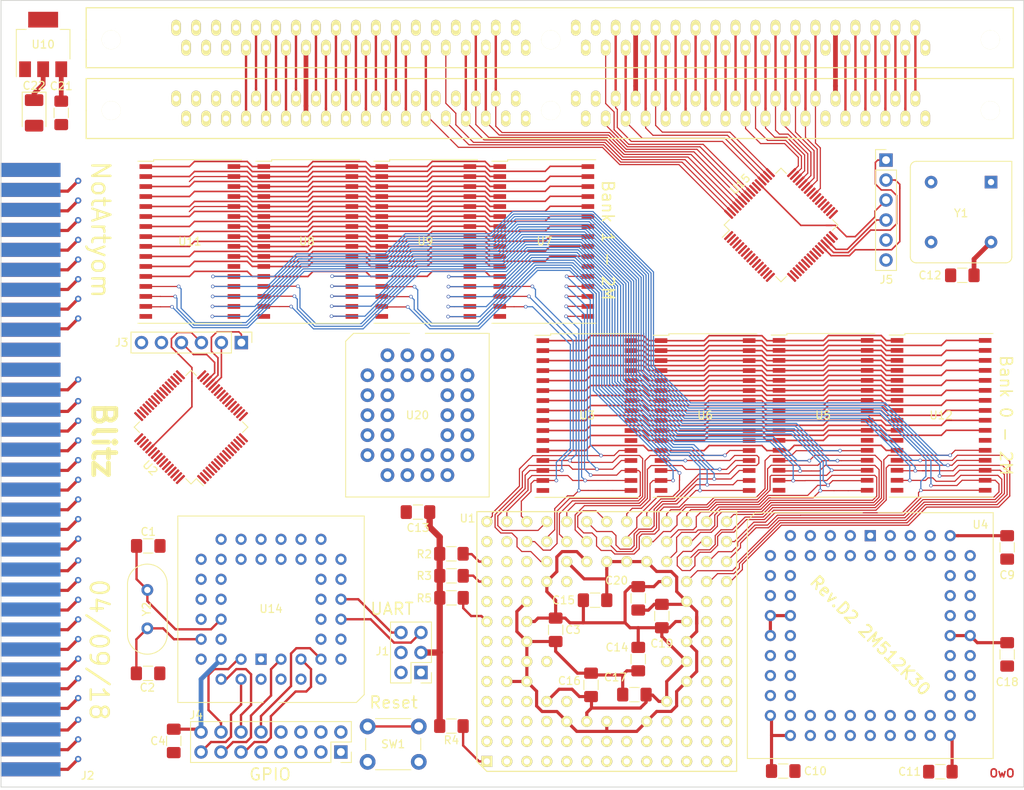
<source format=kicad_pcb>
(kicad_pcb (version 20171130) (host pcbnew 6.0.0-rc1-unknown-4eece52~66~ubuntu16.04.1)
  (layers (0 F.Cu signal) (1 In1.Cu signal) (2 In2.Cu signal) (31 B.Cu signal) (34 B.Paste user hide) (35 F.Paste user hide) (36 B.SilkS user) (37 F.SilkS user) (38 B.Mask user hide) (39 F.Mask user hide) (44 Edge.Cuts user))
  (net 0 "")
  (net 1 "Net-(C1-Pad1)")
  (net 2 GND)
  (net 3 "Net-(C2-Pad1)")
  (net 4 +5V)
  (net 5 +3V3)
  (net 6 "Net-(J1-Pad1)")
  (net 7 "Net-(J1-Pad2)")
  (net 8 "Net-(J1-Pad5)")
  (net 9 "Net-(J1-Pad6)")
  (net 10 "Net-(J2-PadB2)")
  (net 11 "Net-(J2-PadB8)")
  (net 12 "Net-(J2-PadB11)")
  (net 13 "Net-(J2-PadB12)")
  (net 14 "Net-(J2-PadB13)")
  (net 15 "Net-(J2-PadB14)")
  (net 16 CLK)
  (net 17 ISA_IRQ6)
  (net 18 ISA_IRQ5)
  (net 19 ISA_IRQ4)
  (net 20 ISA_IRQ3)
  (net 21 "Net-(J2-PadB28)")
  (net 22 /D31)
  (net 23 /D30)
  (net 24 /D29)
  (net 25 /D28)
  (net 26 /D27)
  (net 27 /D26)
  (net 28 /D25)
  (net 29 /D24)
  (net 30 "Net-(J2-PadA10)")
  (net 31 "Net-(J2-PadA11)")
  (net 32 /A19)
  (net 33 /A18)
  (net 34 /A17)
  (net 35 /A16)
  (net 36 /A15)
  (net 37 /A14)
  (net 38 /A13)
  (net 39 /A12)
  (net 40 /A11)
  (net 41 /A10)
  (net 42 /A9)
  (net 43 /A8)
  (net 44 /A7)
  (net 45 /A6)
  (net 46 /A5)
  (net 47 /A4)
  (net 48 /A3)
  (net 49 /A2)
  (net 50 /A1)
  (net 51 /A0)
  (net 52 "Net-(J3-Pad1)")
  (net 53 "Net-(J3-Pad2)")
  (net 54 "Net-(J3-Pad3)")
  (net 55 "Net-(J3-Pad4)")
  (net 56 "Net-(J4-Pad1)")
  (net 57 "Net-(J4-Pad2)")
  (net 58 "Net-(J4-Pad3)")
  (net 59 "Net-(J4-Pad4)")
  (net 60 "Net-(J4-Pad5)")
  (net 61 "Net-(J4-Pad6)")
  (net 62 "Net-(J4-Pad7)")
  (net 63 "Net-(J4-Pad8)")
  (net 64 "Net-(J4-Pad10)")
  (net 65 "Net-(J4-Pad11)")
  (net 66 "Net-(J4-Pad12)")
  (net 67 "Net-(J4-Pad13)")
  (net 68 "Net-(J4-Pad14)")
  (net 69 "Net-(J4-Pad15)")
  (net 70 "Net-(R2-Pad2)")
  (net 71 "Net-(R3-Pad2)")
  (net 72 "Net-(R4-Pad2)")
  (net 73 "Net-(R5-Pad2)")
  (net 74 "Net-(SW1-Pad2)")
  (net 75 ECS)
  (net 76 SIZ0)
  (net 77 RW_N)
  (net 78 DS)
  (net 79 SIZ1)
  (net 80 AS)
  (net 81 STERM)
  (net 82 DSACK1)
  (net 83 DSACK0)
  (net 84 FC2)
  (net 85 FC0)
  (net 86 FC1)
  (net 87 /A25)
  (net 88 /A20)
  (net 89 /D23)
  (net 90 /D21)
  (net 91 /D19)
  (net 92 /D18)
  (net 93 /D16)
  (net 94 /D15)
  (net 95 /D13)
  (net 96 /D11)
  (net 97 /D8)
  (net 98 /D22)
  (net 99 /D20)
  (net 100 /D17)
  (net 101 /D14)
  (net 102 /D12)
  (net 103 /D9)
  (net 104 /D6)
  (net 105 /D3)
  (net 106 /D10)
  (net 107 /D7)
  (net 108 /D4)
  (net 109 /D2)
  (net 110 /D5)
  (net 111 /D1)
  (net 112 /D0)
  (net 113 CDIS)
  (net 114 IPL0)
  (net 115 IPL2)
  (net 116 IPL1)
  (net 117 RESET)
  (net 118 MMUDIS)
  (net 119 IRQ_UART)
  (net 120 DELAY)
  (net 121 RAM0)
  (net 122 RAM1)
  (net 123 RAM2)
  (net 124 RAM3)
  (net 125 ROM)
  (net 126 UART)
  (net 127 FPU)
  (net 128 HALT)
  (net 129 _RW1)
  (net 130 RW1)
  (net 131 _RW0)
  (net 132 RW0)
  (net 133 "Net-(J5-Pad1)")
  (net 134 "Net-(J5-Pad2)")
  (net 135 "Net-(J5-Pad3)")
  (net 136 "Net-(J5-Pad4)")
  (net 137 /A27)
  (net 138 /A22)
  (net 139 /A26)
  (net 140 /A24)
  (net 141 /A23)
  (net 142 /A21)
  (net 143 "Net-(U13-Pad41)")
  (net 144 "Net-(U13-Pad43)")
  (net 145 "Net-(U13-Pad45)")
  (net 146 "Net-(U13-Pad47)")
  (net 147 "Net-(U13-Pad42)")
  (net 148 "Net-(U13-Pad40)")
  (net 149 "Net-(U13-Pad12)")
  (net 150 "Net-(U13-Pad14)")
  (net 151 "Net-(U13-Pad16)")
  (net 152 "Net-(U13-Pad18)")
  (net 153 "Net-(U13-Pad28)")
  (net 154 "Net-(U13-Pad32)")
  (net 155 "Net-(U13-Pad33)")
  (net 156 "Net-(U13-Pad31)")
  (net 157 "Net-(U13-Pad29)")
  (net 158 "Net-(U13-Pad19)")
  (net 159 "Net-(U13-Pad17)")
  (net 160 "Net-(U13-Pad15)")
  (net 161 "Net-(U13-Pad13)")
  (net 162 "Net-(U15-Pad63)")
  (net 163 "Net-(U15-Pad57)")
  (module Package_LCC:PLCC-68_THT-Socket (layer F.Cu) (at 141 156.8)
    (fp_text reference U4 (at 14 -1.4) (layer F.SilkS))
    (fp_text value M68882_PLCC)
    (pad 2 thru_hole circle (at 0 2.54) (size 1.4224 1.4224) (drill 0.8) (layers *.Cu *.Mask) (net 111 /D1))
    (pad 4 thru_hole circle (at -2.54 2.54) (size 1.4224 1.4224) (drill 0.8) (layers *.Cu *.Mask))
    (pad 6 thru_hole circle (at -5.08 2.54) (size 1.4224 1.4224) (drill 0.8) (layers *.Cu *.Mask) (net 2 GND))
    (pad 8 thru_hole circle (at -7.62 2.54) (size 1.4224 1.4224) (drill 0.8) (layers *.Cu *.Mask) (net 2 GND))
    (pad 68 thru_hole circle (at 2.54 2.54) (size 1.4224 1.4224) (drill 0.8) (layers *.Cu *.Mask) (net 105 /D3))
    (pad 66 thru_hole circle (at 5.08 2.54) (size 1.4224 1.4224) (drill 0.8) (layers *.Cu *.Mask) (net 110 /D5))
    (pad 64 thru_hole circle (at 7.62 2.54) (size 1.4224 1.4224) (drill 0.8) (layers *.Cu *.Mask) (net 107 /D7))
    (pad 62 thru_hole circle (at 10.16 2.54) (size 1.4224 1.4224) (drill 0.8) (layers *.Cu *.Mask) (net 97 /D8))
    (pad 1 thru_hole rect (at 0 0) (size 1.4224 1.4224) (drill 0.8) (layers *.Cu *.Mask) (net 109 /D2))
    (pad 3 thru_hole circle (at -2.54 0) (size 1.4224 1.4224) (drill 0.8) (layers *.Cu *.Mask) (net 112 /D0))
    (pad 5 thru_hole circle (at -5.08 0) (size 1.4224 1.4224) (drill 0.8) (layers *.Cu *.Mask) (net 2 GND))
    (pad 7 thru_hole circle (at -7.62 0) (size 1.4224 1.4224) (drill 0.8) (layers *.Cu *.Mask) (net 2 GND))
    (pad 9 thru_hole circle (at -10.16 0) (size 1.4224 1.4224) (drill 0.8) (layers *.Cu *.Mask) (net 2 GND))
    (pad 67 thru_hole circle (at 2.54 0) (size 1.4224 1.4224) (drill 0.8) (layers *.Cu *.Mask) (net 108 /D4))
    (pad 65 thru_hole circle (at 5.08 0) (size 1.4224 1.4224) (drill 0.8) (layers *.Cu *.Mask) (net 104 /D6))
    (pad 63 thru_hole circle (at 7.62 0) (size 1.4224 1.4224) (drill 0.8) (layers *.Cu *.Mask) (net 2 GND))
    (pad 11 thru_hole circle (at -10.16 2.54) (size 1.4224 1.4224) (drill 0.8) (layers *.Cu *.Mask) (net 16 CLK))
    (pad 13 thru_hole circle (at -10.16 5.08) (size 1.4224 1.4224) (drill 0.8) (layers *.Cu *.Mask))
    (pad 15 thru_hole circle (at -10.16 7.62) (size 1.4224 1.4224) (drill 0.8) (layers *.Cu *.Mask))
    (pad 17 thru_hole circle (at -10.16 10.16) (size 1.4224 1.4224) (drill 0.8) (layers *.Cu *.Mask) (net 4 +5V))
    (pad 19 thru_hole circle (at -10.16 12.7) (size 1.4224 1.4224) (drill 0.8) (layers *.Cu *.Mask) (net 2 GND))
    (pad 21 thru_hole circle (at -10.16 15.24) (size 1.4224 1.4224) (drill 0.8) (layers *.Cu *.Mask) (net 80 AS))
    (pad 23 thru_hole circle (at -10.16 17.78) (size 1.4224 1.4224) (drill 0.8) (layers *.Cu *.Mask) (net 48 /A3))
    (pad 25 thru_hole circle (at -10.16 20.32) (size 1.4224 1.4224) (drill 0.8) (layers *.Cu *.Mask) (net 50 /A1))
    (pad 10 thru_hole circle (at -12.7 2.54) (size 1.4224 1.4224) (drill 0.8) (layers *.Cu *.Mask) (net 4 +5V))
    (pad 12 thru_hole circle (at -12.7 5.08) (size 1.4224 1.4224) (drill 0.8) (layers *.Cu *.Mask) (net 2 GND))
    (pad 14 thru_hole circle (at -12.7 7.62) (size 1.4224 1.4224) (drill 0.8) (layers *.Cu *.Mask) (net 2 GND))
    (pad 16 thru_hole circle (at -12.7 10.16) (size 1.4224 1.4224) (drill 0.8) (layers *.Cu *.Mask) (net 4 +5V))
    (pad 18 thru_hole circle (at -12.7 12.7) (size 1.4224 1.4224) (drill 0.8) (layers *.Cu *.Mask) (net 4 +5V))
    (pad 20 thru_hole circle (at -12.7 15.24) (size 1.4224 1.4224) (drill 0.8) (layers *.Cu *.Mask) (net 78 DS))
    (pad 22 thru_hole circle (at -12.7 17.78) (size 1.4224 1.4224) (drill 0.8) (layers *.Cu *.Mask) (net 47 /A4))
    (pad 24 thru_hole circle (at -12.7 20.32) (size 1.4224 1.4224) (drill 0.8) (layers *.Cu *.Mask) (net 49 /A2))
    (pad 26 thru_hole circle (at -12.7 22.86) (size 1.4224 1.4224) (drill 0.8) (layers *.Cu *.Mask) (net 4 +5V))
    (pad 28 thru_hole circle (at -10.16 22.86) (size 1.4224 1.4224) (drill 0.8) (layers *.Cu *.Mask) (net 77 RW_N))
    (pad 30 thru_hole circle (at -7.62 22.86) (size 1.4224 1.4224) (drill 0.8) (layers *.Cu *.Mask) (net 2 GND))
    (pad 32 thru_hole circle (at -5.08 22.86) (size 1.4224 1.4224) (drill 0.8) (layers *.Cu *.Mask) (net 82 DSACK1))
    (pad 34 thru_hole circle (at -2.54 22.86) (size 1.4224 1.4224) (drill 0.8) (layers *.Cu *.Mask) (net 23 /D30))
    (pad 36 thru_hole circle (at 0 22.86) (size 1.4224 1.4224) (drill 0.8) (layers *.Cu *.Mask) (net 25 /D28))
    (pad 38 thru_hole circle (at 2.54 22.86) (size 1.4224 1.4224) (drill 0.8) (layers *.Cu *.Mask) (net 27 /D26))
    (pad 40 thru_hole circle (at 5.08 22.86) (size 1.4224 1.4224) (drill 0.8) (layers *.Cu *.Mask) (net 29 /D24))
    (pad 42 thru_hole circle (at 7.62 22.86) (size 1.4224 1.4224) (drill 0.8) (layers *.Cu *.Mask) (net 89 /D23))
    (pad 44 thru_hole circle (at 12.7 22.86) (size 1.4224 1.4224) (drill 0.8) (layers *.Cu *.Mask) (net 98 /D22))
    (pad 27 thru_hole circle (at -10.16 25.4) (size 1.4224 1.4224) (drill 0.8) (layers *.Cu *.Mask) (net 4 +5V))
    (pad 29 thru_hole circle (at -7.62 25.4) (size 1.4224 1.4224) (drill 0.8) (layers *.Cu *.Mask) (net 127 FPU))
    (pad 31 thru_hole circle (at -5.08 25.4) (size 1.4224 1.4224) (drill 0.8) (layers *.Cu *.Mask) (net 83 DSACK0))
    (pad 33 thru_hole circle (at -2.54 25.4) (size 1.4224 1.4224) (drill 0.8) (layers *.Cu *.Mask) (net 22 /D31))
    (pad 35 thru_hole circle (at 0 25.4) (size 1.4224 1.4224) (drill 0.8) (layers *.Cu *.Mask) (net 24 /D29))
    (pad 37 thru_hole circle (at 2.54 25.4) (size 1.4224 1.4224) (drill 0.8) (layers *.Cu *.Mask) (net 26 /D27))
    (pad 39 thru_hole circle (at 5.08 25.4) (size 1.4224 1.4224) (drill 0.8) (layers *.Cu *.Mask) (net 28 /D25))
    (pad 41 thru_hole circle (at 7.62 25.4) (size 1.4224 1.4224) (drill 0.8) (layers *.Cu *.Mask) (net 2 GND))
    (pad 43 thru_hole circle (at 10.16 25.4) (size 1.4224 1.4224) (drill 0.8) (layers *.Cu *.Mask) (net 4 +5V))
    (pad 45 thru_hole circle (at 10.16 22.86) (size 1.4224 1.4224) (drill 0.8) (layers *.Cu *.Mask) (net 90 /D21))
    (pad 47 thru_hole circle (at 10.16 20.32) (size 1.4224 1.4224) (drill 0.8) (layers *.Cu *.Mask) (net 91 /D19))
    (pad 49 thru_hole circle (at 10.16 17.78) (size 1.4224 1.4224) (drill 0.8) (layers *.Cu *.Mask) (net 100 /D17))
    (pad 51 thru_hole circle (at 10.16 15.24) (size 1.4224 1.4224) (drill 0.8) (layers *.Cu *.Mask) (net 2 GND))
    (pad 53 thru_hole circle (at 10.16 12.7) (size 1.4224 1.4224) (drill 0.8) (layers *.Cu *.Mask) (net 4 +5V))
    (pad 55 thru_hole circle (at 10.16 10.16) (size 1.4224 1.4224) (drill 0.8) (layers *.Cu *.Mask) (net 101 /D14))
    (pad 57 thru_hole circle (at 10.16 7.62) (size 1.4224 1.4224) (drill 0.8) (layers *.Cu *.Mask) (net 102 /D12))
    (pad 59 thru_hole circle (at 10.16 5.08) (size 1.4224 1.4224) (drill 0.8) (layers *.Cu *.Mask) (net 106 /D10))
    (pad 61 thru_hole circle (at 10.16 0) (size 1.4224 1.4224) (drill 0.8) (layers *.Cu *.Mask) (net 4 +5V))
    (pad 46 thru_hole circle (at 12.7 20.32) (size 1.4224 1.4224) (drill 0.8) (layers *.Cu *.Mask) (net 99 /D20))
    (pad 48 thru_hole circle (at 12.7 17.78) (size 1.4224 1.4224) (drill 0.8) (layers *.Cu *.Mask) (net 92 /D18))
    (pad 50 thru_hole circle (at 12.7 15.24) (size 1.4224 1.4224) (drill 0.8) (layers *.Cu *.Mask) (net 93 /D16))
    (pad 52 thru_hole circle (at 12.7 12.7) (size 1.4224 1.4224) (drill 0.8) (layers *.Cu *.Mask) (net 4 +5V))
    (pad 54 thru_hole circle (at 12.7 10.16) (size 1.4224 1.4224) (drill 0.8) (layers *.Cu *.Mask) (net 94 /D15))
    (pad 56 thru_hole circle (at 12.7 7.62) (size 1.4224 1.4224) (drill 0.8) (layers *.Cu *.Mask) (net 95 /D13))
    (pad 58 thru_hole circle (at 12.7 5.08) (size 1.4224 1.4224) (drill 0.8) (layers *.Cu *.Mask) (net 96 /D11))
    (pad 60 thru_hole circle (at 12.7 2.54) (size 1.4224 1.4224) (drill 0.8) (layers *.Cu *.Mask) (net 103 /D9))
  )
  (module Capacitor_SMD:C_1206_3216Metric_Pad1.42x1.75mm_HandSolder (layer F.Cu) (at 152.7 123.7)
    (fp_text reference C12 (at -4.1125 0) (layer F.SilkS))
    (fp_text value 100nf)
    (pad 1 smd roundrect (at -1.4875 0) (size 1.425 1.75) (layers F.Cu F.Paste F.Mask) (roundrect_rratio 0.175439) (net 2 GND))
    (pad 2 smd roundrect (at 1.4875 0) (size 1.425 1.75) (layers F.Cu F.Paste F.Mask) (roundrect_rratio 0.175439) (net 4 +5V))
  )
  (module Package_QFP:TQFP-64_10x10mm_P0.5mm (layer F.Cu) (at 54.65 143 135)
    (fp_text reference U2 (at 0 -7.35 135) (layer F.SilkS))
    (fp_text value XC9572XL-VQ64)
    (pad 1 smd roundrect (at -5.6625 -3.75 135) (size 1.475 0.3) (layers F.Cu F.Paste F.Mask) (net 20 ISA_IRQ3))
    (pad 2 smd roundrect (at -5.6625 -3.25 135) (size 1.475 0.3) (layers F.Cu F.Paste F.Mask) (net 19 ISA_IRQ4))
    (pad 3 smd roundrect (at -5.6625 -2.75 135) (size 1.475 0.3) (layers F.Cu F.Paste F.Mask) (net 5 +3V3))
    (pad 4 smd roundrect (at -5.6625 -2.25 135) (size 1.475 0.3) (layers F.Cu F.Paste F.Mask) (net 18 ISA_IRQ5))
    (pad 5 smd roundrect (at -5.6625 -1.75 135) (size 1.475 0.3) (layers F.Cu F.Paste F.Mask) (net 17 ISA_IRQ6))
    (pad 6 smd roundrect (at -5.6625 -1.25 135) (size 1.475 0.3) (layers F.Cu F.Paste F.Mask) (net 119 IRQ_UART))
    (pad 7 smd roundrect (at -5.6625 -0.75 135) (size 1.475 0.3) (layers F.Cu F.Paste F.Mask) (net 120 DELAY))
    (pad 8 smd roundrect (at -5.6625 -0.25 135) (size 1.475 0.3) (layers F.Cu F.Paste F.Mask) (net 50 /A1))
    (pad 9 smd roundrect (at -5.6625 0.25 135) (size 1.475 0.3) (layers F.Cu F.Paste F.Mask) (net 51 /A0))
    (pad 10 smd roundrect (at -5.6625 0.75 135) (size 1.475 0.3) (layers F.Cu F.Paste F.Mask) (net 32 /A19))
    (pad 11 smd roundrect (at -5.6625 1.25 135) (size 1.475 0.3) (layers F.Cu F.Paste F.Mask) (net 88 /A20))
    (pad 12 smd roundrect (at -5.6625 1.75 135) (size 1.475 0.3) (layers F.Cu F.Paste F.Mask) (net 87 /A25))
    (pad 13 smd roundrect (at -5.6625 2.25 135) (size 1.475 0.3) (layers F.Cu F.Paste F.Mask) (net 74 "Net-(SW1-Pad2)"))
    (pad 14 smd roundrect (at -5.6625 2.75 135) (size 1.475 0.3) (layers F.Cu F.Paste F.Mask) (net 2 GND))
    (pad 15 smd roundrect (at -5.6625 3.25 135) (size 1.475 0.3) (layers F.Cu F.Paste F.Mask) (net 16 CLK))
    (pad 16 smd roundrect (at -5.6625 3.75 135) (size 1.475 0.3) (layers F.Cu F.Paste F.Mask) (net 75 ECS))
    (pad 17 smd roundrect (at -3.75 5.6625 135) (size 0.3 1.475) (layers F.Cu F.Paste F.Mask) (net 117 RESET))
    (pad 18 smd roundrect (at -3.25 5.6625 135) (size 0.3 1.475) (layers F.Cu F.Paste F.Mask) (net 129 _RW1))
    (pad 19 smd roundrect (at -2.75 5.6625 135) (size 0.3 1.475) (layers F.Cu F.Paste F.Mask) (net 130 RW1))
    (pad 20 smd roundrect (at -2.25 5.6625 135) (size 0.3 1.475) (layers F.Cu F.Paste F.Mask) (net 118 MMUDIS))
    (pad 21 smd roundrect (at -1.75 5.6625 135) (size 0.3 1.475) (layers F.Cu F.Paste F.Mask) (net 2 GND))
    (pad 22 smd roundrect (at -1.25 5.6625 135) (size 0.3 1.475) (layers F.Cu F.Paste F.Mask) (net 121 RAM0))
    (pad 23 smd roundrect (at -0.75 5.6625 135) (size 0.3 1.475) (layers F.Cu F.Paste F.Mask) (net 113 CDIS))
    (pad 24 smd roundrect (at -0.25 5.6625 135) (size 0.3 1.475) (layers F.Cu F.Paste F.Mask) (net 122 RAM1))
    (pad 25 smd roundrect (at 0.25 5.6625 135) (size 0.3 1.475) (layers F.Cu F.Paste F.Mask) (net 123 RAM2))
    (pad 26 smd roundrect (at 0.75 5.6625 135) (size 0.3 1.475) (layers F.Cu F.Paste F.Mask) (net 5 +3V3))
    (pad 27 smd roundrect (at 1.25 5.6625 135) (size 0.3 1.475) (layers F.Cu F.Paste F.Mask) (net 124 RAM3))
    (pad 28 smd roundrect (at 1.75 5.6625 135) (size 0.3 1.475) (layers F.Cu F.Paste F.Mask) (net 53 "Net-(J3-Pad2)"))
    (pad 29 smd roundrect (at 2.25 5.6625 135) (size 0.3 1.475) (layers F.Cu F.Paste F.Mask) (net 52 "Net-(J3-Pad1)"))
    (pad 30 smd roundrect (at 2.75 5.6625 135) (size 0.3 1.475) (layers F.Cu F.Paste F.Mask) (net 55 "Net-(J3-Pad4)"))
    (pad 31 smd roundrect (at 3.25 5.6625 135) (size 0.3 1.475) (layers F.Cu F.Paste F.Mask) (net 125 ROM))
    (pad 32 smd roundrect (at 3.75 5.6625 135) (size 0.3 1.475) (layers F.Cu F.Paste F.Mask) (net 126 UART))
    (pad 33 smd roundrect (at 5.6625 3.75 135) (size 1.475 0.3) (layers F.Cu F.Paste F.Mask) (net 127 FPU))
    (pad 34 smd roundrect (at 5.6625 3.25 135) (size 1.475 0.3) (layers F.Cu F.Paste F.Mask) (net 76 SIZ0))
    (pad 35 smd roundrect (at 5.6625 2.75 135) (size 1.475 0.3) (layers F.Cu F.Paste F.Mask) (net 79 SIZ1))
    (pad 36 smd roundrect (at 5.6625 2.25 135) (size 1.475 0.3) (layers F.Cu F.Paste F.Mask) (net 80 AS))
    (pad 37 smd roundrect (at 5.6625 1.75 135) (size 1.475 0.3) (layers F.Cu F.Paste F.Mask) (net 5 +3V3))
    (pad 38 smd roundrect (at 5.6625 1.25 135) (size 1.475 0.3) (layers F.Cu F.Paste F.Mask) (net 78 DS))
    (pad 39 smd roundrect (at 5.6625 0.75 135) (size 1.475 0.3) (layers F.Cu F.Paste F.Mask) (net 131 _RW0))
    (pad 40 smd roundrect (at 5.6625 0.25 135) (size 1.475 0.3) (layers F.Cu F.Paste F.Mask) (net 132 RW0))
    (pad 41 smd roundrect (at 5.6625 -0.25 135) (size 1.475 0.3) (layers F.Cu F.Paste F.Mask) (net 2 GND))
    (pad 42 smd roundrect (at 5.6625 -0.75 135) (size 1.475 0.3) (layers F.Cu F.Paste F.Mask) (net 77 RW_N))
    (pad 43 smd roundrect (at 5.6625 -1.25 135) (size 1.475 0.3) (layers F.Cu F.Paste F.Mask) (net 83 DSACK0))
    (pad 44 smd roundrect (at 5.6625 -1.75 135) (size 1.475 0.3) (layers F.Cu F.Paste F.Mask) (net 82 DSACK1))
    (pad 45 smd roundrect (at 5.6625 -2.25 135) (size 1.475 0.3) (layers F.Cu F.Paste F.Mask) (net 81 STERM))
    (pad 46 smd roundrect (at 5.6625 -2.75 135) (size 1.475 0.3) (layers F.Cu F.Paste F.Mask) (net 12 "Net-(J2-PadB11)"))
    (pad 47 smd roundrect (at 5.6625 -3.25 135) (size 1.475 0.3) (layers F.Cu F.Paste F.Mask) (net 13 "Net-(J2-PadB12)"))
    (pad 48 smd roundrect (at 5.6625 -3.75 135) (size 1.475 0.3) (layers F.Cu F.Paste F.Mask) (net 14 "Net-(J2-PadB13)"))
    (pad 49 smd roundrect (at 3.75 -5.6625 135) (size 0.3 1.475) (layers F.Cu F.Paste F.Mask) (net 15 "Net-(J2-PadB14)"))
    (pad 50 smd roundrect (at 3.25 -5.6625 135) (size 0.3 1.475) (layers F.Cu F.Paste F.Mask) (net 10 "Net-(J2-PadB2)"))
    (pad 51 smd roundrect (at 2.75 -5.6625 135) (size 0.3 1.475) (layers F.Cu F.Paste F.Mask) (net 11 "Net-(J2-PadB8)"))
    (pad 52 smd roundrect (at 2.25 -5.6625 135) (size 0.3 1.475) (layers F.Cu F.Paste F.Mask) (net 31 "Net-(J2-PadA11)"))
    (pad 53 smd roundrect (at 1.75 -5.6625 135) (size 0.3 1.475) (layers F.Cu F.Paste F.Mask) (net 54 "Net-(J3-Pad3)"))
    (pad 54 smd roundrect (at 1.25 -5.6625 135) (size 0.3 1.475) (layers F.Cu F.Paste F.Mask) (net 2 GND))
    (pad 55 smd roundrect (at 0.75 -5.6625 135) (size 0.3 1.475) (layers F.Cu F.Paste F.Mask) (net 5 +3V3))
    (pad 56 smd roundrect (at 0.25 -5.6625 135) (size 0.3 1.475) (layers F.Cu F.Paste F.Mask) (net 21 "Net-(J2-PadB28)"))
    (pad 57 smd roundrect (at -0.25 -5.6625 135) (size 0.3 1.475) (layers F.Cu F.Paste F.Mask) (net 30 "Net-(J2-PadA10)"))
    (pad 58 smd roundrect (at -0.75 -5.6625 135) (size 0.3 1.475) (layers F.Cu F.Paste F.Mask) (net 85 FC0))
    (pad 59 smd roundrect (at -1.25 -5.6625 135) (size 0.3 1.475) (layers F.Cu F.Paste F.Mask) (net 86 FC1))
    (pad 60 smd roundrect (at -1.75 -5.6625 135) (size 0.3 1.475) (layers F.Cu F.Paste F.Mask) (net 84 FC2))
    (pad 61 smd roundrect (at -2.25 -5.6625 135) (size 0.3 1.475) (layers F.Cu F.Paste F.Mask) (net 114 IPL0))
    (pad 62 smd roundrect (at -2.75 -5.6625 135) (size 0.3 1.475) (layers F.Cu F.Paste F.Mask) (net 116 IPL1))
    (pad 63 smd roundrect (at -3.25 -5.6625 135) (size 0.3 1.475) (layers F.Cu F.Paste F.Mask) (net 115 IPL2))
    (pad 64 smd roundrect (at -3.75 -5.6625 135) (size 0.3 1.475) (layers F.Cu F.Paste F.Mask) (net 128 HALT))
  )
  (module Blitz:PLCC-32_TH (layer F.Cu) (at 84.7 136.4)
    (fp_text reference U20 (at -1.27 5.08) (layer F.SilkS))
    (fp_text value SST39SF040)
    (pad 1 thru_hole circle (at 0 0) (size 1.75 1.75) (drill 0.95) (layers *.Cu *.Mask) (net 33 /A18))
    (pad 3 thru_hole circle (at -2.54 0) (size 1.75 1.75) (drill 0.95) (layers *.Cu *.Mask) (net 36 /A15))
    (pad 31 thru_hole circle (at 2.54 0) (size 1.75 1.75) (drill 0.95) (layers *.Cu *.Mask))
    (pad 29 thru_hole circle (at 5.08 0) (size 1.75 1.75) (drill 0.95) (layers *.Cu *.Mask) (net 37 /A14))
    (pad 2 thru_hole circle (at -2.54 -2.54) (size 1.75 1.75) (drill 0.95) (layers *.Cu *.Mask) (net 35 /A16))
    (pad 4 thru_hole circle (at -5.08 -2.54) (size 1.75 1.75) (drill 0.95) (layers *.Cu *.Mask) (net 39 /A12))
    (pad 32 thru_hole circle (at 0 -2.54) (size 1.75 1.75) (drill 0.95) (layers *.Cu *.Mask) (net 4 +5V))
    (pad 30 thru_hole circle (at 2.54 -2.54) (size 1.75 1.75) (drill 0.95) (layers *.Cu *.Mask) (net 34 /A17))
    (pad 6 thru_hole circle (at -5.08 0) (size 1.75 1.75) (drill 0.95) (layers *.Cu *.Mask) (net 45 /A6))
    (pad 8 thru_hole circle (at -5.08 2.54) (size 1.75 1.75) (drill 0.95) (layers *.Cu *.Mask) (net 47 /A4))
    (pad 10 thru_hole circle (at -5.08 5.08) (size 1.75 1.75) (drill 0.95) (layers *.Cu *.Mask) (net 49 /A2))
    (pad 12 thru_hole circle (at -5.08 7.62) (size 1.75 1.75) (drill 0.95) (layers *.Cu *.Mask) (net 51 /A0))
    (pad 5 thru_hole circle (at -7.62 0) (size 1.75 1.75) (drill 0.95) (layers *.Cu *.Mask) (net 44 /A7))
    (pad 7 thru_hole circle (at -7.62 2.54) (size 1.75 1.75) (drill 0.95) (layers *.Cu *.Mask) (net 46 /A5))
    (pad 9 thru_hole circle (at -7.62 5.08) (size 1.75 1.75) (drill 0.95) (layers *.Cu *.Mask) (net 48 /A3))
    (pad 11 thru_hole circle (at -7.62 7.62) (size 1.75 1.75) (drill 0.95) (layers *.Cu *.Mask) (net 50 /A1))
    (pad 13 thru_hole circle (at -7.62 10.16) (size 1.75 1.75) (drill 0.95) (layers *.Cu *.Mask) (net 29 /D24))
    (pad 15 thru_hole circle (at -5.08 10.16) (size 1.75 1.75) (drill 0.95) (layers *.Cu *.Mask) (net 27 /D26))
    (pad 17 thru_hole circle (at -2.54 10.16) (size 1.75 1.75) (drill 0.95) (layers *.Cu *.Mask) (net 26 /D27))
    (pad 19 thru_hole circle (at 0 10.16) (size 1.75 1.75) (drill 0.95) (layers *.Cu *.Mask) (net 24 /D29))
    (pad 22 thru_hole circle (at 2.54 10.16) (size 1.75 1.75) (drill 0.95) (layers *.Cu *.Mask) (net 125 ROM))
    (pad 14 thru_hole circle (at -5.08 12.7) (size 1.75 1.75) (drill 0.95) (layers *.Cu *.Mask) (net 28 /D25))
    (pad 16 thru_hole circle (at -2.54 12.7) (size 1.75 1.75) (drill 0.95) (layers *.Cu *.Mask) (net 2 GND))
    (pad 18 thru_hole circle (at 0 12.7) (size 1.75 1.75) (drill 0.95) (layers *.Cu *.Mask) (net 25 /D28))
    (pad 20 thru_hole circle (at 2.54 12.7) (size 1.75 1.75) (drill 0.95) (layers *.Cu *.Mask) (net 23 /D30))
    (pad 24 thru_hole circle (at 2.54 7.62) (size 1.75 1.75) (drill 0.95) (layers *.Cu *.Mask) (net 125 ROM))
    (pad 26 thru_hole circle (at 2.54 5.08) (size 1.75 1.75) (drill 0.95) (layers *.Cu *.Mask) (net 42 /A9))
    (pad 28 thru_hole circle (at 2.54 2.54) (size 1.75 1.75) (drill 0.95) (layers *.Cu *.Mask) (net 38 /A13))
    (pad 21 thru_hole circle (at 5.08 10.16) (size 1.75 1.75) (drill 0.95) (layers *.Cu *.Mask) (net 22 /D31))
    (pad 23 thru_hole circle (at 5.08 7.62) (size 1.75 1.75) (drill 0.95) (layers *.Cu *.Mask) (net 41 /A10))
    (pad 25 thru_hole circle (at 5.08 5.08) (size 1.75 1.75) (drill 0.95) (layers *.Cu *.Mask) (net 40 /A11))
    (pad 27 thru_hole circle (at 5.08 2.54) (size 1.75 1.75) (drill 0.95) (layers *.Cu *.Mask) (net 43 /A8))
    (pad 29 thru_hole circle (at 5.08 0) (size 1.75 1.75) (drill 0.95) (layers *.Cu *.Mask) (net 37 /A14))
  )
  (module Capacitor_SMD:C_1206_3216Metric_Pad1.42x1.75mm_HandSolder (layer F.Cu) (at 49.2125 158.1)
    (fp_text reference C1 (at 0 -1.8) (layer F.SilkS))
    (fp_text value 18pf)
    (pad 1 smd roundrect (at -1.4875 0) (size 1.425 1.75) (layers F.Cu F.Paste F.Mask) (roundrect_rratio 0.175439) (net 1 "Net-(C1-Pad1)"))
    (pad 2 smd roundrect (at 1.4875 0) (size 1.425 1.75) (layers F.Cu F.Paste F.Mask) (roundrect_rratio 0.175439) (net 2 GND))
  )
  (module Capacitor_SMD:C_1206_3216Metric_Pad1.42x1.75mm_HandSolder (layer F.Cu) (at 49.1875 174.3)
    (fp_text reference C2 (at -0.0875 1.8) (layer F.SilkS))
    (fp_text value 18pf)
    (pad 2 smd roundrect (at 1.4875 0) (size 1.425 1.75) (layers F.Cu F.Paste F.Mask) (roundrect_rratio 0.175439) (net 2 GND))
    (pad 1 smd roundrect (at -1.4875 0) (size 1.425 1.75) (layers F.Cu F.Paste F.Mask) (roundrect_rratio 0.175439) (net 3 "Net-(C2-Pad1)"))
  )
  (module Capacitor_SMD:C_1206_3216Metric_Pad1.42x1.75mm_HandSolder (layer F.Cu) (at 101 168.7625 90)
    (fp_text reference C3 (at 0 2.2 180) (layer F.SilkS))
    (fp_text value 100nf)
    (pad 1 smd roundrect (at -1.4875 0 90) (size 1.425 1.75) (layers F.Cu F.Paste F.Mask) (roundrect_rratio 0.175439) (net 2 GND))
    (pad 2 smd roundrect (at 1.4875 0 90) (size 1.425 1.75) (layers F.Cu F.Paste F.Mask) (roundrect_rratio 0.175439) (net 4 +5V))
  )
  (module Capacitor_SMD:C_1206_3216Metric_Pad1.42x1.75mm_HandSolder (layer F.Cu) (at 52.45 182.8875 90)
    (fp_text reference C4 (at -0.0125 -2 180) (layer F.SilkS))
    (fp_text value 100nf)
    (pad 2 smd roundrect (at 1.4875 0 90) (size 1.425 1.75) (layers F.Cu F.Paste F.Mask) (roundrect_rratio 0.175439) (net 4 +5V))
    (pad 1 smd roundrect (at -1.4875 0 90) (size 1.425 1.75) (layers F.Cu F.Paste F.Mask) (roundrect_rratio 0.175439) (net 2 GND))
  )
  (module Capacitor_SMD:C_1206_3216Metric_Pad1.42x1.75mm_HandSolder (layer F.Cu) (at 158.4 158.2875 90)
    (fp_text reference C9 (at -3.5125 0 180) (layer F.SilkS))
    (fp_text value 100nf)
    (pad 1 smd roundrect (at -1.4875 0 90) (size 1.425 1.75) (layers F.Cu F.Paste F.Mask) (roundrect_rratio 0.175439) (net 2 GND))
    (pad 2 smd roundrect (at 1.4875 0 90) (size 1.425 1.75) (layers F.Cu F.Paste F.Mask) (roundrect_rratio 0.175439) (net 4 +5V))
  )
  (module Capacitor_SMD:C_1206_3216Metric_Pad1.42x1.75mm_HandSolder (layer F.Cu) (at 129.9325 186.72 180)
    (fp_text reference C10 (at -4.0875 0 180) (layer F.SilkS))
    (fp_text value 100nf)
    (pad 2 smd roundrect (at 1.4875 0 180) (size 1.425 1.75) (layers F.Cu F.Paste F.Mask) (roundrect_rratio 0.175439) (net 4 +5V))
    (pad 1 smd roundrect (at -1.4875 0 180) (size 1.425 1.75) (layers F.Cu F.Paste F.Mask) (roundrect_rratio 0.175439) (net 2 GND))
  )
  (module Capacitor_SMD:C_1206_3216Metric_Pad1.42x1.75mm_HandSolder (layer F.Cu) (at 149.9125 186.8)
    (fp_text reference C11 (at -3.9125 0) (layer F.SilkS))
    (fp_text value 100nf)
    (pad 2 smd roundrect (at 1.4875 0) (size 1.425 1.75) (layers F.Cu F.Paste F.Mask) (roundrect_rratio 0.175439) (net 4 +5V))
    (pad 1 smd roundrect (at -1.4875 0) (size 1.425 1.75) (layers F.Cu F.Paste F.Mask) (roundrect_rratio 0.175439) (net 2 GND))
  )
  (module Capacitor_SMD:C_1206_3216Metric_Pad1.42x1.75mm_HandSolder (layer F.Cu) (at 83.5 153.8)
    (fp_text reference C13 (at 0 2) (layer F.SilkS))
    (fp_text value 100nf)
    (pad 2 smd roundrect (at 1.4875 0) (size 1.425 1.75) (layers F.Cu F.Paste F.Mask) (roundrect_rratio 0.175439) (net 4 +5V))
    (pad 1 smd roundrect (at -1.4875 0) (size 1.425 1.75) (layers F.Cu F.Paste F.Mask) (roundrect_rratio 0.175439) (net 2 GND))
  )
  (module Capacitor_SMD:C_1206_3216Metric_Pad1.42x1.75mm_HandSolder (layer F.Cu) (at 111.5 172.4875 90)
    (fp_text reference C14 (at 1.4875 -2.7 180) (layer F.SilkS))
    (fp_text value 100nf)
    (pad 1 smd roundrect (at -1.4875 0 90) (size 1.425 1.75) (layers F.Cu F.Paste F.Mask) (roundrect_rratio 0.175439) (net 2 GND))
    (pad 2 smd roundrect (at 1.4875 0 90) (size 1.425 1.75) (layers F.Cu F.Paste F.Mask) (roundrect_rratio 0.175439) (net 4 +5V))
  )
  (module Capacitor_SMD:C_1206_3216Metric_Pad1.42x1.75mm_HandSolder (layer F.Cu) (at 106.0125 165 180)
    (fp_text reference C15 (at 4.0125 0 180) (layer F.SilkS))
    (fp_text value 100nf)
    (pad 2 smd roundrect (at 1.4875 0 180) (size 1.425 1.75) (layers F.Cu F.Paste F.Mask) (roundrect_rratio 0.175439) (net 4 +5V))
    (pad 1 smd roundrect (at -1.4875 0 180) (size 1.425 1.75) (layers F.Cu F.Paste F.Mask) (roundrect_rratio 0.175439) (net 2 GND))
  )
  (module Capacitor_SMD:C_1206_3216Metric_Pad1.42x1.75mm_HandSolder (layer F.Cu) (at 105.5 175.7625 270)
    (fp_text reference C16 (at -0.5125 2.75) (layer F.SilkS))
    (fp_text value 100nf)
    (pad 1 smd roundrect (at -1.4875 0 270) (size 1.425 1.75) (layers F.Cu F.Paste F.Mask) (roundrect_rratio 0.175439) (net 2 GND))
    (pad 2 smd roundrect (at 1.4875 0 270) (size 1.425 1.75) (layers F.Cu F.Paste F.Mask) (roundrect_rratio 0.175439) (net 4 +5V))
  )
  (module Capacitor_SMD:C_1206_3216Metric_Pad1.42x1.75mm_HandSolder (layer F.Cu) (at 111.0125 177)
    (fp_text reference C17 (at -2.4125 -2.2) (layer F.SilkS))
    (fp_text value 100nf)
    (pad 2 smd roundrect (at 1.4875 0) (size 1.425 1.75) (layers F.Cu F.Paste F.Mask) (roundrect_rratio 0.175439) (net 4 +5V))
    (pad 1 smd roundrect (at -1.4875 0) (size 1.425 1.75) (layers F.Cu F.Paste F.Mask) (roundrect_rratio 0.175439) (net 2 GND))
  )
  (module Capacitor_SMD:C_1206_3216Metric_Pad1.42x1.75mm_HandSolder (layer F.Cu) (at 158.4 171.8875 90)
    (fp_text reference C18 (at -3.5125 0 180) (layer F.SilkS))
    (fp_text value 100nf)
    (pad 1 smd roundrect (at -1.4875 0 90) (size 1.425 1.75) (layers F.Cu F.Paste F.Mask) (roundrect_rratio 0.175439) (net 2 GND))
    (pad 2 smd roundrect (at 1.4875 0 90) (size 1.425 1.75) (layers F.Cu F.Paste F.Mask) (roundrect_rratio 0.175439) (net 4 +5V))
  )
  (module Capacitor_SMD:C_1206_3216Metric_Pad1.42x1.75mm_HandSolder (layer F.Cu) (at 114.5 167.0125 270)
    (fp_text reference C19 (at 3.4875 0) (layer F.SilkS))
    (fp_text value 100nf)
    (pad 2 smd roundrect (at 1.4875 0 270) (size 1.425 1.75) (layers F.Cu F.Paste F.Mask) (roundrect_rratio 0.175439) (net 4 +5V))
    (pad 1 smd roundrect (at -1.4875 0 270) (size 1.425 1.75) (layers F.Cu F.Paste F.Mask) (roundrect_rratio 0.175439) (net 2 GND))
  )
  (module Capacitor_SMD:C_1206_3216Metric_Pad1.42x1.75mm_HandSolder (layer F.Cu) (at 111.5 164.7625 90)
    (fp_text reference C20 (at 2.2625 -2.75 180) (layer F.SilkS))
    (fp_text value 100nf)
    (pad 1 smd roundrect (at -1.4875 0 90) (size 1.425 1.75) (layers F.Cu F.Paste F.Mask) (roundrect_rratio 0.175439) (net 2 GND))
    (pad 2 smd roundrect (at 1.4875 0 90) (size 1.425 1.75) (layers F.Cu F.Paste F.Mask) (roundrect_rratio 0.175439) (net 4 +5V))
  )
  (module Capacitor_SMD:C_1206_3216Metric_Pad1.42x1.75mm_HandSolder (layer F.Cu) (at 38.15 103.05 270)
    (fp_text reference C21 (at -3.4 0) (layer F.SilkS))
    (fp_text value 10uf)
    (pad 1 smd roundrect (at -1.4875 0 270) (size 1.425 1.75) (layers F.Cu F.Paste F.Mask) (roundrect_rratio 0.175439) (net 4 +5V))
    (pad 2 smd roundrect (at 1.4875 0 270) (size 1.425 1.75) (layers F.Cu F.Paste F.Mask) (roundrect_rratio 0.175439) (net 2 GND))
  )
  (module Capacitor_Tantalum_SMD:CP_EIA-3528-12_Kemet-T_Pad1.50x2.35mm_HandSolder (layer F.Cu) (at 34.7 103.05 270)
    (fp_text reference C22 (at -3.455 0.01) (layer F.SilkS))
    (fp_text value 22uf)
    (pad 1 smd roundrect (at -1.625 0 270) (size 1.5 2.35) (layers F.Cu F.Paste F.Mask) (roundrect_rratio 0.166667) (net 5 +3V3))
    (pad 2 smd roundrect (at 1.625 0 270) (size 1.5 2.35) (layers F.Cu F.Paste F.Mask) (roundrect_rratio 0.166667) (net 2 GND))
  )
  (module Connector_PinHeader_2.54mm:PinHeader_2x03_P2.54mm_Vertical (layer F.Cu) (at 83.88 174.19 180)
    (fp_text reference J1 (at 4.9 2.7) (layer F.SilkS))
    (fp_text value TTL)
    (pad 1 thru_hole rect (at 0 0 180) (size 1.7 1.7) (drill 1) (layers *.Cu *.Mask) (net 6 "Net-(J1-Pad1)"))
    (pad 2 thru_hole oval (at 2.54 0 180) (size 1.7 1.7) (drill 1) (layers *.Cu *.Mask) (net 7 "Net-(J1-Pad2)"))
    (pad 3 thru_hole oval (at 0 2.54 180) (size 1.7 1.7) (drill 1) (layers *.Cu *.Mask) (net 4 +5V))
    (pad 4 thru_hole oval (at 2.54 2.54 180) (size 1.7 1.7) (drill 1) (layers *.Cu *.Mask) (net 2 GND))
    (pad 5 thru_hole oval (at 0 5.08 180) (size 1.7 1.7) (drill 1) (layers *.Cu *.Mask) (net 8 "Net-(J1-Pad5)"))
    (pad 6 thru_hole oval (at 2.54 5.08 180) (size 1.7 1.7) (drill 1) (layers *.Cu *.Mask) (net 9 "Net-(J1-Pad6)"))
  )
  (module Connector_PinHeader_2.54mm:PinHeader_1x06_P2.54mm_Vertical (layer F.Cu) (at 61.05 132.25 270)
    (fp_text reference J3 (at 0 15.22) (layer F.SilkS))
    (fp_text value PRG0)
    (pad 1 thru_hole rect (at 0 0 270) (size 1.7 1.7) (drill 1) (layers *.Cu *.Mask) (net 52 "Net-(J3-Pad1)"))
    (pad 2 thru_hole oval (at 0 2.54 270) (size 1.7 1.7) (drill 1) (layers *.Cu *.Mask) (net 53 "Net-(J3-Pad2)"))
    (pad 3 thru_hole oval (at 0 5.08 270) (size 1.7 1.7) (drill 1) (layers *.Cu *.Mask) (net 54 "Net-(J3-Pad3)"))
    (pad 4 thru_hole oval (at 0 7.62 270) (size 1.7 1.7) (drill 1) (layers *.Cu *.Mask) (net 55 "Net-(J3-Pad4)"))
    (pad 5 thru_hole oval (at 0 10.16 270) (size 1.7 1.7) (drill 1) (layers *.Cu *.Mask) (net 2 GND))
    (pad 6 thru_hole oval (at 0 12.7 270) (size 1.7 1.7) (drill 1) (layers *.Cu *.Mask) (net 5 +3V3))
  )
  (module Connector_PinSocket_2.54mm:PinSocket_2x08_P2.54mm_Vertical (layer F.Cu) (at 73.7 184.3 270)
    (fp_text reference J4 (at -4.7 18.4) (layer F.SilkS))
    (fp_text value GPIO)
    (pad 1 thru_hole rect (at 0 0 270) (size 1.7 1.7) (drill 1) (layers *.Cu *.Mask) (net 56 "Net-(J4-Pad1)"))
    (pad 2 thru_hole oval (at -2.54 0 270) (size 1.7 1.7) (drill 1) (layers *.Cu *.Mask) (net 57 "Net-(J4-Pad2)"))
    (pad 3 thru_hole oval (at 0 2.54 270) (size 1.7 1.7) (drill 1) (layers *.Cu *.Mask) (net 58 "Net-(J4-Pad3)"))
    (pad 4 thru_hole oval (at -2.54 2.54 270) (size 1.7 1.7) (drill 1) (layers *.Cu *.Mask) (net 59 "Net-(J4-Pad4)"))
    (pad 5 thru_hole oval (at 0 5.08 270) (size 1.7 1.7) (drill 1) (layers *.Cu *.Mask) (net 60 "Net-(J4-Pad5)"))
    (pad 6 thru_hole oval (at -2.54 5.08 270) (size 1.7 1.7) (drill 1) (layers *.Cu *.Mask) (net 61 "Net-(J4-Pad6)"))
    (pad 7 thru_hole oval (at 0 7.62 270) (size 1.7 1.7) (drill 1) (layers *.Cu *.Mask) (net 62 "Net-(J4-Pad7)"))
    (pad 8 thru_hole oval (at -2.54 7.62 270) (size 1.7 1.7) (drill 1) (layers *.Cu *.Mask) (net 63 "Net-(J4-Pad8)"))
    (pad 9 thru_hole oval (at 0 10.16 270) (size 1.7 1.7) (drill 1) (layers *.Cu *.Mask) (net 2 GND))
    (pad 10 thru_hole oval (at -2.54 10.16 270) (size 1.7 1.7) (drill 1) (layers *.Cu *.Mask) (net 64 "Net-(J4-Pad10)"))
    (pad 11 thru_hole oval (at 0 12.7 270) (size 1.7 1.7) (drill 1) (layers *.Cu *.Mask) (net 65 "Net-(J4-Pad11)"))
    (pad 12 thru_hole oval (at -2.54 12.7 270) (size 1.7 1.7) (drill 1) (layers *.Cu *.Mask) (net 66 "Net-(J4-Pad12)"))
    (pad 13 thru_hole oval (at 0 15.24 270) (size 1.7 1.7) (drill 1) (layers *.Cu *.Mask) (net 67 "Net-(J4-Pad13)"))
    (pad 14 thru_hole oval (at -2.54 15.24 270) (size 1.7 1.7) (drill 1) (layers *.Cu *.Mask) (net 68 "Net-(J4-Pad14)"))
    (pad 15 thru_hole oval (at 0 17.78 270) (size 1.7 1.7) (drill 1) (layers *.Cu *.Mask) (net 69 "Net-(J4-Pad15)"))
    (pad 16 thru_hole oval (at -2.54 17.78 270) (size 1.7 1.7) (drill 1) (layers *.Cu *.Mask) (net 4 +5V))
  )
  (module Resistor_SMD:R_1206_3216Metric_Pad1.42x1.75mm_HandSolder (layer F.Cu) (at 87.75 159.1)
    (fp_text reference R2 (at -3.45 0.05) (layer F.SilkS))
    (fp_text value 10k)
    (pad 1 smd roundrect (at -1.4875 0) (size 1.425 1.75) (layers F.Cu F.Paste F.Mask) (roundrect_rratio 0.175439) (net 4 +5V))
    (pad 2 smd roundrect (at 1.4875 0) (size 1.425 1.75) (layers F.Cu F.Paste F.Mask) (roundrect_rratio 0.175439) (net 70 "Net-(R2-Pad2)"))
  )
  (module Resistor_SMD:R_1206_3216Metric_Pad1.42x1.75mm_HandSolder (layer F.Cu) (at 87.7625 161.9)
    (fp_text reference R3 (at -3.4625 0) (layer F.SilkS))
    (fp_text value 10k)
    (pad 2 smd roundrect (at 1.4875 0) (size 1.425 1.75) (layers F.Cu F.Paste F.Mask) (roundrect_rratio 0.175439) (net 71 "Net-(R3-Pad2)"))
    (pad 1 smd roundrect (at -1.4875 0) (size 1.425 1.75) (layers F.Cu F.Paste F.Mask) (roundrect_rratio 0.175439) (net 4 +5V))
  )
  (module Resistor_SMD:R_1206_3216Metric_Pad1.42x1.75mm_HandSolder (layer F.Cu) (at 87.75 181)
    (fp_text reference R4 (at 0 1.8) (layer F.SilkS))
    (fp_text value 10k)
    (pad 1 smd roundrect (at -1.4875 0) (size 1.425 1.75) (layers F.Cu F.Paste F.Mask) (roundrect_rratio 0.175439) (net 4 +5V))
    (pad 2 smd roundrect (at 1.4875 0) (size 1.425 1.75) (layers F.Cu F.Paste F.Mask) (roundrect_rratio 0.175439) (net 72 "Net-(R4-Pad2)"))
  )
  (module Resistor_SMD:R_1206_3216Metric_Pad1.42x1.75mm_HandSolder (layer F.Cu) (at 87.7625 164.7)
    (fp_text reference R5 (at -3.4625 0.05) (layer F.SilkS))
    (fp_text value 10k)
    (pad 2 smd roundrect (at 1.4875 0) (size 1.425 1.75) (layers F.Cu F.Paste F.Mask) (roundrect_rratio 0.175439) (net 73 "Net-(R5-Pad2)"))
    (pad 1 smd roundrect (at -1.4875 0) (size 1.425 1.75) (layers F.Cu F.Paste F.Mask) (roundrect_rratio 0.175439) (net 4 +5V))
  )
  (module Button_Switch_THT:SW_PUSH_6mm (layer F.Cu) (at 83.6 185.55 180)
    (fp_text reference SW1 (at 3.25 2.25 180) (layer F.SilkS))
    (fp_text value RESET)
    (pad 2 thru_hole circle (at 0 4.5 270) (size 2 2) (drill 1.1) (layers *.Cu *.Mask) (net 74 "Net-(SW1-Pad2)"))
    (pad 1 thru_hole circle (at 0 0 270) (size 2 2) (drill 1.1) (layers *.Cu *.Mask) (net 2 GND))
    (pad 2 thru_hole circle (at 6.5 4.5 270) (size 2 2) (drill 1.1) (layers *.Cu *.Mask) (net 74 "Net-(SW1-Pad2)"))
    (pad 1 thru_hole circle (at 6.5 0 270) (size 2 2) (drill 1.1) (layers *.Cu *.Mask) (net 2 GND))
  )
  (module BBlitz:PGA120 (layer F.Cu) (at 107.5 170.25)
    (fp_text reference U1 (at -17.7 -15.65) (layer F.SilkS))
    (fp_text value M68030)
    (pad K5 thru_hole circle (at -5.08 -7.62 180) (size 1.397 1.397) (drill 0.7874) (layers *.Cu *.Mask F.SilkS))
    (pad F10 thru_hole circle (at 7.62 2.54 180) (size 1.397 1.397) (drill 0.7874) (layers *.Cu *.Mask F.SilkS))
    (pad F4 thru_hole circle (at -7.62 2.54 180) (size 1.397 1.397) (drill 0.7874) (layers *.Cu *.Mask F.SilkS))
    (pad D5 thru_hole circle (at -5.08 7.62 180) (size 1.397 1.397) (drill 0.7874) (layers *.Cu *.Mask F.SilkS))
    (pad D4 thru_hole circle (at -7.62 7.62 180) (size 1.397 1.397) (drill 0.7874) (layers *.Cu *.Mask F.SilkS) (net 4 +5V))
    (pad D10 thru_hole circle (at 7.62 7.62 180) (size 1.397 1.397) (drill 0.7874) (layers *.Cu *.Mask F.SilkS) (net 4 +5V))
    (pad K10 thru_hole circle (at 7.62 -7.62 180) (size 1.397 1.397) (drill 0.7874) (layers *.Cu *.Mask F.SilkS) (net 4 +5V))
    (pad K4 thru_hole circle (at -7.62 -7.62 180) (size 1.397 1.397) (drill 0.7874) (layers *.Cu *.Mask F.SilkS) (net 4 +5V))
    (pad N1 thru_hole circle (at -15.24 -15.24 180) (size 1.397 1.397) (drill 0.7874) (layers *.Cu *.Mask F.SilkS) (net 22 /D31))
    (pad N2 thru_hole circle (at -12.7 -15.24 180) (size 1.397 1.397) (drill 0.7874) (layers *.Cu *.Mask F.SilkS) (net 25 /D28))
    (pad N3 thru_hole circle (at -10.16 -15.24 180) (size 1.397 1.397) (drill 0.7874) (layers *.Cu *.Mask F.SilkS) (net 27 /D26))
    (pad M1 thru_hole circle (at -15.24 -12.7 180) (size 1.397 1.397) (drill 0.7874) (layers *.Cu *.Mask F.SilkS))
    (pad M2 thru_hole circle (at -12.7 -12.7 180) (size 1.397 1.397) (drill 0.7874) (layers *.Cu *.Mask F.SilkS) (net 75 ECS))
    (pad M3 thru_hole circle (at -10.16 -12.7 180) (size 1.397 1.397) (drill 0.7874) (layers *.Cu *.Mask F.SilkS) (net 24 /D29))
    (pad L1 thru_hole circle (at -15.24 -10.16 180) (size 1.397 1.397) (drill 0.7874) (layers *.Cu *.Mask F.SilkS) (net 70 "Net-(R2-Pad2)"))
    (pad L2 thru_hole circle (at -12.7 -10.16 180) (size 1.397 1.397) (drill 0.7874) (layers *.Cu *.Mask F.SilkS) (net 76 SIZ0))
    (pad L3 thru_hole circle (at -10.16 -10.16 180) (size 1.397 1.397) (drill 0.7874) (layers *.Cu *.Mask F.SilkS) (net 77 RW_N))
    (pad K1 thru_hole circle (at -15.24 -7.62 180) (size 1.397 1.397) (drill 0.7874) (layers *.Cu *.Mask F.SilkS) (net 71 "Net-(R3-Pad2)"))
    (pad K2 thru_hole circle (at -12.7 -7.62 180) (size 1.397 1.397) (drill 0.7874) (layers *.Cu *.Mask F.SilkS) (net 78 DS))
    (pad K3 thru_hole circle (at -10.16 -7.62 180) (size 1.397 1.397) (drill 0.7874) (layers *.Cu *.Mask F.SilkS) (net 79 SIZ1))
    (pad J1 thru_hole circle (at -15.24 -5.08 180) (size 1.397 1.397) (drill 0.7874) (layers *.Cu *.Mask F.SilkS))
    (pad J2 thru_hole circle (at -12.7 -5.08 180) (size 1.397 1.397) (drill 0.7874) (layers *.Cu *.Mask F.SilkS) (net 80 AS))
    (pad J3 thru_hole circle (at -10.16 -5.08 180) (size 1.397 1.397) (drill 0.7874) (layers *.Cu *.Mask F.SilkS) (net 2 GND))
    (pad H1 thru_hole circle (at -15.24 -2.54 180) (size 1.397 1.397) (drill 0.7874) (layers *.Cu *.Mask F.SilkS) (net 73 "Net-(R5-Pad2)"))
    (pad H2 thru_hole circle (at -12.7 -2.54 180) (size 1.397 1.397) (drill 0.7874) (layers *.Cu *.Mask F.SilkS) (net 128 HALT))
    (pad H3 thru_hole circle (at -10.16 -2.54 180) (size 1.397 1.397) (drill 0.7874) (layers *.Cu *.Mask F.SilkS) (net 4 +5V))
    (pad G1 thru_hole circle (at -15.24 0 180) (size 1.397 1.397) (drill 0.7874) (layers *.Cu *.Mask F.SilkS) (net 81 STERM))
    (pad G2 thru_hole circle (at -12.7 0 180) (size 1.397 1.397) (drill 0.7874) (layers *.Cu *.Mask F.SilkS) (net 82 DSACK1))
    (pad G3 thru_hole circle (at -10.16 0 180) (size 1.397 1.397) (drill 0.7874) (layers *.Cu *.Mask F.SilkS) (net 2 GND))
    (pad F1 thru_hole circle (at -15.24 2.54 180) (size 1.397 1.397) (drill 0.7874) (layers *.Cu *.Mask F.SilkS) (net 83 DSACK0))
    (pad F2 thru_hole circle (at -12.7 2.54 180) (size 1.397 1.397) (drill 0.7874) (layers *.Cu *.Mask F.SilkS) (net 4 +5V))
    (pad F3 thru_hole circle (at -10.16 2.54 180) (size 1.397 1.397) (drill 0.7874) (layers *.Cu *.Mask F.SilkS) (net 2 GND))
    (pad E1 thru_hole circle (at -15.24 5.08 180) (size 1.397 1.397) (drill 0.7874) (layers *.Cu *.Mask F.SilkS) (net 16 CLK))
    (pad E2 thru_hole circle (at -12.7 5.08 180) (size 1.397 1.397) (drill 0.7874) (layers *.Cu *.Mask F.SilkS) (net 2 GND))
    (pad E3 thru_hole circle (at -10.16 5.08 180) (size 1.397 1.397) (drill 0.7874) (layers *.Cu *.Mask F.SilkS) (net 2 GND))
    (pad D1 thru_hole circle (at -15.24 7.62 180) (size 1.397 1.397) (drill 0.7874) (layers *.Cu *.Mask F.SilkS) (net 84 FC2))
    (pad D2 thru_hole circle (at -12.7 7.62 180) (size 1.397 1.397) (drill 0.7874) (layers *.Cu *.Mask F.SilkS) (net 85 FC0))
    (pad D3 thru_hole circle (at -10.16 7.62 180) (size 1.397 1.397) (drill 0.7874) (layers *.Cu *.Mask F.SilkS))
    (pad C1 thru_hole circle (at -15.24 10.16 180) (size 1.397 1.397) (drill 0.7874) (layers *.Cu *.Mask F.SilkS) (net 86 FC1))
    (pad C2 thru_hole circle (at -12.7 10.16 180) (size 1.397 1.397) (drill 0.7874) (layers *.Cu *.Mask F.SilkS))
    (pad C3 thru_hole circle (at -10.16 10.16 180) (size 1.397 1.397) (drill 0.7874) (layers *.Cu *.Mask F.SilkS))
    (pad C4 thru_hole circle (at -7.62 10.16 180) (size 1.397 1.397) (drill 0.7874) (layers *.Cu *.Mask F.SilkS) (net 50 /A1))
    (pad C5 thru_hole circle (at -5.08 10.16 180) (size 1.397 1.397) (drill 0.7874) (layers *.Cu *.Mask F.SilkS) (net 2 GND))
    (pad C6 thru_hole circle (at -2.54 10.16 180) (size 1.397 1.397) (drill 0.7874) (layers *.Cu *.Mask F.SilkS) (net 4 +5V))
    (pad C7 thru_hole circle (at 0 10.16 180) (size 1.397 1.397) (drill 0.7874) (layers *.Cu *.Mask F.SilkS) (net 2 GND))
    (pad C8 thru_hole circle (at 2.54 10.16 180) (size 1.397 1.397) (drill 0.7874) (layers *.Cu *.Mask F.SilkS) (net 33 /A18))
    (pad C9 thru_hole circle (at 5.08 10.16 180) (size 1.397 1.397) (drill 0.7874) (layers *.Cu *.Mask F.SilkS) (net 2 GND))
    (pad C10 thru_hole circle (at 7.62 10.16 180) (size 1.397 1.397) (drill 0.7874) (layers *.Cu *.Mask F.SilkS) (net 40 /A11))
    (pad C11 thru_hole circle (at 10.16 10.16 180) (size 1.397 1.397) (drill 0.7874) (layers *.Cu *.Mask F.SilkS) (net 42 /A9))
    (pad C12 thru_hole circle (at 12.7 10.16 180) (size 1.397 1.397) (drill 0.7874) (layers *.Cu *.Mask F.SilkS) (net 46 /A5))
    (pad C13 thru_hole circle (at 15.24 10.16 180) (size 1.397 1.397) (drill 0.7874) (layers *.Cu *.Mask F.SilkS) (net 47 /A4))
    (pad B1 thru_hole circle (at -15.24 12.7 180) (size 1.397 1.397) (drill 0.7874) (layers *.Cu *.Mask F.SilkS))
    (pad B2 thru_hole circle (at -12.7 12.7 180) (size 1.397 1.397) (drill 0.7874) (layers *.Cu *.Mask F.SilkS))
    (pad B3 thru_hole circle (at -10.16 12.7 180) (size 1.397 1.397) (drill 0.7874) (layers *.Cu *.Mask F.SilkS))
    (pad B4 thru_hole circle (at -7.62 12.7 180) (size 1.397 1.397) (drill 0.7874) (layers *.Cu *.Mask F.SilkS))
    (pad B5 thru_hole circle (at -5.08 12.7 180) (size 1.397 1.397) (drill 0.7874) (layers *.Cu *.Mask F.SilkS) (net 137 /A27))
    (pad B6 thru_hole circle (at -2.54 12.7 180) (size 1.397 1.397) (drill 0.7874) (layers *.Cu *.Mask F.SilkS) (net 87 /A25))
    (pad B7 thru_hole circle (at 0 12.7 180) (size 1.397 1.397) (drill 0.7874) (layers *.Cu *.Mask F.SilkS) (net 138 /A22))
    (pad B8 thru_hole circle (at 2.54 12.7 180) (size 1.397 1.397) (drill 0.7874) (layers *.Cu *.Mask F.SilkS) (net 88 /A20))
    (pad B9 thru_hole circle (at 5.08 12.7 180) (size 1.397 1.397) (drill 0.7874) (layers *.Cu *.Mask F.SilkS) (net 35 /A16))
    (pad B10 thru_hole circle (at 7.62 12.7 180) (size 1.397 1.397) (drill 0.7874) (layers *.Cu *.Mask F.SilkS) (net 37 /A14))
    (pad B11 thru_hole circle (at 10.16 12.7 180) (size 1.397 1.397) (drill 0.7874) (layers *.Cu *.Mask F.SilkS) (net 39 /A12))
    (pad B12 thru_hole circle (at 12.7 12.7 180) (size 1.397 1.397) (drill 0.7874) (layers *.Cu *.Mask F.SilkS) (net 43 /A8))
    (pad B13 thru_hole circle (at 15.24 12.7 180) (size 1.397 1.397) (drill 0.7874) (layers *.Cu *.Mask F.SilkS) (net 44 /A7))
    (pad A1 thru_hole rect (at -15.24 15.24 180) (size 1.397 1.397) (drill 0.7874) (layers *.Cu *.Mask F.SilkS) (net 72 "Net-(R4-Pad2)"))
    (pad A2 thru_hole circle (at -12.7 15.24 180) (size 1.397 1.397) (drill 0.7874) (layers *.Cu *.Mask F.SilkS) (net 51 /A0))
    (pad A3 thru_hole circle (at -10.16 15.24 180) (size 1.397 1.397) (drill 0.7874) (layers *.Cu *.Mask F.SilkS))
    (pad A4 thru_hole circle (at -7.62 15.24 180) (size 1.397 1.397) (drill 0.7874) (layers *.Cu *.Mask F.SilkS))
    (pad A5 thru_hole circle (at -5.08 15.24 180) (size 1.397 1.397) (drill 0.7874) (layers *.Cu *.Mask F.SilkS) (net 139 /A26))
    (pad A6 thru_hole circle (at -2.54 15.24 180) (size 1.397 1.397) (drill 0.7874) (layers *.Cu *.Mask F.SilkS) (net 140 /A24))
    (pad A7 thru_hole circle (at 0 15.24 180) (size 1.397 1.397) (drill 0.7874) (layers *.Cu *.Mask F.SilkS) (net 141 /A23))
    (pad A8 thru_hole circle (at 2.54 15.24 180) (size 1.397 1.397) (drill 0.7874) (layers *.Cu *.Mask F.SilkS) (net 142 /A21))
    (pad A9 thru_hole circle (at 5.08 15.24 180) (size 1.397 1.397) (drill 0.7874) (layers *.Cu *.Mask F.SilkS) (net 32 /A19))
    (pad A10 thru_hole circle (at 7.62 15.24 180) (size 1.397 1.397) (drill 0.7874) (layers *.Cu *.Mask F.SilkS) (net 34 /A17))
    (pad A11 thru_hole circle (at 10.16 15.24 180) (size 1.397 1.397) (drill 0.7874) (layers *.Cu *.Mask F.SilkS) (net 36 /A15))
    (pad A12 thru_hole circle (at 12.7 15.24 180) (size 1.397 1.397) (drill 0.7874) (layers *.Cu *.Mask F.SilkS) (net 38 /A13))
    (pad A13 thru_hole circle (at 15.24 15.24 180) (size 1.397 1.397) (drill 0.7874) (layers *.Cu *.Mask F.SilkS) (net 41 /A10))
    (pad N4 thru_hole circle (at -7.62 -15.24 180) (size 1.397 1.397) (drill 0.7874) (layers *.Cu *.Mask F.SilkS) (net 28 /D25))
    (pad N5 thru_hole circle (at -5.08 -15.24 180) (size 1.397 1.397) (drill 0.7874) (layers *.Cu *.Mask F.SilkS) (net 89 /D23))
    (pad N6 thru_hole circle (at -2.54 -15.24 180) (size 1.397 1.397) (drill 0.7874) (layers *.Cu *.Mask F.SilkS) (net 90 /D21))
    (pad N7 thru_hole circle (at 0 -15.24 180) (size 1.397 1.397) (drill 0.7874) (layers *.Cu *.Mask F.SilkS) (net 91 /D19))
    (pad N8 thru_hole circle (at 2.54 -15.24 180) (size 1.397 1.397) (drill 0.7874) (layers *.Cu *.Mask F.SilkS) (net 92 /D18))
    (pad N9 thru_hole circle (at 5.08 -15.24 180) (size 1.397 1.397) (drill 0.7874) (layers *.Cu *.Mask F.SilkS) (net 93 /D16))
    (pad N10 thru_hole circle (at 7.62 -15.24 180) (size 1.397 1.397) (drill 0.7874) (layers *.Cu *.Mask F.SilkS) (net 94 /D15))
    (pad N11 thru_hole circle (at 10.16 -15.24 180) (size 1.397 1.397) (drill 0.7874) (layers *.Cu *.Mask F.SilkS) (net 95 /D13))
    (pad N12 thru_hole circle (at 12.7 -15.24 180) (size 1.397 1.397) (drill 0.7874) (layers *.Cu *.Mask F.SilkS) (net 96 /D11))
    (pad N13 thru_hole circle (at 15.24 -15.24 180) (size 1.397 1.397) (drill 0.7874) (layers *.Cu *.Mask F.SilkS) (net 97 /D8))
    (pad M4 thru_hole circle (at -7.62 -12.7 180) (size 1.397 1.397) (drill 0.7874) (layers *.Cu *.Mask F.SilkS) (net 26 /D27))
    (pad M5 thru_hole circle (at -5.08 -12.7 180) (size 1.397 1.397) (drill 0.7874) (layers *.Cu *.Mask F.SilkS) (net 29 /D24))
    (pad M6 thru_hole circle (at -2.54 -12.7 180) (size 1.397 1.397) (drill 0.7874) (layers *.Cu *.Mask F.SilkS) (net 98 /D22))
    (pad M7 thru_hole circle (at 0 -12.7 180) (size 1.397 1.397) (drill 0.7874) (layers *.Cu *.Mask F.SilkS) (net 99 /D20))
    (pad M8 thru_hole circle (at 2.54 -12.7 180) (size 1.397 1.397) (drill 0.7874) (layers *.Cu *.Mask F.SilkS) (net 100 /D17))
    (pad M9 thru_hole circle (at 5.08 -12.7 180) (size 1.397 1.397) (drill 0.7874) (layers *.Cu *.Mask F.SilkS) (net 101 /D14))
    (pad M10 thru_hole circle (at 7.62 -12.7 180) (size 1.397 1.397) (drill 0.7874) (layers *.Cu *.Mask F.SilkS) (net 102 /D12))
    (pad M11 thru_hole circle (at 10.16 -12.7 180) (size 1.397 1.397) (drill 0.7874) (layers *.Cu *.Mask F.SilkS) (net 103 /D9))
    (pad M12 thru_hole circle (at 12.7 -12.7 180) (size 1.397 1.397) (drill 0.7874) (layers *.Cu *.Mask F.SilkS) (net 104 /D6))
    (pad M13 thru_hole circle (at 15.24 -12.7 180) (size 1.397 1.397) (drill 0.7874) (layers *.Cu *.Mask F.SilkS) (net 105 /D3))
    (pad L4 thru_hole circle (at -7.62 -10.16 180) (size 1.397 1.397) (drill 0.7874) (layers *.Cu *.Mask F.SilkS) (net 23 /D30))
    (pad L5 thru_hole circle (at -5.08 -10.16 180) (size 1.397 1.397) (drill 0.7874) (layers *.Cu *.Mask F.SilkS) (net 2 GND))
    (pad L6 thru_hole circle (at -2.54 -10.16 180) (size 1.397 1.397) (drill 0.7874) (layers *.Cu *.Mask F.SilkS) (net 4 +5V))
    (pad L7 thru_hole circle (at 0 -10.16 180) (size 1.397 1.397) (drill 0.7874) (layers *.Cu *.Mask F.SilkS) (net 2 GND))
    (pad L8 thru_hole circle (at 2.54 -10.16 180) (size 1.397 1.397) (drill 0.7874) (layers *.Cu *.Mask F.SilkS) (net 2 GND))
    (pad L9 thru_hole circle (at 5.08 -10.16 180) (size 1.397 1.397) (drill 0.7874) (layers *.Cu *.Mask F.SilkS) (net 2 GND))
    (pad L10 thru_hole circle (at 7.62 -10.16 180) (size 1.397 1.397) (drill 0.7874) (layers *.Cu *.Mask F.SilkS) (net 106 /D10))
    (pad L11 thru_hole circle (at 10.16 -10.16 180) (size 1.397 1.397) (drill 0.7874) (layers *.Cu *.Mask F.SilkS) (net 107 /D7))
    (pad L12 thru_hole circle (at 12.7 -10.16 180) (size 1.397 1.397) (drill 0.7874) (layers *.Cu *.Mask F.SilkS) (net 108 /D4))
    (pad L13 thru_hole circle (at 15.24 -10.16 180) (size 1.397 1.397) (drill 0.7874) (layers *.Cu *.Mask F.SilkS) (net 109 /D2))
    (pad K11 thru_hole circle (at 10.16 -7.62 180) (size 1.397 1.397) (drill 0.7874) (layers *.Cu *.Mask F.SilkS) (net 110 /D5))
    (pad K12 thru_hole circle (at 12.7 -7.62 180) (size 1.397 1.397) (drill 0.7874) (layers *.Cu *.Mask F.SilkS) (net 111 /D1))
    (pad K13 thru_hole circle (at 15.24 -7.62 180) (size 1.397 1.397) (drill 0.7874) (layers *.Cu *.Mask F.SilkS) (net 112 /D0))
    (pad J11 thru_hole circle (at 10.16 -5.08 180) (size 1.397 1.397) (drill 0.7874) (layers *.Cu *.Mask F.SilkS) (net 2 GND))
    (pad J12 thru_hole circle (at 12.7 -5.08 180) (size 1.397 1.397) (drill 0.7874) (layers *.Cu *.Mask F.SilkS))
    (pad J13 thru_hole circle (at 15.24 -5.08 180) (size 1.397 1.397) (drill 0.7874) (layers *.Cu *.Mask F.SilkS))
    (pad H11 thru_hole circle (at 10.16 -2.54 180) (size 1.397 1.397) (drill 0.7874) (layers *.Cu *.Mask F.SilkS) (net 4 +5V))
    (pad H12 thru_hole circle (at 12.7 -2.54 180) (size 1.397 1.397) (drill 0.7874) (layers *.Cu *.Mask F.SilkS) (net 113 CDIS))
    (pad H13 thru_hole circle (at 15.24 -2.54 180) (size 1.397 1.397) (drill 0.7874) (layers *.Cu *.Mask F.SilkS) (net 114 IPL0))
    (pad G11 thru_hole circle (at 10.16 0 180) (size 1.397 1.397) (drill 0.7874) (layers *.Cu *.Mask F.SilkS) (net 2 GND))
    (pad G12 thru_hole circle (at 12.7 0 180) (size 1.397 1.397) (drill 0.7874) (layers *.Cu *.Mask F.SilkS) (net 115 IPL2))
    (pad G13 thru_hole circle (at 15.24 0 180) (size 1.397 1.397) (drill 0.7874) (layers *.Cu *.Mask F.SilkS) (net 116 IPL1))
    (pad F11 thru_hole circle (at 10.16 2.54 180) (size 1.397 1.397) (drill 0.7874) (layers *.Cu *.Mask F.SilkS) (net 4 +5V))
    (pad F12 thru_hole circle (at 12.7 2.54 180) (size 1.397 1.397) (drill 0.7874) (layers *.Cu *.Mask F.SilkS) (net 117 RESET))
    (pad F13 thru_hole circle (at 15.24 2.54 180) (size 1.397 1.397) (drill 0.7874) (layers *.Cu *.Mask F.SilkS) (net 118 MMUDIS))
    (pad E11 thru_hole circle (at 10.16 5.08 180) (size 1.397 1.397) (drill 0.7874) (layers *.Cu *.Mask F.SilkS) (net 2 GND))
    (pad E12 thru_hole circle (at 12.7 5.08 180) (size 1.397 1.397) (drill 0.7874) (layers *.Cu *.Mask F.SilkS))
    (pad E13 thru_hole circle (at 15.24 5.08 180) (size 1.397 1.397) (drill 0.7874) (layers *.Cu *.Mask F.SilkS))
    (pad D11 thru_hole circle (at 10.16 7.62 180) (size 1.397 1.397) (drill 0.7874) (layers *.Cu *.Mask F.SilkS) (net 45 /A6))
    (pad D12 thru_hole circle (at 12.7 7.62 180) (size 1.397 1.397) (drill 0.7874) (layers *.Cu *.Mask F.SilkS) (net 48 /A3))
    (pad D13 thru_hole circle (at 15.24 7.62 180) (size 1.397 1.397) (drill 0.7874) (layers *.Cu *.Mask F.SilkS) (net 49 /A2))
  )
  (module Package_TO_SOT_SMD:SOT-223 (layer F.Cu) (at 35.85 94.35 90)
    (fp_text reference U10 (at 0 0 180) (layer F.SilkS))
    (fp_text value AZ1117-3.3)
    (pad 4 smd rect (at 3.15 0 90) (size 2 3.8) (layers F.Cu F.Paste F.Mask))
    (pad 2 smd rect (at -3.15 0 90) (size 2 1.5) (layers F.Cu F.Paste F.Mask) (net 5 +3V3))
    (pad 3 smd rect (at -3.15 2.3 90) (size 2 1.5) (layers F.Cu F.Paste F.Mask) (net 4 +5V))
    (pad 1 smd rect (at -3.15 -2.3 90) (size 2 1.5) (layers F.Cu F.Paste F.Mask) (net 2 GND))
  )
  (module Package_LCC:PLCC-44_THT-Socket (layer F.Cu) (at 63.55 172.5 180)
    (fp_text reference U14 (at -1.27 6.4 180) (layer F.SilkS))
    (fp_text value 68681PLCC44)
    (pad 1 thru_hole rect (at 0 0 180) (size 1.4224 1.4224) (drill 0.8) (layers *.Cu *.Mask))
    (pad 3 thru_hole circle (at -2.54 0 180) (size 1.4224 1.4224) (drill 0.8) (layers *.Cu *.Mask) (net 67 "Net-(J4-Pad13)"))
    (pad 5 thru_hole circle (at -5.08 0 180) (size 1.4224 1.4224) (drill 0.8) (layers *.Cu *.Mask) (net 65 "Net-(J4-Pad11)"))
    (pad 43 thru_hole circle (at 2.54 0 180) (size 1.4224 1.4224) (drill 0.8) (layers *.Cu *.Mask) (net 68 "Net-(J4-Pad14)"))
    (pad 41 thru_hole circle (at 5.08 0 180) (size 1.4224 1.4224) (drill 0.8) (layers *.Cu *.Mask) (net 4 +5V))
    (pad 2 thru_hole circle (at -2.54 -2.54 180) (size 1.4224 1.4224) (drill 0.8) (layers *.Cu *.Mask) (net 51 /A0))
    (pad 4 thru_hole circle (at -5.08 -2.54 180) (size 1.4224 1.4224) (drill 0.8) (layers *.Cu *.Mask) (net 50 /A1))
    (pad 6 thru_hole circle (at -7.62 -2.54 180) (size 1.4224 1.4224) (drill 0.8) (layers *.Cu *.Mask) (net 49 /A2))
    (pad 44 thru_hole circle (at 0 -2.54 180) (size 1.4224 1.4224) (drill 0.8) (layers *.Cu *.Mask) (net 4 +5V))
    (pad 42 thru_hole circle (at 2.54 -2.54 180) (size 1.4224 1.4224) (drill 0.8) (layers *.Cu *.Mask) (net 69 "Net-(J4-Pad15)"))
    (pad 8 thru_hole circle (at -7.62 0 180) (size 1.4224 1.4224) (drill 0.8) (layers *.Cu *.Mask) (net 64 "Net-(J4-Pad10)"))
    (pad 10 thru_hole circle (at -7.62 2.54 180) (size 1.4224 1.4224) (drill 0.8) (layers *.Cu *.Mask) (net 120 DELAY))
    (pad 12 thru_hole circle (at -7.62 5.08 180) (size 1.4224 1.4224) (drill 0.8) (layers *.Cu *.Mask))
    (pad 14 thru_hole circle (at -7.62 7.62 180) (size 1.4224 1.4224) (drill 0.8) (layers *.Cu *.Mask) (net 57 "Net-(J4-Pad2)"))
    (pad 16 thru_hole circle (at -7.62 10.16 180) (size 1.4224 1.4224) (drill 0.8) (layers *.Cu *.Mask) (net 61 "Net-(J4-Pad6)"))
    (pad 7 thru_hole circle (at -10.16 0 180) (size 1.4224 1.4224) (drill 0.8) (layers *.Cu *.Mask) (net 48 /A3))
    (pad 9 thru_hole circle (at -10.16 2.54 180) (size 1.4224 1.4224) (drill 0.8) (layers *.Cu *.Mask) (net 77 RW_N))
    (pad 11 thru_hole circle (at -10.16 5.08 180) (size 1.4224 1.4224) (drill 0.8) (layers *.Cu *.Mask) (net 8 "Net-(J1-Pad5)"))
    (pad 13 thru_hole circle (at -10.16 7.62 180) (size 1.4224 1.4224) (drill 0.8) (layers *.Cu *.Mask) (net 9 "Net-(J1-Pad6)"))
    (pad 15 thru_hole circle (at -10.16 10.16 180) (size 1.4224 1.4224) (drill 0.8) (layers *.Cu *.Mask) (net 59 "Net-(J4-Pad4)"))
    (pad 17 thru_hole circle (at -10.16 12.7 180) (size 1.4224 1.4224) (drill 0.8) (layers *.Cu *.Mask) (net 63 "Net-(J4-Pad8)"))
    (pad 19 thru_hole circle (at -7.62 12.7 180) (size 1.4224 1.4224) (drill 0.8) (layers *.Cu *.Mask) (net 26 /D27))
    (pad 21 thru_hole circle (at -5.08 12.7 180) (size 1.4224 1.4224) (drill 0.8) (layers *.Cu *.Mask) (net 22 /D31))
    (pad 23 thru_hole circle (at -2.54 12.7 180) (size 1.4224 1.4224) (drill 0.8) (layers *.Cu *.Mask))
    (pad 25 thru_hole circle (at 0 12.7 180) (size 1.4224 1.4224) (drill 0.8) (layers *.Cu *.Mask) (net 23 /D30))
    (pad 27 thru_hole circle (at 2.54 12.7 180) (size 1.4224 1.4224) (drill 0.8) (layers *.Cu *.Mask) (net 27 /D26))
    (pad 29 thru_hole circle (at 7.62 12.7 180) (size 1.4224 1.4224) (drill 0.8) (layers *.Cu *.Mask) (net 62 "Net-(J4-Pad7)"))
    (pad 18 thru_hole circle (at -7.62 15.24 180) (size 1.4224 1.4224) (drill 0.8) (layers *.Cu *.Mask) (net 28 /D25))
    (pad 20 thru_hole circle (at -5.08 15.24 180) (size 1.4224 1.4224) (drill 0.8) (layers *.Cu *.Mask) (net 24 /D29))
    (pad 22 thru_hole circle (at -2.54 15.24 180) (size 1.4224 1.4224) (drill 0.8) (layers *.Cu *.Mask) (net 2 GND))
    (pad 24 thru_hole circle (at 0 15.24 180) (size 1.4224 1.4224) (drill 0.8) (layers *.Cu *.Mask) (net 119 IRQ_UART))
    (pad 26 thru_hole circle (at 2.54 15.24 180) (size 1.4224 1.4224) (drill 0.8) (layers *.Cu *.Mask) (net 25 /D28))
    (pad 28 thru_hole circle (at 5.08 15.24 180) (size 1.4224 1.4224) (drill 0.8) (layers *.Cu *.Mask) (net 29 /D24))
    (pad 30 thru_hole circle (at 5.08 12.7 180) (size 1.4224 1.4224) (drill 0.8) (layers *.Cu *.Mask) (net 60 "Net-(J4-Pad5)"))
    (pad 32 thru_hole circle (at 5.08 10.16 180) (size 1.4224 1.4224) (drill 0.8) (layers *.Cu *.Mask) (net 56 "Net-(J4-Pad1)"))
    (pad 34 thru_hole circle (at 5.08 7.62 180) (size 1.4224 1.4224) (drill 0.8) (layers *.Cu *.Mask))
    (pad 36 thru_hole circle (at 5.08 5.08 180) (size 1.4224 1.4224) (drill 0.8) (layers *.Cu *.Mask) (net 1 "Net-(C1-Pad1)"))
    (pad 38 thru_hole circle (at 5.08 2.54 180) (size 1.4224 1.4224) (drill 0.8) (layers *.Cu *.Mask) (net 117 RESET))
    (pad 40 thru_hole circle (at 5.08 -2.54 180) (size 1.4224 1.4224) (drill 0.8) (layers *.Cu *.Mask) (net 66 "Net-(J4-Pad12)"))
    (pad 31 thru_hole circle (at 7.62 10.16 180) (size 1.4224 1.4224) (drill 0.8) (layers *.Cu *.Mask) (net 58 "Net-(J4-Pad3)"))
    (pad 33 thru_hole circle (at 7.62 7.62 180) (size 1.4224 1.4224) (drill 0.8) (layers *.Cu *.Mask) (net 6 "Net-(J1-Pad1)"))
    (pad 35 thru_hole circle (at 7.62 5.08 180) (size 1.4224 1.4224) (drill 0.8) (layers *.Cu *.Mask) (net 7 "Net-(J1-Pad2)"))
    (pad 37 thru_hole circle (at 7.62 2.54 180) (size 1.4224 1.4224) (drill 0.8) (layers *.Cu *.Mask) (net 3 "Net-(C2-Pad1)"))
    (pad 39 thru_hole circle (at 7.62 0 180) (size 1.4224 1.4224) (drill 0.8) (layers *.Cu *.Mask) (net 126 UART))
  )
  (module Oscillator:Oscillator_DIP-8 (layer F.Cu) (at 156.35 111.85 180)
    (fp_text reference Y1 (at 3.8 -3.95 180) (layer F.SilkS))
    (fp_text value "20 MHz")
    (pad 1 thru_hole rect (at 0 0 180) (size 1.6 1.6) (drill 0.8) (layers *.Cu *.Mask))
    (pad 8 thru_hole circle (at 0 -7.62 180) (size 1.6 1.6) (drill 0.8) (layers *.Cu *.Mask) (net 4 +5V))
    (pad 5 thru_hole circle (at 7.62 -7.62 180) (size 1.6 1.6) (drill 0.8) (layers *.Cu *.Mask) (net 16 CLK))
    (pad 4 thru_hole circle (at 7.62 0 180) (size 1.6 1.6) (drill 0.8) (layers *.Cu *.Mask) (net 2 GND))
  )
  (module Crystal:Crystal_HC49-4H_Vertical (layer F.Cu) (at 49.1 163.7 270)
    (fp_text reference Y2 (at 2.44 0.1 270) (layer F.SilkS))
    (fp_text value "3.6864 MHz")
    (pad 1 thru_hole circle (at 0 0 270) (size 1.5 1.5) (drill 0.8) (layers *.Cu *.Mask) (net 1 "Net-(C1-Pad1)"))
    (pad 2 thru_hole circle (at 4.88 0 270) (size 1.5 1.5) (drill 0.8) (layers *.Cu *.Mask) (net 3 "Net-(C2-Pad1)"))
  )
  (module "BBlitz:ISAx8_(special)" (layer F.Cu) (at 32.98 173.8 90)
    (fp_text reference J2 (at -13.5 8.52 180) (layer F.SilkS))
    (fp_text value ISAx8)
    (pad A31 smd rect (at -12.7 1.27 90) (size 1.778 7.62) (layers F.Cu F.Paste F.Mask) (net 51 /A0))
    (pad A30 smd rect (at -10.16 1.27 90) (size 1.778 7.62) (layers F.Cu F.Paste F.Mask) (net 50 /A1))
    (pad A29 smd rect (at -7.62 1.27 90) (size 1.778 7.62) (layers F.Cu F.Paste F.Mask) (net 49 /A2))
    (pad A28 smd rect (at -5.08 1.27 90) (size 1.778 7.62) (layers F.Cu F.Paste F.Mask) (net 48 /A3))
    (pad A27 smd rect (at -2.54 1.27 90) (size 1.778 7.62) (layers F.Cu F.Paste F.Mask) (net 47 /A4))
    (pad A26 smd rect (at 0 1.27 90) (size 1.778 7.62) (layers F.Cu F.Paste F.Mask) (net 46 /A5))
    (pad A25 smd rect (at 2.54 1.27 90) (size 1.778 7.62) (layers F.Cu F.Paste F.Mask) (net 45 /A6))
    (pad A24 smd rect (at 5.08 1.27 90) (size 1.778 7.62) (layers F.Cu F.Paste F.Mask) (net 44 /A7))
    (pad A23 smd rect (at 7.62 1.27 90) (size 1.778 7.62) (layers F.Cu F.Paste F.Mask) (net 43 /A8))
    (pad A22 smd rect (at 10.16 1.27 90) (size 1.778 7.62) (layers F.Cu F.Paste F.Mask) (net 42 /A9))
    (pad A21 smd rect (at 12.7 1.27 90) (size 1.778 7.62) (layers F.Cu F.Paste F.Mask) (net 41 /A10))
    (pad A20 smd rect (at 15.24 1.27 90) (size 1.778 7.62) (layers F.Cu F.Paste F.Mask) (net 40 /A11))
    (pad A19 smd rect (at 17.78 1.27 90) (size 1.778 7.62) (layers F.Cu F.Paste F.Mask) (net 39 /A12))
    (pad A18 smd rect (at 20.32 1.27 90) (size 1.778 7.62) (layers F.Cu F.Paste F.Mask) (net 38 /A13))
    (pad A17 smd rect (at 22.86 1.27 90) (size 1.778 7.62) (layers F.Cu F.Paste F.Mask) (net 37 /A14))
    (pad A16 smd rect (at 25.4 1.27 90) (size 1.778 7.62) (layers F.Cu F.Paste F.Mask) (net 36 /A15))
    (pad A15 smd rect (at 27.94 1.27 90) (size 1.778 7.62) (layers F.Cu F.Paste F.Mask) (net 35 /A16))
    (pad A14 smd rect (at 30.48 1.27 90) (size 1.778 7.62) (layers F.Cu F.Paste F.Mask) (net 34 /A17))
    (pad A13 smd rect (at 33.02 1.27 90) (size 1.778 7.62) (layers F.Cu F.Paste F.Mask) (net 33 /A18))
    (pad A12 smd rect (at 35.56 1.27 90) (size 1.778 7.62) (layers F.Cu F.Paste F.Mask) (net 32 /A19))
    (pad A11 smd rect (at 38.1 1.27 90) (size 1.778 7.62) (layers F.Cu F.Paste F.Mask) (net 31 "Net-(J2-PadA11)"))
    (pad A10 smd rect (at 40.64 1.27 90) (size 1.778 7.62) (layers F.Cu F.Paste F.Mask) (net 30 "Net-(J2-PadA10)"))
    (pad A9 smd rect (at 43.18 1.27 90) (size 1.778 7.62) (layers F.Cu F.Paste F.Mask) (net 29 /D24))
    (pad A8 smd rect (at 45.72 1.27 90) (size 1.778 7.62) (layers F.Cu F.Paste F.Mask) (net 28 /D25))
    (pad A7 smd rect (at 48.26 1.27 90) (size 1.778 7.62) (layers F.Cu F.Paste F.Mask) (net 27 /D26))
    (pad A6 smd rect (at 50.8 1.27 90) (size 1.778 7.62) (layers F.Cu F.Paste F.Mask) (net 26 /D27))
    (pad A5 smd rect (at 53.34 1.27 90) (size 1.778 7.62) (layers F.Cu F.Paste F.Mask) (net 25 /D28))
    (pad A4 smd rect (at 55.88 1.27 90) (size 1.778 7.62) (layers F.Cu F.Paste F.Mask) (net 24 /D29))
    (pad A3 smd rect (at 58.42 1.27 90) (size 1.778 7.62) (layers F.Cu F.Paste F.Mask) (net 23 /D30))
    (pad A2 smd rect (at 60.96 1.27 90) (size 1.778 7.62) (layers F.Cu F.Paste F.Mask) (net 22 /D31))
    (pad B31 smd rect (at -12.7 1.27 90) (size 1.778 7.62) (layers B.Cu B.Paste B.Mask) (net 2 GND))
    (pad B30 smd rect (at -10.16 1.27 90) (size 1.778 7.62) (layers B.Cu B.Paste B.Mask))
    (pad B29 smd rect (at -7.62 1.27 90) (size 1.778 7.62) (layers B.Cu B.Paste B.Mask) (net 4 +5V))
    (pad B28 smd rect (at -5.08 1.27 90) (size 1.778 7.62) (layers B.Cu B.Paste B.Mask) (net 21 "Net-(J2-PadB28)"))
    (pad B27 smd rect (at -2.54 1.27 90) (size 1.778 7.62) (layers B.Cu B.Paste B.Mask))
    (pad B26 smd rect (at 0 1.27 90) (size 1.778 7.62) (layers B.Cu B.Paste B.Mask) (net 4 +5V))
    (pad B25 smd rect (at 2.54 1.27 90) (size 1.778 7.62) (layers B.Cu B.Paste B.Mask) (net 20 ISA_IRQ3))
    (pad B24 smd rect (at 5.08 1.27 90) (size 1.778 7.62) (layers B.Cu B.Paste B.Mask) (net 19 ISA_IRQ4))
    (pad B23 smd rect (at 7.62 1.27 90) (size 1.778 7.62) (layers B.Cu B.Paste B.Mask) (net 18 ISA_IRQ5))
    (pad B22 smd rect (at 10.16 1.27 90) (size 1.778 7.62) (layers B.Cu B.Paste B.Mask) (net 17 ISA_IRQ6))
    (pad B21 smd rect (at 12.7 1.27 90) (size 1.778 7.62) (layers B.Cu B.Paste B.Mask))
    (pad B20 smd rect (at 15.24 1.27 90) (size 1.778 7.62) (layers B.Cu B.Paste B.Mask) (net 16 CLK))
    (pad B19 smd rect (at 17.78 1.27 90) (size 1.778 7.62) (layers B.Cu B.Paste B.Mask))
    (pad B18 smd rect (at 20.32 1.27 90) (size 1.778 7.62) (layers B.Cu B.Paste B.Mask))
    (pad B17 smd rect (at 22.86 1.27 90) (size 1.778 7.62) (layers B.Cu B.Paste B.Mask) (net 4 +5V))
    (pad B16 smd rect (at 25.4 1.27 90) (size 1.778 7.62) (layers B.Cu B.Paste B.Mask))
    (pad B15 smd rect (at 27.94 1.27 90) (size 1.778 7.62) (layers B.Cu B.Paste B.Mask) (net 4 +5V))
    (pad B14 smd rect (at 30.48 1.27 90) (size 1.778 7.62) (layers B.Cu B.Paste B.Mask) (net 15 "Net-(J2-PadB14)"))
    (pad B13 smd rect (at 33.02 1.27 90) (size 1.778 7.62) (layers B.Cu B.Paste B.Mask) (net 14 "Net-(J2-PadB13)"))
    (pad B12 smd rect (at 35.56 1.27 90) (size 1.778 7.62) (layers B.Cu B.Paste B.Mask) (net 13 "Net-(J2-PadB12)"))
    (pad B11 smd rect (at 38.1 1.27 90) (size 1.778 7.62) (layers B.Cu B.Paste B.Mask) (net 12 "Net-(J2-PadB11)"))
    (pad B10 smd rect (at 40.64 1.27 90) (size 1.778 7.62) (layers B.Cu B.Paste B.Mask) (net 2 GND))
    (pad B9 smd rect (at 43.18 1.27 90) (size 1.778 7.62) (layers B.Cu B.Paste B.Mask))
    (pad B8 smd rect (at 45.72 1.27 90) (size 1.778 7.62) (layers B.Cu B.Paste B.Mask) (net 11 "Net-(J2-PadB8)"))
    (pad B7 smd rect (at 48.26 1.27 90) (size 1.778 7.62) (layers B.Cu B.Paste B.Mask))
    (pad B6 smd rect (at 50.8 1.27 90) (size 1.778 7.62) (layers B.Cu B.Paste B.Mask))
    (pad B5 smd rect (at 53.34 1.27 90) (size 1.778 7.62) (layers B.Cu B.Paste B.Mask))
    (pad B4 smd rect (at 55.88 1.27 90) (size 1.778 7.62) (layers B.Cu B.Paste B.Mask))
    (pad B3 smd rect (at 58.42 1.27 90) (size 1.778 7.62) (layers B.Cu B.Paste B.Mask) (net 4 +5V))
    (pad B2 smd rect (at 60.96 1.27 90) (size 1.778 7.62) (layers B.Cu B.Paste B.Mask) (net 10 "Net-(J2-PadB2)"))
    (pad B1 smd rect (at 63.5 1.27 90) (size 1.778 7.62) (layers B.Cu B.Paste B.Mask) (net 2 GND))
    (pad A1 smd rect (at 63.5 1.27 90) (size 1.778 7.62) (layers F.Cu F.Paste F.Mask))
  )
  (module Housings_SSOP:TSOP-II-32_21.0x10.2mm_Pitch1.27mm (layer F.Cu) (at 104.975001 141.525001)
    (fp_text reference U3 (at 0.024999 -0.025001) (layer F.SilkS))
    (fp_text value AS6C4008)
    (pad 1 smd rect (at -5.6 -9.525) (size 1.6 0.6) (layers F.Cu F.Paste F.Mask) (net 88 /A20))
    (pad 2 smd rect (at -5.6 -8.255) (size 1.6 0.6) (layers F.Cu F.Paste F.Mask) (net 33 /A18))
    (pad 3 smd rect (at -5.6 -6.985) (size 1.6 0.6) (layers F.Cu F.Paste F.Mask) (net 35 /A16))
    (pad 4 smd rect (at -5.6 -5.715) (size 1.6 0.6) (layers F.Cu F.Paste F.Mask) (net 37 /A14))
    (pad 5 smd rect (at -5.6 -4.445) (size 1.6 0.6) (layers F.Cu F.Paste F.Mask) (net 42 /A9))
    (pad 6 smd rect (at -5.6 -3.175) (size 1.6 0.6) (layers F.Cu F.Paste F.Mask) (net 43 /A8))
    (pad 7 smd rect (at -5.6 -1.905) (size 1.6 0.6) (layers F.Cu F.Paste F.Mask) (net 44 /A7))
    (pad 8 smd rect (at -5.6 -0.625) (size 1.6 0.6) (layers F.Cu F.Paste F.Mask) (net 45 /A6))
    (pad 9 smd rect (at -5.6 0.625) (size 1.6 0.6) (layers F.Cu F.Paste F.Mask) (net 46 /A5))
    (pad 10 smd rect (at -5.6 1.905) (size 1.6 0.6) (layers F.Cu F.Paste F.Mask) (net 47 /A4))
    (pad 11 smd rect (at -5.6 3.175) (size 1.6 0.6) (layers F.Cu F.Paste F.Mask) (net 48 /A3))
    (pad 12 smd rect (at -5.6 4.445) (size 1.6 0.6) (layers F.Cu F.Paste F.Mask) (net 49 /A2))
    (pad 13 smd rect (at -5.6 5.715) (size 1.6 0.6) (layers F.Cu F.Paste F.Mask) (net 29 /D24))
    (pad 14 smd rect (at -5.6 6.985) (size 1.6 0.6) (layers F.Cu F.Paste F.Mask) (net 28 /D25))
    (pad 15 smd rect (at -5.6 8.255) (size 1.6 0.6) (layers F.Cu F.Paste F.Mask) (net 27 /D26))
    (pad 16 smd rect (at -5.6 9.525) (size 1.6 0.6) (layers F.Cu F.Paste F.Mask) (net 2 GND))
    (pad 17 smd rect (at 5.6 9.525) (size 1.6 0.6) (layers F.Cu F.Paste F.Mask) (net 26 /D27))
    (pad 18 smd rect (at 5.6 8.255) (size 1.6 0.6) (layers F.Cu F.Paste F.Mask) (net 25 /D28))
    (pad 19 smd rect (at 5.6 6.985) (size 1.6 0.6) (layers F.Cu F.Paste F.Mask) (net 24 /D29))
    (pad 20 smd rect (at 5.6 5.715) (size 1.6 0.6) (layers F.Cu F.Paste F.Mask) (net 23 /D30))
    (pad 21 smd rect (at 5.6 4.445) (size 1.6 0.6) (layers F.Cu F.Paste F.Mask) (net 22 /D31))
    (pad 22 smd rect (at 5.6 3.175) (size 1.6 0.6) (layers F.Cu F.Paste F.Mask) (net 124 RAM3))
    (pad 23 smd rect (at 5.6 1.905) (size 1.6 0.6) (layers F.Cu F.Paste F.Mask) (net 39 /A12))
    (pad 24 smd rect (at 5.6 0.625) (size 1.6 0.6) (layers F.Cu F.Paste F.Mask) (net 131 _RW0))
    (pad 25 smd rect (at 5.6 -0.625) (size 1.6 0.6) (layers F.Cu F.Paste F.Mask) (net 38 /A13))
    (pad 26 smd rect (at 5.6 -1.905) (size 1.6 0.6) (layers F.Cu F.Paste F.Mask) (net 40 /A11))
    (pad 27 smd rect (at 5.6 -3.175) (size 1.6 0.6) (layers F.Cu F.Paste F.Mask) (net 41 /A10))
    (pad 28 smd rect (at 5.6 -4.445) (size 1.6 0.6) (layers F.Cu F.Paste F.Mask) (net 36 /A15))
    (pad 29 smd rect (at 5.6 -5.715) (size 1.6 0.6) (layers F.Cu F.Paste F.Mask) (net 132 RW0))
    (pad 30 smd rect (at 5.6 -6.985) (size 1.6 0.6) (layers F.Cu F.Paste F.Mask) (net 32 /A19))
    (pad 31 smd rect (at 5.6 -8.255) (size 1.6 0.6) (layers F.Cu F.Paste F.Mask) (net 34 /A17))
    (pad 32 smd rect (at 5.6 -9.525) (size 1.6 0.6) (layers F.Cu F.Paste F.Mask) (net 4 +5V))
  )
  (module Housings_SSOP:TSOP-II-32_21.0x10.2mm_Pitch1.27mm (layer F.Cu) (at 135 141.5)
    (fp_text reference U5 (at 0 0) (layer F.SilkS))
    (fp_text value AS6C4008)
    (pad 1 smd rect (at -5.6 -9.525) (size 1.6 0.6) (layers F.Cu F.Paste F.Mask) (net 88 /A20))
    (pad 2 smd rect (at -5.6 -8.255) (size 1.6 0.6) (layers F.Cu F.Paste F.Mask) (net 33 /A18))
    (pad 3 smd rect (at -5.6 -6.985) (size 1.6 0.6) (layers F.Cu F.Paste F.Mask) (net 35 /A16))
    (pad 4 smd rect (at -5.6 -5.715) (size 1.6 0.6) (layers F.Cu F.Paste F.Mask) (net 37 /A14))
    (pad 5 smd rect (at -5.6 -4.445) (size 1.6 0.6) (layers F.Cu F.Paste F.Mask) (net 42 /A9))
    (pad 6 smd rect (at -5.6 -3.175) (size 1.6 0.6) (layers F.Cu F.Paste F.Mask) (net 43 /A8))
    (pad 7 smd rect (at -5.6 -1.905) (size 1.6 0.6) (layers F.Cu F.Paste F.Mask) (net 44 /A7))
    (pad 8 smd rect (at -5.6 -0.625) (size 1.6 0.6) (layers F.Cu F.Paste F.Mask) (net 45 /A6))
    (pad 9 smd rect (at -5.6 0.625) (size 1.6 0.6) (layers F.Cu F.Paste F.Mask) (net 46 /A5))
    (pad 10 smd rect (at -5.6 1.905) (size 1.6 0.6) (layers F.Cu F.Paste F.Mask) (net 47 /A4))
    (pad 11 smd rect (at -5.6 3.175) (size 1.6 0.6) (layers F.Cu F.Paste F.Mask) (net 48 /A3))
    (pad 12 smd rect (at -5.6 4.445) (size 1.6 0.6) (layers F.Cu F.Paste F.Mask) (net 49 /A2))
    (pad 13 smd rect (at -5.6 5.715) (size 1.6 0.6) (layers F.Cu F.Paste F.Mask) (net 97 /D8))
    (pad 14 smd rect (at -5.6 6.985) (size 1.6 0.6) (layers F.Cu F.Paste F.Mask) (net 103 /D9))
    (pad 15 smd rect (at -5.6 8.255) (size 1.6 0.6) (layers F.Cu F.Paste F.Mask) (net 106 /D10))
    (pad 16 smd rect (at -5.6 9.525) (size 1.6 0.6) (layers F.Cu F.Paste F.Mask) (net 2 GND))
    (pad 17 smd rect (at 5.6 9.525) (size 1.6 0.6) (layers F.Cu F.Paste F.Mask) (net 96 /D11))
    (pad 18 smd rect (at 5.6 8.255) (size 1.6 0.6) (layers F.Cu F.Paste F.Mask) (net 102 /D12))
    (pad 19 smd rect (at 5.6 6.985) (size 1.6 0.6) (layers F.Cu F.Paste F.Mask) (net 95 /D13))
    (pad 20 smd rect (at 5.6 5.715) (size 1.6 0.6) (layers F.Cu F.Paste F.Mask) (net 101 /D14))
    (pad 21 smd rect (at 5.6 4.445) (size 1.6 0.6) (layers F.Cu F.Paste F.Mask) (net 94 /D15))
    (pad 22 smd rect (at 5.6 3.175) (size 1.6 0.6) (layers F.Cu F.Paste F.Mask) (net 122 RAM1))
    (pad 23 smd rect (at 5.6 1.905) (size 1.6 0.6) (layers F.Cu F.Paste F.Mask) (net 39 /A12))
    (pad 24 smd rect (at 5.6 0.625) (size 1.6 0.6) (layers F.Cu F.Paste F.Mask) (net 131 _RW0))
    (pad 25 smd rect (at 5.6 -0.625) (size 1.6 0.6) (layers F.Cu F.Paste F.Mask) (net 38 /A13))
    (pad 26 smd rect (at 5.6 -1.905) (size 1.6 0.6) (layers F.Cu F.Paste F.Mask) (net 40 /A11))
    (pad 27 smd rect (at 5.6 -3.175) (size 1.6 0.6) (layers F.Cu F.Paste F.Mask) (net 41 /A10))
    (pad 28 smd rect (at 5.6 -4.445) (size 1.6 0.6) (layers F.Cu F.Paste F.Mask) (net 36 /A15))
    (pad 29 smd rect (at 5.6 -5.715) (size 1.6 0.6) (layers F.Cu F.Paste F.Mask) (net 132 RW0))
    (pad 30 smd rect (at 5.6 -6.985) (size 1.6 0.6) (layers F.Cu F.Paste F.Mask) (net 32 /A19))
    (pad 31 smd rect (at 5.6 -8.255) (size 1.6 0.6) (layers F.Cu F.Paste F.Mask) (net 34 /A17))
    (pad 32 smd rect (at 5.6 -9.525) (size 1.6 0.6) (layers F.Cu F.Paste F.Mask) (net 4 +5V))
  )
  (module Housings_SSOP:TSOP-II-32_21.0x10.2mm_Pitch1.27mm (layer F.Cu) (at 120 141.525001)
    (fp_text reference U6 (at 0 -0.025001) (layer F.SilkS))
    (fp_text value AS6C4008)
    (pad 32 smd rect (at 5.6 -9.525) (size 1.6 0.6) (layers F.Cu F.Paste F.Mask) (net 4 +5V))
    (pad 31 smd rect (at 5.6 -8.255) (size 1.6 0.6) (layers F.Cu F.Paste F.Mask) (net 34 /A17))
    (pad 30 smd rect (at 5.6 -6.985) (size 1.6 0.6) (layers F.Cu F.Paste F.Mask) (net 32 /A19))
    (pad 29 smd rect (at 5.6 -5.715) (size 1.6 0.6) (layers F.Cu F.Paste F.Mask) (net 132 RW0))
    (pad 28 smd rect (at 5.6 -4.445) (size 1.6 0.6) (layers F.Cu F.Paste F.Mask) (net 36 /A15))
    (pad 27 smd rect (at 5.6 -3.175) (size 1.6 0.6) (layers F.Cu F.Paste F.Mask) (net 41 /A10))
    (pad 26 smd rect (at 5.6 -1.905) (size 1.6 0.6) (layers F.Cu F.Paste F.Mask) (net 40 /A11))
    (pad 25 smd rect (at 5.6 -0.625) (size 1.6 0.6) (layers F.Cu F.Paste F.Mask) (net 38 /A13))
    (pad 24 smd rect (at 5.6 0.625) (size 1.6 0.6) (layers F.Cu F.Paste F.Mask) (net 131 _RW0))
    (pad 23 smd rect (at 5.6 1.905) (size 1.6 0.6) (layers F.Cu F.Paste F.Mask) (net 39 /A12))
    (pad 22 smd rect (at 5.6 3.175) (size 1.6 0.6) (layers F.Cu F.Paste F.Mask) (net 123 RAM2))
    (pad 21 smd rect (at 5.6 4.445) (size 1.6 0.6) (layers F.Cu F.Paste F.Mask) (net 89 /D23))
    (pad 20 smd rect (at 5.6 5.715) (size 1.6 0.6) (layers F.Cu F.Paste F.Mask) (net 98 /D22))
    (pad 19 smd rect (at 5.6 6.985) (size 1.6 0.6) (layers F.Cu F.Paste F.Mask) (net 90 /D21))
    (pad 18 smd rect (at 5.6 8.255) (size 1.6 0.6) (layers F.Cu F.Paste F.Mask) (net 99 /D20))
    (pad 17 smd rect (at 5.6 9.525) (size 1.6 0.6) (layers F.Cu F.Paste F.Mask) (net 91 /D19))
    (pad 16 smd rect (at -5.6 9.525) (size 1.6 0.6) (layers F.Cu F.Paste F.Mask) (net 2 GND))
    (pad 15 smd rect (at -5.6 8.255) (size 1.6 0.6) (layers F.Cu F.Paste F.Mask) (net 92 /D18))
    (pad 14 smd rect (at -5.6 6.985) (size 1.6 0.6) (layers F.Cu F.Paste F.Mask) (net 100 /D17))
    (pad 13 smd rect (at -5.6 5.715) (size 1.6 0.6) (layers F.Cu F.Paste F.Mask) (net 93 /D16))
    (pad 12 smd rect (at -5.6 4.445) (size 1.6 0.6) (layers F.Cu F.Paste F.Mask) (net 49 /A2))
    (pad 11 smd rect (at -5.6 3.175) (size 1.6 0.6) (layers F.Cu F.Paste F.Mask) (net 48 /A3))
    (pad 10 smd rect (at -5.6 1.905) (size 1.6 0.6) (layers F.Cu F.Paste F.Mask) (net 47 /A4))
    (pad 9 smd rect (at -5.6 0.625) (size 1.6 0.6) (layers F.Cu F.Paste F.Mask) (net 46 /A5))
    (pad 8 smd rect (at -5.6 -0.625) (size 1.6 0.6) (layers F.Cu F.Paste F.Mask) (net 45 /A6))
    (pad 7 smd rect (at -5.6 -1.905) (size 1.6 0.6) (layers F.Cu F.Paste F.Mask) (net 44 /A7))
    (pad 6 smd rect (at -5.6 -3.175) (size 1.6 0.6) (layers F.Cu F.Paste F.Mask) (net 43 /A8))
    (pad 5 smd rect (at -5.6 -4.445) (size 1.6 0.6) (layers F.Cu F.Paste F.Mask) (net 42 /A9))
    (pad 4 smd rect (at -5.6 -5.715) (size 1.6 0.6) (layers F.Cu F.Paste F.Mask) (net 37 /A14))
    (pad 3 smd rect (at -5.6 -6.985) (size 1.6 0.6) (layers F.Cu F.Paste F.Mask) (net 35 /A16))
    (pad 2 smd rect (at -5.6 -8.255) (size 1.6 0.6) (layers F.Cu F.Paste F.Mask) (net 33 /A18))
    (pad 1 smd rect (at -5.6 -9.525) (size 1.6 0.6) (layers F.Cu F.Paste F.Mask) (net 88 /A20))
  )
  (module Housings_SSOP:TSOP-II-32_21.0x10.2mm_Pitch1.27mm (layer F.Cu) (at 150 141.5)
    (fp_text reference U12 (at 0 0) (layer F.SilkS))
    (fp_text value AS6C4008)
    (pad 32 smd rect (at 5.6 -9.525) (size 1.6 0.6) (layers F.Cu F.Paste F.Mask) (net 4 +5V))
    (pad 31 smd rect (at 5.6 -8.255) (size 1.6 0.6) (layers F.Cu F.Paste F.Mask) (net 34 /A17))
    (pad 30 smd rect (at 5.6 -6.985) (size 1.6 0.6) (layers F.Cu F.Paste F.Mask) (net 32 /A19))
    (pad 29 smd rect (at 5.6 -5.715) (size 1.6 0.6) (layers F.Cu F.Paste F.Mask) (net 132 RW0))
    (pad 28 smd rect (at 5.6 -4.445) (size 1.6 0.6) (layers F.Cu F.Paste F.Mask) (net 36 /A15))
    (pad 27 smd rect (at 5.6 -3.175) (size 1.6 0.6) (layers F.Cu F.Paste F.Mask) (net 41 /A10))
    (pad 26 smd rect (at 5.6 -1.905) (size 1.6 0.6) (layers F.Cu F.Paste F.Mask) (net 40 /A11))
    (pad 25 smd rect (at 5.6 -0.625) (size 1.6 0.6) (layers F.Cu F.Paste F.Mask) (net 38 /A13))
    (pad 24 smd rect (at 5.6 0.625) (size 1.6 0.6) (layers F.Cu F.Paste F.Mask) (net 131 _RW0))
    (pad 23 smd rect (at 5.6 1.905) (size 1.6 0.6) (layers F.Cu F.Paste F.Mask) (net 39 /A12))
    (pad 22 smd rect (at 5.6 3.175) (size 1.6 0.6) (layers F.Cu F.Paste F.Mask) (net 121 RAM0))
    (pad 21 smd rect (at 5.6 4.445) (size 1.6 0.6) (layers F.Cu F.Paste F.Mask) (net 107 /D7))
    (pad 20 smd rect (at 5.6 5.715) (size 1.6 0.6) (layers F.Cu F.Paste F.Mask) (net 104 /D6))
    (pad 19 smd rect (at 5.6 6.985) (size 1.6 0.6) (layers F.Cu F.Paste F.Mask) (net 110 /D5))
    (pad 18 smd rect (at 5.6 8.255) (size 1.6 0.6) (layers F.Cu F.Paste F.Mask) (net 108 /D4))
    (pad 17 smd rect (at 5.6 9.525) (size 1.6 0.6) (layers F.Cu F.Paste F.Mask) (net 105 /D3))
    (pad 16 smd rect (at -5.6 9.525) (size 1.6 0.6) (layers F.Cu F.Paste F.Mask) (net 2 GND))
    (pad 15 smd rect (at -5.6 8.255) (size 1.6 0.6) (layers F.Cu F.Paste F.Mask) (net 109 /D2))
    (pad 14 smd rect (at -5.6 6.985) (size 1.6 0.6) (layers F.Cu F.Paste F.Mask) (net 111 /D1))
    (pad 13 smd rect (at -5.6 5.715) (size 1.6 0.6) (layers F.Cu F.Paste F.Mask) (net 112 /D0))
    (pad 12 smd rect (at -5.6 4.445) (size 1.6 0.6) (layers F.Cu F.Paste F.Mask) (net 49 /A2))
    (pad 11 smd rect (at -5.6 3.175) (size 1.6 0.6) (layers F.Cu F.Paste F.Mask) (net 48 /A3))
    (pad 10 smd rect (at -5.6 1.905) (size 1.6 0.6) (layers F.Cu F.Paste F.Mask) (net 47 /A4))
    (pad 9 smd rect (at -5.6 0.625) (size 1.6 0.6) (layers F.Cu F.Paste F.Mask) (net 46 /A5))
    (pad 8 smd rect (at -5.6 -0.625) (size 1.6 0.6) (layers F.Cu F.Paste F.Mask) (net 45 /A6))
    (pad 7 smd rect (at -5.6 -1.905) (size 1.6 0.6) (layers F.Cu F.Paste F.Mask) (net 44 /A7))
    (pad 6 smd rect (at -5.6 -3.175) (size 1.6 0.6) (layers F.Cu F.Paste F.Mask) (net 43 /A8))
    (pad 5 smd rect (at -5.6 -4.445) (size 1.6 0.6) (layers F.Cu F.Paste F.Mask) (net 42 /A9))
    (pad 4 smd rect (at -5.6 -5.715) (size 1.6 0.6) (layers F.Cu F.Paste F.Mask) (net 37 /A14))
    (pad 3 smd rect (at -5.6 -6.985) (size 1.6 0.6) (layers F.Cu F.Paste F.Mask) (net 35 /A16))
    (pad 2 smd rect (at -5.6 -8.255) (size 1.6 0.6) (layers F.Cu F.Paste F.Mask) (net 33 /A18))
    (pad 1 smd rect (at -5.6 -9.525) (size 1.6 0.6) (layers F.Cu F.Paste F.Mask) (net 88 /A20))
  )
  (module Housings_SSOP:TSOP-II-32_21.0x10.2mm_Pitch1.27mm (layer F.Cu) (at 54.5 119.4)
    (fp_text reference U11 (at 0 0) (layer F.SilkS))
    (fp_text value AS6C4008)
    (pad 32 smd rect (at 5.6 -9.525) (size 1.6 0.6) (layers F.Cu F.Paste F.Mask) (net 4 +5V))
    (pad 31 smd rect (at 5.6 -8.255) (size 1.6 0.6) (layers F.Cu F.Paste F.Mask) (net 34 /A17))
    (pad 30 smd rect (at 5.6 -6.985) (size 1.6 0.6) (layers F.Cu F.Paste F.Mask) (net 32 /A19))
    (pad 29 smd rect (at 5.6 -5.715) (size 1.6 0.6) (layers F.Cu F.Paste F.Mask) (net 130 RW1))
    (pad 28 smd rect (at 5.6 -4.445) (size 1.6 0.6) (layers F.Cu F.Paste F.Mask) (net 36 /A15))
    (pad 27 smd rect (at 5.6 -3.175) (size 1.6 0.6) (layers F.Cu F.Paste F.Mask) (net 41 /A10))
    (pad 26 smd rect (at 5.6 -1.905) (size 1.6 0.6) (layers F.Cu F.Paste F.Mask) (net 40 /A11))
    (pad 25 smd rect (at 5.6 -0.625) (size 1.6 0.6) (layers F.Cu F.Paste F.Mask) (net 38 /A13))
    (pad 24 smd rect (at 5.6 0.625) (size 1.6 0.6) (layers F.Cu F.Paste F.Mask) (net 129 _RW1))
    (pad 23 smd rect (at 5.6 1.905) (size 1.6 0.6) (layers F.Cu F.Paste F.Mask) (net 39 /A12))
    (pad 22 smd rect (at 5.6 3.175) (size 1.6 0.6) (layers F.Cu F.Paste F.Mask) (net 121 RAM0))
    (pad 21 smd rect (at 5.6 4.445) (size 1.6 0.6) (layers F.Cu F.Paste F.Mask) (net 107 /D7))
    (pad 20 smd rect (at 5.6 5.715) (size 1.6 0.6) (layers F.Cu F.Paste F.Mask) (net 104 /D6))
    (pad 19 smd rect (at 5.6 6.985) (size 1.6 0.6) (layers F.Cu F.Paste F.Mask) (net 110 /D5))
    (pad 18 smd rect (at 5.6 8.255) (size 1.6 0.6) (layers F.Cu F.Paste F.Mask) (net 108 /D4))
    (pad 17 smd rect (at 5.6 9.525) (size 1.6 0.6) (layers F.Cu F.Paste F.Mask) (net 105 /D3))
    (pad 16 smd rect (at -5.6 9.525) (size 1.6 0.6) (layers F.Cu F.Paste F.Mask) (net 2 GND))
    (pad 15 smd rect (at -5.6 8.255) (size 1.6 0.6) (layers F.Cu F.Paste F.Mask) (net 109 /D2))
    (pad 14 smd rect (at -5.6 6.985) (size 1.6 0.6) (layers F.Cu F.Paste F.Mask) (net 111 /D1))
    (pad 13 smd rect (at -5.6 5.715) (size 1.6 0.6) (layers F.Cu F.Paste F.Mask) (net 112 /D0))
    (pad 12 smd rect (at -5.6 4.445) (size 1.6 0.6) (layers F.Cu F.Paste F.Mask) (net 49 /A2))
    (pad 11 smd rect (at -5.6 3.175) (size 1.6 0.6) (layers F.Cu F.Paste F.Mask) (net 48 /A3))
    (pad 10 smd rect (at -5.6 1.905) (size 1.6 0.6) (layers F.Cu F.Paste F.Mask) (net 47 /A4))
    (pad 9 smd rect (at -5.6 0.625) (size 1.6 0.6) (layers F.Cu F.Paste F.Mask) (net 46 /A5))
    (pad 8 smd rect (at -5.6 -0.625) (size 1.6 0.6) (layers F.Cu F.Paste F.Mask) (net 45 /A6))
    (pad 7 smd rect (at -5.6 -1.905) (size 1.6 0.6) (layers F.Cu F.Paste F.Mask) (net 44 /A7))
    (pad 6 smd rect (at -5.6 -3.175) (size 1.6 0.6) (layers F.Cu F.Paste F.Mask) (net 43 /A8))
    (pad 5 smd rect (at -5.6 -4.445) (size 1.6 0.6) (layers F.Cu F.Paste F.Mask) (net 42 /A9))
    (pad 4 smd rect (at -5.6 -5.715) (size 1.6 0.6) (layers F.Cu F.Paste F.Mask) (net 37 /A14))
    (pad 3 smd rect (at -5.6 -6.985) (size 1.6 0.6) (layers F.Cu F.Paste F.Mask) (net 35 /A16))
    (pad 2 smd rect (at -5.6 -8.255) (size 1.6 0.6) (layers F.Cu F.Paste F.Mask) (net 33 /A18))
    (pad 1 smd rect (at -5.6 -9.525) (size 1.6 0.6) (layers F.Cu F.Paste F.Mask) (net 88 /A20))
  )
  (module Housings_SSOP:TSOP-II-32_21.0x10.2mm_Pitch1.27mm (layer F.Cu) (at 99.5 119.4)
    (fp_text reference U7 (at 0.074999 -0.025001) (layer F.SilkS))
    (fp_text value AS6C4008)
    (pad 1 smd rect (at -5.6 -9.525) (size 1.6 0.6) (layers F.Cu F.Paste F.Mask) (net 88 /A20))
    (pad 2 smd rect (at -5.6 -8.255) (size 1.6 0.6) (layers F.Cu F.Paste F.Mask) (net 33 /A18))
    (pad 3 smd rect (at -5.6 -6.985) (size 1.6 0.6) (layers F.Cu F.Paste F.Mask) (net 35 /A16))
    (pad 4 smd rect (at -5.6 -5.715) (size 1.6 0.6) (layers F.Cu F.Paste F.Mask) (net 37 /A14))
    (pad 5 smd rect (at -5.6 -4.445) (size 1.6 0.6) (layers F.Cu F.Paste F.Mask) (net 42 /A9))
    (pad 6 smd rect (at -5.6 -3.175) (size 1.6 0.6) (layers F.Cu F.Paste F.Mask) (net 43 /A8))
    (pad 7 smd rect (at -5.6 -1.905) (size 1.6 0.6) (layers F.Cu F.Paste F.Mask) (net 44 /A7))
    (pad 8 smd rect (at -5.6 -0.625) (size 1.6 0.6) (layers F.Cu F.Paste F.Mask) (net 45 /A6))
    (pad 9 smd rect (at -5.6 0.625) (size 1.6 0.6) (layers F.Cu F.Paste F.Mask) (net 46 /A5))
    (pad 10 smd rect (at -5.6 1.905) (size 1.6 0.6) (layers F.Cu F.Paste F.Mask) (net 47 /A4))
    (pad 11 smd rect (at -5.6 3.175) (size 1.6 0.6) (layers F.Cu F.Paste F.Mask) (net 48 /A3))
    (pad 12 smd rect (at -5.6 4.445) (size 1.6 0.6) (layers F.Cu F.Paste F.Mask) (net 49 /A2))
    (pad 13 smd rect (at -5.6 5.715) (size 1.6 0.6) (layers F.Cu F.Paste F.Mask) (net 29 /D24))
    (pad 14 smd rect (at -5.6 6.985) (size 1.6 0.6) (layers F.Cu F.Paste F.Mask) (net 28 /D25))
    (pad 15 smd rect (at -5.6 8.255) (size 1.6 0.6) (layers F.Cu F.Paste F.Mask) (net 27 /D26))
    (pad 16 smd rect (at -5.6 9.525) (size 1.6 0.6) (layers F.Cu F.Paste F.Mask) (net 2 GND))
    (pad 17 smd rect (at 5.6 9.525) (size 1.6 0.6) (layers F.Cu F.Paste F.Mask) (net 26 /D27))
    (pad 18 smd rect (at 5.6 8.255) (size 1.6 0.6) (layers F.Cu F.Paste F.Mask) (net 25 /D28))
    (pad 19 smd rect (at 5.6 6.985) (size 1.6 0.6) (layers F.Cu F.Paste F.Mask) (net 24 /D29))
    (pad 20 smd rect (at 5.6 5.715) (size 1.6 0.6) (layers F.Cu F.Paste F.Mask) (net 23 /D30))
    (pad 21 smd rect (at 5.6 4.445) (size 1.6 0.6) (layers F.Cu F.Paste F.Mask) (net 22 /D31))
    (pad 22 smd rect (at 5.6 3.175) (size 1.6 0.6) (layers F.Cu F.Paste F.Mask) (net 124 RAM3))
    (pad 23 smd rect (at 5.6 1.905) (size 1.6 0.6) (layers F.Cu F.Paste F.Mask) (net 39 /A12))
    (pad 24 smd rect (at 5.6 0.625) (size 1.6 0.6) (layers F.Cu F.Paste F.Mask) (net 129 _RW1))
    (pad 25 smd rect (at 5.6 -0.625) (size 1.6 0.6) (layers F.Cu F.Paste F.Mask) (net 38 /A13))
    (pad 26 smd rect (at 5.6 -1.905) (size 1.6 0.6) (layers F.Cu F.Paste F.Mask) (net 40 /A11))
    (pad 27 smd rect (at 5.6 -3.175) (size 1.6 0.6) (layers F.Cu F.Paste F.Mask) (net 41 /A10))
    (pad 28 smd rect (at 5.6 -4.445) (size 1.6 0.6) (layers F.Cu F.Paste F.Mask) (net 36 /A15))
    (pad 29 smd rect (at 5.6 -5.715) (size 1.6 0.6) (layers F.Cu F.Paste F.Mask) (net 130 RW1))
    (pad 30 smd rect (at 5.6 -6.985) (size 1.6 0.6) (layers F.Cu F.Paste F.Mask) (net 32 /A19))
    (pad 31 smd rect (at 5.6 -8.255) (size 1.6 0.6) (layers F.Cu F.Paste F.Mask) (net 34 /A17))
    (pad 32 smd rect (at 5.6 -9.525) (size 1.6 0.6) (layers F.Cu F.Paste F.Mask) (net 4 +5V))
  )
  (module Housings_SSOP:TSOP-II-32_21.0x10.2mm_Pitch1.27mm (layer F.Cu) (at 69.5 119.4)
    (fp_text reference U8 (at -0.125001 -0.025001) (layer F.SilkS))
    (fp_text value AS6C4008)
    (pad 1 smd rect (at -5.6 -9.525) (size 1.6 0.6) (layers F.Cu F.Paste F.Mask) (net 88 /A20))
    (pad 2 smd rect (at -5.6 -8.255) (size 1.6 0.6) (layers F.Cu F.Paste F.Mask) (net 33 /A18))
    (pad 3 smd rect (at -5.6 -6.985) (size 1.6 0.6) (layers F.Cu F.Paste F.Mask) (net 35 /A16))
    (pad 4 smd rect (at -5.6 -5.715) (size 1.6 0.6) (layers F.Cu F.Paste F.Mask) (net 37 /A14))
    (pad 5 smd rect (at -5.6 -4.445) (size 1.6 0.6) (layers F.Cu F.Paste F.Mask) (net 42 /A9))
    (pad 6 smd rect (at -5.6 -3.175) (size 1.6 0.6) (layers F.Cu F.Paste F.Mask) (net 43 /A8))
    (pad 7 smd rect (at -5.6 -1.905) (size 1.6 0.6) (layers F.Cu F.Paste F.Mask) (net 44 /A7))
    (pad 8 smd rect (at -5.6 -0.625) (size 1.6 0.6) (layers F.Cu F.Paste F.Mask) (net 45 /A6))
    (pad 9 smd rect (at -5.6 0.625) (size 1.6 0.6) (layers F.Cu F.Paste F.Mask) (net 46 /A5))
    (pad 10 smd rect (at -5.6 1.905) (size 1.6 0.6) (layers F.Cu F.Paste F.Mask) (net 47 /A4))
    (pad 11 smd rect (at -5.6 3.175) (size 1.6 0.6) (layers F.Cu F.Paste F.Mask) (net 48 /A3))
    (pad 12 smd rect (at -5.6 4.445) (size 1.6 0.6) (layers F.Cu F.Paste F.Mask) (net 49 /A2))
    (pad 13 smd rect (at -5.6 5.715) (size 1.6 0.6) (layers F.Cu F.Paste F.Mask) (net 97 /D8))
    (pad 14 smd rect (at -5.6 6.985) (size 1.6 0.6) (layers F.Cu F.Paste F.Mask) (net 103 /D9))
    (pad 15 smd rect (at -5.6 8.255) (size 1.6 0.6) (layers F.Cu F.Paste F.Mask) (net 106 /D10))
    (pad 16 smd rect (at -5.6 9.525) (size 1.6 0.6) (layers F.Cu F.Paste F.Mask) (net 2 GND))
    (pad 17 smd rect (at 5.6 9.525) (size 1.6 0.6) (layers F.Cu F.Paste F.Mask) (net 96 /D11))
    (pad 18 smd rect (at 5.6 8.255) (size 1.6 0.6) (layers F.Cu F.Paste F.Mask) (net 102 /D12))
    (pad 19 smd rect (at 5.6 6.985) (size 1.6 0.6) (layers F.Cu F.Paste F.Mask) (net 95 /D13))
    (pad 20 smd rect (at 5.6 5.715) (size 1.6 0.6) (layers F.Cu F.Paste F.Mask) (net 101 /D14))
    (pad 21 smd rect (at 5.6 4.445) (size 1.6 0.6) (layers F.Cu F.Paste F.Mask) (net 94 /D15))
    (pad 22 smd rect (at 5.6 3.175) (size 1.6 0.6) (layers F.Cu F.Paste F.Mask) (net 122 RAM1))
    (pad 23 smd rect (at 5.6 1.905) (size 1.6 0.6) (layers F.Cu F.Paste F.Mask) (net 39 /A12))
    (pad 24 smd rect (at 5.6 0.625) (size 1.6 0.6) (layers F.Cu F.Paste F.Mask) (net 129 _RW1))
    (pad 25 smd rect (at 5.6 -0.625) (size 1.6 0.6) (layers F.Cu F.Paste F.Mask) (net 38 /A13))
    (pad 26 smd rect (at 5.6 -1.905) (size 1.6 0.6) (layers F.Cu F.Paste F.Mask) (net 40 /A11))
    (pad 27 smd rect (at 5.6 -3.175) (size 1.6 0.6) (layers F.Cu F.Paste F.Mask) (net 41 /A10))
    (pad 28 smd rect (at 5.6 -4.445) (size 1.6 0.6) (layers F.Cu F.Paste F.Mask) (net 36 /A15))
    (pad 29 smd rect (at 5.6 -5.715) (size 1.6 0.6) (layers F.Cu F.Paste F.Mask) (net 130 RW1))
    (pad 30 smd rect (at 5.6 -6.985) (size 1.6 0.6) (layers F.Cu F.Paste F.Mask) (net 32 /A19))
    (pad 31 smd rect (at 5.6 -8.255) (size 1.6 0.6) (layers F.Cu F.Paste F.Mask) (net 34 /A17))
    (pad 32 smd rect (at 5.6 -9.525) (size 1.6 0.6) (layers F.Cu F.Paste F.Mask) (net 4 +5V))
  )
  (module Housings_SSOP:TSOP-II-32_21.0x10.2mm_Pitch1.27mm (layer F.Cu) (at 84.5 119.4)
    (fp_text reference U9 (at -0.075001 -0.025001) (layer F.SilkS))
    (fp_text value AS6C4008)
    (pad 32 smd rect (at 5.6 -9.525) (size 1.6 0.6) (layers F.Cu F.Paste F.Mask) (net 4 +5V))
    (pad 31 smd rect (at 5.6 -8.255) (size 1.6 0.6) (layers F.Cu F.Paste F.Mask) (net 34 /A17))
    (pad 30 smd rect (at 5.6 -6.985) (size 1.6 0.6) (layers F.Cu F.Paste F.Mask) (net 32 /A19))
    (pad 29 smd rect (at 5.6 -5.715) (size 1.6 0.6) (layers F.Cu F.Paste F.Mask) (net 130 RW1))
    (pad 28 smd rect (at 5.6 -4.445) (size 1.6 0.6) (layers F.Cu F.Paste F.Mask) (net 36 /A15))
    (pad 27 smd rect (at 5.6 -3.175) (size 1.6 0.6) (layers F.Cu F.Paste F.Mask) (net 41 /A10))
    (pad 26 smd rect (at 5.6 -1.905) (size 1.6 0.6) (layers F.Cu F.Paste F.Mask) (net 40 /A11))
    (pad 25 smd rect (at 5.6 -0.625) (size 1.6 0.6) (layers F.Cu F.Paste F.Mask) (net 38 /A13))
    (pad 24 smd rect (at 5.6 0.625) (size 1.6 0.6) (layers F.Cu F.Paste F.Mask) (net 129 _RW1))
    (pad 23 smd rect (at 5.6 1.905) (size 1.6 0.6) (layers F.Cu F.Paste F.Mask) (net 39 /A12))
    (pad 22 smd rect (at 5.6 3.175) (size 1.6 0.6) (layers F.Cu F.Paste F.Mask) (net 123 RAM2))
    (pad 21 smd rect (at 5.6 4.445) (size 1.6 0.6) (layers F.Cu F.Paste F.Mask) (net 89 /D23))
    (pad 20 smd rect (at 5.6 5.715) (size 1.6 0.6) (layers F.Cu F.Paste F.Mask) (net 98 /D22))
    (pad 19 smd rect (at 5.6 6.985) (size 1.6 0.6) (layers F.Cu F.Paste F.Mask) (net 90 /D21))
    (pad 18 smd rect (at 5.6 8.255) (size 1.6 0.6) (layers F.Cu F.Paste F.Mask) (net 99 /D20))
    (pad 17 smd rect (at 5.6 9.525) (size 1.6 0.6) (layers F.Cu F.Paste F.Mask) (net 91 /D19))
    (pad 16 smd rect (at -5.6 9.525) (size 1.6 0.6) (layers F.Cu F.Paste F.Mask) (net 2 GND))
    (pad 15 smd rect (at -5.6 8.255) (size 1.6 0.6) (layers F.Cu F.Paste F.Mask) (net 92 /D18))
    (pad 14 smd rect (at -5.6 6.985) (size 1.6 0.6) (layers F.Cu F.Paste F.Mask) (net 100 /D17))
    (pad 13 smd rect (at -5.6 5.715) (size 1.6 0.6) (layers F.Cu F.Paste F.Mask) (net 93 /D16))
    (pad 12 smd rect (at -5.6 4.445) (size 1.6 0.6) (layers F.Cu F.Paste F.Mask) (net 49 /A2))
    (pad 11 smd rect (at -5.6 3.175) (size 1.6 0.6) (layers F.Cu F.Paste F.Mask) (net 48 /A3))
    (pad 10 smd rect (at -5.6 1.905) (size 1.6 0.6) (layers F.Cu F.Paste F.Mask) (net 47 /A4))
    (pad 9 smd rect (at -5.6 0.625) (size 1.6 0.6) (layers F.Cu F.Paste F.Mask) (net 46 /A5))
    (pad 8 smd rect (at -5.6 -0.625) (size 1.6 0.6) (layers F.Cu F.Paste F.Mask) (net 45 /A6))
    (pad 7 smd rect (at -5.6 -1.905) (size 1.6 0.6) (layers F.Cu F.Paste F.Mask) (net 44 /A7))
    (pad 6 smd rect (at -5.6 -3.175) (size 1.6 0.6) (layers F.Cu F.Paste F.Mask) (net 43 /A8))
    (pad 5 smd rect (at -5.6 -4.445) (size 1.6 0.6) (layers F.Cu F.Paste F.Mask) (net 42 /A9))
    (pad 4 smd rect (at -5.6 -5.715) (size 1.6 0.6) (layers F.Cu F.Paste F.Mask) (net 37 /A14))
    (pad 3 smd rect (at -5.6 -6.985) (size 1.6 0.6) (layers F.Cu F.Paste F.Mask) (net 35 /A16))
    (pad 2 smd rect (at -5.6 -8.255) (size 1.6 0.6) (layers F.Cu F.Paste F.Mask) (net 33 /A18))
    (pad 1 smd rect (at -5.6 -9.525) (size 1.6 0.6) (layers F.Cu F.Paste F.Mask) (net 88 /A20))
  )
  (module Connector_PinHeader_2.54mm:PinHeader_1x06_P2.54mm_Vertical (layer F.Cu) (at 143 109.05)
    (fp_text reference J5 (at 0.05 15.2) (layer F.SilkS))
    (fp_text value PRG0)
    (pad 1 thru_hole rect (at 0 0) (size 1.7 1.7) (drill 1) (layers *.Cu *.Mask) (net 133 "Net-(J5-Pad1)"))
    (pad 2 thru_hole oval (at 0 2.54) (size 1.7 1.7) (drill 1) (layers *.Cu *.Mask) (net 134 "Net-(J5-Pad2)"))
    (pad 3 thru_hole oval (at 0 5.08) (size 1.7 1.7) (drill 1) (layers *.Cu *.Mask) (net 135 "Net-(J5-Pad3)"))
    (pad 4 thru_hole oval (at 0 7.62) (size 1.7 1.7) (drill 1) (layers *.Cu *.Mask) (net 136 "Net-(J5-Pad4)"))
    (pad 5 thru_hole oval (at 0 10.16) (size 1.7 1.7) (drill 1) (layers *.Cu *.Mask) (net 2 GND))
    (pad 6 thru_hole oval (at 0 12.7) (size 1.7 1.7) (drill 1) (layers *.Cu *.Mask) (net 5 +3V3))
  )
  (module BBlitz:SIMM_72 (layer F.Cu) (at 100.25 93.75)
    (fp_text reference U13)
    (fp_text value SIMM_72)
    (pad "" np_thru_hole circle (at 0.127 0) (size 2.41 2.41) (drill 2.41) (layers *.Cu *.Mask F.SilkS))
    (pad 37 thru_hole oval (at -3.048 1.016) (size 1.2 2) (drill 0.762) (layers *.Cu *.Mask F.SilkS))
    (pad 39 thru_hole oval (at -5.588 1.016) (size 1.2 2) (drill 0.762) (layers *.Cu *.Mask F.SilkS) (net 2 GND))
    (pad 41 thru_hole oval (at -8.128 1.016) (size 1.2 2) (drill 0.762) (layers *.Cu *.Mask F.SilkS) (net 143 "Net-(U13-Pad41)"))
    (pad 43 thru_hole oval (at -10.668 1.016) (size 1.2 2) (drill 0.762) (layers *.Cu *.Mask F.SilkS) (net 144 "Net-(U13-Pad43)"))
    (pad 45 thru_hole oval (at -13.208 1.016) (size 1.2 2) (drill 0.762) (layers *.Cu *.Mask F.SilkS) (net 145 "Net-(U13-Pad45)"))
    (pad 47 thru_hole oval (at -15.748 1.016) (size 1.2 2) (drill 0.762) (layers *.Cu *.Mask F.SilkS) (net 146 "Net-(U13-Pad47)"))
    (pad 49 thru_hole oval (at -18.288 1.016) (size 1.2 2) (drill 0.762) (layers *.Cu *.Mask F.SilkS) (net 97 /D8))
    (pad 51 thru_hole oval (at -20.828 1.016) (size 1.2 2) (drill 0.762) (layers *.Cu *.Mask F.SilkS) (net 103 /D9))
    (pad 53 thru_hole oval (at -23.368 1.016) (size 1.2 2) (drill 0.762) (layers *.Cu *.Mask F.SilkS) (net 106 /D10))
    (pad 55 thru_hole oval (at -25.908 1.016) (size 1.2 2) (drill 0.762) (layers *.Cu *.Mask F.SilkS) (net 96 /D11))
    (pad 57 thru_hole oval (at -28.448 1.016) (size 1.2 2) (drill 0.762) (layers *.Cu *.Mask F.SilkS) (net 102 /D12))
    (pad 59 thru_hole oval (at -30.988 1.016) (size 1.2 2) (drill 0.762) (layers *.Cu *.Mask F.SilkS) (net 4 +5V))
    (pad 61 thru_hole oval (at -33.528 1.016) (size 1.2 2) (drill 0.762) (layers *.Cu *.Mask F.SilkS) (net 95 /D13))
    (pad 63 thru_hole oval (at -36.068 1.016) (size 1.2 2) (drill 0.762) (layers *.Cu *.Mask F.SilkS) (net 101 /D14))
    (pad 65 thru_hole oval (at -38.608 1.016) (size 1.2 2) (drill 0.762) (layers *.Cu *.Mask F.SilkS) (net 94 /D15))
    (pad 67 thru_hole oval (at -41.148 1.016) (size 1.2 2) (drill 0.762) (layers *.Cu *.Mask F.SilkS))
    (pad 69 thru_hole oval (at -43.688 1.016) (size 1.2 2) (drill 0.762) (layers *.Cu *.Mask F.SilkS))
    (pad 71 thru_hole oval (at -46.228 1.016) (size 1.2 2) (drill 0.762) (layers *.Cu *.Mask F.SilkS))
    (pad 72 thru_hole oval (at -47.498 -1.524) (size 1.2 2) (drill 0.762) (layers *.Cu *.Mask F.SilkS) (net 2 GND))
    (pad 70 thru_hole oval (at -44.958 -1.524) (size 1.2 2) (drill 0.762) (layers *.Cu *.Mask F.SilkS))
    (pad 68 thru_hole oval (at -42.418 -1.524) (size 1.2 2) (drill 0.762) (layers *.Cu *.Mask F.SilkS))
    (pad 66 thru_hole oval (at -39.878 -1.524) (size 1.2 2) (drill 0.762) (layers *.Cu *.Mask F.SilkS))
    (pad 64 thru_hole oval (at -37.338 -1.524) (size 1.2 2) (drill 0.762) (layers *.Cu *.Mask F.SilkS) (net 22 /D31))
    (pad 62 thru_hole oval (at -34.798 -1.524) (size 1.2 2) (drill 0.762) (layers *.Cu *.Mask F.SilkS) (net 23 /D30))
    (pad 60 thru_hole oval (at -32.258 -1.524) (size 1.2 2) (drill 0.762) (layers *.Cu *.Mask F.SilkS) (net 24 /D29))
    (pad 58 thru_hole oval (at -29.718 -1.524) (size 1.2 2) (drill 0.762) (layers *.Cu *.Mask F.SilkS) (net 25 /D28))
    (pad 56 thru_hole oval (at -27.178 -1.524) (size 1.2 2) (drill 0.762) (layers *.Cu *.Mask F.SilkS) (net 26 /D27))
    (pad 54 thru_hole oval (at -24.638 -1.524) (size 1.2 2) (drill 0.762) (layers *.Cu *.Mask F.SilkS) (net 27 /D26))
    (pad 52 thru_hole oval (at -22.098 -1.524) (size 1.2 2) (drill 0.762) (layers *.Cu *.Mask F.SilkS) (net 28 /D25))
    (pad 50 thru_hole oval (at -19.558 -1.524) (size 1.2 2) (drill 0.762) (layers *.Cu *.Mask F.SilkS) (net 29 /D24))
    (pad 48 thru_hole oval (at -17.018 -1.524) (size 1.2 2) (drill 0.762) (layers *.Cu *.Mask F.SilkS))
    (pad 46 thru_hole oval (at -14.478 -1.524) (size 1.2 2) (drill 0.762) (layers *.Cu *.Mask F.SilkS))
    (pad 44 thru_hole oval (at -11.938 -1.524) (size 1.2 2) (drill 0.762) (layers *.Cu *.Mask F.SilkS))
    (pad 42 thru_hole oval (at -9.398 -1.524) (size 1.2 2) (drill 0.762) (layers *.Cu *.Mask F.SilkS) (net 147 "Net-(U13-Pad42)"))
    (pad 40 thru_hole oval (at -6.858 -1.524) (size 1.2 2) (drill 0.762) (layers *.Cu *.Mask F.SilkS) (net 148 "Net-(U13-Pad40)"))
    (pad 38 thru_hole oval (at -4.318 -1.524) (size 1.2 2) (drill 0.762) (layers *.Cu *.Mask F.SilkS))
    (pad 2 thru_hole oval (at 46.482 -1.524) (size 1.2 2) (drill 0.762) (layers *.Cu *.Mask F.SilkS) (net 112 /D0))
    (pad 4 thru_hole oval (at 43.942 -1.524) (size 1.2 2) (drill 0.762) (layers *.Cu *.Mask F.SilkS) (net 111 /D1))
    (pad 6 thru_hole oval (at 41.402 -1.524) (size 1.2 2) (drill 0.762) (layers *.Cu *.Mask F.SilkS) (net 109 /D2))
    (pad 8 thru_hole oval (at 38.862 -1.524) (size 1.2 2) (drill 0.762) (layers *.Cu *.Mask F.SilkS) (net 105 /D3))
    (pad 10 thru_hole oval (at 36.322 -1.524) (size 1.2 2) (drill 0.762) (layers *.Cu *.Mask F.SilkS) (net 4 +5V))
    (pad 12 thru_hole oval (at 33.782 -1.524) (size 1.2 2) (drill 0.762) (layers *.Cu *.Mask F.SilkS) (net 149 "Net-(U13-Pad12)"))
    (pad 14 thru_hole oval (at 31.242 -1.524) (size 1.2 2) (drill 0.762) (layers *.Cu *.Mask F.SilkS) (net 150 "Net-(U13-Pad14)"))
    (pad 16 thru_hole oval (at 28.702 -1.524) (size 1.2 2) (drill 0.762) (layers *.Cu *.Mask F.SilkS) (net 151 "Net-(U13-Pad16)"))
    (pad 18 thru_hole oval (at 26.162 -1.524) (size 1.2 2) (drill 0.762) (layers *.Cu *.Mask F.SilkS) (net 152 "Net-(U13-Pad18)"))
    (pad 20 thru_hole oval (at 23.622 -1.524) (size 1.2 2) (drill 0.762) (layers *.Cu *.Mask F.SilkS) (net 108 /D4))
    (pad 22 thru_hole oval (at 21.082 -1.524) (size 1.2 2) (drill 0.762) (layers *.Cu *.Mask F.SilkS) (net 110 /D5))
    (pad 24 thru_hole oval (at 18.542 -1.524) (size 1.2 2) (drill 0.762) (layers *.Cu *.Mask F.SilkS) (net 104 /D6))
    (pad 26 thru_hole oval (at 16.002 -1.524) (size 1.2 2) (drill 0.762) (layers *.Cu *.Mask F.SilkS) (net 107 /D7))
    (pad 28 thru_hole oval (at 13.462 -1.524) (size 1.2 2) (drill 0.762) (layers *.Cu *.Mask F.SilkS) (net 153 "Net-(U13-Pad28)"))
    (pad 30 thru_hole oval (at 10.922 -1.524) (size 1.2 2) (drill 0.762) (layers *.Cu *.Mask F.SilkS) (net 4 +5V))
    (pad 32 thru_hole oval (at 8.382 -1.524) (size 1.2 2) (drill 0.762) (layers *.Cu *.Mask F.SilkS) (net 154 "Net-(U13-Pad32)"))
    (pad 34 thru_hole oval (at 5.842 -1.524) (size 1.2 2) (drill 0.762) (layers *.Cu *.Mask F.SilkS))
    (pad 36 thru_hole oval (at 3.302 -1.524) (size 1.2 2) (drill 0.762) (layers *.Cu *.Mask F.SilkS))
    (pad 35 thru_hole oval (at 4.572 1.016) (size 1.2 2) (drill 0.762) (layers *.Cu *.Mask F.SilkS))
    (pad 33 thru_hole oval (at 7.112 1.016) (size 1.2 2) (drill 0.762) (layers *.Cu *.Mask F.SilkS) (net 155 "Net-(U13-Pad33)"))
    (pad 31 thru_hole oval (at 9.652 1.016) (size 1.2 2) (drill 0.762) (layers *.Cu *.Mask F.SilkS) (net 156 "Net-(U13-Pad31)"))
    (pad 29 thru_hole oval (at 12.192 1.016) (size 1.2 2) (drill 0.762) (layers *.Cu *.Mask F.SilkS) (net 157 "Net-(U13-Pad29)"))
    (pad 27 thru_hole oval (at 14.732 1.016) (size 1.2 2) (drill 0.762) (layers *.Cu *.Mask F.SilkS) (net 89 /D23))
    (pad 25 thru_hole oval (at 17.272 1.016) (size 1.2 2) (drill 0.762) (layers *.Cu *.Mask F.SilkS) (net 98 /D22))
    (pad 23 thru_hole oval (at 19.812 1.016) (size 1.2 2) (drill 0.762) (layers *.Cu *.Mask F.SilkS) (net 90 /D21))
    (pad 21 thru_hole oval (at 22.352 1.016) (size 1.2 2) (drill 0.762) (layers *.Cu *.Mask F.SilkS) (net 99 /D20))
    (pad 19 thru_hole oval (at 24.892 1.016) (size 1.2 2) (drill 0.762) (layers *.Cu *.Mask F.SilkS) (net 158 "Net-(U13-Pad19)"))
    (pad 17 thru_hole oval (at 27.432 1.016) (size 1.2 2) (drill 0.762) (layers *.Cu *.Mask F.SilkS) (net 159 "Net-(U13-Pad17)"))
    (pad 15 thru_hole oval (at 29.972 1.016) (size 1.2 2) (drill 0.762) (layers *.Cu *.Mask F.SilkS) (net 160 "Net-(U13-Pad15)"))
    (pad 13 thru_hole oval (at 32.512 1.016) (size 1.2 2) (drill 0.762) (layers *.Cu *.Mask F.SilkS) (net 161 "Net-(U13-Pad13)"))
    (pad 11 thru_hole oval (at 35.052 1.016) (size 1.2 2) (drill 0.762) (layers *.Cu *.Mask F.SilkS))
    (pad 9 thru_hole oval (at 37.592 1.016) (size 1.2 2) (drill 0.762) (layers *.Cu *.Mask F.SilkS) (net 91 /D19))
    (pad 7 thru_hole oval (at 40.132 1.016) (size 1.2 2) (drill 0.762) (layers *.Cu *.Mask F.SilkS) (net 92 /D18))
    (pad 5 thru_hole oval (at 42.672 1.016) (size 1.2 2) (drill 0.762) (layers *.Cu *.Mask F.SilkS) (net 100 /D17))
    (pad 3 thru_hole oval (at 45.212 1.016) (size 1.2 2) (drill 0.762) (layers *.Cu *.Mask F.SilkS) (net 93 /D16))
    (pad 1 thru_hole oval (at 47.752 1.016) (size 1.2 2) (drill 0.762) (layers *.Cu *.Mask F.SilkS) (net 2 GND))
    (pad "" np_thru_hole circle (at -55.753 0) (size 2.41 2.41) (drill 2.41) (layers *.Cu *.Mask F.SilkS))
    (pad "" np_thru_hole circle (at 56.007 0) (size 2.41 2.41) (drill 2.41) (layers *.Cu *.Mask F.SilkS))
  )
  (module Package_QFP:TQFP-64_10x10mm_P0.5mm (layer F.Cu) (at 129.65 117.3 45)
    (fp_text reference U15 (at 0 -7.35 45) (layer F.SilkS))
    (fp_text value XC9572XL-VQ64)
    (pad 1 smd roundrect (at -5.6625 -3.75 45) (size 1.475 0.3) (layers F.Cu F.Paste F.Mask) (net 51 /A0))
    (pad 2 smd roundrect (at -5.6625 -3.25 45) (size 1.475 0.3) (layers F.Cu F.Paste F.Mask) (net 50 /A1))
    (pad 3 smd roundrect (at -5.6625 -2.75 45) (size 1.475 0.3) (layers F.Cu F.Paste F.Mask) (net 5 +3V3))
    (pad 4 smd roundrect (at -5.6625 -2.25 45) (size 1.475 0.3) (layers F.Cu F.Paste F.Mask) (net 49 /A2))
    (pad 5 smd roundrect (at -5.6625 -1.75 45) (size 1.475 0.3) (layers F.Cu F.Paste F.Mask) (net 48 /A3))
    (pad 6 smd roundrect (at -5.6625 -1.25 45) (size 1.475 0.3) (layers F.Cu F.Paste F.Mask) (net 47 /A4))
    (pad 7 smd roundrect (at -5.6625 -0.75 45) (size 1.475 0.3) (layers F.Cu F.Paste F.Mask) (net 46 /A5))
    (pad 8 smd roundrect (at -5.6625 -0.25 45) (size 1.475 0.3) (layers F.Cu F.Paste F.Mask) (net 45 /A6))
    (pad 9 smd roundrect (at -5.6625 0.25 45) (size 1.475 0.3) (layers F.Cu F.Paste F.Mask) (net 44 /A7))
    (pad 10 smd roundrect (at -5.6625 0.75 45) (size 1.475 0.3) (layers F.Cu F.Paste F.Mask) (net 43 /A8))
    (pad 11 smd roundrect (at -5.6625 1.25 45) (size 1.475 0.3) (layers F.Cu F.Paste F.Mask) (net 42 /A9))
    (pad 12 smd roundrect (at -5.6625 1.75 45) (size 1.475 0.3) (layers F.Cu F.Paste F.Mask) (net 41 /A10))
    (pad 13 smd roundrect (at -5.6625 2.25 45) (size 1.475 0.3) (layers F.Cu F.Paste F.Mask) (net 40 /A11))
    (pad 14 smd roundrect (at -5.6625 2.75 45) (size 1.475 0.3) (layers F.Cu F.Paste F.Mask) (net 2 GND))
    (pad 15 smd roundrect (at -5.6625 3.25 45) (size 1.475 0.3) (layers F.Cu F.Paste F.Mask) (net 16 CLK))
    (pad 16 smd roundrect (at -5.6625 3.75 45) (size 1.475 0.3) (layers F.Cu F.Paste F.Mask))
    (pad 17 smd roundrect (at -3.75 5.6625 45) (size 0.3 1.475) (layers F.Cu F.Paste F.Mask) (net 39 /A12))
    (pad 18 smd roundrect (at -3.25 5.6625 45) (size 0.3 1.475) (layers F.Cu F.Paste F.Mask) (net 38 /A13))
    (pad 19 smd roundrect (at -2.75 5.6625 45) (size 0.3 1.475) (layers F.Cu F.Paste F.Mask) (net 37 /A14))
    (pad 20 smd roundrect (at -2.25 5.6625 45) (size 0.3 1.475) (layers F.Cu F.Paste F.Mask) (net 36 /A15))
    (pad 21 smd roundrect (at -1.75 5.6625 45) (size 0.3 1.475) (layers F.Cu F.Paste F.Mask) (net 2 GND))
    (pad 22 smd roundrect (at -1.25 5.6625 45) (size 0.3 1.475) (layers F.Cu F.Paste F.Mask) (net 35 /A16))
    (pad 23 smd roundrect (at -0.75 5.6625 45) (size 0.3 1.475) (layers F.Cu F.Paste F.Mask) (net 34 /A17))
    (pad 24 smd roundrect (at -0.25 5.6625 45) (size 0.3 1.475) (layers F.Cu F.Paste F.Mask) (net 33 /A18))
    (pad 25 smd roundrect (at 0.25 5.6625 45) (size 0.3 1.475) (layers F.Cu F.Paste F.Mask) (net 32 /A19))
    (pad 26 smd roundrect (at 0.75 5.6625 45) (size 0.3 1.475) (layers F.Cu F.Paste F.Mask) (net 5 +3V3))
    (pad 27 smd roundrect (at 1.25 5.6625 45) (size 0.3 1.475) (layers F.Cu F.Paste F.Mask) (net 88 /A20))
    (pad 28 smd roundrect (at 1.75 5.6625 45) (size 0.3 1.475) (layers F.Cu F.Paste F.Mask) (net 134 "Net-(J5-Pad2)"))
    (pad 29 smd roundrect (at 2.25 5.6625 45) (size 0.3 1.475) (layers F.Cu F.Paste F.Mask) (net 133 "Net-(J5-Pad1)"))
    (pad 30 smd roundrect (at 2.75 5.6625 45) (size 0.3 1.475) (layers F.Cu F.Paste F.Mask) (net 136 "Net-(J5-Pad4)"))
    (pad 31 smd roundrect (at 3.25 5.6625 45) (size 0.3 1.475) (layers F.Cu F.Paste F.Mask) (net 142 /A21))
    (pad 32 smd roundrect (at 3.75 5.6625 45) (size 0.3 1.475) (layers F.Cu F.Paste F.Mask) (net 138 /A22))
    (pad 33 smd roundrect (at 5.6625 3.75 45) (size 1.475 0.3) (layers F.Cu F.Paste F.Mask) (net 141 /A23))
    (pad 34 smd roundrect (at 5.6625 3.25 45) (size 1.475 0.3) (layers F.Cu F.Paste F.Mask) (net 140 /A24))
    (pad 35 smd roundrect (at 5.6625 2.75 45) (size 1.475 0.3) (layers F.Cu F.Paste F.Mask) (net 87 /A25))
    (pad 36 smd roundrect (at 5.6625 2.25 45) (size 1.475 0.3) (layers F.Cu F.Paste F.Mask) (net 139 /A26))
    (pad 37 smd roundrect (at 5.6625 1.75 45) (size 1.475 0.3) (layers F.Cu F.Paste F.Mask) (net 5 +3V3))
    (pad 38 smd roundrect (at 5.6625 1.25 45) (size 1.475 0.3) (layers F.Cu F.Paste F.Mask) (net 137 /A27))
    (pad 39 smd roundrect (at 5.6625 0.75 45) (size 1.475 0.3) (layers F.Cu F.Paste F.Mask) (net 78 DS))
    (pad 40 smd roundrect (at 5.6625 0.25 45) (size 1.475 0.3) (layers F.Cu F.Paste F.Mask) (net 149 "Net-(U13-Pad12)"))
    (pad 41 smd roundrect (at 5.6625 -0.25 45) (size 1.475 0.3) (layers F.Cu F.Paste F.Mask) (net 2 GND))
    (pad 42 smd roundrect (at 5.6625 -0.75 45) (size 1.475 0.3) (layers F.Cu F.Paste F.Mask) (net 161 "Net-(U13-Pad13)"))
    (pad 43 smd roundrect (at 5.6625 -1.25 45) (size 1.475 0.3) (layers F.Cu F.Paste F.Mask) (net 150 "Net-(U13-Pad14)"))
    (pad 44 smd roundrect (at 5.6625 -1.75 45) (size 1.475 0.3) (layers F.Cu F.Paste F.Mask) (net 160 "Net-(U13-Pad15)"))
    (pad 45 smd roundrect (at 5.6625 -2.25 45) (size 1.475 0.3) (layers F.Cu F.Paste F.Mask) (net 151 "Net-(U13-Pad16)"))
    (pad 46 smd roundrect (at 5.6625 -2.75 45) (size 1.475 0.3) (layers F.Cu F.Paste F.Mask) (net 159 "Net-(U13-Pad17)"))
    (pad 47 smd roundrect (at 5.6625 -3.25 45) (size 1.475 0.3) (layers F.Cu F.Paste F.Mask) (net 152 "Net-(U13-Pad18)"))
    (pad 48 smd roundrect (at 5.6625 -3.75 45) (size 1.475 0.3) (layers F.Cu F.Paste F.Mask) (net 158 "Net-(U13-Pad19)"))
    (pad 49 smd roundrect (at 3.75 -5.6625 45) (size 0.3 1.475) (layers F.Cu F.Paste F.Mask) (net 153 "Net-(U13-Pad28)"))
    (pad 50 smd roundrect (at 3.25 -5.6625 45) (size 0.3 1.475) (layers F.Cu F.Paste F.Mask) (net 157 "Net-(U13-Pad29)"))
    (pad 51 smd roundrect (at 2.75 -5.6625 45) (size 0.3 1.475) (layers F.Cu F.Paste F.Mask) (net 156 "Net-(U13-Pad31)"))
    (pad 52 smd roundrect (at 2.25 -5.6625 45) (size 0.3 1.475) (layers F.Cu F.Paste F.Mask) (net 154 "Net-(U13-Pad32)"))
    (pad 53 smd roundrect (at 1.75 -5.6625 45) (size 0.3 1.475) (layers F.Cu F.Paste F.Mask) (net 135 "Net-(J5-Pad3)"))
    (pad 54 smd roundrect (at 1.25 -5.6625 45) (size 0.3 1.475) (layers F.Cu F.Paste F.Mask) (net 2 GND))
    (pad 55 smd roundrect (at 0.75 -5.6625 45) (size 0.3 1.475) (layers F.Cu F.Paste F.Mask) (net 5 +3V3))
    (pad 56 smd roundrect (at 0.25 -5.6625 45) (size 0.3 1.475) (layers F.Cu F.Paste F.Mask) (net 155 "Net-(U13-Pad33)"))
    (pad 57 smd roundrect (at -0.25 -5.6625 45) (size 0.3 1.475) (layers F.Cu F.Paste F.Mask) (net 163 "Net-(U15-Pad57)"))
    (pad 58 smd roundrect (at -0.75 -5.6625 45) (size 0.3 1.475) (layers F.Cu F.Paste F.Mask) (net 148 "Net-(U13-Pad40)"))
    (pad 59 smd roundrect (at -1.25 -5.6625 45) (size 0.3 1.475) (layers F.Cu F.Paste F.Mask) (net 143 "Net-(U13-Pad41)"))
    (pad 60 smd roundrect (at -1.75 -5.6625 45) (size 0.3 1.475) (layers F.Cu F.Paste F.Mask) (net 147 "Net-(U13-Pad42)"))
    (pad 61 smd roundrect (at -2.25 -5.6625 45) (size 0.3 1.475) (layers F.Cu F.Paste F.Mask) (net 144 "Net-(U13-Pad43)"))
    (pad 62 smd roundrect (at -2.75 -5.6625 45) (size 0.3 1.475) (layers F.Cu F.Paste F.Mask) (net 145 "Net-(U13-Pad45)"))
    (pad 63 smd roundrect (at -3.25 -5.6625 45) (size 0.3 1.475) (layers F.Cu F.Paste F.Mask) (net 162 "Net-(U15-Pad63)"))
    (pad 64 smd roundrect (at -3.75 -5.6625 45) (size 0.3 1.475) (layers F.Cu F.Paste F.Mask) (net 146 "Net-(U13-Pad47)"))
  )
  (module BBlitz:SIMM_72 (layer F.Cu) (at 100.25 102.75)
    (fp_text reference U16)
    (fp_text value SIMM_72)
    (pad "" np_thru_hole circle (at 56.007 0) (size 2.41 2.41) (drill 2.41) (layers *.Cu *.Mask F.SilkS))
    (pad "" np_thru_hole circle (at -55.753 0) (size 2.41 2.41) (drill 2.41) (layers *.Cu *.Mask F.SilkS))
    (pad 1 thru_hole oval (at 47.752 1.016) (size 1.2 2) (drill 0.762) (layers *.Cu *.Mask F.SilkS) (net 2 GND))
    (pad 3 thru_hole oval (at 45.212 1.016) (size 1.2 2) (drill 0.762) (layers *.Cu *.Mask F.SilkS) (net 93 /D16))
    (pad 5 thru_hole oval (at 42.672 1.016) (size 1.2 2) (drill 0.762) (layers *.Cu *.Mask F.SilkS) (net 100 /D17))
    (pad 7 thru_hole oval (at 40.132 1.016) (size 1.2 2) (drill 0.762) (layers *.Cu *.Mask F.SilkS) (net 92 /D18))
    (pad 9 thru_hole oval (at 37.592 1.016) (size 1.2 2) (drill 0.762) (layers *.Cu *.Mask F.SilkS) (net 91 /D19))
    (pad 11 thru_hole oval (at 35.052 1.016) (size 1.2 2) (drill 0.762) (layers *.Cu *.Mask F.SilkS))
    (pad 13 thru_hole oval (at 32.512 1.016) (size 1.2 2) (drill 0.762) (layers *.Cu *.Mask F.SilkS) (net 161 "Net-(U13-Pad13)"))
    (pad 15 thru_hole oval (at 29.972 1.016) (size 1.2 2) (drill 0.762) (layers *.Cu *.Mask F.SilkS) (net 160 "Net-(U13-Pad15)"))
    (pad 17 thru_hole oval (at 27.432 1.016) (size 1.2 2) (drill 0.762) (layers *.Cu *.Mask F.SilkS) (net 159 "Net-(U13-Pad17)"))
    (pad 19 thru_hole oval (at 24.892 1.016) (size 1.2 2) (drill 0.762) (layers *.Cu *.Mask F.SilkS) (net 158 "Net-(U13-Pad19)"))
    (pad 21 thru_hole oval (at 22.352 1.016) (size 1.2 2) (drill 0.762) (layers *.Cu *.Mask F.SilkS) (net 99 /D20))
    (pad 23 thru_hole oval (at 19.812 1.016) (size 1.2 2) (drill 0.762) (layers *.Cu *.Mask F.SilkS) (net 90 /D21))
    (pad 25 thru_hole oval (at 17.272 1.016) (size 1.2 2) (drill 0.762) (layers *.Cu *.Mask F.SilkS) (net 98 /D22))
    (pad 27 thru_hole oval (at 14.732 1.016) (size 1.2 2) (drill 0.762) (layers *.Cu *.Mask F.SilkS) (net 89 /D23))
    (pad 29 thru_hole oval (at 12.192 1.016) (size 1.2 2) (drill 0.762) (layers *.Cu *.Mask F.SilkS) (net 157 "Net-(U13-Pad29)"))
    (pad 31 thru_hole oval (at 9.652 1.016) (size 1.2 2) (drill 0.762) (layers *.Cu *.Mask F.SilkS) (net 156 "Net-(U13-Pad31)"))
    (pad 33 thru_hole oval (at 7.112 1.016) (size 1.2 2) (drill 0.762) (layers *.Cu *.Mask F.SilkS) (net 163 "Net-(U15-Pad57)"))
    (pad 35 thru_hole oval (at 4.572 1.016) (size 1.2 2) (drill 0.762) (layers *.Cu *.Mask F.SilkS))
    (pad 36 thru_hole oval (at 3.302 -1.524) (size 1.2 2) (drill 0.762) (layers *.Cu *.Mask F.SilkS))
    (pad 34 thru_hole oval (at 5.842 -1.524) (size 1.2 2) (drill 0.762) (layers *.Cu *.Mask F.SilkS))
    (pad 32 thru_hole oval (at 8.382 -1.524) (size 1.2 2) (drill 0.762) (layers *.Cu *.Mask F.SilkS) (net 154 "Net-(U13-Pad32)"))
    (pad 30 thru_hole oval (at 10.922 -1.524) (size 1.2 2) (drill 0.762) (layers *.Cu *.Mask F.SilkS) (net 4 +5V))
    (pad 28 thru_hole oval (at 13.462 -1.524) (size 1.2 2) (drill 0.762) (layers *.Cu *.Mask F.SilkS) (net 153 "Net-(U13-Pad28)"))
    (pad 26 thru_hole oval (at 16.002 -1.524) (size 1.2 2) (drill 0.762) (layers *.Cu *.Mask F.SilkS) (net 107 /D7))
    (pad 24 thru_hole oval (at 18.542 -1.524) (size 1.2 2) (drill 0.762) (layers *.Cu *.Mask F.SilkS) (net 104 /D6))
    (pad 22 thru_hole oval (at 21.082 -1.524) (size 1.2 2) (drill 0.762) (layers *.Cu *.Mask F.SilkS) (net 110 /D5))
    (pad 20 thru_hole oval (at 23.622 -1.524) (size 1.2 2) (drill 0.762) (layers *.Cu *.Mask F.SilkS) (net 108 /D4))
    (pad 18 thru_hole oval (at 26.162 -1.524) (size 1.2 2) (drill 0.762) (layers *.Cu *.Mask F.SilkS) (net 152 "Net-(U13-Pad18)"))
    (pad 16 thru_hole oval (at 28.702 -1.524) (size 1.2 2) (drill 0.762) (layers *.Cu *.Mask F.SilkS) (net 151 "Net-(U13-Pad16)"))
    (pad 14 thru_hole oval (at 31.242 -1.524) (size 1.2 2) (drill 0.762) (layers *.Cu *.Mask F.SilkS) (net 150 "Net-(U13-Pad14)"))
    (pad 12 thru_hole oval (at 33.782 -1.524) (size 1.2 2) (drill 0.762) (layers *.Cu *.Mask F.SilkS) (net 149 "Net-(U13-Pad12)"))
    (pad 10 thru_hole oval (at 36.322 -1.524) (size 1.2 2) (drill 0.762) (layers *.Cu *.Mask F.SilkS) (net 4 +5V))
    (pad 8 thru_hole oval (at 38.862 -1.524) (size 1.2 2) (drill 0.762) (layers *.Cu *.Mask F.SilkS) (net 105 /D3))
    (pad 6 thru_hole oval (at 41.402 -1.524) (size 1.2 2) (drill 0.762) (layers *.Cu *.Mask F.SilkS) (net 109 /D2))
    (pad 4 thru_hole oval (at 43.942 -1.524) (size 1.2 2) (drill 0.762) (layers *.Cu *.Mask F.SilkS) (net 111 /D1))
    (pad 2 thru_hole oval (at 46.482 -1.524) (size 1.2 2) (drill 0.762) (layers *.Cu *.Mask F.SilkS) (net 112 /D0))
    (pad 38 thru_hole oval (at -4.318 -1.524) (size 1.2 2) (drill 0.762) (layers *.Cu *.Mask F.SilkS))
    (pad 40 thru_hole oval (at -6.858 -1.524) (size 1.2 2) (drill 0.762) (layers *.Cu *.Mask F.SilkS) (net 148 "Net-(U13-Pad40)"))
    (pad 42 thru_hole oval (at -9.398 -1.524) (size 1.2 2) (drill 0.762) (layers *.Cu *.Mask F.SilkS) (net 147 "Net-(U13-Pad42)"))
    (pad 44 thru_hole oval (at -11.938 -1.524) (size 1.2 2) (drill 0.762) (layers *.Cu *.Mask F.SilkS))
    (pad 46 thru_hole oval (at -14.478 -1.524) (size 1.2 2) (drill 0.762) (layers *.Cu *.Mask F.SilkS))
    (pad 48 thru_hole oval (at -17.018 -1.524) (size 1.2 2) (drill 0.762) (layers *.Cu *.Mask F.SilkS))
    (pad 50 thru_hole oval (at -19.558 -1.524) (size 1.2 2) (drill 0.762) (layers *.Cu *.Mask F.SilkS) (net 29 /D24))
    (pad 52 thru_hole oval (at -22.098 -1.524) (size 1.2 2) (drill 0.762) (layers *.Cu *.Mask F.SilkS) (net 28 /D25))
    (pad 54 thru_hole oval (at -24.638 -1.524) (size 1.2 2) (drill 0.762) (layers *.Cu *.Mask F.SilkS) (net 27 /D26))
    (pad 56 thru_hole oval (at -27.178 -1.524) (size 1.2 2) (drill 0.762) (layers *.Cu *.Mask F.SilkS) (net 26 /D27))
    (pad 58 thru_hole oval (at -29.718 -1.524) (size 1.2 2) (drill 0.762) (layers *.Cu *.Mask F.SilkS) (net 25 /D28))
    (pad 60 thru_hole oval (at -32.258 -1.524) (size 1.2 2) (drill 0.762) (layers *.Cu *.Mask F.SilkS) (net 24 /D29))
    (pad 62 thru_hole oval (at -34.798 -1.524) (size 1.2 2) (drill 0.762) (layers *.Cu *.Mask F.SilkS) (net 23 /D30))
    (pad 64 thru_hole oval (at -37.338 -1.524) (size 1.2 2) (drill 0.762) (layers *.Cu *.Mask F.SilkS) (net 22 /D31))
    (pad 66 thru_hole oval (at -39.878 -1.524) (size 1.2 2) (drill 0.762) (layers *.Cu *.Mask F.SilkS))
    (pad 68 thru_hole oval (at -42.418 -1.524) (size 1.2 2) (drill 0.762) (layers *.Cu *.Mask F.SilkS))
    (pad 70 thru_hole oval (at -44.958 -1.524) (size 1.2 2) (drill 0.762) (layers *.Cu *.Mask F.SilkS))
    (pad 72 thru_hole oval (at -47.498 -1.524) (size 1.2 2) (drill 0.762) (layers *.Cu *.Mask F.SilkS) (net 2 GND))
    (pad 71 thru_hole oval (at -46.228 1.016) (size 1.2 2) (drill 0.762) (layers *.Cu *.Mask F.SilkS))
    (pad 69 thru_hole oval (at -43.688 1.016) (size 1.2 2) (drill 0.762) (layers *.Cu *.Mask F.SilkS))
    (pad 67 thru_hole oval (at -41.148 1.016) (size 1.2 2) (drill 0.762) (layers *.Cu *.Mask F.SilkS))
    (pad 65 thru_hole oval (at -38.608 1.016) (size 1.2 2) (drill 0.762) (layers *.Cu *.Mask F.SilkS) (net 94 /D15))
    (pad 63 thru_hole oval (at -36.068 1.016) (size 1.2 2) (drill 0.762) (layers *.Cu *.Mask F.SilkS) (net 101 /D14))
    (pad 61 thru_hole oval (at -33.528 1.016) (size 1.2 2) (drill 0.762) (layers *.Cu *.Mask F.SilkS) (net 95 /D13))
    (pad 59 thru_hole oval (at -30.988 1.016) (size 1.2 2) (drill 0.762) (layers *.Cu *.Mask F.SilkS) (net 4 +5V))
    (pad 57 thru_hole oval (at -28.448 1.016) (size 1.2 2) (drill 0.762) (layers *.Cu *.Mask F.SilkS) (net 102 /D12))
    (pad 55 thru_hole oval (at -25.908 1.016) (size 1.2 2) (drill 0.762) (layers *.Cu *.Mask F.SilkS) (net 96 /D11))
    (pad 53 thru_hole oval (at -23.368 1.016) (size 1.2 2) (drill 0.762) (layers *.Cu *.Mask F.SilkS) (net 106 /D10))
    (pad 51 thru_hole oval (at -20.828 1.016) (size 1.2 2) (drill 0.762) (layers *.Cu *.Mask F.SilkS) (net 103 /D9))
    (pad 49 thru_hole oval (at -18.288 1.016) (size 1.2 2) (drill 0.762) (layers *.Cu *.Mask F.SilkS) (net 97 /D8))
    (pad 47 thru_hole oval (at -15.748 1.016) (size 1.2 2) (drill 0.762) (layers *.Cu *.Mask F.SilkS) (net 146 "Net-(U13-Pad47)"))
    (pad 45 thru_hole oval (at -13.208 1.016) (size 1.2 2) (drill 0.762) (layers *.Cu *.Mask F.SilkS) (net 162 "Net-(U15-Pad63)"))
    (pad 43 thru_hole oval (at -10.668 1.016) (size 1.2 2) (drill 0.762) (layers *.Cu *.Mask F.SilkS) (net 144 "Net-(U13-Pad43)"))
    (pad 41 thru_hole oval (at -8.128 1.016) (size 1.2 2) (drill 0.762) (layers *.Cu *.Mask F.SilkS) (net 143 "Net-(U13-Pad41)"))
    (pad 39 thru_hole oval (at -5.588 1.016) (size 1.2 2) (drill 0.762) (layers *.Cu *.Mask F.SilkS) (net 2 GND))
    (pad 37 thru_hole oval (at -3.048 1.016) (size 1.2 2) (drill 0.762) (layers *.Cu *.Mask F.SilkS))
    (pad "" np_thru_hole circle (at 0.127 0) (size 2.41 2.41) (drill 2.41) (layers *.Cu *.Mask F.SilkS))
  )
  (gr_text 04/09/18 (at 42.95 171.3 270) (layer F.SilkS) (effects (font (size 2.3 2.3) (thickness 0.3))))
  (gr_text Blitz (at 43.55 144.7 270) (layer F.SilkS) (effects (font (size 2.8 2.8) (thickness 0.6))))
  (gr_line (start 160.5 88.75) (end 160.51 188.75) (layer Edge.Cuts) (width 0.1))
  (gr_line (start 30.5 88.75) (end 160.5 88.75) (layer Edge.Cuts) (width 0.1))
  (gr_line (start 30.5 188.75) (end 30.5 88.75) (layer Edge.Cuts) (width 0.1))
  (gr_line (start 160.5 188.75) (end 30.5 188.75) (layer Edge.Cuts) (width 0.1))
  (gr_text OwO (at 157.75 187) (layer F.Cu) (effects (font (size 1 1) (thickness 0.2))))
  (gr_text "Bank 0 - 2M" (at 158.25 141.5 270) (layer F.SilkS) (effects (font (size 1.5 1.5) (thickness 0.2))))
  (gr_text "Bank 1 - 2M" (at 107.65 119.25 270) (layer F.SilkS) (effects (font (size 1.5 1.5) (thickness 0.2))))
  (gr_text UART (at 80.2 166.1) (layer F.SilkS) (effects (font (size 1.5 1.5) (thickness 0.2))))
  (gr_text GPIO (at 64.7 187.15) (layer F.SilkS) (effects (font (size 1.5 1.5) (thickness 0.2))))
  (gr_text Reset (at 80.4 178) (layer F.SilkS) (effects (font (size 1.5 1.5) (thickness 0.2))))
  (gr_text "Rev.D2 2M512K30" (at 141 169.5 315) (layer F.SilkS) (effects (font (size 1.5 1.5) (thickness 0.25))))
  (gr_text NotArtyom (at 43.15 117.9 270) (layer F.SilkS) (effects (font (size 2.3 2.3) (thickness 0.3))))
  (segment (start 57.19 168.7) (end 58.47 167.42) (width 0.3) (layer F.Cu) (net 1))
  (segment (start 52.68 168.7) (end 57.19 168.7) (width 0.3) (layer F.Cu) (net 1))
  (segment (start 49.1 165.12) (end 52.68 168.7) (width 0.3) (layer F.Cu) (net 1))
  (segment (start 49.1 163.7) (end 49.1 165.12) (width 0.3) (layer F.Cu) (net 1))
  (segment (start 47.725 162.325) (end 49.1 163.7) (width 0.3) (layer F.Cu) (net 1))
  (segment (start 47.725 158.1) (end 47.725 162.325) (width 0.3) (layer F.Cu) (net 1))
  (segment (start 107.5 160.09) (end 107.5 161.077828) (width 0.4) (layer F.Cu) (net 2))
  (segment (start 104.62 162.29) (end 107.5 162.29) (width 0.4) (layer F.Cu) (net 2))
  (segment (start 102.42 160.09) (end 104.62 162.29) (width 0.4) (layer F.Cu) (net 2))
  (segment (start 107.5 162.29) (end 107.5 165) (width 0.4) (layer F.Cu) (net 2))
  (segment (start 107.5 161.077828) (end 107.5 162.29) (width 0.4) (layer F.Cu) (net 2))
  (segment (start 97.34 165.17) (end 96.07 166.44) (width 0.4) (layer F.Cu) (net 2))
  (segment (start 96.07 168.98) (end 97.34 170.25) (width 0.4) (layer F.Cu) (net 2))
  (segment (start 96.07 166.44) (end 96.07 168.98) (width 0.4) (layer F.Cu) (net 2))
  (segment (start 101 170.25) (end 97.34 170.25) (width 0.4) (layer F.Cu) (net 2))
  (segment (start 112.78 166.27) (end 111.56 166.27) (width 0.4) (layer F.Cu) (net 2))
  (segment (start 113.525 165.525) (end 112.78 166.27) (width 0.4) (layer F.Cu) (net 2))
  (segment (start 114.5 165.525) (end 113.525 165.525) (width 0.4) (layer F.Cu) (net 2))
  (segment (start 117.305 165.525) (end 117.66 165.17) (width 0.4) (layer F.Cu) (net 2))
  (segment (start 114.5 165.525) (end 117.305 165.525) (width 0.4) (layer F.Cu) (net 2))
  (segment (start 117.66 170.25) (end 118.93 168.98) (width 0.4) (layer F.Cu) (net 2))
  (segment (start 118.93 166.44) (end 118.93 167.98) (width 0.4) (layer F.Cu) (net 2))
  (segment (start 117.66 165.17) (end 118.93 166.44) (width 0.4) (layer F.Cu) (net 2))
  (segment (start 118.93 167.98) (end 118.93 167.1) (width 0.4) (layer F.Cu) (net 2))
  (segment (start 118.93 168.98) (end 118.93 167.98) (width 0.4) (layer F.Cu) (net 2))
  (segment (start 111.5 173.975) (end 110.055 173.975) (width 0.4) (layer F.Cu) (net 2))
  (segment (start 109.525 174.505) (end 109.525 177) (width 0.4) (layer F.Cu) (net 2))
  (segment (start 110.055 173.975) (end 109.525 174.505) (width 0.4) (layer F.Cu) (net 2))
  (segment (start 105.675 174.505) (end 105.44 174.27) (width 0.4) (layer F.Cu) (net 2))
  (segment (start 109.525 174.505) (end 105.675 174.505) (width 0.4) (layer F.Cu) (net 2))
  (segment (start 102.42 180.41) (end 103.69 181.68) (width 0.4) (layer F.Cu) (net 2))
  (segment (start 111.31 181.68) (end 112.58 180.41) (width 0.4) (layer F.Cu) (net 2))
  (segment (start 107.48 181.68) (end 107.5 181.66) (width 0.4) (layer F.Cu) (net 2))
  (segment (start 107.5 181.66) (end 107.5 180.41) (width 0.4) (layer F.Cu) (net 2))
  (segment (start 103.69 181.68) (end 107.48 181.68) (width 0.4) (layer F.Cu) (net 2))
  (segment (start 107.48 181.68) (end 111.31 181.68) (width 0.4) (layer F.Cu) (net 2))
  (segment (start 117.66 175.33) (end 118.93 174.06) (width 0.4) (layer F.Cu) (net 2))
  (segment (start 118.93 171.52) (end 117.66 170.25) (width 0.4) (layer F.Cu) (net 2))
  (segment (start 118.93 174.06) (end 118.93 171.52) (width 0.4) (layer F.Cu) (net 2))
  (segment (start 112.58 180.41) (end 113.85 179.14) (width 0.4) (layer F.Cu) (net 2))
  (segment (start 113.85 179.14) (end 115.68 179.14) (width 0.4) (layer F.Cu) (net 2))
  (segment (start 115.68 179.14) (end 116.38 178.44) (width 0.4) (layer F.Cu) (net 2))
  (segment (start 116.38 176.61) (end 117.66 175.33) (width 0.4) (layer F.Cu) (net 2))
  (segment (start 116.38 178.44) (end 116.38 176.61) (width 0.4) (layer F.Cu) (net 2))
  (segment (start 94.8 175.33) (end 97.34 175.33) (width 0.4) (layer F.Cu) (net 2))
  (segment (start 97.34 170.25) (end 97.34 175.33) (width 0.4) (layer F.Cu) (net 2))
  (segment (start 117.66 165.17) (end 116.39 163.9) (width 0.4) (layer F.Cu) (net 2))
  (segment (start 116.39 163.9) (end 116.39 162.05) (width 0.4) (layer F.Cu) (net 2))
  (segment (start 116.39 162.05) (end 115.69 161.35) (width 0.4) (layer F.Cu) (net 2))
  (segment (start 113.84 161.35) (end 112.58 160.09) (width 0.4) (layer F.Cu) (net 2))
  (segment (start 115.69 161.35) (end 113.84 161.35) (width 0.4) (layer F.Cu) (net 2))
  (segment (start 102.42 180.41) (end 101.16 179.15) (width 0.4) (layer F.Cu) (net 2))
  (segment (start 101.16 179.15) (end 99.28 179.15) (width 0.4) (layer F.Cu) (net 2))
  (segment (start 99.28 179.15) (end 98.58 178.45) (width 0.4) (layer F.Cu) (net 2))
  (segment (start 98.58 176.57) (end 97.34 175.33) (width 0.4) (layer F.Cu) (net 2))
  (segment (start 98.58 178.45) (end 98.58 176.57) (width 0.4) (layer F.Cu) (net 2))
  (segment (start 105.5 174.275) (end 103.775 174.275) (width 0.4) (layer F.Cu) (net 2))
  (segment (start 101 171.0625) (end 101 170.25) (width 0.4) (layer F.Cu) (net 2))
  (segment (start 101 171.5) (end 101 171.0625) (width 0.4) (layer F.Cu) (net 2))
  (segment (start 103.775 174.275) (end 101 171.5) (width 0.4) (layer F.Cu) (net 2))
  (segment (start 112.58 160.09) (end 107.5 160.09) (width 0.4) (layer F.Cu) (net 2))
  (segment (start 49.1 168.58) (end 51.1 168.58) (width 0.3) (layer F.Cu) (net 3))
  (segment (start 52.48 169.96) (end 55.93 169.96) (width 0.3) (layer F.Cu) (net 3))
  (segment (start 51.1 168.58) (end 52.48 169.96) (width 0.3) (layer F.Cu) (net 3))
  (segment (start 47.7 169.98) (end 49.1 168.58) (width 0.3) (layer F.Cu) (net 3))
  (segment (start 47.7 174.3) (end 47.7 169.98) (width 0.3) (layer F.Cu) (net 3))
  (segment (start 77.46 110.48) (end 84.69 110.48) (width 0.2) (layer F.Cu) (net 4))
  (segment (start 85.325 109.845) (end 90.24 109.845) (width 0.2) (layer F.Cu) (net 4))
  (segment (start 84.69 110.48) (end 85.325 109.845) (width 0.2) (layer F.Cu) (net 4))
  (segment (start 92.66 110.48) (end 99.67 110.48) (width 0.2) (layer F.Cu) (net 4))
  (segment (start 99.67 110.48) (end 100.305 109.845) (width 0.2) (layer F.Cu) (net 4))
  (segment (start 62.44 110.51) (end 69.5 110.51) (width 0.2) (layer F.Cu) (net 4))
  (segment (start 100.305 109.845) (end 105.24 109.845) (width 0.2) (layer F.Cu) (net 4))
  (segment (start 75.24 109.870001) (end 76.850001 109.870001) (width 0.2) (layer F.Cu) (net 4))
  (segment (start 70.139999 109.870001) (end 75.24 109.870001) (width 0.2) (layer F.Cu) (net 4))
  (segment (start 60.215001 109.870001) (end 61.800001 109.870001) (width 0.2) (layer F.Cu) (net 4))
  (segment (start 76.850001 109.870001) (end 77.46 110.48) (width 0.2) (layer F.Cu) (net 4))
  (segment (start 69.5 110.51) (end 70.139999 109.870001) (width 0.2) (layer F.Cu) (net 4))
  (segment (start 61.800001 109.870001) (end 62.44 110.51) (width 0.2) (layer F.Cu) (net 4))
  (segment (start 90.24 109.845) (end 92.025 109.845) (width 0.2) (layer F.Cu) (net 4))
  (segment (start 92.025 109.845) (end 92.66 110.48) (width 0.2) (layer F.Cu) (net 4))
  (segment (start 119.86 132.64) (end 120.499999 132.000001) (width 0.2) (layer F.Cu) (net 4))
  (segment (start 112.160001 132.000001) (end 112.8 132.64) (width 0.2) (layer F.Cu) (net 4))
  (segment (start 112.8 132.64) (end 119.86 132.64) (width 0.2) (layer F.Cu) (net 4))
  (segment (start 120.499999 132.000001) (end 125.6 132.000001) (width 0.2) (layer F.Cu) (net 4))
  (segment (start 110.575001 132.000001) (end 112.160001 132.000001) (width 0.2) (layer F.Cu) (net 4))
  (segment (start 127.82 132.61) (end 135.05 132.61) (width 0.2) (layer F.Cu) (net 4))
  (segment (start 127.210001 132.000001) (end 127.82 132.61) (width 0.2) (layer F.Cu) (net 4))
  (segment (start 135.05 132.61) (end 135.685 131.975) (width 0.2) (layer F.Cu) (net 4))
  (segment (start 135.685 131.975) (end 140.6 131.975) (width 0.2) (layer F.Cu) (net 4))
  (segment (start 125.6 132.000001) (end 127.210001 132.000001) (width 0.2) (layer F.Cu) (net 4))
  (segment (start 142.385 131.975) (end 143.02 132.61) (width 0.2) (layer F.Cu) (net 4))
  (segment (start 150.665 131.975) (end 155.6 131.975) (width 0.2) (layer F.Cu) (net 4))
  (segment (start 143.02 132.61) (end 150.03 132.61) (width 0.2) (layer F.Cu) (net 4))
  (segment (start 150.03 132.61) (end 150.665 131.975) (width 0.2) (layer F.Cu) (net 4))
  (segment (start 140.6 131.975) (end 142.385 131.975) (width 0.2) (layer F.Cu) (net 4))
  (segment (start 55.56 181.4) (end 55.92 181.76) (width 0.4) (layer F.Cu) (net 4))
  (segment (start 52.45 181.4) (end 55.56 181.4) (width 0.4) (layer F.Cu) (net 4))
  (segment (start 55.92 181.76) (end 55.92 175.05) (width 0.6) (layer B.Cu) (net 4))
  (segment (start 55.92 175.05) (end 58.47 172.5) (width 0.6) (layer B.Cu) (net 4))
  (segment (start 99.88 163.9) (end 99.88 162.63) (width 0.4) (layer F.Cu) (net 4))
  (segment (start 100.98 165) (end 99.88 163.9) (width 0.4) (layer F.Cu) (net 4))
  (segment (start 101 165.02) (end 101 167.275) (width 0.4) (layer F.Cu) (net 4))
  (segment (start 100.98 165) (end 101 165.02) (width 0.4) (layer F.Cu) (net 4))
  (segment (start 104.96 160.09) (end 103.69 158.82) (width 0.4) (layer F.Cu) (net 4))
  (segment (start 103.69 158.82) (end 101.83 158.82) (width 0.4) (layer F.Cu) (net 4))
  (segment (start 101.83 158.82) (end 101.15 159.5) (width 0.4) (layer F.Cu) (net 4))
  (segment (start 101.15 161.36) (end 99.88 162.63) (width 0.4) (layer F.Cu) (net 4))
  (segment (start 101.15 159.5) (end 101.15 161.36) (width 0.4) (layer F.Cu) (net 4))
  (segment (start 115.475 168.5) (end 116.265 167.71) (width 0.4) (layer F.Cu) (net 4))
  (segment (start 116.265 167.71) (end 117.62 167.71) (width 0.4) (layer F.Cu) (net 4))
  (segment (start 114.5 168.5) (end 115.475 168.5) (width 0.4) (layer F.Cu) (net 4))
  (segment (start 115.12 175.33) (end 115.12 177.87) (width 0.4) (layer F.Cu) (net 4))
  (segment (start 117.66 172.79) (end 115.12 175.33) (width 0.4) (layer F.Cu) (net 4))
  (segment (start 113.332172 177.07) (end 112.47 177.07) (width 0.4) (layer F.Cu) (net 4))
  (segment (start 114.132172 177.87) (end 113.332172 177.07) (width 0.4) (layer F.Cu) (net 4))
  (segment (start 115.12 177.87) (end 114.132172 177.87) (width 0.4) (layer F.Cu) (net 4))
  (segment (start 104.96 179.31) (end 104.96 180.41) (width 0.4) (layer F.Cu) (net 4))
  (segment (start 112.5 177) (end 112.5 177.975) (width 0.4) (layer F.Cu) (net 4))
  (segment (start 112.5 177.975) (end 111.765 178.71) (width 0.4) (layer F.Cu) (net 4))
  (segment (start 111.765 178.71) (end 105.56 178.71) (width 0.4) (layer F.Cu) (net 4))
  (segment (start 105.56 178.71) (end 104.96 179.31) (width 0.4) (layer F.Cu) (net 4))
  (segment (start 105.56 178.71) (end 105.56 177.32) (width 0.4) (layer F.Cu) (net 4))
  (segment (start 99.88 177.87) (end 101.43 176.32) (width 0.4) (layer F.Cu) (net 4))
  (segment (start 101.43 176.32) (end 103.09 176.32) (width 0.4) (layer F.Cu) (net 4))
  (segment (start 104.02 177.25) (end 105.5 177.25) (width 0.4) (layer F.Cu) (net 4))
  (segment (start 103.09 176.32) (end 104.02 177.25) (width 0.4) (layer F.Cu) (net 4))
  (segment (start 111.5 163.275) (end 110.525 163.275) (width 0.4) (layer F.Cu) (net 4))
  (segment (start 110.525 163.275) (end 109.83 163.97) (width 0.4) (layer F.Cu) (net 4))
  (segment (start 109.83 163.97) (end 109.83 167.87) (width 0.4) (layer F.Cu) (net 4))
  (segment (start 109.83 167.87) (end 110.46 168.5) (width 0.4) (layer F.Cu) (net 4))
  (segment (start 111.5 168.51) (end 111.5 171) (width 0.4) (layer F.Cu) (net 4))
  (segment (start 111.49 168.5) (end 111.5 168.51) (width 0.4) (layer F.Cu) (net 4))
  (segment (start 110.46 168.5) (end 111.49 168.5) (width 0.4) (layer F.Cu) (net 4))
  (segment (start 111.49 168.5) (end 114.5 168.5) (width 0.4) (layer F.Cu) (net 4))
  (segment (start 102.805 167.87) (end 102.21 167.275) (width 0.4) (layer F.Cu) (net 4))
  (segment (start 102.21 167.275) (end 101 167.275) (width 0.4) (layer F.Cu) (net 4))
  (segment (start 104.525 167.835) (end 104.525 165) (width 0.4) (layer F.Cu) (net 4))
  (segment (start 109.83 167.87) (end 104.49 167.87) (width 0.4) (layer F.Cu) (net 4))
  (segment (start 104.49 167.87) (end 104.525 167.835) (width 0.4) (layer F.Cu) (net 4))
  (segment (start 104.49 167.87) (end 102.805 167.87) (width 0.4) (layer F.Cu) (net 4))
  (segment (start 114.5 169.63) (end 114.5 168.5) (width 0.4) (layer F.Cu) (net 4))
  (segment (start 117.66 172.79) (end 114.5 169.63) (width 0.4) (layer F.Cu) (net 4))
  (segment (start 113.487172 163.275) (end 112.87 163.275) (width 0.4) (layer F.Cu) (net 4))
  (segment (start 114.132172 162.63) (end 113.487172 163.275) (width 0.4) (layer F.Cu) (net 4))
  (segment (start 115.12 162.63) (end 114.132172 162.63) (width 0.4) (layer F.Cu) (net 4))
  (segment (start 111.5 163.275) (end 112.87 163.275) (width 0.4) (layer F.Cu) (net 4))
  (segment (start 98.762828 167.275) (end 99.91 167.275) (width 0.4) (layer F.Cu) (net 4))
  (segment (start 98.327828 167.71) (end 98.762828 167.275) (width 0.4) (layer F.Cu) (net 4))
  (segment (start 97.34 167.71) (end 98.327828 167.71) (width 0.4) (layer F.Cu) (net 4))
  (segment (start 101 167.275) (end 99.91 167.275) (width 0.4) (layer F.Cu) (net 4))
  (segment (start 128.3 169.5) (end 128.3 166.96) (width 0.4) (layer F.Cu) (net 4))
  (segment (start 130.84 166.96) (end 128.3 166.96) (width 0.4) (layer F.Cu) (net 4))
  (segment (start 154.1875 121.6325) (end 156.35 119.47) (width 0.6) (layer F.Cu) (net 4))
  (segment (start 154.1875 123.7) (end 154.1875 121.6325) (width 0.6) (layer F.Cu) (net 4))
  (segment (start 38.15 97.5) (end 38.15 101.5625) (width 0.6) (layer F.Cu) (net 4))
  (segment (start 69.262 102.166) (end 69.262 94.766) (width 0.6) (layer F.Cu) (net 4))
  (segment (start 69.262 103.766) (end 69.262 102.166) (width 0.6) (layer F.Cu) (net 4))
  (segment (start 111.172 99.626) (end 111.172 92.226) (width 0.6) (layer F.Cu) (net 4))
  (segment (start 111.172 101.226) (end 111.172 99.626) (width 0.6) (layer F.Cu) (net 4))
  (segment (start 136.572 99.626) (end 136.572 92.226) (width 0.6) (layer F.Cu) (net 4))
  (segment (start 136.572 101.226) (end 136.572 99.626) (width 0.6) (layer F.Cu) (net 4))
  (segment (start 86.275 164.7) (end 86.275 161.9) (width 0.8) (layer F.Cu) (net 4))
  (segment (start 86.2625 161.8875) (end 86.275 161.9) (width 0.8) (layer F.Cu) (net 4))
  (segment (start 86.2625 159.1) (end 86.2625 161.8875) (width 0.8) (layer F.Cu) (net 4))
  (segment (start 86.2625 156.9725) (end 86.2625 159.1) (width 0.8) (layer F.Cu) (net 4))
  (segment (start 84.9875 155.6975) (end 86.2625 156.9725) (width 0.8) (layer F.Cu) (net 4))
  (segment (start 84.9875 153.8) (end 84.9875 155.6975) (width 0.8) (layer F.Cu) (net 4))
  (segment (start 86.2625 164.7125) (end 86.275 164.7) (width 0.8) (layer F.Cu) (net 4))
  (segment (start 86.2425 171.65) (end 83.88 171.65) (width 0.8) (layer F.Cu) (net 4))
  (segment (start 86.2625 171.63) (end 86.2425 171.65) (width 0.8) (layer F.Cu) (net 4))
  (segment (start 86.2625 181) (end 86.2625 171.63) (width 0.8) (layer F.Cu) (net 4))
  (segment (start 86.2625 171.63) (end 86.2625 164.7125) (width 0.8) (layer F.Cu) (net 4))
  (segment (start 152.165788 156.8) (end 158.4 156.8) (width 0.4) (layer F.Cu) (net 4))
  (segment (start 151.16 156.8) (end 152.165788 156.8) (width 0.4) (layer F.Cu) (net 4))
  (segment (start 151.16 169.5) (end 153.7 169.5) (width 0.4) (layer F.Cu) (net 4))
  (segment (start 154.6 170.4) (end 158.4 170.4) (width 0.4) (layer F.Cu) (net 4))
  (segment (start 153.7 169.5) (end 154.6 170.4) (width 0.4) (layer F.Cu) (net 4))
  (segment (start 151.4 182.44) (end 151.16 182.2) (width 0.4) (layer F.Cu) (net 4))
  (segment (start 151.4 186.8) (end 151.4 182.44) (width 0.4) (layer F.Cu) (net 4))
  (segment (start 128.445 179.805) (end 128.3 179.66) (width 0.4) (layer F.Cu) (net 4))
  (segment (start 128.445 182.17) (end 128.475 182.2) (width 0.4) (layer F.Cu) (net 4))
  (segment (start 128.445 186.72) (end 128.445 182.17) (width 0.4) (layer F.Cu) (net 4))
  (segment (start 128.475 182.2) (end 130.84 182.2) (width 0.4) (layer F.Cu) (net 4))
  (segment (start 128.445 182.17) (end 128.445 179.805) (width 0.4) (layer F.Cu) (net 4))
  (segment (start 34.7 100.575) (end 35.85 99.425) (width 0.6) (layer F.Cu) (net 5))
  (segment (start 34.7 101.425) (end 34.7 100.575) (width 0.6) (layer F.Cu) (net 5))
  (segment (start 35.85 99.425) (end 35.85 97.5) (width 0.6) (layer F.Cu) (net 5))
  (segment (start 73.71 167.42) (end 77.48 167.42) (width 0.3) (layer F.Cu) (net 8))
  (segment (start 77.48 167.42) (end 80.45 170.39) (width 0.3) (layer F.Cu) (net 8))
  (segment (start 82.6 170.39) (end 83.88 169.11) (width 0.3) (layer F.Cu) (net 8))
  (segment (start 80.45 170.39) (end 82.6 170.39) (width 0.3) (layer F.Cu) (net 8))
  (segment (start 75.907919 164.88) (end 74.715788 164.88) (width 0.3) (layer F.Cu) (net 9))
  (segment (start 74.715788 164.88) (end 73.71 164.88) (width 0.3) (layer F.Cu) (net 9))
  (segment (start 80.137919 169.11) (end 75.907919 164.88) (width 0.3) (layer F.Cu) (net 9))
  (segment (start 81.34 169.11) (end 80.137919 169.11) (width 0.3) (layer F.Cu) (net 9))
  (segment (start 38.99 113) (end 40.3 111.69) (width 0.4) (layer F.Cu) (net 22))
  (via (at 40.3 111.69) (size 0.8) (drill 0.4) (layers F.Cu B.Cu) (net 22))
  (segment (start 34.25 113) (end 38.99 113) (width 0.4) (layer F.Cu) (net 22))
  (segment (start 98.09 146.62) (end 102.37 146.62) (width 0.15) (layer F.Cu) (net 22))
  (segment (start 62.912 99.926) (end 62.912 92.226) (width 0.3) (layer F.Cu) (net 22))
  (segment (start 62.912 101.226) (end 62.912 99.926) (width 0.3) (layer F.Cu) (net 22))
  (segment (start 96.59 148.12) (end 96.44 148.27) (width 0.15) (layer F.Cu) (net 22))
  (segment (start 96.59 148.12) (end 98.09 146.62) (width 0.15) (layer F.Cu) (net 22))
  (segment (start 92.958499 154.311501) (end 92.958499 153.931501) (width 0.15) (layer F.Cu) (net 22))
  (segment (start 92.26 155.01) (end 92.958499 154.311501) (width 0.15) (layer F.Cu) (net 22))
  (segment (start 96.4 150.49) (end 96.4 148.31) (width 0.15) (layer F.Cu) (net 22))
  (segment (start 92.958499 153.931501) (end 96.4 150.49) (width 0.15) (layer F.Cu) (net 22))
  (segment (start 96.4 148.31) (end 96.59 148.12) (width 0.15) (layer F.Cu) (net 22))
  (segment (start 105.06 123.835) (end 102.4 123.835) (width 0.15) (layer F.Cu) (net 22))
  (segment (start 103.99 146.62) (end 106.76 146.62) (width 0.15) (layer F.Cu) (net 22))
  (segment (start 102.37 146.62) (end 103.99 146.62) (width 0.15) (layer F.Cu) (net 22))
  (segment (start 106.76 146.62) (end 106.77 146.61) (width 0.15) (layer F.Cu) (net 22))
  (segment (start 108.430001 146.61) (end 109.07 145.970001) (width 0.15) (layer F.Cu) (net 22))
  (segment (start 106.77 146.61) (end 108.430001 146.61) (width 0.15) (layer F.Cu) (net 22))
  (segment (start 109.07 145.970001) (end 110.575001 145.970001) (width 0.15) (layer F.Cu) (net 22))
  (via (at 106.77 146.61) (size 0.45) (drill 0.3) (layers F.Cu B.Cu) (net 22))
  (segment (start 105.4 126.835) (end 102.4 123.835) (width 0.15) (layer B.Cu) (net 22))
  (segment (start 106.77 146.61) (end 105.4 145.24) (width 0.15) (layer B.Cu) (net 22))
  (segment (start 105.4 145.24) (end 105.4 126.835) (width 0.15) (layer B.Cu) (net 22))
  (via (at 102.4 123.835) (size 0.45) (drill 0.3) (layers F.Cu B.Cu) (net 22))
  (segment (start 38.99 115.5) (end 40.3 114.19) (width 0.4) (layer F.Cu) (net 23))
  (via (at 40.3 114.19) (size 0.8) (drill 0.4) (layers F.Cu B.Cu) (net 23))
  (segment (start 34.25 115.5) (end 38.99 115.5) (width 0.4) (layer F.Cu) (net 23))
  (segment (start 65.452 101.226) (end 65.452 92.226) (width 0.3) (layer F.Cu) (net 23))
  (segment (start 105.06 125.105) (end 102.37 125.105) (width 0.15) (layer F.Cu) (net 23))
  (segment (start 108.240001 148.35) (end 109.35 147.240001) (width 0.15) (layer F.Cu) (net 23))
  (segment (start 109.35 147.240001) (end 110.575001 147.240001) (width 0.15) (layer F.Cu) (net 23))
  (segment (start 106.25 148.35) (end 108.240001 148.35) (width 0.15) (layer F.Cu) (net 23))
  (segment (start 96.7 158.81) (end 97.84 158.81) (width 0.15) (layer F.Cu) (net 23))
  (segment (start 96.09 158.2) (end 96.7 158.81) (width 0.15) (layer F.Cu) (net 23))
  (segment (start 99.12 160.09) (end 99.88 160.09) (width 0.15) (layer F.Cu) (net 23))
  (segment (start 97.84 158.81) (end 99.12 160.09) (width 0.15) (layer F.Cu) (net 23))
  (segment (start 96.09 157.12) (end 96.09 158.2) (width 0.15) (layer F.Cu) (net 23))
  (segment (start 97.59 147.87) (end 96.77 148.69) (width 0.15) (layer F.Cu) (net 23))
  (segment (start 96.77 150.66) (end 93.3 154.13) (width 0.15) (layer F.Cu) (net 23))
  (segment (start 96.77 148.69) (end 96.77 150.66) (width 0.15) (layer F.Cu) (net 23))
  (segment (start 93.3 154.13) (end 93.3 155.73) (width 0.15) (layer F.Cu) (net 23))
  (segment (start 93.3 155.73) (end 94.03 156.46) (width 0.15) (layer F.Cu) (net 23))
  (segment (start 94.03 156.46) (end 95.43 156.46) (width 0.15) (layer F.Cu) (net 23))
  (segment (start 95.43 156.46) (end 96.09 157.12) (width 0.15) (layer F.Cu) (net 23))
  (segment (start 102.69 147.87) (end 97.59 147.87) (width 0.15) (layer F.Cu) (net 23))
  (segment (start 103.17 148.35) (end 102.69 147.87) (width 0.15) (layer F.Cu) (net 23))
  (segment (start 106.25 148.35) (end 103.17 148.35) (width 0.15) (layer F.Cu) (net 23))
  (segment (start 105.03 147.13) (end 105.03 127.765) (width 0.15) (layer B.Cu) (net 23))
  (segment (start 105.03 127.765) (end 102.37 125.105) (width 0.15) (layer B.Cu) (net 23))
  (segment (start 106.25 148.35) (end 105.03 147.13) (width 0.15) (layer B.Cu) (net 23))
  (via (at 102.37 125.105) (size 0.45) (drill 0.3) (layers F.Cu B.Cu) (net 23))
  (via (at 106.25 148.35) (size 0.45) (drill 0.3) (layers F.Cu B.Cu) (net 23))
  (segment (start 38.99 118) (end 40.3 116.69) (width 0.4) (layer F.Cu) (net 24))
  (via (at 40.3 116.69) (size 0.8) (drill 0.4) (layers F.Cu B.Cu) (net 24))
  (segment (start 34.25 118) (end 38.99 118) (width 0.4) (layer F.Cu) (net 24))
  (segment (start 98.327828 157.55) (end 97.34 157.55) (width 0.15) (layer F.Cu) (net 24))
  (segment (start 110.575001 148.510001) (end 111.540001 148.510001) (width 0.15) (layer F.Cu) (net 24))
  (segment (start 101.18001 153.66999) (end 101.18001 157.78999) (width 0.15) (layer F.Cu) (net 24))
  (segment (start 111.540001 148.510001) (end 111.76 148.73) (width 0.15) (layer F.Cu) (net 24))
  (segment (start 101.18001 157.78999) (end 100.33 158.64) (width 0.15) (layer F.Cu) (net 24))
  (segment (start 111.4 152.05) (end 102.8 152.05) (width 0.15) (layer F.Cu) (net 24))
  (segment (start 111.76 151.69) (end 111.4 152.05) (width 0.15) (layer F.Cu) (net 24))
  (segment (start 102.8 152.05) (end 101.18001 153.66999) (width 0.15) (layer F.Cu) (net 24))
  (segment (start 111.76 148.73) (end 111.76 151.69) (width 0.15) (layer F.Cu) (net 24))
  (segment (start 100.33 158.64) (end 99.417828 158.64) (width 0.15) (layer F.Cu) (net 24))
  (segment (start 99.417828 158.64) (end 98.327828 157.55) (width 0.15) (layer F.Cu) (net 24))
  (segment (start 67.992 99.926) (end 67.992 92.226) (width 0.3) (layer F.Cu) (net 24))
  (segment (start 67.992 101.226) (end 67.992 99.926) (width 0.3) (layer F.Cu) (net 24))
  (segment (start 105.06 126.375) (end 102.36 126.375) (width 0.15) (layer F.Cu) (net 24))
  (segment (start 109.35 148.510001) (end 110.575001 148.510001) (width 0.15) (layer F.Cu) (net 24))
  (segment (start 108.760001 149.1) (end 109.35 148.510001) (width 0.15) (layer F.Cu) (net 24))
  (segment (start 105.45 149.1) (end 108.760001 149.1) (width 0.15) (layer F.Cu) (net 24))
  (via (at 105.45 149.1) (size 0.45) (drill 0.3) (layers F.Cu B.Cu) (net 24))
  (segment (start 105.45 149.1) (end 104.67 148.32) (width 0.15) (layer B.Cu) (net 24))
  (segment (start 104.67 128.685) (end 102.36 126.375) (width 0.15) (layer B.Cu) (net 24))
  (segment (start 104.67 148.32) (end 104.67 128.685) (width 0.15) (layer B.Cu) (net 24))
  (via (at 102.36 126.375) (size 0.45) (drill 0.3) (layers F.Cu B.Cu) (net 24))
  (segment (start 38.99 120.5) (end 40.3 119.19) (width 0.4) (layer F.Cu) (net 25))
  (via (at 40.3 119.19) (size 0.8) (drill 0.4) (layers F.Cu B.Cu) (net 25))
  (segment (start 34.25 120.5) (end 38.99 120.5) (width 0.4) (layer F.Cu) (net 25))
  (segment (start 70.532 93.526) (end 70.532 101.226) (width 0.3) (layer F.Cu) (net 25))
  (segment (start 70.532 92.226) (end 70.532 93.526) (width 0.3) (layer F.Cu) (net 25))
  (segment (start 94.8 155.01) (end 94.8 153.71) (width 0.15) (layer F.Cu) (net 25))
  (segment (start 94.8 153.71) (end 97.49 151.02) (width 0.15) (layer F.Cu) (net 25))
  (segment (start 97.49 151.02) (end 97.49 149.64) (width 0.15) (layer F.Cu) (net 25))
  (segment (start 97.49 149.64) (end 97.98 149.15) (width 0.15) (layer F.Cu) (net 25))
  (segment (start 102.34 127.645) (end 103.13 127.645) (width 0.15) (layer F.Cu) (net 25))
  (segment (start 103.13 127.645) (end 105.06 127.645) (width 0.15) (layer F.Cu) (net 25))
  (segment (start 107.65 149.780001) (end 110.575001 149.780001) (width 0.15) (layer F.Cu) (net 25))
  (segment (start 97.98 149.15) (end 102.55 149.15) (width 0.15) (layer F.Cu) (net 25))
  (segment (start 107.65 149.780001) (end 104.75 149.780001) (width 0.15) (layer F.Cu) (net 25))
  (segment (start 103.180001 149.780001) (end 104.75 149.780001) (width 0.15) (layer F.Cu) (net 25))
  (segment (start 102.55 149.15) (end 103.180001 149.780001) (width 0.15) (layer F.Cu) (net 25))
  (segment (start 104.3 129.605) (end 102.34 127.645) (width 0.15) (layer B.Cu) (net 25))
  (segment (start 104.75 149.780001) (end 104.3 149.330001) (width 0.15) (layer B.Cu) (net 25))
  (via (at 104.75 149.780001) (size 0.45) (drill 0.3) (layers F.Cu B.Cu) (net 25))
  (segment (start 104.3 149.330001) (end 104.3 129.605) (width 0.15) (layer B.Cu) (net 25))
  (via (at 102.34 127.645) (size 0.45) (drill 0.3) (layers F.Cu B.Cu) (net 25))
  (segment (start 38.99 123) (end 40.3 121.69) (width 0.4) (layer F.Cu) (net 26))
  (via (at 40.3 121.69) (size 0.8) (drill 0.4) (layers F.Cu B.Cu) (net 26))
  (segment (start 34.25 123) (end 38.99 123) (width 0.4) (layer F.Cu) (net 26))
  (segment (start 108.23 151.050001) (end 110.575001 151.050001) (width 0.15) (layer F.Cu) (net 26))
  (segment (start 106.41 151.050001) (end 108.23 151.050001) (width 0.15) (layer F.Cu) (net 26))
  (segment (start 99.88 157.55) (end 99.88 157.04) (width 0.15) (layer F.Cu) (net 26))
  (segment (start 99.88 157.04) (end 100.88 156.04) (width 0.15) (layer F.Cu) (net 26))
  (segment (start 100.88 156.04) (end 100.88 153.36) (width 0.15) (layer F.Cu) (net 26))
  (segment (start 73.072 93.526) (end 73.072 101.226) (width 0.3) (layer F.Cu) (net 26))
  (segment (start 73.072 92.226) (end 73.072 93.526) (width 0.3) (layer F.Cu) (net 26))
  (segment (start 102.91 128.915) (end 102.32 128.915) (width 0.15) (layer F.Cu) (net 26))
  (segment (start 105.06 128.915) (end 102.91 128.915) (width 0.15) (layer F.Cu) (net 26))
  (segment (start 105.15 151.050001) (end 106.41 151.050001) (width 0.15) (layer F.Cu) (net 26))
  (segment (start 103.270001 151.73) (end 103.95 151.050001) (width 0.15) (layer F.Cu) (net 26))
  (segment (start 102.51 151.73) (end 103.270001 151.73) (width 0.15) (layer F.Cu) (net 26))
  (segment (start 100.88 153.36) (end 102.51 151.73) (width 0.15) (layer F.Cu) (net 26))
  (segment (start 103.95 151.050001) (end 105.15 151.050001) (width 0.15) (layer F.Cu) (net 26))
  (segment (start 103.95 151.050001) (end 103.95 130.545) (width 0.15) (layer B.Cu) (net 26))
  (segment (start 103.95 130.545) (end 102.32 128.915) (width 0.15) (layer B.Cu) (net 26))
  (via (at 103.95 151.050001) (size 0.45) (drill 0.3) (layers F.Cu B.Cu) (net 26))
  (via (at 102.32 128.915) (size 0.45) (drill 0.3) (layers F.Cu B.Cu) (net 26))
  (segment (start 38.99 125.5) (end 40.3 124.19) (width 0.4) (layer F.Cu) (net 27))
  (via (at 40.3 124.19) (size 0.8) (drill 0.4) (layers F.Cu B.Cu) (net 27))
  (segment (start 34.25 125.5) (end 38.99 125.5) (width 0.4) (layer F.Cu) (net 27))
  (segment (start 75.612 93.526) (end 75.612 101.226) (width 0.3) (layer F.Cu) (net 27))
  (segment (start 75.612 92.226) (end 75.612 93.526) (width 0.3) (layer F.Cu) (net 27))
  (segment (start 96.641501 154.311501) (end 96.641501 152.408499) (width 0.15) (layer F.Cu) (net 27))
  (segment (start 97.34 155.01) (end 96.641501 154.311501) (width 0.15) (layer F.Cu) (net 27))
  (segment (start 96.641501 152.408499) (end 97.87 151.18) (width 0.15) (layer F.Cu) (net 27))
  (segment (start 97.87 151.18) (end 97.87 150.17) (width 0.15) (layer F.Cu) (net 27))
  (segment (start 98.259999 149.780001) (end 99.375001 149.780001) (width 0.15) (layer F.Cu) (net 27))
  (segment (start 97.87 150.17) (end 98.259999 149.780001) (width 0.15) (layer F.Cu) (net 27))
  (segment (start 95.72 127.69) (end 97.19 127.69) (width 0.15) (layer F.Cu) (net 27))
  (segment (start 95.72 127.69) (end 93.905 127.69) (width 0.15) (layer F.Cu) (net 27))
  (segment (start 100.325002 149.78) (end 101.09 149.78) (width 0.15) (layer F.Cu) (net 27))
  (segment (start 99.375001 149.780001) (end 100.325002 149.78) (width 0.15) (layer F.Cu) (net 27))
  (segment (start 102.87 145.69) (end 102.87 132.5) (width 0.15) (layer B.Cu) (net 27))
  (segment (start 97.19 127.69) (end 98.06 127.69) (width 0.15) (layer B.Cu) (net 27))
  (segment (start 101.09 147.47) (end 102.87 145.69) (width 0.15) (layer B.Cu) (net 27))
  (segment (start 101.09 149.78) (end 101.09 147.47) (width 0.15) (layer B.Cu) (net 27))
  (via (at 101.09 149.78) (size 0.45) (drill 0.3) (layers F.Cu B.Cu) (net 27))
  (segment (start 98.06 127.69) (end 102.87 132.5) (width 0.15) (layer B.Cu) (net 27))
  (via (at 97.19 127.69) (size 0.45) (drill 0.3) (layers F.Cu B.Cu) (net 27))
  (segment (start 38.99 128) (end 40.3 126.69) (width 0.4) (layer F.Cu) (net 28))
  (via (at 40.3 126.69) (size 0.8) (drill 0.4) (layers F.Cu B.Cu) (net 28))
  (segment (start 34.25 128) (end 38.99 128) (width 0.4) (layer F.Cu) (net 28))
  (segment (start 78.152 93.526) (end 78.152 101.226) (width 0.3) (layer F.Cu) (net 28))
  (segment (start 78.152 92.226) (end 78.152 93.526) (width 0.3) (layer F.Cu) (net 28))
  (segment (start 97.729999 148.510001) (end 99.375001 148.510001) (width 0.15) (layer F.Cu) (net 28))
  (segment (start 93.65 154.29) (end 97.12 150.82) (width 0.15) (layer F.Cu) (net 28))
  (segment (start 97.12 149.12) (end 97.729999 148.510001) (width 0.15) (layer F.Cu) (net 28))
  (segment (start 93.65 155.52) (end 93.65 154.29) (width 0.15) (layer F.Cu) (net 28))
  (segment (start 94.26 156.13) (end 93.65 155.52) (width 0.15) (layer F.Cu) (net 28))
  (segment (start 98.76 156.13) (end 94.26 156.13) (width 0.15) (layer F.Cu) (net 28))
  (segment (start 97.12 150.82) (end 97.12 149.12) (width 0.15) (layer F.Cu) (net 28))
  (segment (start 99.88 155.01) (end 98.76 156.13) (width 0.15) (layer F.Cu) (net 28))
  (segment (start 97.6 126.38) (end 95.72 126.38) (width 0.15) (layer F.Cu) (net 28))
  (segment (start 93.86 126.375) (end 95.715 126.375) (width 0.15) (layer F.Cu) (net 28))
  (segment (start 101.769999 148.510001) (end 101.78 148.5) (width 0.15) (layer F.Cu) (net 28))
  (segment (start 99.375001 148.510001) (end 101.769999 148.510001) (width 0.15) (layer F.Cu) (net 28))
  (segment (start 101.78 148.5) (end 101.78 147.29) (width 0.15) (layer B.Cu) (net 28))
  (segment (start 97.6 126.38) (end 103.23 132.01) (width 0.15) (layer B.Cu) (net 28))
  (via (at 101.78 148.5) (size 0.45) (drill 0.3) (layers F.Cu B.Cu) (net 28))
  (segment (start 101.78 147.29) (end 103.23 145.84) (width 0.15) (layer B.Cu) (net 28))
  (via (at 97.6 126.38) (size 0.45) (drill 0.3) (layers F.Cu B.Cu) (net 28))
  (segment (start 103.23 132.01) (end 103.23 145.84) (width 0.15) (layer B.Cu) (net 28))
  (segment (start 38.99 130.5) (end 40.3 129.19) (width 0.4) (layer F.Cu) (net 29))
  (via (at 40.3 129.19) (size 0.8) (drill 0.4) (layers F.Cu B.Cu) (net 29))
  (segment (start 34.25 130.5) (end 38.99 130.5) (width 0.4) (layer F.Cu) (net 29))
  (segment (start 80.692 93.526) (end 80.692 101.226) (width 0.3) (layer F.Cu) (net 29))
  (segment (start 80.692 92.226) (end 80.692 93.526) (width 0.3) (layer F.Cu) (net 29))
  (segment (start 98.04 125.11) (end 93.865 125.11) (width 0.15) (layer F.Cu) (net 29))
  (segment (start 99.375001 147.240001) (end 100.75 147.240001) (width 0.15) (layer F.Cu) (net 29))
  (segment (start 100.75 147.240001) (end 101.21 147.240001) (width 0.15) (layer F.Cu) (net 29))
  (segment (start 103.059999 147.48) (end 102.82 147.240001) (width 0.15) (layer F.Cu) (net 29))
  (segment (start 109.11 146.6) (end 108.23 147.48) (width 0.15) (layer F.Cu) (net 29))
  (segment (start 108.23 147.48) (end 103.059999 147.48) (width 0.15) (layer F.Cu) (net 29))
  (segment (start 102.42 157.55) (end 101.48002 156.61002) (width 0.15) (layer F.Cu) (net 29))
  (segment (start 101.48002 156.61002) (end 101.48002 154.01998) (width 0.15) (layer F.Cu) (net 29))
  (segment (start 101.21 147.240001) (end 102.82 147.240001) (width 0.15) (layer F.Cu) (net 29))
  (segment (start 111.66 146.6) (end 109.11 146.6) (width 0.15) (layer F.Cu) (net 29))
  (segment (start 101.48002 154.01998) (end 103.13 152.37) (width 0.15) (layer F.Cu) (net 29))
  (segment (start 103.13 152.37) (end 111.51 152.37) (width 0.15) (layer F.Cu) (net 29))
  (segment (start 111.51 152.37) (end 112.060009 151.819991) (width 0.15) (layer F.Cu) (net 29))
  (segment (start 112.060009 151.819991) (end 112.060009 147.000009) (width 0.15) (layer F.Cu) (net 29))
  (segment (start 112.060009 147.000009) (end 111.66 146.6) (width 0.15) (layer F.Cu) (net 29))
  (segment (start 98.44 125.51) (end 98.44 126.41) (width 0.15) (layer B.Cu) (net 29))
  (segment (start 102.82 147.240001) (end 103.61 146.450001) (width 0.15) (layer B.Cu) (net 29))
  (segment (start 98.04 125.11) (end 98.44 125.51) (width 0.15) (layer B.Cu) (net 29))
  (segment (start 98.44 126.41) (end 103.61 131.58) (width 0.15) (layer B.Cu) (net 29))
  (via (at 98.04 125.11) (size 0.45) (drill 0.3) (layers F.Cu B.Cu) (net 29))
  (segment (start 103.61 131.58) (end 103.61 132.39) (width 0.15) (layer B.Cu) (net 29))
  (via (at 102.82 147.240001) (size 0.45) (drill 0.3) (layers F.Cu B.Cu) (net 29))
  (segment (start 103.61 146.450001) (end 103.61 132.39) (width 0.15) (layer B.Cu) (net 29))
  (segment (start 38.99 138.25) (end 40.3 136.94) (width 0.4) (layer F.Cu) (net 32))
  (via (at 40.3 136.94) (size 0.8) (drill 0.4) (layers F.Cu B.Cu) (net 32))
  (segment (start 34.25 138.25) (end 38.99 138.25) (width 0.4) (layer F.Cu) (net 32))
  (segment (start 84.69 113.02) (end 85.325 112.385) (width 0.2) (layer F.Cu) (net 32))
  (segment (start 69.5 113.05) (end 70.139999 112.410001) (width 0.2) (layer F.Cu) (net 32))
  (segment (start 92.66 113.02) (end 99.67 113.02) (width 0.2) (layer F.Cu) (net 32))
  (segment (start 85.325 112.385) (end 90.24 112.385) (width 0.2) (layer F.Cu) (net 32))
  (segment (start 75.24 112.410001) (end 76.850001 112.410001) (width 0.2) (layer F.Cu) (net 32))
  (segment (start 70.139999 112.410001) (end 75.24 112.410001) (width 0.2) (layer F.Cu) (net 32))
  (segment (start 62.44 113.05) (end 69.5 113.05) (width 0.2) (layer F.Cu) (net 32))
  (segment (start 99.67 113.02) (end 100.305 112.385) (width 0.2) (layer F.Cu) (net 32))
  (segment (start 92.025 112.385) (end 92.66 113.02) (width 0.2) (layer F.Cu) (net 32))
  (segment (start 76.850001 112.410001) (end 77.46 113.02) (width 0.2) (layer F.Cu) (net 32))
  (segment (start 90.24 112.385) (end 92.025 112.385) (width 0.2) (layer F.Cu) (net 32))
  (segment (start 61.800001 112.410001) (end 62.44 113.05) (width 0.2) (layer F.Cu) (net 32))
  (segment (start 77.46 113.02) (end 84.69 113.02) (width 0.2) (layer F.Cu) (net 32))
  (segment (start 60.215001 112.410001) (end 61.800001 112.410001) (width 0.2) (layer F.Cu) (net 32))
  (segment (start 100.305 112.385) (end 105.24 112.385) (width 0.2) (layer F.Cu) (net 32))
  (segment (start 119.86 135.18) (end 120.499999 134.540001) (width 0.2) (layer F.Cu) (net 32))
  (segment (start 112.160001 134.540001) (end 112.8 135.18) (width 0.2) (layer F.Cu) (net 32))
  (segment (start 112.8 135.18) (end 119.86 135.18) (width 0.2) (layer F.Cu) (net 32))
  (segment (start 120.499999 134.540001) (end 125.6 134.540001) (width 0.2) (layer F.Cu) (net 32))
  (segment (start 110.575001 134.540001) (end 112.160001 134.540001) (width 0.2) (layer F.Cu) (net 32))
  (segment (start 127.82 135.15) (end 135.05 135.15) (width 0.2) (layer F.Cu) (net 32))
  (segment (start 127.210001 134.540001) (end 127.82 135.15) (width 0.2) (layer F.Cu) (net 32))
  (segment (start 135.05 135.15) (end 135.685 134.515) (width 0.2) (layer F.Cu) (net 32))
  (segment (start 135.685 134.515) (end 140.6 134.515) (width 0.2) (layer F.Cu) (net 32))
  (segment (start 125.6 134.540001) (end 127.210001 134.540001) (width 0.2) (layer F.Cu) (net 32))
  (segment (start 142.385 134.515) (end 143.02 135.15) (width 0.2) (layer F.Cu) (net 32))
  (segment (start 150.665 134.515) (end 155.6 134.515) (width 0.2) (layer F.Cu) (net 32))
  (segment (start 143.02 135.15) (end 150.03 135.15) (width 0.2) (layer F.Cu) (net 32))
  (segment (start 150.03 135.15) (end 150.665 134.515) (width 0.2) (layer F.Cu) (net 32))
  (segment (start 140.6 134.515) (end 142.385 134.515) (width 0.2) (layer F.Cu) (net 32))
  (segment (start 38.99 141) (end 40.3 139.69) (width 0.4) (layer F.Cu) (net 33))
  (via (at 40.3 139.69) (size 0.8) (drill 0.4) (layers F.Cu B.Cu) (net 33))
  (segment (start 34.25 141) (end 38.99 141) (width 0.4) (layer F.Cu) (net 33))
  (segment (start 49.015001 111.140001) (end 54.449999 111.140001) (width 0.2) (layer F.Cu) (net 33))
  (segment (start 61.8 110.5) (end 55.09 110.5) (width 0.2) (layer F.Cu) (net 33))
  (segment (start 64.04 111.140001) (end 62.440001 111.140001) (width 0.2) (layer F.Cu) (net 33))
  (segment (start 77.500001 111.150001) (end 76.86 110.51) (width 0.2) (layer F.Cu) (net 33))
  (segment (start 64.075001 111.150001) (end 69.509999 111.150001) (width 0.2) (layer F.Cu) (net 33))
  (segment (start 84.679999 111.130001) (end 85.32 110.49) (width 0.2) (layer F.Cu) (net 33))
  (segment (start 69.509999 111.150001) (end 70.15 110.51) (width 0.2) (layer F.Cu) (net 33))
  (segment (start 92.670001 111.130001) (end 92.03 110.49) (width 0.2) (layer F.Cu) (net 33))
  (segment (start 92.03 110.49) (end 85.32 110.49) (width 0.2) (layer F.Cu) (net 33))
  (segment (start 62.440001 111.140001) (end 61.8 110.5) (width 0.2) (layer F.Cu) (net 33))
  (segment (start 79.245001 111.130001) (end 84.679999 111.130001) (width 0.2) (layer F.Cu) (net 33))
  (segment (start 94.27 111.130001) (end 92.670001 111.130001) (width 0.2) (layer F.Cu) (net 33))
  (segment (start 76.86 110.51) (end 70.15 110.51) (width 0.2) (layer F.Cu) (net 33))
  (segment (start 79.1 111.150001) (end 77.500001 111.150001) (width 0.2) (layer F.Cu) (net 33))
  (segment (start 54.449999 111.140001) (end 55.09 110.5) (width 0.2) (layer F.Cu) (net 33))
  (segment (start 129.605001 133.260001) (end 135.039999 133.260001) (width 0.2) (layer F.Cu) (net 33))
  (segment (start 135.039999 133.260001) (end 135.68 132.62) (width 0.2) (layer F.Cu) (net 33))
  (segment (start 142.39 132.62) (end 135.68 132.62) (width 0.2) (layer F.Cu) (net 33))
  (segment (start 143.030001 133.260001) (end 142.39 132.62) (width 0.2) (layer F.Cu) (net 33))
  (segment (start 144.63 133.260001) (end 143.030001 133.260001) (width 0.2) (layer F.Cu) (net 33))
  (segment (start 114.435001 133.280001) (end 119.869999 133.280001) (width 0.2) (layer F.Cu) (net 33))
  (segment (start 119.869999 133.280001) (end 120.51 132.64) (width 0.2) (layer F.Cu) (net 33))
  (segment (start 127.22 132.64) (end 120.51 132.64) (width 0.2) (layer F.Cu) (net 33))
  (segment (start 127.860001 133.280001) (end 127.22 132.64) (width 0.2) (layer F.Cu) (net 33))
  (segment (start 129.46 133.280001) (end 127.860001 133.280001) (width 0.2) (layer F.Cu) (net 33))
  (segment (start 104.809999 133.270001) (end 105.45 132.63) (width 0.2) (layer F.Cu) (net 33))
  (segment (start 99.375001 133.270001) (end 104.809999 133.270001) (width 0.2) (layer F.Cu) (net 33))
  (segment (start 112.16 132.63) (end 105.45 132.63) (width 0.2) (layer F.Cu) (net 33))
  (segment (start 112.800001 133.270001) (end 112.16 132.63) (width 0.2) (layer F.Cu) (net 33))
  (segment (start 114.4 133.270001) (end 112.800001 133.270001) (width 0.2) (layer F.Cu) (net 33))
  (segment (start 38.99 143.5) (end 40.3 142.19) (width 0.4) (layer F.Cu) (net 34))
  (via (at 40.3 142.19) (size 0.8) (drill 0.4) (layers F.Cu B.Cu) (net 34))
  (segment (start 34.25 143.5) (end 38.99 143.5) (width 0.4) (layer F.Cu) (net 34))
  (segment (start 61.800001 111.140001) (end 62.44 111.78) (width 0.2) (layer F.Cu) (net 34))
  (segment (start 92.66 111.75) (end 99.67 111.75) (width 0.2) (layer F.Cu) (net 34))
  (segment (start 77.46 111.75) (end 84.69 111.75) (width 0.2) (layer F.Cu) (net 34))
  (segment (start 85.325 111.115) (end 90.24 111.115) (width 0.2) (layer F.Cu) (net 34))
  (segment (start 92.025 111.115) (end 92.66 111.75) (width 0.2) (layer F.Cu) (net 34))
  (segment (start 75.24 111.140001) (end 76.850001 111.140001) (width 0.2) (layer F.Cu) (net 34))
  (segment (start 99.67 111.75) (end 100.305 111.115) (width 0.2) (layer F.Cu) (net 34))
  (segment (start 76.850001 111.140001) (end 77.46 111.75) (width 0.2) (layer F.Cu) (net 34))
  (segment (start 90.24 111.115) (end 92.025 111.115) (width 0.2) (layer F.Cu) (net 34))
  (segment (start 60.215001 111.140001) (end 61.800001 111.140001) (width 0.2) (layer F.Cu) (net 34))
  (segment (start 70.139999 111.140001) (end 75.24 111.140001) (width 0.2) (layer F.Cu) (net 34))
  (segment (start 100.305 111.115) (end 105.24 111.115) (width 0.2) (layer F.Cu) (net 34))
  (segment (start 62.44 111.78) (end 69.5 111.78) (width 0.2) (layer F.Cu) (net 34))
  (segment (start 84.69 111.75) (end 85.325 111.115) (width 0.2) (layer F.Cu) (net 34))
  (segment (start 69.5 111.78) (end 70.139999 111.140001) (width 0.2) (layer F.Cu) (net 34))
  (segment (start 119.86 133.91) (end 120.499999 133.270001) (width 0.2) (layer F.Cu) (net 34))
  (segment (start 112.160001 133.270001) (end 112.8 133.91) (width 0.2) (layer F.Cu) (net 34))
  (segment (start 112.8 133.91) (end 119.86 133.91) (width 0.2) (layer F.Cu) (net 34))
  (segment (start 120.499999 133.270001) (end 125.6 133.270001) (width 0.2) (layer F.Cu) (net 34))
  (segment (start 110.575001 133.270001) (end 112.160001 133.270001) (width 0.2) (layer F.Cu) (net 34))
  (segment (start 127.82 133.88) (end 135.05 133.88) (width 0.2) (layer F.Cu) (net 34))
  (segment (start 127.210001 133.270001) (end 127.82 133.88) (width 0.2) (layer F.Cu) (net 34))
  (segment (start 135.05 133.88) (end 135.685 133.245) (width 0.2) (layer F.Cu) (net 34))
  (segment (start 135.685 133.245) (end 140.6 133.245) (width 0.2) (layer F.Cu) (net 34))
  (segment (start 125.6 133.270001) (end 127.210001 133.270001) (width 0.2) (layer F.Cu) (net 34))
  (segment (start 142.385 133.245) (end 143.02 133.88) (width 0.2) (layer F.Cu) (net 34))
  (segment (start 150.665 133.245) (end 155.6 133.245) (width 0.2) (layer F.Cu) (net 34))
  (segment (start 150.03 133.88) (end 150.665 133.245) (width 0.2) (layer F.Cu) (net 34))
  (segment (start 140.6 133.245) (end 142.385 133.245) (width 0.2) (layer F.Cu) (net 34))
  (segment (start 60.1 111.145) (end 55.075 111.145) (width 0.15) (layer F.Cu) (net 34))
  (segment (start 55.075 111.145) (end 54.44 111.78) (width 0.15) (layer F.Cu) (net 34))
  (segment (start 143.02 133.88) (end 150.03 133.88) (width 0.2) (layer F.Cu) (net 34))
  (segment (start 38.99 146) (end 40.3 144.69) (width 0.4) (layer F.Cu) (net 35))
  (via (at 40.3 144.69) (size 0.8) (drill 0.4) (layers F.Cu B.Cu) (net 35))
  (segment (start 34.25 146) (end 38.99 146) (width 0.4) (layer F.Cu) (net 35))
  (segment (start 94.27 112.400001) (end 92.670001 112.400001) (width 0.2) (layer F.Cu) (net 35))
  (segment (start 79.1 112.420001) (end 77.500001 112.420001) (width 0.2) (layer F.Cu) (net 35))
  (segment (start 69.509999 112.420001) (end 70.15 111.78) (width 0.2) (layer F.Cu) (net 35))
  (segment (start 64.075001 112.420001) (end 69.509999 112.420001) (width 0.2) (layer F.Cu) (net 35))
  (segment (start 77.500001 112.420001) (end 76.86 111.78) (width 0.2) (layer F.Cu) (net 35))
  (segment (start 84.679999 112.400001) (end 85.32 111.76) (width 0.2) (layer F.Cu) (net 35))
  (segment (start 61.8 111.77) (end 55.09 111.77) (width 0.2) (layer F.Cu) (net 35))
  (segment (start 54.449999 112.410001) (end 55.09 111.77) (width 0.2) (layer F.Cu) (net 35))
  (segment (start 92.03 111.76) (end 85.32 111.76) (width 0.2) (layer F.Cu) (net 35))
  (segment (start 92.670001 112.400001) (end 92.03 111.76) (width 0.2) (layer F.Cu) (net 35))
  (segment (start 76.86 111.78) (end 70.15 111.78) (width 0.2) (layer F.Cu) (net 35))
  (segment (start 62.440001 112.410001) (end 61.8 111.77) (width 0.2) (layer F.Cu) (net 35))
  (segment (start 49.015001 112.410001) (end 54.449999 112.410001) (width 0.2) (layer F.Cu) (net 35))
  (segment (start 64.04 112.410001) (end 62.440001 112.410001) (width 0.2) (layer F.Cu) (net 35))
  (segment (start 79.245001 112.400001) (end 84.679999 112.400001) (width 0.2) (layer F.Cu) (net 35))
  (segment (start 129.605001 134.530001) (end 135.039999 134.530001) (width 0.2) (layer F.Cu) (net 35))
  (segment (start 135.039999 134.530001) (end 135.68 133.89) (width 0.2) (layer F.Cu) (net 35))
  (segment (start 142.39 133.89) (end 135.68 133.89) (width 0.2) (layer F.Cu) (net 35))
  (segment (start 143.030001 134.530001) (end 142.39 133.89) (width 0.2) (layer F.Cu) (net 35))
  (segment (start 144.63 134.530001) (end 143.030001 134.530001) (width 0.2) (layer F.Cu) (net 35))
  (segment (start 114.435001 134.550001) (end 119.869999 134.550001) (width 0.2) (layer F.Cu) (net 35))
  (segment (start 119.869999 134.550001) (end 120.51 133.91) (width 0.2) (layer F.Cu) (net 35))
  (segment (start 127.22 133.91) (end 120.51 133.91) (width 0.2) (layer F.Cu) (net 35))
  (segment (start 127.860001 134.550001) (end 127.22 133.91) (width 0.2) (layer F.Cu) (net 35))
  (segment (start 129.46 134.550001) (end 127.860001 134.550001) (width 0.2) (layer F.Cu) (net 35))
  (segment (start 104.809999 134.540001) (end 105.45 133.9) (width 0.2) (layer F.Cu) (net 35))
  (segment (start 99.375001 134.540001) (end 104.809999 134.540001) (width 0.2) (layer F.Cu) (net 35))
  (segment (start 112.16 133.9) (end 105.45 133.9) (width 0.2) (layer F.Cu) (net 35))
  (segment (start 112.800001 134.540001) (end 112.16 133.9) (width 0.2) (layer F.Cu) (net 35))
  (segment (start 114.4 134.540001) (end 112.800001 134.540001) (width 0.2) (layer F.Cu) (net 35))
  (segment (start 38.99 148.5) (end 40.3 147.19) (width 0.4) (layer F.Cu) (net 36))
  (via (at 40.3 147.19) (size 0.8) (drill 0.4) (layers F.Cu B.Cu) (net 36))
  (segment (start 34.25 148.5) (end 38.99 148.5) (width 0.4) (layer F.Cu) (net 36))
  (segment (start 70.139999 114.950001) (end 75.24 114.950001) (width 0.2) (layer F.Cu) (net 36))
  (segment (start 85.325 114.925) (end 90.24 114.925) (width 0.2) (layer F.Cu) (net 36))
  (segment (start 75.24 114.950001) (end 76.850001 114.950001) (width 0.2) (layer F.Cu) (net 36))
  (segment (start 60.215001 114.950001) (end 61.800001 114.950001) (width 0.2) (layer F.Cu) (net 36))
  (segment (start 99.67 115.56) (end 100.305 114.925) (width 0.2) (layer F.Cu) (net 36))
  (segment (start 92.66 115.56) (end 99.67 115.56) (width 0.2) (layer F.Cu) (net 36))
  (segment (start 77.46 115.56) (end 84.69 115.56) (width 0.2) (layer F.Cu) (net 36))
  (segment (start 92.025 114.925) (end 92.66 115.56) (width 0.2) (layer F.Cu) (net 36))
  (segment (start 76.850001 114.950001) (end 77.46 115.56) (width 0.2) (layer F.Cu) (net 36))
  (segment (start 100.305 114.925) (end 105.24 114.925) (width 0.2) (layer F.Cu) (net 36))
  (segment (start 62.44 115.59) (end 69.5 115.59) (width 0.2) (layer F.Cu) (net 36))
  (segment (start 69.5 115.59) (end 70.139999 114.950001) (width 0.2) (layer F.Cu) (net 36))
  (segment (start 90.24 114.925) (end 92.025 114.925) (width 0.2) (layer F.Cu) (net 36))
  (segment (start 84.69 115.56) (end 85.325 114.925) (width 0.2) (layer F.Cu) (net 36))
  (segment (start 61.800001 114.950001) (end 62.44 115.59) (width 0.2) (layer F.Cu) (net 36))
  (segment (start 119.86 137.72) (end 120.499999 137.080001) (width 0.2) (layer F.Cu) (net 36))
  (segment (start 112.160001 137.080001) (end 112.8 137.72) (width 0.2) (layer F.Cu) (net 36))
  (segment (start 112.8 137.72) (end 119.86 137.72) (width 0.2) (layer F.Cu) (net 36))
  (segment (start 120.499999 137.080001) (end 125.6 137.080001) (width 0.2) (layer F.Cu) (net 36))
  (segment (start 110.575001 137.080001) (end 112.160001 137.080001) (width 0.2) (layer F.Cu) (net 36))
  (segment (start 127.82 137.69) (end 135.05 137.69) (width 0.2) (layer F.Cu) (net 36))
  (segment (start 127.210001 137.080001) (end 127.82 137.69) (width 0.2) (layer F.Cu) (net 36))
  (segment (start 135.05 137.69) (end 135.685 137.055) (width 0.2) (layer F.Cu) (net 36))
  (segment (start 135.685 137.055) (end 140.6 137.055) (width 0.2) (layer F.Cu) (net 36))
  (segment (start 125.6 137.080001) (end 127.210001 137.080001) (width 0.2) (layer F.Cu) (net 36))
  (segment (start 142.385 137.055) (end 143.02 137.69) (width 0.2) (layer F.Cu) (net 36))
  (segment (start 150.665 137.055) (end 155.6 137.055) (width 0.2) (layer F.Cu) (net 36))
  (segment (start 143.02 137.69) (end 150.03 137.69) (width 0.2) (layer F.Cu) (net 36))
  (segment (start 150.03 137.69) (end 150.665 137.055) (width 0.2) (layer F.Cu) (net 36))
  (segment (start 140.6 137.055) (end 142.385 137.055) (width 0.2) (layer F.Cu) (net 36))
  (segment (start 60.1 114.955) (end 55.075 114.955) (width 0.15) (layer F.Cu) (net 36))
  (segment (start 55.075 114.955) (end 54.43 115.6) (width 0.15) (layer F.Cu) (net 36))
  (segment (start 38.99 151) (end 40.3 149.69) (width 0.4) (layer F.Cu) (net 37))
  (via (at 40.3 149.69) (size 0.8) (drill 0.4) (layers F.Cu B.Cu) (net 37))
  (segment (start 34.25 151) (end 38.99 151) (width 0.4) (layer F.Cu) (net 37))
  (segment (start 62.440001 113.680001) (end 61.8 113.04) (width 0.2) (layer F.Cu) (net 37))
  (segment (start 48.89 113.59) (end 49 113.7) (width 0.15) (layer F.Cu) (net 37))
  (segment (start 69.509999 113.690001) (end 70.15 113.05) (width 0.2) (layer F.Cu) (net 37))
  (segment (start 79.245001 113.670001) (end 84.679999 113.670001) (width 0.2) (layer F.Cu) (net 37))
  (segment (start 92.03 113.03) (end 85.32 113.03) (width 0.2) (layer F.Cu) (net 37))
  (segment (start 64.075001 113.690001) (end 69.509999 113.690001) (width 0.2) (layer F.Cu) (net 37))
  (segment (start 94.27 113.670001) (end 92.670001 113.670001) (width 0.2) (layer F.Cu) (net 37))
  (segment (start 49.015001 113.680001) (end 54.449999 113.680001) (width 0.2) (layer F.Cu) (net 37))
  (segment (start 64.04 113.680001) (end 62.440001 113.680001) (width 0.2) (layer F.Cu) (net 37))
  (segment (start 61.8 113.04) (end 55.09 113.04) (width 0.2) (layer F.Cu) (net 37))
  (segment (start 92.670001 113.670001) (end 92.03 113.03) (width 0.2) (layer F.Cu) (net 37))
  (segment (start 54.449999 113.680001) (end 55.09 113.04) (width 0.2) (layer F.Cu) (net 37))
  (segment (start 77.500001 113.690001) (end 76.86 113.05) (width 0.2) (layer F.Cu) (net 37))
  (segment (start 84.679999 113.670001) (end 85.32 113.03) (width 0.2) (layer F.Cu) (net 37))
  (segment (start 79.1 113.690001) (end 77.500001 113.690001) (width 0.2) (layer F.Cu) (net 37))
  (segment (start 76.86 113.05) (end 70.15 113.05) (width 0.2) (layer F.Cu) (net 37))
  (segment (start 135.039999 135.800001) (end 135.68 135.16) (width 0.2) (layer F.Cu) (net 37))
  (segment (start 142.39 135.16) (end 135.68 135.16) (width 0.2) (layer F.Cu) (net 37))
  (segment (start 143.030001 135.800001) (end 142.39 135.16) (width 0.2) (layer F.Cu) (net 37))
  (segment (start 144.63 135.800001) (end 143.030001 135.800001) (width 0.2) (layer F.Cu) (net 37))
  (segment (start 129.605001 135.800001) (end 135.039999 135.800001) (width 0.2) (layer F.Cu) (net 37))
  (segment (start 119.869999 135.820001) (end 120.51 135.18) (width 0.2) (layer F.Cu) (net 37))
  (segment (start 127.22 135.18) (end 120.51 135.18) (width 0.2) (layer F.Cu) (net 37))
  (segment (start 127.860001 135.820001) (end 127.22 135.18) (width 0.2) (layer F.Cu) (net 37))
  (segment (start 129.46 135.820001) (end 127.860001 135.820001) (width 0.2) (layer F.Cu) (net 37))
  (segment (start 114.435001 135.820001) (end 119.869999 135.820001) (width 0.2) (layer F.Cu) (net 37))
  (segment (start 104.809999 135.810001) (end 105.45 135.17) (width 0.2) (layer F.Cu) (net 37))
  (segment (start 99.375001 135.810001) (end 104.809999 135.810001) (width 0.2) (layer F.Cu) (net 37))
  (segment (start 112.16 135.17) (end 105.45 135.17) (width 0.2) (layer F.Cu) (net 37))
  (segment (start 112.800001 135.810001) (end 112.16 135.17) (width 0.2) (layer F.Cu) (net 37))
  (segment (start 114.4 135.810001) (end 112.800001 135.810001) (width 0.2) (layer F.Cu) (net 37))
  (segment (start 38.99 153.5) (end 40.3 152.19) (width 0.4) (layer F.Cu) (net 38))
  (via (at 40.3 152.19) (size 0.8) (drill 0.4) (layers F.Cu B.Cu) (net 38))
  (segment (start 34.25 153.5) (end 38.99 153.5) (width 0.4) (layer F.Cu) (net 38))
  (segment (start 85.325 118.735) (end 90.24 118.735) (width 0.2) (layer F.Cu) (net 38))
  (segment (start 84.69 119.37) (end 85.325 118.735) (width 0.2) (layer F.Cu) (net 38))
  (segment (start 70.139999 118.760001) (end 75.24 118.760001) (width 0.2) (layer F.Cu) (net 38))
  (segment (start 75.24 118.760001) (end 76.850001 118.760001) (width 0.2) (layer F.Cu) (net 38))
  (segment (start 76.850001 118.760001) (end 77.46 119.37) (width 0.2) (layer F.Cu) (net 38))
  (segment (start 92.66 119.37) (end 99.67 119.37) (width 0.2) (layer F.Cu) (net 38))
  (segment (start 69.5 119.4) (end 70.139999 118.760001) (width 0.2) (layer F.Cu) (net 38))
  (segment (start 92.025 118.735) (end 92.66 119.37) (width 0.2) (layer F.Cu) (net 38))
  (segment (start 100.305 118.735) (end 105.24 118.735) (width 0.2) (layer F.Cu) (net 38))
  (segment (start 77.46 119.37) (end 84.69 119.37) (width 0.2) (layer F.Cu) (net 38))
  (segment (start 99.67 119.37) (end 100.305 118.735) (width 0.2) (layer F.Cu) (net 38))
  (segment (start 62.44 119.4) (end 69.5 119.4) (width 0.2) (layer F.Cu) (net 38))
  (segment (start 60.215001 118.760001) (end 61.800001 118.760001) (width 0.2) (layer F.Cu) (net 38))
  (segment (start 61.800001 118.760001) (end 62.44 119.4) (width 0.2) (layer F.Cu) (net 38))
  (segment (start 90.24 118.735) (end 92.025 118.735) (width 0.2) (layer F.Cu) (net 38))
  (segment (start 119.86 141.53) (end 120.499999 140.890001) (width 0.2) (layer F.Cu) (net 38))
  (segment (start 112.160001 140.890001) (end 112.8 141.53) (width 0.2) (layer F.Cu) (net 38))
  (segment (start 112.8 141.53) (end 119.86 141.53) (width 0.2) (layer F.Cu) (net 38))
  (segment (start 120.499999 140.890001) (end 125.6 140.890001) (width 0.2) (layer F.Cu) (net 38))
  (segment (start 110.575001 140.890001) (end 112.160001 140.890001) (width 0.2) (layer F.Cu) (net 38))
  (segment (start 127.82 141.5) (end 135.05 141.5) (width 0.2) (layer F.Cu) (net 38))
  (segment (start 127.210001 140.890001) (end 127.82 141.5) (width 0.2) (layer F.Cu) (net 38))
  (segment (start 135.05 141.5) (end 135.685 140.865) (width 0.2) (layer F.Cu) (net 38))
  (segment (start 135.685 140.865) (end 140.6 140.865) (width 0.2) (layer F.Cu) (net 38))
  (segment (start 125.6 140.890001) (end 127.210001 140.890001) (width 0.2) (layer F.Cu) (net 38))
  (segment (start 142.385 140.865) (end 143.02 141.5) (width 0.2) (layer F.Cu) (net 38))
  (segment (start 150.665 140.865) (end 155.6 140.865) (width 0.2) (layer F.Cu) (net 38))
  (segment (start 143.02 141.5) (end 150.03 141.5) (width 0.2) (layer F.Cu) (net 38))
  (segment (start 150.03 141.5) (end 150.665 140.865) (width 0.2) (layer F.Cu) (net 38))
  (segment (start 140.6 140.865) (end 142.385 140.865) (width 0.2) (layer F.Cu) (net 38))
  (segment (start 38.99 156) (end 40.3 154.69) (width 0.4) (layer F.Cu) (net 39))
  (via (at 40.3 154.69) (size 0.8) (drill 0.4) (layers F.Cu B.Cu) (net 39))
  (segment (start 34.25 156) (end 38.99 156) (width 0.4) (layer F.Cu) (net 39))
  (segment (start 84.69 121.91) (end 85.325 121.275) (width 0.2) (layer F.Cu) (net 39))
  (segment (start 69.5 121.94) (end 70.139999 121.300001) (width 0.2) (layer F.Cu) (net 39))
  (segment (start 60.215001 121.300001) (end 61.800001 121.300001) (width 0.2) (layer F.Cu) (net 39))
  (segment (start 75.24 121.300001) (end 76.850001 121.300001) (width 0.2) (layer F.Cu) (net 39))
  (segment (start 92.025 121.275) (end 92.66 121.91) (width 0.2) (layer F.Cu) (net 39))
  (segment (start 100.305 121.275) (end 105.24 121.275) (width 0.2) (layer F.Cu) (net 39))
  (segment (start 85.325 121.275) (end 90.24 121.275) (width 0.2) (layer F.Cu) (net 39))
  (segment (start 76.850001 121.300001) (end 77.46 121.91) (width 0.2) (layer F.Cu) (net 39))
  (segment (start 61.800001 121.300001) (end 62.44 121.94) (width 0.2) (layer F.Cu) (net 39))
  (segment (start 99.67 121.91) (end 100.305 121.275) (width 0.2) (layer F.Cu) (net 39))
  (segment (start 70.139999 121.300001) (end 75.24 121.300001) (width 0.2) (layer F.Cu) (net 39))
  (segment (start 62.44 121.94) (end 69.5 121.94) (width 0.2) (layer F.Cu) (net 39))
  (segment (start 92.66 121.91) (end 99.67 121.91) (width 0.2) (layer F.Cu) (net 39))
  (segment (start 90.24 121.275) (end 92.025 121.275) (width 0.2) (layer F.Cu) (net 39))
  (segment (start 77.46 121.91) (end 84.69 121.91) (width 0.2) (layer F.Cu) (net 39))
  (segment (start 110.575001 143.430001) (end 112.160001 143.430001) (width 0.2) (layer F.Cu) (net 39))
  (segment (start 112.160001 143.430001) (end 112.8 144.07) (width 0.2) (layer F.Cu) (net 39))
  (segment (start 112.8 144.07) (end 119.86 144.07) (width 0.2) (layer F.Cu) (net 39))
  (segment (start 120.499999 143.430001) (end 125.6 143.430001) (width 0.2) (layer F.Cu) (net 39))
  (segment (start 119.86 144.07) (end 120.499999 143.430001) (width 0.2) (layer F.Cu) (net 39))
  (segment (start 125.6 143.430001) (end 127.210001 143.430001) (width 0.2) (layer F.Cu) (net 39))
  (segment (start 127.210001 143.430001) (end 127.82 144.04) (width 0.2) (layer F.Cu) (net 39))
  (segment (start 127.82 144.04) (end 135.05 144.04) (width 0.2) (layer F.Cu) (net 39))
  (segment (start 135.685 143.405) (end 140.6 143.405) (width 0.2) (layer F.Cu) (net 39))
  (segment (start 135.05 144.04) (end 135.685 143.405) (width 0.2) (layer F.Cu) (net 39))
  (segment (start 140.6 143.405) (end 142.385 143.405) (width 0.2) (layer F.Cu) (net 39))
  (segment (start 142.385 143.405) (end 143.02 144.04) (width 0.2) (layer F.Cu) (net 39))
  (segment (start 143.02 144.04) (end 150.03 144.04) (width 0.2) (layer F.Cu) (net 39))
  (segment (start 150.665 143.405) (end 155.6 143.405) (width 0.2) (layer F.Cu) (net 39))
  (segment (start 150.03 144.04) (end 150.665 143.405) (width 0.2) (layer F.Cu) (net 39))
  (segment (start 38.99 158.5) (end 40.3 157.19) (width 0.4) (layer F.Cu) (net 40))
  (via (at 40.3 157.19) (size 0.8) (drill 0.4) (layers F.Cu B.Cu) (net 40))
  (segment (start 34.25 158.5) (end 38.99 158.5) (width 0.4) (layer F.Cu) (net 40))
  (segment (start 90.24 117.465) (end 92.025 117.465) (width 0.2) (layer F.Cu) (net 40))
  (segment (start 62.44 118.13) (end 69.5 118.13) (width 0.2) (layer F.Cu) (net 40))
  (segment (start 76.850001 117.490001) (end 77.46 118.1) (width 0.2) (layer F.Cu) (net 40))
  (segment (start 77.46 118.1) (end 84.69 118.1) (width 0.2) (layer F.Cu) (net 40))
  (segment (start 84.69 118.1) (end 85.325 117.465) (width 0.2) (layer F.Cu) (net 40))
  (segment (start 60.215001 117.490001) (end 61.800001 117.490001) (width 0.2) (layer F.Cu) (net 40))
  (segment (start 61.800001 117.490001) (end 62.44 118.13) (width 0.2) (layer F.Cu) (net 40))
  (segment (start 75.24 117.490001) (end 76.850001 117.490001) (width 0.2) (layer F.Cu) (net 40))
  (segment (start 69.5 118.13) (end 70.139999 117.490001) (width 0.2) (layer F.Cu) (net 40))
  (segment (start 99.67 118.1) (end 100.305 117.465) (width 0.2) (layer F.Cu) (net 40))
  (segment (start 85.325 117.465) (end 90.24 117.465) (width 0.2) (layer F.Cu) (net 40))
  (segment (start 92.66 118.1) (end 99.67 118.1) (width 0.2) (layer F.Cu) (net 40))
  (segment (start 100.305 117.465) (end 105.24 117.465) (width 0.2) (layer F.Cu) (net 40))
  (segment (start 92.025 117.465) (end 92.66 118.1) (width 0.2) (layer F.Cu) (net 40))
  (segment (start 70.139999 117.490001) (end 75.24 117.490001) (width 0.2) (layer F.Cu) (net 40))
  (segment (start 119.86 140.26) (end 120.499999 139.620001) (width 0.2) (layer F.Cu) (net 40))
  (segment (start 112.160001 139.620001) (end 112.8 140.26) (width 0.2) (layer F.Cu) (net 40))
  (segment (start 112.8 140.26) (end 119.86 140.26) (width 0.2) (layer F.Cu) (net 40))
  (segment (start 120.499999 139.620001) (end 125.6 139.620001) (width 0.2) (layer F.Cu) (net 40))
  (segment (start 110.575001 139.620001) (end 112.160001 139.620001) (width 0.2) (layer F.Cu) (net 40))
  (segment (start 127.82 140.23) (end 135.05 140.23) (width 0.2) (layer F.Cu) (net 40))
  (segment (start 127.210001 139.620001) (end 127.82 140.23) (width 0.2) (layer F.Cu) (net 40))
  (segment (start 135.05 140.23) (end 135.685 139.595) (width 0.2) (layer F.Cu) (net 40))
  (segment (start 135.685 139.595) (end 140.6 139.595) (width 0.2) (layer F.Cu) (net 40))
  (segment (start 125.6 139.620001) (end 127.210001 139.620001) (width 0.2) (layer F.Cu) (net 40))
  (segment (start 142.385 139.595) (end 143.02 140.23) (width 0.2) (layer F.Cu) (net 40))
  (segment (start 150.665 139.595) (end 155.6 139.595) (width 0.2) (layer F.Cu) (net 40))
  (segment (start 143.02 140.23) (end 150.03 140.23) (width 0.2) (layer F.Cu) (net 40))
  (segment (start 150.03 140.23) (end 150.665 139.595) (width 0.2) (layer F.Cu) (net 40))
  (segment (start 140.6 139.595) (end 142.385 139.595) (width 0.2) (layer F.Cu) (net 40))
  (segment (start 38.99 161.25) (end 40.3 159.94) (width 0.4) (layer F.Cu) (net 41))
  (via (at 40.3 159.94) (size 0.8) (drill 0.4) (layers F.Cu B.Cu) (net 41))
  (segment (start 34.25 161.25) (end 38.99 161.25) (width 0.4) (layer F.Cu) (net 41))
  (segment (start 92.025 116.195) (end 92.66 116.83) (width 0.2) (layer F.Cu) (net 41))
  (segment (start 69.5 116.86) (end 70.139999 116.220001) (width 0.2) (layer F.Cu) (net 41))
  (segment (start 70.139999 116.220001) (end 75.24 116.220001) (width 0.2) (layer F.Cu) (net 41))
  (segment (start 92.66 116.83) (end 99.67 116.83) (width 0.2) (layer F.Cu) (net 41))
  (segment (start 62.44 116.86) (end 69.5 116.86) (width 0.2) (layer F.Cu) (net 41))
  (segment (start 77.46 116.83) (end 84.69 116.83) (width 0.2) (layer F.Cu) (net 41))
  (segment (start 61.800001 116.220001) (end 62.44 116.86) (width 0.2) (layer F.Cu) (net 41))
  (segment (start 99.67 116.83) (end 100.305 116.195) (width 0.2) (layer F.Cu) (net 41))
  (segment (start 76.850001 116.220001) (end 77.46 116.83) (width 0.2) (layer F.Cu) (net 41))
  (segment (start 90.24 116.195) (end 92.025 116.195) (width 0.2) (layer F.Cu) (net 41))
  (segment (start 84.69 116.83) (end 85.325 116.195) (width 0.2) (layer F.Cu) (net 41))
  (segment (start 75.24 116.220001) (end 76.850001 116.220001) (width 0.2) (layer F.Cu) (net 41))
  (segment (start 85.325 116.195) (end 90.24 116.195) (width 0.2) (layer F.Cu) (net 41))
  (segment (start 100.305 116.195) (end 105.24 116.195) (width 0.2) (layer F.Cu) (net 41))
  (segment (start 60.215001 116.220001) (end 61.800001 116.220001) (width 0.2) (layer F.Cu) (net 41))
  (segment (start 119.86 138.99) (end 120.499999 138.350001) (width 0.2) (layer F.Cu) (net 41))
  (segment (start 112.160001 138.350001) (end 112.8 138.99) (width 0.2) (layer F.Cu) (net 41))
  (segment (start 112.8 138.99) (end 119.86 138.99) (width 0.2) (layer F.Cu) (net 41))
  (segment (start 120.499999 138.350001) (end 125.6 138.350001) (width 0.2) (layer F.Cu) (net 41))
  (segment (start 110.575001 138.350001) (end 112.160001 138.350001) (width 0.2) (layer F.Cu) (net 41))
  (segment (start 127.82 138.96) (end 135.05 138.96) (width 0.2) (layer F.Cu) (net 41))
  (segment (start 127.210001 138.350001) (end 127.82 138.96) (width 0.2) (layer F.Cu) (net 41))
  (segment (start 135.05 138.96) (end 135.685 138.325) (width 0.2) (layer F.Cu) (net 41))
  (segment (start 135.685 138.325) (end 140.6 138.325) (width 0.2) (layer F.Cu) (net 41))
  (segment (start 125.6 138.350001) (end 127.210001 138.350001) (width 0.2) (layer F.Cu) (net 41))
  (segment (start 142.385 138.325) (end 143.02 138.96) (width 0.2) (layer F.Cu) (net 41))
  (segment (start 150.665 138.325) (end 155.6 138.325) (width 0.2) (layer F.Cu) (net 41))
  (segment (start 143.02 138.96) (end 150.03 138.96) (width 0.2) (layer F.Cu) (net 41))
  (segment (start 150.03 138.96) (end 150.665 138.325) (width 0.2) (layer F.Cu) (net 41))
  (segment (start 140.6 138.325) (end 142.385 138.325) (width 0.2) (layer F.Cu) (net 41))
  (segment (start 38.99 163.75) (end 40.3 162.44) (width 0.4) (layer F.Cu) (net 42))
  (via (at 40.3 162.44) (size 0.8) (drill 0.4) (layers F.Cu B.Cu) (net 42))
  (segment (start 34.25 163.75) (end 38.99 163.75) (width 0.4) (layer F.Cu) (net 42))
  (segment (start 54.449999 114.950001) (end 55.09 114.31) (width 0.2) (layer F.Cu) (net 42))
  (segment (start 62.440001 114.950001) (end 61.8 114.31) (width 0.2) (layer F.Cu) (net 42))
  (segment (start 94.27 114.940001) (end 92.670001 114.940001) (width 0.2) (layer F.Cu) (net 42))
  (segment (start 69.509999 114.960001) (end 70.15 114.32) (width 0.2) (layer F.Cu) (net 42))
  (segment (start 79.245001 114.940001) (end 84.679999 114.940001) (width 0.2) (layer F.Cu) (net 42))
  (segment (start 79.1 114.960001) (end 77.500001 114.960001) (width 0.2) (layer F.Cu) (net 42))
  (segment (start 64.04 114.950001) (end 62.440001 114.950001) (width 0.2) (layer F.Cu) (net 42))
  (segment (start 77.500001 114.960001) (end 76.86 114.32) (width 0.2) (layer F.Cu) (net 42))
  (segment (start 84.679999 114.940001) (end 85.32 114.3) (width 0.2) (layer F.Cu) (net 42))
  (segment (start 92.670001 114.940001) (end 92.03 114.3) (width 0.2) (layer F.Cu) (net 42))
  (segment (start 76.86 114.32) (end 70.15 114.32) (width 0.2) (layer F.Cu) (net 42))
  (segment (start 64.075001 114.960001) (end 69.509999 114.960001) (width 0.2) (layer F.Cu) (net 42))
  (segment (start 92.03 114.3) (end 85.32 114.3) (width 0.2) (layer F.Cu) (net 42))
  (segment (start 49.015001 114.950001) (end 54.449999 114.950001) (width 0.2) (layer F.Cu) (net 42))
  (segment (start 61.8 114.31) (end 55.09 114.31) (width 0.2) (layer F.Cu) (net 42))
  (segment (start 142.39 136.43) (end 135.68 136.43) (width 0.2) (layer F.Cu) (net 42))
  (segment (start 143.030001 137.070001) (end 142.39 136.43) (width 0.2) (layer F.Cu) (net 42))
  (segment (start 144.63 137.070001) (end 143.030001 137.070001) (width 0.2) (layer F.Cu) (net 42))
  (segment (start 135.039999 137.070001) (end 135.68 136.43) (width 0.2) (layer F.Cu) (net 42))
  (segment (start 129.605001 137.070001) (end 135.039999 137.070001) (width 0.2) (layer F.Cu) (net 42))
  (segment (start 127.22 136.45) (end 120.51 136.45) (width 0.2) (layer F.Cu) (net 42))
  (segment (start 127.860001 137.090001) (end 127.22 136.45) (width 0.2) (layer F.Cu) (net 42))
  (segment (start 129.46 137.090001) (end 127.860001 137.090001) (width 0.2) (layer F.Cu) (net 42))
  (segment (start 119.869999 137.090001) (end 120.51 136.45) (width 0.2) (layer F.Cu) (net 42))
  (segment (start 114.435001 137.090001) (end 119.869999 137.090001) (width 0.2) (layer F.Cu) (net 42))
  (segment (start 104.809999 137.080001) (end 105.45 136.44) (width 0.2) (layer F.Cu) (net 42))
  (segment (start 99.375001 137.080001) (end 104.809999 137.080001) (width 0.2) (layer F.Cu) (net 42))
  (segment (start 112.16 136.44) (end 105.45 136.44) (width 0.2) (layer F.Cu) (net 42))
  (segment (start 112.800001 137.080001) (end 112.16 136.44) (width 0.2) (layer F.Cu) (net 42))
  (segment (start 114.4 137.080001) (end 112.800001 137.080001) (width 0.2) (layer F.Cu) (net 42))
  (segment (start 38.99 166.25) (end 40.3 164.94) (width 0.4) (layer F.Cu) (net 43))
  (via (at 40.3 164.94) (size 0.8) (drill 0.4) (layers F.Cu B.Cu) (net 43))
  (segment (start 34.25 166.25) (end 38.99 166.25) (width 0.4) (layer F.Cu) (net 43))
  (segment (start 62.440001 116.220001) (end 61.8 115.58) (width 0.2) (layer F.Cu) (net 43))
  (segment (start 79.245001 116.210001) (end 84.679999 116.210001) (width 0.2) (layer F.Cu) (net 43))
  (segment (start 49.08 116.21) (end 48.999999 116.129999) (width 0.15) (layer F.Cu) (net 43))
  (segment (start 84.679999 116.210001) (end 85.32 115.57) (width 0.2) (layer F.Cu) (net 43))
  (segment (start 69.509999 116.230001) (end 70.15 115.59) (width 0.2) (layer F.Cu) (net 43))
  (segment (start 54.449999 116.220001) (end 55.09 115.58) (width 0.2) (layer F.Cu) (net 43))
  (segment (start 92.03 115.57) (end 85.32 115.57) (width 0.2) (layer F.Cu) (net 43))
  (segment (start 79.1 116.230001) (end 77.500001 116.230001) (width 0.2) (layer F.Cu) (net 43))
  (segment (start 64.04 116.220001) (end 62.440001 116.220001) (width 0.2) (layer F.Cu) (net 43))
  (segment (start 61.8 115.58) (end 55.09 115.58) (width 0.2) (layer F.Cu) (net 43))
  (segment (start 77.500001 116.230001) (end 76.86 115.59) (width 0.2) (layer F.Cu) (net 43))
  (segment (start 64.075001 116.230001) (end 69.509999 116.230001) (width 0.2) (layer F.Cu) (net 43))
  (segment (start 92.670001 116.210001) (end 92.03 115.57) (width 0.2) (layer F.Cu) (net 43))
  (segment (start 49.015001 116.220001) (end 54.449999 116.220001) (width 0.2) (layer F.Cu) (net 43))
  (segment (start 76.86 115.59) (end 70.15 115.59) (width 0.2) (layer F.Cu) (net 43))
  (segment (start 94.27 116.210001) (end 92.670001 116.210001) (width 0.2) (layer F.Cu) (net 43))
  (segment (start 135.039999 138.340001) (end 135.68 137.7) (width 0.2) (layer F.Cu) (net 43))
  (segment (start 129.605001 138.340001) (end 135.039999 138.340001) (width 0.2) (layer F.Cu) (net 43))
  (segment (start 142.39 137.7) (end 135.68 137.7) (width 0.2) (layer F.Cu) (net 43))
  (segment (start 143.030001 138.340001) (end 142.39 137.7) (width 0.2) (layer F.Cu) (net 43))
  (segment (start 144.63 138.340001) (end 143.030001 138.340001) (width 0.2) (layer F.Cu) (net 43))
  (segment (start 119.869999 138.360001) (end 120.51 137.72) (width 0.2) (layer F.Cu) (net 43))
  (segment (start 114.435001 138.360001) (end 119.869999 138.360001) (width 0.2) (layer F.Cu) (net 43))
  (segment (start 127.22 137.72) (end 120.51 137.72) (width 0.2) (layer F.Cu) (net 43))
  (segment (start 127.860001 138.360001) (end 127.22 137.72) (width 0.2) (layer F.Cu) (net 43))
  (segment (start 129.46 138.360001) (end 127.860001 138.360001) (width 0.2) (layer F.Cu) (net 43))
  (segment (start 104.809999 138.350001) (end 105.45 137.71) (width 0.2) (layer F.Cu) (net 43))
  (segment (start 99.375001 138.350001) (end 104.809999 138.350001) (width 0.2) (layer F.Cu) (net 43))
  (segment (start 112.16 137.71) (end 105.45 137.71) (width 0.2) (layer F.Cu) (net 43))
  (segment (start 112.800001 138.350001) (end 112.16 137.71) (width 0.2) (layer F.Cu) (net 43))
  (segment (start 114.4 138.350001) (end 112.800001 138.350001) (width 0.2) (layer F.Cu) (net 43))
  (segment (start 38.99 168.75) (end 40.3 167.44) (width 0.4) (layer F.Cu) (net 44))
  (via (at 40.3 167.44) (size 0.8) (drill 0.4) (layers F.Cu B.Cu) (net 44))
  (segment (start 34.25 168.75) (end 38.99 168.75) (width 0.4) (layer F.Cu) (net 44))
  (segment (start 69.509999 117.500001) (end 70.15 116.86) (width 0.2) (layer F.Cu) (net 44))
  (segment (start 54.449999 117.490001) (end 55.09 116.85) (width 0.2) (layer F.Cu) (net 44))
  (segment (start 92.03 116.84) (end 85.32 116.84) (width 0.2) (layer F.Cu) (net 44))
  (segment (start 92.670001 117.480001) (end 92.03 116.84) (width 0.2) (layer F.Cu) (net 44))
  (segment (start 94.27 117.480001) (end 92.670001 117.480001) (width 0.2) (layer F.Cu) (net 44))
  (segment (start 79.245001 117.480001) (end 84.679999 117.480001) (width 0.2) (layer F.Cu) (net 44))
  (segment (start 79.1 117.500001) (end 77.500001 117.500001) (width 0.2) (layer F.Cu) (net 44))
  (segment (start 76.86 116.86) (end 70.15 116.86) (width 0.2) (layer F.Cu) (net 44))
  (segment (start 84.679999 117.480001) (end 85.32 116.84) (width 0.2) (layer F.Cu) (net 44))
  (segment (start 62.440001 117.490001) (end 61.8 116.85) (width 0.2) (layer F.Cu) (net 44))
  (segment (start 77.500001 117.500001) (end 76.86 116.86) (width 0.2) (layer F.Cu) (net 44))
  (segment (start 64.04 117.490001) (end 62.440001 117.490001) (width 0.2) (layer F.Cu) (net 44))
  (segment (start 64.075001 117.500001) (end 69.509999 117.500001) (width 0.2) (layer F.Cu) (net 44))
  (segment (start 49.015001 117.490001) (end 54.449999 117.490001) (width 0.2) (layer F.Cu) (net 44))
  (segment (start 61.8 116.85) (end 55.09 116.85) (width 0.2) (layer F.Cu) (net 44))
  (segment (start 135.039999 139.610001) (end 135.68 138.97) (width 0.2) (layer F.Cu) (net 44))
  (segment (start 129.605001 139.610001) (end 135.039999 139.610001) (width 0.2) (layer F.Cu) (net 44))
  (segment (start 143.030001 139.610001) (end 142.39 138.97) (width 0.2) (layer F.Cu) (net 44))
  (segment (start 142.39 138.97) (end 135.68 138.97) (width 0.2) (layer F.Cu) (net 44))
  (segment (start 144.63 139.610001) (end 143.030001 139.610001) (width 0.2) (layer F.Cu) (net 44))
  (segment (start 119.869999 139.630001) (end 120.51 138.99) (width 0.2) (layer F.Cu) (net 44))
  (segment (start 114.435001 139.630001) (end 119.869999 139.630001) (width 0.2) (layer F.Cu) (net 44))
  (segment (start 127.860001 139.630001) (end 127.22 138.99) (width 0.2) (layer F.Cu) (net 44))
  (segment (start 127.22 138.99) (end 120.51 138.99) (width 0.2) (layer F.Cu) (net 44))
  (segment (start 129.46 139.630001) (end 127.860001 139.630001) (width 0.2) (layer F.Cu) (net 44))
  (segment (start 104.809999 139.620001) (end 105.45 138.98) (width 0.2) (layer F.Cu) (net 44))
  (segment (start 99.375001 139.620001) (end 104.809999 139.620001) (width 0.2) (layer F.Cu) (net 44))
  (segment (start 112.16 138.98) (end 105.45 138.98) (width 0.2) (layer F.Cu) (net 44))
  (segment (start 112.800001 139.620001) (end 112.16 138.98) (width 0.2) (layer F.Cu) (net 44))
  (segment (start 114.4 139.620001) (end 112.800001 139.620001) (width 0.2) (layer F.Cu) (net 44))
  (segment (start 38.99 171.25) (end 40.3 169.94) (width 0.4) (layer F.Cu) (net 45))
  (via (at 40.3 169.94) (size 0.8) (drill 0.4) (layers F.Cu B.Cu) (net 45))
  (segment (start 34.25 171.25) (end 38.99 171.25) (width 0.4) (layer F.Cu) (net 45))
  (segment (start 69.509999 118.770001) (end 70.15 118.13) (width 0.2) (layer F.Cu) (net 45))
  (segment (start 49.015001 118.760001) (end 54.449999 118.760001) (width 0.2) (layer F.Cu) (net 45))
  (segment (start 49.04001 118.66001) (end 49.1 118.72) (width 0.15) (layer F.Cu) (net 45))
  (segment (start 54.449999 118.760001) (end 55.09 118.12) (width 0.2) (layer F.Cu) (net 45))
  (segment (start 76.86 118.13) (end 70.15 118.13) (width 0.2) (layer F.Cu) (net 45))
  (segment (start 64.075001 118.770001) (end 69.509999 118.770001) (width 0.2) (layer F.Cu) (net 45))
  (segment (start 62.440001 118.760001) (end 61.8 118.12) (width 0.2) (layer F.Cu) (net 45))
  (segment (start 79.1 118.770001) (end 77.500001 118.770001) (width 0.2) (layer F.Cu) (net 45))
  (segment (start 92.670001 118.750001) (end 92.03 118.11) (width 0.2) (layer F.Cu) (net 45))
  (segment (start 77.500001 118.770001) (end 76.86 118.13) (width 0.2) (layer F.Cu) (net 45))
  (segment (start 61.8 118.12) (end 55.09 118.12) (width 0.2) (layer F.Cu) (net 45))
  (segment (start 79.245001 118.750001) (end 84.679999 118.750001) (width 0.2) (layer F.Cu) (net 45))
  (segment (start 94.27 118.750001) (end 92.670001 118.750001) (width 0.2) (layer F.Cu) (net 45))
  (segment (start 92.03 118.11) (end 85.32 118.11) (width 0.2) (layer F.Cu) (net 45))
  (segment (start 64.04 118.760001) (end 62.440001 118.760001) (width 0.2) (layer F.Cu) (net 45))
  (segment (start 84.679999 118.750001) (end 85.32 118.11) (width 0.2) (layer F.Cu) (net 45))
  (segment (start 142.39 140.24) (end 135.68 140.24) (width 0.2) (layer F.Cu) (net 45))
  (segment (start 129.605001 140.880001) (end 135.039999 140.880001) (width 0.2) (layer F.Cu) (net 45))
  (segment (start 143.030001 140.880001) (end 142.39 140.24) (width 0.2) (layer F.Cu) (net 45))
  (segment (start 144.63 140.880001) (end 143.030001 140.880001) (width 0.2) (layer F.Cu) (net 45))
  (segment (start 135.039999 140.880001) (end 135.68 140.24) (width 0.2) (layer F.Cu) (net 45))
  (segment (start 127.22 140.26) (end 120.51 140.26) (width 0.2) (layer F.Cu) (net 45))
  (segment (start 114.435001 140.900001) (end 119.869999 140.900001) (width 0.2) (layer F.Cu) (net 45))
  (segment (start 127.860001 140.900001) (end 127.22 140.26) (width 0.2) (layer F.Cu) (net 45))
  (segment (start 129.46 140.900001) (end 127.860001 140.900001) (width 0.2) (layer F.Cu) (net 45))
  (segment (start 119.869999 140.900001) (end 120.51 140.26) (width 0.2) (layer F.Cu) (net 45))
  (segment (start 104.809999 140.890001) (end 105.45 140.25) (width 0.2) (layer F.Cu) (net 45))
  (segment (start 99.375001 140.890001) (end 104.809999 140.890001) (width 0.2) (layer F.Cu) (net 45))
  (segment (start 112.16 140.25) (end 105.45 140.25) (width 0.2) (layer F.Cu) (net 45))
  (segment (start 112.800001 140.890001) (end 112.16 140.25) (width 0.2) (layer F.Cu) (net 45))
  (segment (start 114.4 140.890001) (end 112.800001 140.890001) (width 0.2) (layer F.Cu) (net 45))
  (segment (start 38.99 173.75) (end 40.3 172.44) (width 0.4) (layer F.Cu) (net 46))
  (via (at 40.3 172.44) (size 0.8) (drill 0.4) (layers F.Cu B.Cu) (net 46))
  (segment (start 34.25 173.75) (end 38.99 173.75) (width 0.4) (layer F.Cu) (net 46))
  (segment (start 92.03 119.38) (end 85.32 119.38) (width 0.2) (layer F.Cu) (net 46))
  (segment (start 69.509999 120.040001) (end 70.15 119.4) (width 0.2) (layer F.Cu) (net 46))
  (segment (start 64.04 120.030001) (end 62.440001 120.030001) (width 0.2) (layer F.Cu) (net 46))
  (segment (start 62.440001 120.030001) (end 61.8 119.39) (width 0.2) (layer F.Cu) (net 46))
  (segment (start 79.245001 120.020001) (end 84.679999 120.020001) (width 0.2) (layer F.Cu) (net 46))
  (segment (start 79.1 120.040001) (end 77.500001 120.040001) (width 0.2) (layer F.Cu) (net 46))
  (segment (start 49.015001 120.030001) (end 54.449999 120.030001) (width 0.2) (layer F.Cu) (net 46))
  (segment (start 92.670001 120.020001) (end 92.03 119.38) (width 0.2) (layer F.Cu) (net 46))
  (segment (start 84.679999 120.020001) (end 85.32 119.38) (width 0.2) (layer F.Cu) (net 46))
  (segment (start 54.449999 120.030001) (end 55.09 119.39) (width 0.2) (layer F.Cu) (net 46))
  (segment (start 61.8 119.39) (end 55.09 119.39) (width 0.2) (layer F.Cu) (net 46))
  (segment (start 77.500001 120.040001) (end 76.86 119.4) (width 0.2) (layer F.Cu) (net 46))
  (segment (start 76.86 119.4) (end 70.15 119.4) (width 0.2) (layer F.Cu) (net 46))
  (segment (start 94.27 120.020001) (end 92.670001 120.020001) (width 0.2) (layer F.Cu) (net 46))
  (segment (start 64.075001 120.040001) (end 69.509999 120.040001) (width 0.2) (layer F.Cu) (net 46))
  (segment (start 142.39 141.51) (end 135.68 141.51) (width 0.2) (layer F.Cu) (net 46))
  (segment (start 135.039999 142.150001) (end 135.68 141.51) (width 0.2) (layer F.Cu) (net 46))
  (segment (start 143.030001 142.150001) (end 142.39 141.51) (width 0.2) (layer F.Cu) (net 46))
  (segment (start 129.605001 142.150001) (end 135.039999 142.150001) (width 0.2) (layer F.Cu) (net 46))
  (segment (start 144.63 142.150001) (end 143.030001 142.150001) (width 0.2) (layer F.Cu) (net 46))
  (segment (start 127.22 141.53) (end 120.51 141.53) (width 0.2) (layer F.Cu) (net 46))
  (segment (start 119.869999 142.170001) (end 120.51 141.53) (width 0.2) (layer F.Cu) (net 46))
  (segment (start 127.860001 142.170001) (end 127.22 141.53) (width 0.2) (layer F.Cu) (net 46))
  (segment (start 114.435001 142.170001) (end 119.869999 142.170001) (width 0.2) (layer F.Cu) (net 46))
  (segment (start 129.46 142.170001) (end 127.860001 142.170001) (width 0.2) (layer F.Cu) (net 46))
  (segment (start 104.809999 142.160001) (end 105.45 141.52) (width 0.2) (layer F.Cu) (net 46))
  (segment (start 99.375001 142.160001) (end 104.809999 142.160001) (width 0.2) (layer F.Cu) (net 46))
  (segment (start 112.16 141.52) (end 105.45 141.52) (width 0.2) (layer F.Cu) (net 46))
  (segment (start 112.800001 142.160001) (end 112.16 141.52) (width 0.2) (layer F.Cu) (net 46))
  (segment (start 114.4 142.160001) (end 112.800001 142.160001) (width 0.2) (layer F.Cu) (net 46))
  (segment (start 38.99 176.25) (end 40.3 174.94) (width 0.4) (layer F.Cu) (net 47))
  (via (at 40.3 174.94) (size 0.8) (drill 0.4) (layers F.Cu B.Cu) (net 47))
  (segment (start 34.25 176.25) (end 38.99 176.25) (width 0.4) (layer F.Cu) (net 47))
  (segment (start 79.245001 121.290001) (end 84.679999 121.290001) (width 0.2) (layer F.Cu) (net 47))
  (segment (start 54.449999 121.300001) (end 55.09 120.66) (width 0.2) (layer F.Cu) (net 47))
  (segment (start 62.440001 121.300001) (end 61.8 120.66) (width 0.2) (layer F.Cu) (net 47))
  (segment (start 61.8 120.66) (end 55.09 120.66) (width 0.2) (layer F.Cu) (net 47))
  (segment (start 92.03 120.65) (end 85.32 120.65) (width 0.2) (layer F.Cu) (net 47))
  (segment (start 64.075001 121.310001) (end 69.509999 121.310001) (width 0.2) (layer F.Cu) (net 47))
  (segment (start 49.015001 121.300001) (end 54.449999 121.300001) (width 0.2) (layer F.Cu) (net 47))
  (segment (start 79.1 121.310001) (end 77.500001 121.310001) (width 0.2) (layer F.Cu) (net 47))
  (segment (start 92.670001 121.290001) (end 92.03 120.65) (width 0.2) (layer F.Cu) (net 47))
  (segment (start 64.04 121.300001) (end 62.440001 121.300001) (width 0.2) (layer F.Cu) (net 47))
  (segment (start 84.679999 121.290001) (end 85.32 120.65) (width 0.2) (layer F.Cu) (net 47))
  (segment (start 94.27 121.290001) (end 92.670001 121.290001) (width 0.2) (layer F.Cu) (net 47))
  (segment (start 69.509999 121.310001) (end 70.15 120.67) (width 0.2) (layer F.Cu) (net 47))
  (segment (start 77.500001 121.310001) (end 76.86 120.67) (width 0.2) (layer F.Cu) (net 47))
  (segment (start 76.86 120.67) (end 70.15 120.67) (width 0.2) (layer F.Cu) (net 47))
  (segment (start 142.39 142.78) (end 135.68 142.78) (width 0.2) (layer F.Cu) (net 47))
  (segment (start 135.039999 143.420001) (end 135.68 142.78) (width 0.2) (layer F.Cu) (net 47))
  (segment (start 143.030001 143.420001) (end 142.39 142.78) (width 0.2) (layer F.Cu) (net 47))
  (segment (start 129.605001 143.420001) (end 135.039999 143.420001) (width 0.2) (layer F.Cu) (net 47))
  (segment (start 144.63 143.420001) (end 143.030001 143.420001) (width 0.2) (layer F.Cu) (net 47))
  (segment (start 127.22 142.8) (end 120.51 142.8) (width 0.2) (layer F.Cu) (net 47))
  (segment (start 119.869999 143.440001) (end 120.51 142.8) (width 0.2) (layer F.Cu) (net 47))
  (segment (start 127.860001 143.440001) (end 127.22 142.8) (width 0.2) (layer F.Cu) (net 47))
  (segment (start 114.435001 143.440001) (end 119.869999 143.440001) (width 0.2) (layer F.Cu) (net 47))
  (segment (start 129.46 143.440001) (end 127.860001 143.440001) (width 0.2) (layer F.Cu) (net 47))
  (segment (start 104.809999 143.430001) (end 105.45 142.79) (width 0.2) (layer F.Cu) (net 47))
  (segment (start 99.375001 143.430001) (end 104.809999 143.430001) (width 0.2) (layer F.Cu) (net 47))
  (segment (start 112.16 142.79) (end 105.45 142.79) (width 0.2) (layer F.Cu) (net 47))
  (segment (start 112.800001 143.430001) (end 112.16 142.79) (width 0.2) (layer F.Cu) (net 47))
  (segment (start 114.4 143.430001) (end 112.800001 143.430001) (width 0.2) (layer F.Cu) (net 47))
  (segment (start 38.99 178.75) (end 40.3 177.44) (width 0.4) (layer F.Cu) (net 48))
  (via (at 40.3 177.44) (size 0.8) (drill 0.4) (layers F.Cu B.Cu) (net 48))
  (segment (start 34.25 178.75) (end 38.99 178.75) (width 0.4) (layer F.Cu) (net 48))
  (segment (start 84.679999 122.560001) (end 85.32 121.92) (width 0.2) (layer F.Cu) (net 48))
  (segment (start 49.015001 122.570001) (end 54.449999 122.570001) (width 0.2) (layer F.Cu) (net 48))
  (segment (start 92.670001 122.560001) (end 92.03 121.92) (width 0.2) (layer F.Cu) (net 48))
  (segment (start 92.03 121.92) (end 85.32 121.92) (width 0.2) (layer F.Cu) (net 48))
  (segment (start 76.86 121.94) (end 70.15 121.94) (width 0.2) (layer F.Cu) (net 48))
  (segment (start 61.8 121.93) (end 55.09 121.93) (width 0.2) (layer F.Cu) (net 48))
  (segment (start 62.440001 122.570001) (end 61.8 121.93) (width 0.2) (layer F.Cu) (net 48))
  (segment (start 77.500001 122.580001) (end 76.86 121.94) (width 0.2) (layer F.Cu) (net 48))
  (segment (start 54.449999 122.570001) (end 55.09 121.93) (width 0.2) (layer F.Cu) (net 48))
  (segment (start 64.04 122.570001) (end 62.440001 122.570001) (width 0.2) (layer F.Cu) (net 48))
  (segment (start 94.27 122.560001) (end 92.670001 122.560001) (width 0.2) (layer F.Cu) (net 48))
  (segment (start 64.075001 122.580001) (end 69.509999 122.580001) (width 0.2) (layer F.Cu) (net 48))
  (segment (start 79.245001 122.560001) (end 84.679999 122.560001) (width 0.2) (layer F.Cu) (net 48))
  (segment (start 69.509999 122.580001) (end 70.15 121.94) (width 0.2) (layer F.Cu) (net 48))
  (segment (start 79.1 122.580001) (end 77.500001 122.580001) (width 0.2) (layer F.Cu) (net 48))
  (segment (start 135.039999 144.690001) (end 135.68 144.05) (width 0.2) (layer F.Cu) (net 48))
  (segment (start 142.39 144.05) (end 135.68 144.05) (width 0.2) (layer F.Cu) (net 48))
  (segment (start 129.605001 144.690001) (end 135.039999 144.690001) (width 0.2) (layer F.Cu) (net 48))
  (segment (start 143.030001 144.690001) (end 142.39 144.05) (width 0.2) (layer F.Cu) (net 48))
  (segment (start 119.869999 144.710001) (end 120.51 144.07) (width 0.2) (layer F.Cu) (net 48))
  (segment (start 127.22 144.07) (end 120.51 144.07) (width 0.2) (layer F.Cu) (net 48))
  (segment (start 114.435001 144.710001) (end 119.869999 144.710001) (width 0.2) (layer F.Cu) (net 48))
  (segment (start 129.46 144.710001) (end 127.860001 144.710001) (width 0.2) (layer F.Cu) (net 48))
  (segment (start 127.860001 144.710001) (end 127.22 144.07) (width 0.2) (layer F.Cu) (net 48))
  (segment (start 104.809999 144.700001) (end 105.45 144.06) (width 0.2) (layer F.Cu) (net 48))
  (segment (start 99.375001 144.700001) (end 104.809999 144.700001) (width 0.2) (layer F.Cu) (net 48))
  (segment (start 112.16 144.06) (end 105.45 144.06) (width 0.2) (layer F.Cu) (net 48))
  (segment (start 112.800001 144.700001) (end 112.16 144.06) (width 0.2) (layer F.Cu) (net 48))
  (segment (start 114.4 144.700001) (end 112.800001 144.700001) (width 0.2) (layer F.Cu) (net 48))
  (segment (start 144.63 144.690001) (end 143.030001 144.690001) (width 0.2) (layer F.Cu) (net 48))
  (segment (start 38.99 181.5) (end 40.3 180.19) (width 0.4) (layer F.Cu) (net 49))
  (via (at 40.3 180.19) (size 0.8) (drill 0.4) (layers F.Cu B.Cu) (net 49))
  (segment (start 34.25 181.5) (end 38.99 181.5) (width 0.4) (layer F.Cu) (net 49))
  (segment (start 92.670001 123.830001) (end 92.03 123.19) (width 0.2) (layer F.Cu) (net 49))
  (segment (start 69.509999 123.850001) (end 70.15 123.21) (width 0.2) (layer F.Cu) (net 49))
  (segment (start 79.1 123.850001) (end 77.500001 123.850001) (width 0.2) (layer F.Cu) (net 49))
  (segment (start 61.8 123.2) (end 55.09 123.2) (width 0.2) (layer F.Cu) (net 49))
  (segment (start 92.03 123.19) (end 85.32 123.19) (width 0.2) (layer F.Cu) (net 49))
  (segment (start 49.015001 123.840001) (end 54.449999 123.840001) (width 0.2) (layer F.Cu) (net 49))
  (segment (start 94.27 123.830001) (end 92.670001 123.830001) (width 0.2) (layer F.Cu) (net 49))
  (segment (start 84.679999 123.830001) (end 85.32 123.19) (width 0.2) (layer F.Cu) (net 49))
  (segment (start 54.449999 123.840001) (end 55.09 123.2) (width 0.2) (layer F.Cu) (net 49))
  (segment (start 64.075001 123.850001) (end 69.509999 123.850001) (width 0.2) (layer F.Cu) (net 49))
  (segment (start 62.440001 123.840001) (end 61.8 123.2) (width 0.2) (layer F.Cu) (net 49))
  (segment (start 76.86 123.21) (end 70.15 123.21) (width 0.2) (layer F.Cu) (net 49))
  (segment (start 64.04 123.840001) (end 62.440001 123.840001) (width 0.2) (layer F.Cu) (net 49))
  (segment (start 77.500001 123.850001) (end 76.86 123.21) (width 0.2) (layer F.Cu) (net 49))
  (segment (start 79.245001 123.830001) (end 84.679999 123.830001) (width 0.2) (layer F.Cu) (net 49))
  (segment (start 119.869999 145.980001) (end 120.51 145.34) (width 0.2) (layer F.Cu) (net 49))
  (segment (start 114.435001 145.980001) (end 119.869999 145.980001) (width 0.2) (layer F.Cu) (net 49))
  (segment (start 127.22 145.34) (end 120.51 145.34) (width 0.2) (layer F.Cu) (net 49))
  (segment (start 127.860001 145.980001) (end 127.22 145.34) (width 0.2) (layer F.Cu) (net 49))
  (segment (start 129.46 145.980001) (end 127.860001 145.980001) (width 0.2) (layer F.Cu) (net 49))
  (segment (start 112.16 145.33) (end 105.45 145.33) (width 0.2) (layer F.Cu) (net 49))
  (segment (start 114.4 145.970001) (end 112.800001 145.970001) (width 0.2) (layer F.Cu) (net 49))
  (segment (start 112.800001 145.970001) (end 112.16 145.33) (width 0.2) (layer F.Cu) (net 49))
  (segment (start 104.809999 145.970001) (end 105.45 145.33) (width 0.2) (layer F.Cu) (net 49))
  (segment (start 99.375001 145.970001) (end 104.809999 145.970001) (width 0.2) (layer F.Cu) (net 49))
  (segment (start 131.340001 145.32) (end 130.7 145.960001) (width 0.2) (layer F.Cu) (net 49))
  (segment (start 144.63 145.960001) (end 143.030001 145.960001) (width 0.2) (layer F.Cu) (net 49))
  (segment (start 143.030001 145.960001) (end 142.39 145.32) (width 0.2) (layer F.Cu) (net 49))
  (segment (start 130.7 145.960001) (end 129.605001 145.960001) (width 0.2) (layer F.Cu) (net 49))
  (segment (start 142.39 145.32) (end 131.340001 145.32) (width 0.2) (layer F.Cu) (net 49))
  (segment (start 38.99 184) (end 40.3 182.69) (width 0.4) (layer F.Cu) (net 50))
  (via (at 40.3 182.69) (size 0.8) (drill 0.4) (layers F.Cu B.Cu) (net 50))
  (segment (start 34.25 184) (end 38.99 184) (width 0.4) (layer F.Cu) (net 50))
  (via (at 40.3 185.19) (size 0.8) (drill 0.4) (layers F.Cu B.Cu) (net 51))
  (segment (start 38.99 186.5) (end 40.3 185.19) (width 0.4) (layer F.Cu) (net 51))
  (segment (start 34.25 186.5) (end 38.99 186.5) (width 0.4) (layer F.Cu) (net 51))
  (segment (start 58.07 136.39802) (end 57.063002 137.405018) (width 0.2) (layer F.Cu) (net 52))
  (segment (start 58.07 134.18) (end 58.07 136.39802) (width 0.2) (layer F.Cu) (net 52))
  (segment (start 57.24 133.35) (end 58.07 134.18) (width 0.2) (layer F.Cu) (net 52))
  (segment (start 57.24 131.58) (end 57.24 133.35) (width 0.2) (layer F.Cu) (net 52))
  (segment (start 60.74 130.89) (end 57.93 130.89) (width 0.2) (layer F.Cu) (net 52))
  (segment (start 61.05 131.2) (end 60.74 130.89) (width 0.2) (layer F.Cu) (net 52))
  (segment (start 57.93 130.89) (end 57.24 131.58) (width 0.2) (layer F.Cu) (net 52))
  (segment (start 61.05 132.25) (end 61.05 131.2) (width 0.2) (layer F.Cu) (net 52))
  (segment (start 58.51 136.665126) (end 58.51 132.25) (width 0.2) (layer F.Cu) (net 53))
  (segment (start 57.416555 137.758571) (end 58.51 136.665126) (width 0.2) (layer F.Cu) (net 53))
  (segment (start 49.408571 145.766555) (end 54.76 140.415126) (width 0.2) (layer F.Cu) (net 54))
  (segment (start 55.97 132.25) (end 54.68 130.96) (width 0.2) (layer F.Cu) (net 54))
  (segment (start 54.68 130.96) (end 52.95 130.96) (width 0.2) (layer F.Cu) (net 54))
  (segment (start 52.95 130.96) (end 52.16 131.75) (width 0.2) (layer F.Cu) (net 54))
  (segment (start 52.16 131.75) (end 52.16 132.83) (width 0.2) (layer F.Cu) (net 54))
  (segment (start 54.76 135.43) (end 52.64 133.31) (width 0.2) (layer F.Cu) (net 54))
  (segment (start 54.76 140.415126) (end 54.76 137.19) (width 0.2) (layer F.Cu) (net 54))
  (segment (start 52.64 133.31) (end 53.01 133.68) (width 0.2) (layer F.Cu) (net 54))
  (segment (start 52.16 132.83) (end 52.64 133.31) (width 0.2) (layer F.Cu) (net 54))
  (segment (start 54.76 137.19) (end 54.76 135.43) (width 0.2) (layer F.Cu) (net 54))
  (segment (start 57.65 136.110913) (end 57.65 134.78) (width 0.2) (layer F.Cu) (net 55))
  (segment (start 56.709449 137.051464) (end 57.65 136.110913) (width 0.2) (layer F.Cu) (net 55))
  (segment (start 57.65 134.78) (end 56.64 133.77) (width 0.2) (layer F.Cu) (net 55))
  (segment (start 54.95 133.77) (end 53.43 132.25) (width 0.2) (layer F.Cu) (net 55))
  (segment (start 56.64 133.77) (end 54.95 133.77) (width 0.2) (layer F.Cu) (net 55))
  (segment (start 63.54 181.76) (end 63.54 179.74) (width 0.3) (layer F.Cu) (net 64))
  (segment (start 63.54 179.74) (end 67.36 175.92) (width 0.3) (layer F.Cu) (net 64))
  (segment (start 67.36 175.92) (end 67.36 171.78) (width 0.3) (layer F.Cu) (net 64))
  (segment (start 67.36 171.78) (end 68.04 171.1) (width 0.3) (layer F.Cu) (net 64))
  (segment (start 69.77 171.1) (end 71.17 172.5) (width 0.3) (layer F.Cu) (net 64))
  (segment (start 68.04 171.1) (end 69.77 171.1) (width 0.3) (layer F.Cu) (net 64))
  (segment (start 68.63 172.5) (end 69.9 173.77) (width 0.3) (layer F.Cu) (net 65))
  (segment (start 69.9 173.77) (end 69.9 176.01) (width 0.3) (layer F.Cu) (net 65))
  (segment (start 69.9 176.01) (end 69.3 176.61) (width 0.3) (layer F.Cu) (net 65))
  (segment (start 69.3 176.61) (end 67.94 176.61) (width 0.3) (layer F.Cu) (net 65))
  (segment (start 67.94 176.61) (end 64.8 179.75) (width 0.3) (layer F.Cu) (net 65))
  (segment (start 64.8 179.75) (end 64.8 182.46) (width 0.3) (layer F.Cu) (net 65))
  (segment (start 64.8 182.46) (end 64.23 183.03) (width 0.3) (layer F.Cu) (net 65))
  (segment (start 64.23 183.03) (end 62.71 183.03) (width 0.3) (layer F.Cu) (net 65))
  (segment (start 61.41 184.33) (end 60.93 184.33) (width 0.3) (layer F.Cu) (net 65))
  (segment (start 62.71 183.03) (end 61.41 184.33) (width 0.3) (layer F.Cu) (net 65))
  (segment (start 61 181.76) (end 61 179.61) (width 0.3) (layer F.Cu) (net 66))
  (segment (start 61 179.61) (end 62.28 178.33) (width 0.3) (layer F.Cu) (net 66))
  (segment (start 62.28 178.33) (end 62.28 174.42) (width 0.3) (layer F.Cu) (net 66))
  (segment (start 62.28 174.42) (end 61.62 173.76) (width 0.3) (layer F.Cu) (net 66))
  (segment (start 58.83 175.04) (end 58.46 175.04) (width 0.3) (layer F.Cu) (net 66))
  (segment (start 61.62 173.76) (end 60.41 173.76) (width 0.3) (layer F.Cu) (net 66))
  (segment (start 59.11 175.06) (end 58.43 175.06) (width 0.3) (layer F.Cu) (net 66))
  (segment (start 60.41 173.76) (end 59.11 175.06) (width 0.3) (layer F.Cu) (net 66))
  (segment (start 58.46 184.3) (end 58.72 184.3) (width 0.3) (layer F.Cu) (net 67))
  (segment (start 58.72 184.3) (end 59.99 183.03) (width 0.3) (layer F.Cu) (net 67))
  (segment (start 59.99 183.03) (end 61.68 183.03) (width 0.3) (layer F.Cu) (net 67))
  (segment (start 61.68 183.03) (end 62.27 182.44) (width 0.3) (layer F.Cu) (net 67))
  (segment (start 62.27 182.44) (end 62.27 179.67) (width 0.3) (layer F.Cu) (net 67))
  (segment (start 62.27 179.67) (end 64.82 177.12) (width 0.3) (layer F.Cu) (net 67))
  (segment (start 64.82 173.77) (end 66.09 172.5) (width 0.3) (layer F.Cu) (net 67))
  (segment (start 64.82 177.12) (end 64.82 173.77) (width 0.3) (layer F.Cu) (net 67))
  (segment (start 56.87 178.967919) (end 58.46 180.557919) (width 0.3) (layer F.Cu) (net 68))
  (segment (start 56.87 174.5) (end 56.87 178.967919) (width 0.3) (layer F.Cu) (net 68))
  (segment (start 60.66 172.49) (end 59.39 173.76) (width 0.3) (layer F.Cu) (net 68))
  (segment (start 59.39 173.76) (end 57.61 173.76) (width 0.3) (layer F.Cu) (net 68))
  (segment (start 58.46 180.557919) (end 58.46 181.76) (width 0.3) (layer F.Cu) (net 68))
  (segment (start 61.03 172.49) (end 60.66 172.49) (width 0.3) (layer F.Cu) (net 68))
  (segment (start 57.61 173.76) (end 56.87 174.5) (width 0.3) (layer F.Cu) (net 68))
  (segment (start 55.92 184.3) (end 57.19 183.03) (width 0.3) (layer F.Cu) (net 69))
  (segment (start 57.19 183.03) (end 59.07 183.03) (width 0.3) (layer F.Cu) (net 69))
  (segment (start 59.07 183.03) (end 59.73 182.37) (width 0.3) (layer F.Cu) (net 69))
  (segment (start 59.73 182.37) (end 59.73 179.56) (width 0.3) (layer F.Cu) (net 69))
  (segment (start 61.01 178.28) (end 61.01 175.04) (width 0.3) (layer F.Cu) (net 69))
  (segment (start 59.73 179.56) (end 61.01 178.28) (width 0.3) (layer F.Cu) (net 69))
  (segment (start 90.322172 159.14) (end 89.16 159.14) (width 0.3) (layer F.Cu) (net 70))
  (segment (start 91.272172 160.09) (end 90.322172 159.14) (width 0.3) (layer F.Cu) (net 70))
  (segment (start 92.26 160.09) (end 91.272172 160.09) (width 0.3) (layer F.Cu) (net 70))
  (segment (start 90.522172 161.88) (end 89.22 161.88) (width 0.3) (layer F.Cu) (net 71))
  (segment (start 91.272172 162.63) (end 90.522172 161.88) (width 0.3) (layer F.Cu) (net 71))
  (segment (start 92.26 162.63) (end 91.272172 162.63) (width 0.3) (layer F.Cu) (net 71))
  (segment (start 89.2375 181.975) (end 89.2375 181) (width 0.3) (layer F.Cu) (net 72))
  (segment (start 89.2375 183.466) (end 89.2375 181.975) (width 0.3) (layer F.Cu) (net 72))
  (segment (start 91.2615 185.49) (end 89.2375 183.466) (width 0.3) (layer F.Cu) (net 72))
  (segment (start 92.26 185.49) (end 91.2615 185.49) (width 0.3) (layer F.Cu) (net 72))
  (segment (start 91.561501 167.011501) (end 90.261501 167.011501) (width 0.3) (layer F.Cu) (net 73))
  (segment (start 92.26 167.71) (end 91.561501 167.011501) (width 0.3) (layer F.Cu) (net 73))
  (segment (start 89.25 166) (end 89.25 164.7) (width 0.3) (layer F.Cu) (net 73))
  (segment (start 90.261501 167.011501) (end 89.25 166) (width 0.3) (layer F.Cu) (net 73))
  (segment (start 83.6 181.05) (end 77.1 181.05) (width 0.3) (layer F.Cu) (net 74))
  (segment (start 92.03 109.22) (end 85.32 109.22) (width 0.2) (layer F.Cu) (net 88))
  (segment (start 92.670001 109.860001) (end 92.03 109.22) (width 0.2) (layer F.Cu) (net 88))
  (segment (start 49.015001 109.870001) (end 54.449999 109.870001) (width 0.2) (layer F.Cu) (net 88))
  (segment (start 84.679999 109.860001) (end 85.32 109.22) (width 0.2) (layer F.Cu) (net 88))
  (segment (start 76.86 109.24) (end 70.15 109.24) (width 0.2) (layer F.Cu) (net 88))
  (segment (start 64.075001 109.880001) (end 69.509999 109.880001) (width 0.2) (layer F.Cu) (net 88))
  (segment (start 79.245001 109.860001) (end 84.679999 109.860001) (width 0.2) (layer F.Cu) (net 88))
  (segment (start 69.509999 109.880001) (end 70.15 109.24) (width 0.2) (layer F.Cu) (net 88))
  (segment (start 62.440001 109.870001) (end 61.8 109.23) (width 0.2) (layer F.Cu) (net 88))
  (segment (start 77.500001 109.880001) (end 76.86 109.24) (width 0.2) (layer F.Cu) (net 88))
  (segment (start 94.27 109.860001) (end 92.670001 109.860001) (width 0.2) (layer F.Cu) (net 88))
  (segment (start 79.1 109.880001) (end 77.500001 109.880001) (width 0.2) (layer F.Cu) (net 88))
  (segment (start 54.449999 109.870001) (end 55.09 109.23) (width 0.2) (layer F.Cu) (net 88))
  (segment (start 61.8 109.23) (end 55.09 109.23) (width 0.2) (layer F.Cu) (net 88))
  (segment (start 64.04 109.870001) (end 62.440001 109.870001) (width 0.2) (layer F.Cu) (net 88))
  (segment (start 129.605001 131.990001) (end 135.039999 131.990001) (width 0.2) (layer F.Cu) (net 88))
  (segment (start 135.039999 131.990001) (end 135.68 131.35) (width 0.2) (layer F.Cu) (net 88))
  (segment (start 142.39 131.35) (end 135.68 131.35) (width 0.2) (layer F.Cu) (net 88))
  (segment (start 143.030001 131.990001) (end 142.39 131.35) (width 0.2) (layer F.Cu) (net 88))
  (segment (start 144.63 131.990001) (end 143.030001 131.990001) (width 0.2) (layer F.Cu) (net 88))
  (segment (start 114.435001 132.010001) (end 119.869999 132.010001) (width 0.2) (layer F.Cu) (net 88))
  (segment (start 119.869999 132.010001) (end 120.51 131.37) (width 0.2) (layer F.Cu) (net 88))
  (segment (start 127.22 131.37) (end 120.51 131.37) (width 0.2) (layer F.Cu) (net 88))
  (segment (start 127.860001 132.010001) (end 127.22 131.37) (width 0.2) (layer F.Cu) (net 88))
  (segment (start 129.46 132.010001) (end 127.860001 132.010001) (width 0.2) (layer F.Cu) (net 88))
  (segment (start 104.809999 132.000001) (end 105.45 131.36) (width 0.2) (layer F.Cu) (net 88))
  (segment (start 99.375001 132.000001) (end 104.809999 132.000001) (width 0.2) (layer F.Cu) (net 88))
  (segment (start 112.16 131.36) (end 105.45 131.36) (width 0.2) (layer F.Cu) (net 88))
  (segment (start 112.800001 132.000001) (end 112.16 131.36) (width 0.2) (layer F.Cu) (net 88))
  (segment (start 114.4 132.000001) (end 112.800001 132.000001) (width 0.2) (layer F.Cu) (net 88))
  (segment (start 114.982 102.466) (end 114.982 94.766) (width 0.3) (layer F.Cu) (net 89))
  (segment (start 114.982 103.766) (end 114.982 102.466) (width 0.3) (layer F.Cu) (net 89))
  (segment (start 102.42 155.01) (end 102.42 153.78) (width 0.15) (layer F.Cu) (net 89))
  (segment (start 102.42 153.78) (end 103.52 152.68) (width 0.15) (layer F.Cu) (net 89))
  (segment (start 111.624278 152.68) (end 112.360019 151.944259) (width 0.15) (layer F.Cu) (net 89))
  (segment (start 103.52 152.68) (end 111.624278 152.68) (width 0.15) (layer F.Cu) (net 89))
  (segment (start 112.360019 151.944259) (end 112.360019 147.269981) (width 0.15) (layer F.Cu) (net 89))
  (segment (start 112.360019 147.269981) (end 113.03 146.6) (width 0.15) (layer F.Cu) (net 89))
  (segment (start 90.07 123.865) (end 87.41 123.865) (width 0.15) (layer F.Cu) (net 89))
  (segment (start 123.79 145.970001) (end 125.6 145.970001) (width 0.15) (layer F.Cu) (net 89))
  (segment (start 123.129999 145.970001) (end 122.51 146.59) (width 0.15) (layer F.Cu) (net 89))
  (segment (start 123.79 145.970001) (end 123.129999 145.970001) (width 0.15) (layer F.Cu) (net 89))
  (segment (start 122.181802 146.6) (end 118.67 146.6) (width 0.15) (layer F.Cu) (net 89))
  (segment (start 122.51 146.59) (end 122.191802 146.59) (width 0.15) (layer F.Cu) (net 89))
  (segment (start 122.191802 146.59) (end 122.181802 146.6) (width 0.15) (layer F.Cu) (net 89))
  (segment (start 113.03 146.6) (end 118.67 146.6) (width 0.15) (layer F.Cu) (net 89))
  (via (at 122.51 146.59) (size 0.45) (drill 0.3) (layers F.Cu B.Cu) (net 89))
  (via (at 87.41 123.865) (size 0.45) (drill 0.3) (layers F.Cu B.Cu) (net 89))
  (segment (start 103.71 120.78) (end 97.66 120.78) (width 0.15) (layer B.Cu) (net 89))
  (segment (start 108.19 125.26) (end 103.71 120.78) (width 0.15) (layer B.Cu) (net 89))
  (segment (start 116.03 145.21) (end 108.19 137.37) (width 0.15) (layer B.Cu) (net 89))
  (segment (start 94.575 123.865) (end 87.41 123.865) (width 0.15) (layer B.Cu) (net 89))
  (segment (start 118.56 145.21) (end 116.03 145.21) (width 0.15) (layer B.Cu) (net 89))
  (segment (start 97.66 120.78) (end 94.575 123.865) (width 0.15) (layer B.Cu) (net 89))
  (segment (start 119.94 146.59) (end 118.56 145.21) (width 0.15) (layer B.Cu) (net 89))
  (segment (start 108.19 137.37) (end 108.19 125.26) (width 0.15) (layer B.Cu) (net 89))
  (segment (start 122.51 146.59) (end 119.94 146.59) (width 0.15) (layer B.Cu) (net 89))
  (segment (start 120.062 102.466) (end 120.062 94.766) (width 0.3) (layer F.Cu) (net 90))
  (segment (start 120.062 103.766) (end 120.062 102.466) (width 0.3) (layer F.Cu) (net 90))
  (segment (start 116.23 152.44) (end 116.88 151.79) (width 0.15) (layer F.Cu) (net 90))
  (segment (start 114.53 152.44) (end 116.23 152.44) (width 0.15) (layer F.Cu) (net 90))
  (segment (start 113.52 153.45) (end 114.53 152.44) (width 0.15) (layer F.Cu) (net 90))
  (segment (start 113.52 155.56) (end 113.52 153.45) (width 0.15) (layer F.Cu) (net 90))
  (segment (start 113.11 155.97) (end 113.52 155.56) (width 0.15) (layer F.Cu) (net 90))
  (segment (start 108.67 156.78) (end 108.67 157.99) (width 0.15) (layer F.Cu) (net 90))
  (segment (start 108.16 156.27) (end 108.67 156.78) (width 0.15) (layer F.Cu) (net 90))
  (segment (start 108.67 157.99) (end 109.19 158.51) (width 0.15) (layer F.Cu) (net 90))
  (segment (start 110.98 156.57) (end 111.58 155.97) (width 0.15) (layer F.Cu) (net 90))
  (segment (start 104.96 155.01) (end 106.22 156.27) (width 0.15) (layer F.Cu) (net 90))
  (segment (start 106.22 156.27) (end 108.16 156.27) (width 0.15) (layer F.Cu) (net 90))
  (segment (start 110.54 158.51) (end 110.98 158.07) (width 0.15) (layer F.Cu) (net 90))
  (segment (start 109.19 158.51) (end 110.54 158.51) (width 0.15) (layer F.Cu) (net 90))
  (segment (start 110.98 158.07) (end 110.98 156.57) (width 0.15) (layer F.Cu) (net 90))
  (segment (start 111.58 155.97) (end 113.11 155.97) (width 0.15) (layer F.Cu) (net 90))
  (segment (start 90.07 126.405) (end 87.37 126.405) (width 0.15) (layer F.Cu) (net 90))
  (segment (start 125.6 148.510001) (end 124.349999 148.510001) (width 0.15) (layer F.Cu) (net 90))
  (segment (start 123.27 149.59) (end 121.16 149.59) (width 0.15) (layer F.Cu) (net 90))
  (segment (start 124.349999 148.510001) (end 123.27 149.59) (width 0.15) (layer F.Cu) (net 90))
  (segment (start 119.08 149.59) (end 116.88 151.79) (width 0.15) (layer F.Cu) (net 90))
  (segment (start 121.16 149.59) (end 119.08 149.59) (width 0.15) (layer F.Cu) (net 90))
  (via (at 121.16 149.59) (size 0.45) (drill 0.3) (layers F.Cu B.Cu) (net 90))
  (via (at 87.37 126.405) (size 0.45) (drill 0.3) (layers F.Cu B.Cu) (net 90))
  (segment (start 92.985 126.405) (end 87.37 126.405) (width 0.15) (layer B.Cu) (net 90))
  (segment (start 97.95 121.44) (end 92.985 126.405) (width 0.15) (layer B.Cu) (net 90))
  (segment (start 103.47 121.44) (end 97.95 121.44) (width 0.15) (layer B.Cu) (net 90))
  (segment (start 107.53 125.5) (end 103.47 121.44) (width 0.15) (layer B.Cu) (net 90))
  (segment (start 107.53 137.65) (end 107.53 125.5) (width 0.15) (layer B.Cu) (net 90))
  (segment (start 115.78 145.9) (end 107.53 137.65) (width 0.15) (layer B.Cu) (net 90))
  (segment (start 118.17 145.9) (end 115.78 145.9) (width 0.15) (layer B.Cu) (net 90))
  (segment (start 121.16 148.89) (end 118.17 145.9) (width 0.15) (layer B.Cu) (net 90))
  (segment (start 121.16 149.59) (end 121.16 148.89) (width 0.15) (layer B.Cu) (net 90))
  (segment (start 137.842 103.766) (end 137.842 94.766) (width 0.3) (layer F.Cu) (net 91))
  (segment (start 104.5 153.63) (end 106.12 153.63) (width 0.15) (layer F.Cu) (net 91))
  (segment (start 111.99 156.59) (end 111.63 156.95) (width 0.15) (layer F.Cu) (net 91))
  (segment (start 108.51 159.13) (end 108.06 158.68) (width 0.15) (layer F.Cu) (net 91))
  (segment (start 106.12 153.63) (end 107.5 155.01) (width 0.15) (layer F.Cu) (net 91))
  (segment (start 114.14 156.04) (end 113.59 156.59) (width 0.15) (layer F.Cu) (net 91))
  (segment (start 104.57 156.45) (end 103.81 155.69) (width 0.15) (layer F.Cu) (net 91))
  (segment (start 114.14 153.78) (end 114.14 156.04) (width 0.15) (layer F.Cu) (net 91))
  (segment (start 108.06 158.68) (end 106.79 158.68) (width 0.15) (layer F.Cu) (net 91))
  (segment (start 106.79 158.68) (end 106.2 158.09) (width 0.15) (layer F.Cu) (net 91))
  (segment (start 116.72 153.16) (end 114.76 153.16) (width 0.15) (layer F.Cu) (net 91))
  (segment (start 113.59 156.59) (end 111.99 156.59) (width 0.15) (layer F.Cu) (net 91))
  (segment (start 103.81 155.69) (end 103.81 154.32) (width 0.15) (layer F.Cu) (net 91))
  (segment (start 117.32 152.56) (end 116.72 153.16) (width 0.15) (layer F.Cu) (net 91))
  (segment (start 111.63 156.95) (end 111.63 158.48) (width 0.15) (layer F.Cu) (net 91))
  (segment (start 111.63 158.48) (end 110.98 159.13) (width 0.15) (layer F.Cu) (net 91))
  (segment (start 110.98 159.13) (end 108.51 159.13) (width 0.15) (layer F.Cu) (net 91))
  (segment (start 114.76 153.16) (end 114.14 153.78) (width 0.15) (layer F.Cu) (net 91))
  (segment (start 106.2 158.09) (end 106.2 157.01) (width 0.15) (layer F.Cu) (net 91))
  (segment (start 106.2 157.01) (end 105.64 156.45) (width 0.15) (layer F.Cu) (net 91))
  (segment (start 105.64 156.45) (end 104.57 156.45) (width 0.15) (layer F.Cu) (net 91))
  (segment (start 103.81 154.32) (end 104.5 153.63) (width 0.15) (layer F.Cu) (net 91))
  (segment (start 87.92 128.945) (end 87.33 128.945) (width 0.15) (layer F.Cu) (net 91))
  (segment (start 90.07 128.945) (end 87.92 128.945) (width 0.15) (layer F.Cu) (net 91))
  (segment (start 118.83 151.05) (end 119.35 151.05) (width 0.15) (layer F.Cu) (net 91))
  (segment (start 117.32 152.56) (end 118.83 151.05) (width 0.15) (layer F.Cu) (net 91))
  (segment (start 119.668198 151.05) (end 119.35 151.05) (width 0.15) (layer F.Cu) (net 91))
  (segment (start 125.6 151.050001) (end 119.668198 151.05) (width 0.15) (layer F.Cu) (net 91))
  (via (at 119.35 151.05) (size 0.45) (drill 0.3) (layers F.Cu B.Cu) (net 91))
  (via (at 87.33 128.945) (size 0.45) (drill 0.3) (layers F.Cu B.Cu) (net 91))
  (segment (start 98.23001 122.10999) (end 91.395 128.945) (width 0.15) (layer B.Cu) (net 91))
  (segment (start 106.86 125.78) (end 103.18999 122.10999) (width 0.15) (layer B.Cu) (net 91))
  (segment (start 91.395 128.945) (end 87.33 128.945) (width 0.15) (layer B.Cu) (net 91))
  (segment (start 106.86 137.9) (end 106.86 125.78) (width 0.15) (layer B.Cu) (net 91))
  (segment (start 117.87 146.58) (end 115.54 146.58) (width 0.15) (layer B.Cu) (net 91))
  (segment (start 115.54 146.58) (end 106.86 137.9) (width 0.15) (layer B.Cu) (net 91))
  (segment (start 119.35 148.06) (end 117.87 146.58) (width 0.15) (layer B.Cu) (net 91))
  (segment (start 103.18999 122.10999) (end 98.23001 122.10999) (width 0.15) (layer B.Cu) (net 91))
  (segment (start 119.35 151.05) (end 119.35 148.06) (width 0.15) (layer B.Cu) (net 91))
  (segment (start 140.382 102.466) (end 140.382 94.766) (width 0.3) (layer F.Cu) (net 92))
  (segment (start 140.382 103.766) (end 140.382 102.466) (width 0.3) (layer F.Cu) (net 92))
  (segment (start 110.742172 153.32) (end 110.04 154.022172) (width 0.15) (layer F.Cu) (net 92))
  (segment (start 114.4 149.780001) (end 113.389999 149.780001) (width 0.15) (layer F.Cu) (net 92))
  (segment (start 111.9 153.32) (end 110.742172 153.32) (width 0.15) (layer F.Cu) (net 92))
  (segment (start 113.389999 149.780001) (end 113 150.17) (width 0.15) (layer F.Cu) (net 92))
  (segment (start 110.04 154.022172) (end 110.04 155.01) (width 0.15) (layer F.Cu) (net 92))
  (segment (start 113 152.22) (end 111.9 153.32) (width 0.15) (layer F.Cu) (net 92))
  (segment (start 113 150.17) (end 113 152.22) (width 0.15) (layer F.Cu) (net 92))
  (segment (start 80.73 127.72) (end 82.2 127.72) (width 0.15) (layer F.Cu) (net 92))
  (segment (start 80.73 127.72) (end 78.915 127.72) (width 0.15) (layer F.Cu) (net 92))
  (segment (start 115.350001 149.78) (end 115.93 149.78) (width 0.15) (layer F.Cu) (net 92))
  (segment (start 114.4 149.780001) (end 115.350001 149.78) (width 0.15) (layer F.Cu) (net 92))
  (via (at 115.93 149.78) (size 0.45) (drill 0.3) (layers F.Cu B.Cu) (net 92))
  (via (at 82.2 127.72) (size 0.45) (drill 0.3) (layers F.Cu B.Cu) (net 92))
  (segment (start 84.97 130.49) (end 82.2 127.72) (width 0.15) (layer B.Cu) (net 92))
  (segment (start 98.71 123.07) (end 91.29 130.49) (width 0.15) (layer B.Cu) (net 92))
  (segment (start 91.29 130.49) (end 84.97 130.49) (width 0.15) (layer B.Cu) (net 92))
  (segment (start 115.93 149.78) (end 115.93 148.49) (width 0.15) (layer B.Cu) (net 92))
  (segment (start 102.77 123.07) (end 98.71 123.07) (width 0.15) (layer B.Cu) (net 92))
  (segment (start 105.8 126.1) (end 102.77 123.07) (width 0.15) (layer B.Cu) (net 92))
  (segment (start 115.93 148.49) (end 105.8 138.36) (width 0.15) (layer B.Cu) (net 92))
  (segment (start 105.8 138.36) (end 105.8 126.1) (width 0.15) (layer B.Cu) (net 92))
  (segment (start 112.58 155.01) (end 112.58 154.67) (width 0.15) (layer F.Cu) (net 93))
  (segment (start 145.462 102.466) (end 145.462 94.766) (width 0.3) (layer F.Cu) (net 93))
  (segment (start 145.462 103.766) (end 145.462 102.466) (width 0.3) (layer F.Cu) (net 93))
  (segment (start 83.05 125.14) (end 78.875 125.14) (width 0.15) (layer F.Cu) (net 93))
  (segment (start 112.58 153.92) (end 112.58 155.01) (width 0.15) (layer F.Cu) (net 93))
  (segment (start 114.37 152.13) (end 112.58 153.92) (width 0.15) (layer F.Cu) (net 93))
  (segment (start 116.07 152.13) (end 114.37 152.13) (width 0.15) (layer F.Cu) (net 93))
  (segment (start 126.59 146.6) (end 126.83 146.84) (width 0.15) (layer F.Cu) (net 93))
  (segment (start 123.01 148.93) (end 119.27 148.93) (width 0.15) (layer F.Cu) (net 93))
  (segment (start 123.119999 147.240001) (end 123.76 146.6) (width 0.15) (layer F.Cu) (net 93))
  (segment (start 123.76 146.6) (end 126.59 146.6) (width 0.15) (layer F.Cu) (net 93))
  (segment (start 124.07 147.87) (end 123.01 148.93) (width 0.15) (layer F.Cu) (net 93))
  (segment (start 119.27 148.93) (end 116.07 152.13) (width 0.15) (layer F.Cu) (net 93))
  (segment (start 126.83 146.84) (end 126.83 147.59) (width 0.15) (layer F.Cu) (net 93))
  (segment (start 126.83 147.59) (end 126.55 147.87) (width 0.15) (layer F.Cu) (net 93))
  (segment (start 126.55 147.87) (end 124.07 147.87) (width 0.15) (layer F.Cu) (net 93))
  (segment (start 114.4 147.240001) (end 117.49 147.240001) (width 0.15) (layer F.Cu) (net 93))
  (segment (start 117.49 147.240001) (end 123.119999 147.240001) (width 0.15) (layer F.Cu) (net 93))
  (via (at 83.05 125.14) (size 0.45) (drill 0.3) (layers F.Cu B.Cu) (net 93))
  (via (at 117.49 147.240001) (size 0.45) (drill 0.3) (layers F.Cu B.Cu) (net 93))
  (segment (start 106.52 138.080001) (end 115.68 147.240001) (width 0.15) (layer B.Cu) (net 93))
  (segment (start 83.05 125.14) (end 83.47 125.56) (width 0.15) (layer B.Cu) (net 93))
  (segment (start 83.47 125.56) (end 83.47 127.98) (width 0.15) (layer B.Cu) (net 93))
  (segment (start 91.05 129.79) (end 98.43 122.41) (width 0.15) (layer B.Cu) (net 93))
  (segment (start 104.14001 123.53001) (end 106.52 125.91) (width 0.15) (layer B.Cu) (net 93))
  (segment (start 83.47 127.98) (end 85.28 129.79) (width 0.15) (layer B.Cu) (net 93))
  (segment (start 103.024278 122.41) (end 104.140009 123.525731) (width 0.15) (layer B.Cu) (net 93))
  (segment (start 85.28 129.79) (end 91.05 129.79) (width 0.15) (layer B.Cu) (net 93))
  (segment (start 115.68 147.240001) (end 117.49 147.240001) (width 0.15) (layer B.Cu) (net 93))
  (segment (start 104.140009 123.525731) (end 104.14001 123.53001) (width 0.15) (layer B.Cu) (net 93))
  (segment (start 98.43 122.41) (end 103.024278 122.41) (width 0.15) (layer B.Cu) (net 93))
  (segment (start 106.52 125.91) (end 106.52 138.080001) (width 0.15) (layer B.Cu) (net 93))
  (via (at 72.59 123.815) (size 0.45) (drill 0.3) (layers F.Cu B.Cu) (net 94))
  (segment (start 75.25 123.815) (end 72.59 123.815) (width 0.15) (layer F.Cu) (net 94))
  (segment (start 61.642 94.766) (end 61.642 103.766) (width 0.3) (layer F.Cu) (net 94))
  (segment (start 115.642152 153.50002) (end 116.81998 153.50002) (width 0.15) (layer F.Cu) (net 94))
  (segment (start 116.81998 153.50002) (end 117.44 152.88) (width 0.15) (layer F.Cu) (net 94))
  (segment (start 115.12 154.022172) (end 115.642152 153.50002) (width 0.15) (layer F.Cu) (net 94))
  (segment (start 117.44 152.88) (end 120.2 152.88) (width 0.15) (layer F.Cu) (net 94))
  (segment (start 115.12 155.01) (end 115.12 154.022172) (width 0.15) (layer F.Cu) (net 94))
  (segment (start 120.2 152.88) (end 121.14 151.94) (width 0.15) (layer F.Cu) (net 94))
  (segment (start 121.14 151.94) (end 126.48 151.94) (width 0.15) (layer F.Cu) (net 94))
  (segment (start 126.48 151.94) (end 127.62 150.8) (width 0.15) (layer F.Cu) (net 94))
  (segment (start 127.62 147.25) (end 128.28 146.59) (width 0.15) (layer F.Cu) (net 94))
  (segment (start 127.62 150.8) (end 127.62 147.25) (width 0.15) (layer F.Cu) (net 94))
  (segment (start 131.589999 145.990001) (end 130.99 146.59) (width 0.15) (layer F.Cu) (net 94))
  (segment (start 135.849999 145.990001) (end 131.589999 145.990001) (width 0.15) (layer F.Cu) (net 94))
  (segment (start 128.28 146.59) (end 130.99 146.59) (width 0.15) (layer F.Cu) (net 94))
  (via (at 137.15 145.990001) (size 0.45) (drill 0.3) (layers F.Cu B.Cu) (net 94))
  (segment (start 135.849999 145.990001) (end 137.15 145.990001) (width 0.15) (layer F.Cu) (net 94))
  (segment (start 137.15 145.990001) (end 140.545001 145.990001) (width 0.15) (layer F.Cu) (net 94))
  (segment (start 137.15 145.990001) (end 135.070001 145.990001) (width 0.15) (layer B.Cu) (net 94))
  (segment (start 135.070001 145.990001) (end 131.6 142.52) (width 0.15) (layer B.Cu) (net 94))
  (segment (start 131.6 142.52) (end 117.11 142.52) (width 0.15) (layer B.Cu) (net 94))
  (segment (start 117.11 142.52) (end 110.92 136.33) (width 0.15) (layer B.Cu) (net 94))
  (segment (start 110.92 136.33) (end 110.92 124.42) (width 0.15) (layer B.Cu) (net 94))
  (segment (start 110.92 124.42) (end 104.68 118.18) (width 0.15) (layer B.Cu) (net 94))
  (segment (start 104.68 118.18) (end 96.59 118.18) (width 0.15) (layer B.Cu) (net 94))
  (segment (start 96.59 118.18) (end 93.78 120.99) (width 0.15) (layer B.Cu) (net 94))
  (segment (start 93.78 120.99) (end 82.86 120.99) (width 0.15) (layer B.Cu) (net 94))
  (segment (start 80.035 123.815) (end 82.86 120.99) (width 0.15) (layer B.Cu) (net 94))
  (segment (start 72.59 123.815) (end 80.035 123.815) (width 0.15) (layer B.Cu) (net 94))
  (segment (start 75.25 126.355) (end 72.55 126.355) (width 0.15) (layer F.Cu) (net 95))
  (via (at 72.55 126.355) (size 0.45) (drill 0.3) (layers F.Cu B.Cu) (net 95))
  (segment (start 66.722 96.066) (end 66.722 103.766) (width 0.3) (layer F.Cu) (net 95))
  (segment (start 66.722 94.766) (end 66.722 96.066) (width 0.3) (layer F.Cu) (net 95))
  (segment (start 117.66 154.022172) (end 117.66 155.01) (width 0.15) (layer F.Cu) (net 95))
  (segment (start 128.414278 149.13) (end 128.26 149.284278) (width 0.15) (layer F.Cu) (net 95))
  (segment (start 135.44 149.13) (end 128.414278 149.13) (width 0.15) (layer F.Cu) (net 95))
  (segment (start 128.26 149.284278) (end 128.26 151.008556) (width 0.15) (layer F.Cu) (net 95))
  (segment (start 128.26 151.008556) (end 126.728538 152.540018) (width 0.15) (layer F.Cu) (net 95))
  (segment (start 126.728538 152.540018) (end 121.388538 152.540018) (width 0.15) (layer F.Cu) (net 95))
  (segment (start 121.388538 152.540018) (end 120.438556 153.49) (width 0.15) (layer F.Cu) (net 95))
  (segment (start 120.438556 153.49) (end 118.192172 153.49) (width 0.15) (layer F.Cu) (net 95))
  (segment (start 118.192172 153.49) (end 117.66 154.022172) (width 0.15) (layer F.Cu) (net 95))
  (segment (start 136.085 148.485) (end 135.44 149.13) (width 0.15) (layer F.Cu) (net 95))
  (segment (start 140.6 148.485) (end 136.085 148.485) (width 0.15) (layer F.Cu) (net 95))
  (via (at 136.085 148.485) (size 0.45) (drill 0.3) (layers F.Cu B.Cu) (net 95))
  (segment (start 136.085 148.485) (end 135.39 147.79) (width 0.15) (layer B.Cu) (net 95))
  (segment (start 135.39 147.79) (end 135.39 147.27) (width 0.15) (layer B.Cu) (net 95))
  (segment (start 135.39 147.27) (end 131.33 143.21) (width 0.15) (layer B.Cu) (net 95))
  (segment (start 131.33 143.21) (end 116.83 143.21) (width 0.15) (layer B.Cu) (net 95))
  (segment (start 116.83 143.21) (end 110.27 136.65) (width 0.15) (layer B.Cu) (net 95))
  (segment (start 110.27 136.65) (end 110.27 124.65) (width 0.15) (layer B.Cu) (net 95))
  (segment (start 110.27 124.65) (end 104.44 118.82) (width 0.15) (layer B.Cu) (net 95))
  (segment (start 104.44 118.82) (end 96.87 118.82) (width 0.15) (layer B.Cu) (net 95))
  (segment (start 96.87 118.82) (end 94.06 121.63) (width 0.15) (layer B.Cu) (net 95))
  (segment (start 94.06 121.63) (end 83.1 121.63) (width 0.15) (layer B.Cu) (net 95))
  (segment (start 78.375 126.355) (end 83.1 121.63) (width 0.15) (layer B.Cu) (net 95))
  (segment (start 72.55 126.355) (end 78.375 126.355) (width 0.15) (layer B.Cu) (net 95))
  (via (at 72.51 128.895) (size 0.45) (drill 0.3) (layers F.Cu B.Cu) (net 96))
  (segment (start 73.1 128.895) (end 72.51 128.895) (width 0.15) (layer F.Cu) (net 96))
  (segment (start 75.25 128.895) (end 73.1 128.895) (width 0.15) (layer F.Cu) (net 96))
  (segment (start 136.38 151.070001) (end 138.2 151.070001) (width 0.15) (layer F.Cu) (net 96))
  (segment (start 138.2 151.070001) (end 140.545001 151.070001) (width 0.15) (layer F.Cu) (net 96))
  (segment (start 74.342 103.766) (end 74.342 94.766) (width 0.3) (layer F.Cu) (net 96))
  (segment (start 128.120039 151.997073) (end 133.722928 151.997073) (width 0.15) (layer F.Cu) (net 96))
  (segment (start 121.75 153.15) (end 126.967112 153.15) (width 0.15) (layer F.Cu) (net 96))
  (segment (start 133.722928 151.997073) (end 134.65 151.070001) (width 0.15) (layer F.Cu) (net 96))
  (segment (start 134.65 151.070001) (end 136.38 151.070001) (width 0.15) (layer F.Cu) (net 96))
  (via (at 134.65 151.070001) (size 0.45) (drill 0.3) (layers F.Cu B.Cu) (net 96))
  (segment (start 120.2 155.01) (end 120.2 154.7) (width 0.15) (layer F.Cu) (net 96))
  (segment (start 126.967112 153.15) (end 128.120039 151.997073) (width 0.15) (layer F.Cu) (net 96))
  (segment (start 120.2 154.7) (end 121.75 153.15) (width 0.15) (layer F.Cu) (net 96))
  (segment (start 134.65 151.070001) (end 134.65 147.54) (width 0.15) (layer B.Cu) (net 96))
  (segment (start 134.65 147.54) (end 130.98 143.87) (width 0.15) (layer B.Cu) (net 96))
  (segment (start 130.98 143.87) (end 116.5 143.87) (width 0.15) (layer B.Cu) (net 96))
  (segment (start 116.5 143.87) (end 109.6 136.97) (width 0.15) (layer B.Cu) (net 96))
  (segment (start 109.6 136.97) (end 109.6 124.89) (width 0.15) (layer B.Cu) (net 96))
  (segment (start 109.6 124.89) (end 104.18 119.47) (width 0.15) (layer B.Cu) (net 96))
  (segment (start 104.18 119.47) (end 97.11 119.47) (width 0.15) (layer B.Cu) (net 96))
  (segment (start 97.11 119.47) (end 94.33 122.25) (width 0.15) (layer B.Cu) (net 96))
  (segment (start 94.33 122.25) (end 83.4 122.25) (width 0.15) (layer B.Cu) (net 96))
  (segment (start 76.755 128.895) (end 83.4 122.25) (width 0.15) (layer B.Cu) (net 96))
  (segment (start 72.51 128.895) (end 76.755 128.895) (width 0.15) (layer B.Cu) (net 96))
  (segment (start 68.23 125.09) (end 64.055 125.09) (width 0.15) (layer F.Cu) (net 97))
  (via (at 68.23 125.09) (size 0.45) (drill 0.3) (layers F.Cu B.Cu) (net 97))
  (segment (start 81.962 102.466) (end 81.962 94.766) (width 0.3) (layer F.Cu) (net 97))
  (segment (start 81.962 103.766) (end 81.962 102.466) (width 0.3) (layer F.Cu) (net 97))
  (segment (start 131.57 147.260001) (end 129.345001 147.260001) (width 0.15) (layer F.Cu) (net 97))
  (segment (start 127.289946 154.1) (end 128.479946 152.91) (width 0.15) (layer F.Cu) (net 97))
  (segment (start 133.930001 146.58) (end 133.25 147.260001) (width 0.15) (layer F.Cu) (net 97))
  (segment (start 123.65 154.1) (end 127.289946 154.1) (width 0.15) (layer F.Cu) (net 97))
  (segment (start 128.479946 152.91) (end 141.528556 152.91) (width 0.15) (layer F.Cu) (net 97))
  (segment (start 141.528556 152.91) (end 142.42002 152.018536) (width 0.15) (layer F.Cu) (net 97))
  (segment (start 142.42002 152.018536) (end 142.42002 147.39002) (width 0.15) (layer F.Cu) (net 97))
  (segment (start 142.42002 147.39002) (end 141.61 146.58) (width 0.15) (layer F.Cu) (net 97))
  (segment (start 141.61 146.58) (end 133.930001 146.58) (width 0.15) (layer F.Cu) (net 97))
  (segment (start 122.74 155.01) (end 123.65 154.1) (width 0.15) (layer F.Cu) (net 97))
  (segment (start 133.25 147.260001) (end 131.57 147.260001) (width 0.15) (layer F.Cu) (net 97))
  (via (at 133.25 147.260001) (size 0.45) (drill 0.3) (layers F.Cu B.Cu) (net 97))
  (segment (start 68.5 127.82) (end 68.5 125.36) (width 0.15) (layer B.Cu) (net 97))
  (segment (start 76.28 129.84) (end 70.52 129.84) (width 0.15) (layer B.Cu) (net 97))
  (segment (start 133.25 147.260001) (end 131.730001 147.260001) (width 0.15) (layer B.Cu) (net 97))
  (segment (start 70.52 129.84) (end 68.5 127.82) (width 0.15) (layer B.Cu) (net 97))
  (segment (start 128.68 144.21) (end 116.37 144.21) (width 0.15) (layer B.Cu) (net 97))
  (segment (start 116.37 144.21) (end 109.26 137.1) (width 0.15) (layer B.Cu) (net 97))
  (segment (start 109.26 137.1) (end 109.26 125) (width 0.15) (layer B.Cu) (net 97))
  (segment (start 109.26 125) (end 104.07 119.81) (width 0.15) (layer B.Cu) (net 97))
  (segment (start 131.730001 147.260001) (end 128.68 144.21) (width 0.15) (layer B.Cu) (net 97))
  (segment (start 97.23 119.81) (end 94.47 122.57) (width 0.15) (layer B.Cu) (net 97))
  (segment (start 104.07 119.81) (end 97.23 119.81) (width 0.15) (layer B.Cu) (net 97))
  (segment (start 94.47 122.57) (end 83.55 122.57) (width 0.15) (layer B.Cu) (net 97))
  (segment (start 68.5 125.36) (end 68.23 125.09) (width 0.15) (layer B.Cu) (net 97))
  (segment (start 83.55 122.57) (end 76.28 129.84) (width 0.15) (layer B.Cu) (net 97))
  (segment (start 117.522 102.466) (end 117.522 94.766) (width 0.3) (layer F.Cu) (net 98))
  (segment (start 117.522 103.766) (end 117.522 102.466) (width 0.3) (layer F.Cu) (net 98))
  (segment (start 90.07 125.135) (end 87.38 125.135) (width 0.15) (layer F.Cu) (net 98))
  (segment (start 124.68 147.240001) (end 123.849999 147.240001) (width 0.15) (layer F.Cu) (net 98))
  (segment (start 124.68 147.240001) (end 125.6 147.240001) (width 0.15) (layer F.Cu) (net 98))
  (segment (start 122.72 148.37) (end 121.86 148.37) (width 0.15) (layer F.Cu) (net 98))
  (segment (start 123.849999 147.240001) (end 122.72 148.37) (width 0.15) (layer F.Cu) (net 98))
  (segment (start 117.57 148.37) (end 121.86 148.37) (width 0.15) (layer F.Cu) (net 98))
  (segment (start 113.15 147.88) (end 117.08 147.88) (width 0.15) (layer F.Cu) (net 98))
  (segment (start 112.660029 148.369971) (end 113.15 147.88) (width 0.15) (layer F.Cu) (net 98))
  (segment (start 117.08 147.88) (end 117.57 148.37) (width 0.15) (layer F.Cu) (net 98))
  (segment (start 112.660028 152.068528) (end 112.660029 148.369971) (width 0.15) (layer F.Cu) (net 98))
  (segment (start 111.748546 152.98001) (end 112.660028 152.068528) (width 0.15) (layer F.Cu) (net 98))
  (segment (start 104.65999 152.98001) (end 111.748546 152.98001) (width 0.15) (layer F.Cu) (net 98))
  (segment (start 103.48 154.16) (end 104.65999 152.98001) (width 0.15) (layer F.Cu) (net 98))
  (segment (start 103.48 156.07) (end 103.48 154.16) (width 0.15) (layer F.Cu) (net 98))
  (segment (start 104.96 157.55) (end 103.48 156.07) (width 0.15) (layer F.Cu) (net 98))
  (via (at 121.86 148.37) (size 0.45) (drill 0.3) (layers F.Cu B.Cu) (net 98))
  (via (at 87.38 125.135) (size 0.45) (drill 0.3) (layers F.Cu B.Cu) (net 98))
  (segment (start 118.34 145.56) (end 121.15 148.37) (width 0.15) (layer B.Cu) (net 98))
  (segment (start 107.86 137.51) (end 115.91 145.56) (width 0.15) (layer B.Cu) (net 98))
  (segment (start 107.86 125.4) (end 107.86 137.51) (width 0.15) (layer B.Cu) (net 98))
  (segment (start 115.91 145.56) (end 118.34 145.56) (width 0.15) (layer B.Cu) (net 98))
  (segment (start 103.58 121.12) (end 107.86 125.4) (width 0.15) (layer B.Cu) (net 98))
  (segment (start 121.15 148.37) (end 121.86 148.37) (width 0.15) (layer B.Cu) (net 98))
  (segment (start 97.81 121.12) (end 103.58 121.12) (width 0.15) (layer B.Cu) (net 98))
  (segment (start 93.795 125.135) (end 97.81 121.12) (width 0.15) (layer B.Cu) (net 98))
  (segment (start 87.38 125.135) (end 93.795 125.135) (width 0.15) (layer B.Cu) (net 98))
  (segment (start 107.5 157.55) (end 107.5 157.85) (width 0.15) (layer F.Cu) (net 99))
  (segment (start 122.602 103.766) (end 122.602 94.766) (width 0.3) (layer F.Cu) (net 99))
  (segment (start 116.42 152.76) (end 117.22 151.96) (width 0.15) (layer F.Cu) (net 99))
  (segment (start 111.3 158.29) (end 111.3 156.75) (width 0.15) (layer F.Cu) (net 99))
  (segment (start 110.77 158.82) (end 111.3 158.29) (width 0.15) (layer F.Cu) (net 99))
  (segment (start 113.36 156.28) (end 113.83 155.81) (width 0.15) (layer F.Cu) (net 99))
  (segment (start 108.77 158.82) (end 110.77 158.82) (width 0.15) (layer F.Cu) (net 99))
  (segment (start 113.83 153.6) (end 114.67 152.76) (width 0.15) (layer F.Cu) (net 99))
  (segment (start 111.77 156.28) (end 113.36 156.28) (width 0.15) (layer F.Cu) (net 99))
  (segment (start 107.5 157.55) (end 108.77 158.82) (width 0.15) (layer F.Cu) (net 99))
  (segment (start 114.67 152.76) (end 116.42 152.76) (width 0.15) (layer F.Cu) (net 99))
  (segment (start 111.3 156.75) (end 111.77 156.28) (width 0.15) (layer F.Cu) (net 99))
  (segment (start 113.83 155.81) (end 113.83 153.6) (width 0.15) (layer F.Cu) (net 99))
  (segment (start 87.35 127.675) (end 88.14 127.675) (width 0.15) (layer F.Cu) (net 99))
  (segment (start 88.14 127.675) (end 90.07 127.675) (width 0.15) (layer F.Cu) (net 99))
  (segment (start 125.6 149.780001) (end 124.099999 149.780001) (width 0.15) (layer F.Cu) (net 99))
  (segment (start 123.56 150.32) (end 120.26 150.32) (width 0.15) (layer F.Cu) (net 99))
  (segment (start 124.099999 149.780001) (end 123.56 150.32) (width 0.15) (layer F.Cu) (net 99))
  (segment (start 118.86 150.32) (end 117.22 151.96) (width 0.15) (layer F.Cu) (net 99))
  (segment (start 120.26 150.32) (end 118.86 150.32) (width 0.15) (layer F.Cu) (net 99))
  (via (at 120.26 150.32) (size 0.45) (drill 0.3) (layers F.Cu B.Cu) (net 99))
  (via (at 87.35 127.675) (size 0.45) (drill 0.3) (layers F.Cu B.Cu) (net 99))
  (segment (start 120.26 148.49) (end 120.26 150.32) (width 0.15) (layer B.Cu) (net 99))
  (segment (start 118 146.23) (end 120.26 148.49) (width 0.15) (layer B.Cu) (net 99))
  (segment (start 115.65 146.23) (end 118 146.23) (width 0.15) (layer B.Cu) (net 99))
  (segment (start 107.18 137.76) (end 115.65 146.23) (width 0.15) (layer B.Cu) (net 99))
  (segment (start 107.18 125.63) (end 107.18 137.76) (width 0.15) (layer B.Cu) (net 99))
  (segment (start 103.33 121.78) (end 107.18 125.63) (width 0.15) (layer B.Cu) (net 99))
  (segment (start 98.07 121.78) (end 103.33 121.78) (width 0.15) (layer B.Cu) (net 99))
  (segment (start 92.175 127.675) (end 98.07 121.78) (width 0.15) (layer B.Cu) (net 99))
  (segment (start 87.35 127.675) (end 92.175 127.675) (width 0.15) (layer B.Cu) (net 99))
  (segment (start 142.922 102.466) (end 142.922 94.766) (width 0.3) (layer F.Cu) (net 100))
  (segment (start 142.922 103.766) (end 142.922 102.466) (width 0.3) (layer F.Cu) (net 100))
  (segment (start 110.04 157.55) (end 110.04 157.05) (width 0.15) (layer F.Cu) (net 100))
  (segment (start 110.04 157.05) (end 111.32 155.77) (width 0.15) (layer F.Cu) (net 100))
  (segment (start 113.98 151.82) (end 115.9 151.82) (width 0.15) (layer F.Cu) (net 100))
  (segment (start 111.32 155.77) (end 111.32 154.48) (width 0.15) (layer F.Cu) (net 100))
  (segment (start 111.32 154.48) (end 113.98 151.82) (width 0.15) (layer F.Cu) (net 100))
  (segment (start 82.61 126.41) (end 80.73 126.41) (width 0.15) (layer F.Cu) (net 100))
  (segment (start 78.87 126.405) (end 80.725 126.405) (width 0.15) (layer F.Cu) (net 100))
  (segment (start 116.07 151.65) (end 116.17 151.55) (width 0.15) (layer F.Cu) (net 100))
  (segment (start 116.74 150.98) (end 116.07 151.65) (width 0.15) (layer F.Cu) (net 100))
  (segment (start 115.9 151.82) (end 116.07 151.65) (width 0.15) (layer F.Cu) (net 100))
  (segment (start 116.430001 148.510001) (end 116.75 148.83) (width 0.15) (layer F.Cu) (net 100))
  (segment (start 114.4 148.510001) (end 115.56 148.510001) (width 0.15) (layer F.Cu) (net 100))
  (segment (start 115.56 148.510001) (end 116.430001 148.510001) (width 0.15) (layer F.Cu) (net 100))
  (segment (start 116.75 149.75) (end 116.75 148.83) (width 0.15) (layer F.Cu) (net 100))
  (segment (start 116.74 149.76) (end 116.75 149.75) (width 0.15) (layer F.Cu) (net 100))
  (segment (start 116.74 149.76) (end 116.74 150.98) (width 0.15) (layer F.Cu) (net 100))
  (via (at 116.75 148.83) (size 0.45) (drill 0.3) (layers F.Cu B.Cu) (net 100))
  (via (at 82.61 126.41) (size 0.45) (drill 0.3) (layers F.Cu B.Cu) (net 100))
  (segment (start 83.02 126.82) (end 82.61 126.41) (width 0.15) (layer B.Cu) (net 100))
  (segment (start 85.14 130.15) (end 83.02 128.03) (width 0.15) (layer B.Cu) (net 100))
  (segment (start 91.16 130.15) (end 85.14 130.15) (width 0.15) (layer B.Cu) (net 100))
  (segment (start 98.57 122.74) (end 91.16 130.15) (width 0.15) (layer B.Cu) (net 100))
  (segment (start 102.864278 122.74) (end 98.57 122.74) (width 0.15) (layer B.Cu) (net 100))
  (segment (start 83.02 128.03) (end 83.02 126.82) (width 0.15) (layer B.Cu) (net 100))
  (segment (start 116.75 148.83) (end 106.16 138.24) (width 0.15) (layer B.Cu) (net 100))
  (segment (start 106.16 138.24) (end 106.16 126.035722) (width 0.15) (layer B.Cu) (net 100))
  (segment (start 106.16 126.035722) (end 102.864278 122.74) (width 0.15) (layer B.Cu) (net 100))
  (segment (start 75.25 125.085) (end 72.56 125.085) (width 0.15) (layer F.Cu) (net 101))
  (via (at 72.56 125.085) (size 0.45) (drill 0.3) (layers F.Cu B.Cu) (net 101))
  (segment (start 64.182 94.766) (end 64.182 103.766) (width 0.3) (layer F.Cu) (net 101))
  (segment (start 112.58 157.55) (end 112.87 157.55) (width 0.15) (layer F.Cu) (net 101))
  (segment (start 137.32 147.260001) (end 140.545001 147.260001) (width 0.15) (layer F.Cu) (net 101))
  (segment (start 114.7 156.27) (end 113.41 157.56) (width 0.15) (layer F.Cu) (net 101))
  (segment (start 115.61 156.27) (end 114.7 156.27) (width 0.15) (layer F.Cu) (net 101))
  (segment (start 116.43 155.45) (end 115.61 156.27) (width 0.15) (layer F.Cu) (net 101))
  (segment (start 113.41 157.56) (end 112.56 157.56) (width 0.15) (layer F.Cu) (net 101))
  (segment (start 128.39 147.85) (end 127.94 148.3) (width 0.15) (layer F.Cu) (net 101))
  (segment (start 134.34 147.85) (end 128.39 147.85) (width 0.15) (layer F.Cu) (net 101))
  (segment (start 116.43 154.314278) (end 116.43 155.45) (width 0.15) (layer F.Cu) (net 101))
  (segment (start 120.324269 153.180009) (end 117.564268 153.18001) (width 0.15) (layer F.Cu) (net 101))
  (segment (start 127.94 150.904278) (end 126.604269 152.240009) (width 0.15) (layer F.Cu) (net 101))
  (segment (start 126.604269 152.240009) (end 121.264268 152.24001) (width 0.15) (layer F.Cu) (net 101))
  (segment (start 134.929999 147.260001) (end 134.34 147.85) (width 0.15) (layer F.Cu) (net 101))
  (segment (start 127.94 148.3) (end 127.94 150.904278) (width 0.15) (layer F.Cu) (net 101))
  (segment (start 117.564268 153.18001) (end 116.43 154.314278) (width 0.15) (layer F.Cu) (net 101))
  (segment (start 121.264268 152.24001) (end 120.324269 153.180009) (width 0.15) (layer F.Cu) (net 101))
  (via (at 136.83 147.260001) (size 0.45) (drill 0.3) (layers F.Cu B.Cu) (net 101))
  (segment (start 137.32 147.260001) (end 136.83 147.260001) (width 0.15) (layer F.Cu) (net 101))
  (segment (start 136.83 147.260001) (end 134.929999 147.260001) (width 0.15) (layer F.Cu) (net 101))
  (segment (start 72.56 125.085) (end 79.195 125.085) (width 0.15) (layer B.Cu) (net 101))
  (segment (start 79.195 125.085) (end 82.97 121.31) (width 0.15) (layer B.Cu) (net 101))
  (segment (start 82.97 121.31) (end 93.9 121.31) (width 0.15) (layer B.Cu) (net 101))
  (segment (start 93.9 121.31) (end 96.7 118.51) (width 0.15) (layer B.Cu) (net 101))
  (segment (start 96.7 118.51) (end 104.58 118.51) (width 0.15) (layer B.Cu) (net 101))
  (segment (start 104.58 118.51) (end 110.59 124.52) (width 0.15) (layer B.Cu) (net 101))
  (segment (start 110.59 124.52) (end 110.59 136.46) (width 0.15) (layer B.Cu) (net 101))
  (segment (start 110.59 136.46) (end 116.99 142.86) (width 0.15) (layer B.Cu) (net 101))
  (segment (start 116.99 142.86) (end 131.46 142.86) (width 0.15) (layer B.Cu) (net 101))
  (segment (start 135.860001 147.260001) (end 131.46 142.86) (width 0.15) (layer B.Cu) (net 101))
  (segment (start 136.83 147.260001) (end 135.860001 147.260001) (width 0.15) (layer B.Cu) (net 101))
  (segment (start 72.53 127.625) (end 73.32 127.625) (width 0.15) (layer F.Cu) (net 102))
  (segment (start 73.32 127.625) (end 75.25 127.625) (width 0.15) (layer F.Cu) (net 102))
  (via (at 72.53 127.625) (size 0.45) (drill 0.3) (layers F.Cu B.Cu) (net 102))
  (segment (start 71.802 102.466) (end 71.802 94.766) (width 0.3) (layer F.Cu) (net 102))
  (segment (start 71.802 103.766) (end 71.802 102.466) (width 0.3) (layer F.Cu) (net 102))
  (segment (start 116.62 156.05) (end 115.12 157.55) (width 0.15) (layer F.Cu) (net 102))
  (segment (start 118.88 154.38) (end 118.88 155.66) (width 0.15) (layer F.Cu) (net 102))
  (segment (start 134.32 150.4) (end 133.04 151.68) (width 0.15) (layer F.Cu) (net 102))
  (segment (start 120.562825 153.790009) (end 119.46999 153.79001) (width 0.15) (layer F.Cu) (net 102))
  (segment (start 136.219999 149.800001) (end 135.62 150.4) (width 0.15) (layer F.Cu) (net 102))
  (segment (start 140.545001 149.800001) (end 136.219999 149.800001) (width 0.15) (layer F.Cu) (net 102))
  (segment (start 135.62 150.4) (end 134.32 150.4) (width 0.15) (layer F.Cu) (net 102))
  (segment (start 133.04 151.68) (end 128.012834 151.68) (width 0.15) (layer F.Cu) (net 102))
  (segment (start 126.852807 152.840027) (end 121.512806 152.840028) (width 0.15) (layer F.Cu) (net 102))
  (segment (start 128.012834 151.68) (end 126.852807 152.840027) (width 0.15) (layer F.Cu) (net 102))
  (segment (start 118.49 156.05) (end 116.62 156.05) (width 0.15) (layer F.Cu) (net 102))
  (segment (start 121.512806 152.840028) (end 120.562825 153.790009) (width 0.15) (layer F.Cu) (net 102))
  (segment (start 118.88 155.66) (end 118.49 156.05) (width 0.15) (layer F.Cu) (net 102))
  (segment (start 119.46999 153.79001) (end 118.88 154.38) (width 0.15) (layer F.Cu) (net 102))
  (via (at 135.62 150.4) (size 0.45) (drill 0.3) (layers F.Cu B.Cu) (net 102))
  (segment (start 72.53 127.625) (end 77.535 127.625) (width 0.15) (layer B.Cu) (net 102))
  (segment (start 77.535 127.625) (end 83.22 121.94) (width 0.15) (layer B.Cu) (net 102))
  (segment (start 83.22 121.94) (end 94.2 121.94) (width 0.15) (layer B.Cu) (net 102))
  (segment (start 94.2 121.94) (end 96.99 119.15) (width 0.15) (layer B.Cu) (net 102))
  (segment (start 96.99 119.15) (end 104.31 119.15) (width 0.15) (layer B.Cu) (net 102))
  (segment (start 104.31 119.15) (end 109.93 124.77) (width 0.15) (layer B.Cu) (net 102))
  (segment (start 109.93 124.77) (end 109.93 136.8) (width 0.15) (layer B.Cu) (net 102))
  (segment (start 109.93 136.8) (end 116.67 143.54) (width 0.15) (layer B.Cu) (net 102))
  (segment (start 116.67 143.54) (end 131.13 143.54) (width 0.15) (layer B.Cu) (net 102))
  (segment (start 131.13 143.54) (end 135.01 147.42) (width 0.15) (layer B.Cu) (net 102))
  (segment (start 135.01 149.79) (end 135.62 150.4) (width 0.15) (layer B.Cu) (net 102))
  (segment (start 135.01 147.42) (end 135.01 149.79) (width 0.15) (layer B.Cu) (net 102))
  (segment (start 67.79 126.36) (end 65.91 126.36) (width 0.15) (layer F.Cu) (net 103))
  (via (at 67.79 126.36) (size 0.45) (drill 0.3) (layers F.Cu B.Cu) (net 103))
  (segment (start 64.05 126.355) (end 65.905 126.355) (width 0.15) (layer F.Cu) (net 103))
  (segment (start 79.422 102.466) (end 79.422 94.766) (width 0.3) (layer F.Cu) (net 103))
  (segment (start 79.422 103.766) (end 79.422 102.466) (width 0.3) (layer F.Cu) (net 103))
  (via (at 132.07 148.57) (size 0.45) (drill 0.3) (layers F.Cu B.Cu) (net 103))
  (segment (start 132.07 148.57) (end 129.385 148.57) (width 0.15) (layer F.Cu) (net 103))
  (segment (start 133.52 148.57) (end 132.07 148.57) (width 0.15) (layer F.Cu) (net 103))
  (segment (start 134.54 148.57) (end 133.52 148.57) (width 0.15) (layer F.Cu) (net 103))
  (segment (start 135.25 147.86) (end 134.54 148.57) (width 0.15) (layer F.Cu) (net 103))
  (segment (start 141.58 147.86) (end 135.25 147.86) (width 0.15) (layer F.Cu) (net 103))
  (segment (start 142.12001 148.40001) (end 141.58 147.86) (width 0.15) (layer F.Cu) (net 103))
  (segment (start 142.12001 151.894268) (end 142.12001 148.40001) (width 0.15) (layer F.Cu) (net 103))
  (segment (start 117.66 157.55) (end 118.24 157.55) (width 0.15) (layer F.Cu) (net 103))
  (segment (start 118.24 157.55) (end 119.419991 156.370009) (width 0.15) (layer F.Cu) (net 103))
  (segment (start 119.419991 156.370009) (end 120.794269 156.370009) (width 0.15) (layer F.Cu) (net 103))
  (segment (start 120.794269 156.370009) (end 121.56 155.604278) (width 0.15) (layer F.Cu) (net 103))
  (segment (start 121.56 155.604278) (end 121.56 154.34) (width 0.15) (layer F.Cu) (net 103))
  (segment (start 121.56 154.34) (end 122.13 153.77) (width 0.15) (layer F.Cu) (net 103))
  (segment (start 122.13 153.77) (end 127.195668 153.77) (width 0.15) (layer F.Cu) (net 103))
  (segment (start 128.368575 152.597093) (end 141.417186 152.597092) (width 0.15) (layer F.Cu) (net 103))
  (segment (start 127.195668 153.77) (end 128.368575 152.597093) (width 0.15) (layer F.Cu) (net 103))
  (segment (start 141.417186 152.597092) (end 142.12001 151.894268) (width 0.15) (layer F.Cu) (net 103))
  (segment (start 68.16 127.98) (end 68.16 126.73) (width 0.15) (layer B.Cu) (net 103))
  (segment (start 70.36 130.18) (end 68.16 127.98) (width 0.15) (layer B.Cu) (net 103))
  (segment (start 76.39 130.18) (end 70.36 130.18) (width 0.15) (layer B.Cu) (net 103))
  (segment (start 83.67 122.9) (end 76.39 130.18) (width 0.15) (layer B.Cu) (net 103))
  (segment (start 94.6 122.9) (end 83.67 122.9) (width 0.15) (layer B.Cu) (net 103))
  (segment (start 97.35 120.15) (end 94.6 122.9) (width 0.15) (layer B.Cu) (net 103))
  (segment (start 68.16 126.73) (end 67.79 126.36) (width 0.15) (layer B.Cu) (net 103))
  (segment (start 132.07 148.57) (end 132.07 148.14) (width 0.15) (layer B.Cu) (net 103))
  (segment (start 108.24 124.41) (end 103.98999 120.15999) (width 0.15) (layer B.Cu) (net 103))
  (segment (start 132.07 148.14) (end 128.47 144.54) (width 0.15) (layer B.Cu) (net 103))
  (segment (start 116.25 144.54) (end 108.88 137.17) (width 0.15) (layer B.Cu) (net 103))
  (segment (start 128.47 144.54) (end 116.25 144.54) (width 0.15) (layer B.Cu) (net 103))
  (segment (start 108.88 137.17) (end 108.88 125.065722) (width 0.15) (layer B.Cu) (net 103))
  (segment (start 103.98999 120.15999) (end 97.35999 120.15999) (width 0.15) (layer B.Cu) (net 103))
  (segment (start 108.88 125.065722) (end 108.24 124.425722) (width 0.15) (layer B.Cu) (net 103))
  (segment (start 108.24 124.425722) (end 108.24 124.41) (width 0.15) (layer B.Cu) (net 103))
  (segment (start 97.35999 120.15999) (end 97.35 120.15) (width 0.15) (layer B.Cu) (net 103))
  (via (at 57.41 125.115) (size 0.45) (drill 0.3) (layers F.Cu B.Cu) (net 104))
  (segment (start 60.1 125.115) (end 57.41 125.115) (width 0.15) (layer F.Cu) (net 104))
  (segment (start 118.792 93.526) (end 118.792 101.226) (width 0.3) (layer F.Cu) (net 104))
  (segment (start 118.792 92.226) (end 118.792 93.526) (width 0.3) (layer F.Cu) (net 104))
  (segment (start 120.2 157.55) (end 119.53 157.55) (width 0.15) (layer F.Cu) (net 104))
  (segment (start 119.53 157.55) (end 118.28 158.8) (width 0.15) (layer F.Cu) (net 104))
  (segment (start 118.28 158.8) (end 117.2 158.8) (width 0.15) (layer F.Cu) (net 104))
  (segment (start 117.2 158.8) (end 116.46 159.54) (width 0.15) (layer F.Cu) (net 104))
  (segment (start 116.46 159.54) (end 116.46 160.61) (width 0.15) (layer F.Cu) (net 104))
  (segment (start 116.46 160.61) (end 117.08 161.23) (width 0.15) (layer F.Cu) (net 104))
  (segment (start 117.08 161.23) (end 118.09 161.23) (width 0.15) (layer F.Cu) (net 104))
  (segment (start 118.09 161.23) (end 118.71 160.61) (width 0.15) (layer F.Cu) (net 104))
  (segment (start 118.71 160.61) (end 118.71 159.53) (width 0.15) (layer F.Cu) (net 104))
  (segment (start 121.59001 158.024268) (end 121.59001 156.904268) (width 0.15) (layer F.Cu) (net 104))
  (segment (start 120.714269 158.900009) (end 121.59001 158.024268) (width 0.15) (layer F.Cu) (net 104))
  (segment (start 119.33999 158.90001) (end 120.714269 158.900009) (width 0.15) (layer F.Cu) (net 104))
  (segment (start 118.71 159.53) (end 119.33999 158.90001) (width 0.15) (layer F.Cu) (net 104))
  (segment (start 122.144268 156.35001) (end 123.66999 156.35001) (width 0.15) (layer F.Cu) (net 104))
  (segment (start 121.59001 156.904268) (end 122.144268 156.35001) (width 0.15) (layer F.Cu) (net 104))
  (segment (start 123.66999 156.35001) (end 125.27 154.75) (width 0.15) (layer F.Cu) (net 104))
  (segment (start 125.27 154.75) (end 127.53 154.75) (width 0.15) (layer F.Cu) (net 104))
  (segment (start 127.53 154.75) (end 128.72 153.56) (width 0.15) (layer F.Cu) (net 104))
  (segment (start 141.727112 153.56) (end 143.02004 152.267072) (width 0.15) (layer F.Cu) (net 104))
  (segment (start 128.72 153.56) (end 141.727112 153.56) (width 0.15) (layer F.Cu) (net 104))
  (segment (start 143.02004 152.267072) (end 143.02004 148.17996) (width 0.15) (layer F.Cu) (net 104))
  (segment (start 143.02004 148.17996) (end 143.35 147.85) (width 0.15) (layer F.Cu) (net 104))
  (segment (start 143.35 147.85) (end 150.87 147.85) (width 0.15) (layer F.Cu) (net 104))
  (segment (start 153.03 147.230001) (end 155.535001 147.230001) (width 0.15) (layer F.Cu) (net 104))
  (via (at 150.87 147.85) (size 0.45) (drill 0.3) (layers F.Cu B.Cu) (net 104))
  (segment (start 151.390001 147.85) (end 152.01 147.230001) (width 0.15) (layer F.Cu) (net 104))
  (segment (start 150.87 147.85) (end 151.390001 147.85) (width 0.15) (layer F.Cu) (net 104))
  (segment (start 152.01 147.230001) (end 153.03 147.230001) (width 0.15) (layer F.Cu) (net 104))
  (segment (start 57.41 125.115) (end 64.355 125.115) (width 0.15) (layer B.Cu) (net 104))
  (segment (start 64.355 125.115) (end 68.18 121.29) (width 0.15) (layer B.Cu) (net 104))
  (segment (start 68.18 121.29) (end 79.43 121.29) (width 0.15) (layer B.Cu) (net 104))
  (segment (start 79.43 121.29) (end 82 118.72) (width 0.15) (layer B.Cu) (net 104))
  (segment (start 82 118.72) (end 92.84 118.72) (width 0.15) (layer B.Cu) (net 104))
  (segment (start 92.84 118.72) (end 95.65 115.91) (width 0.15) (layer B.Cu) (net 104))
  (segment (start 95.65 115.91) (end 105.63 115.91) (width 0.15) (layer B.Cu) (net 104))
  (segment (start 105.63 115.91) (end 113.13 123.41) (width 0.15) (layer B.Cu) (net 104))
  (segment (start 113.13 123.41) (end 113.13 135.34) (width 0.15) (layer B.Cu) (net 104))
  (segment (start 113.13 135.34) (end 118.03 140.24) (width 0.15) (layer B.Cu) (net 104))
  (segment (start 150.87 147.85) (end 150.33 147.85) (width 0.15) (layer B.Cu) (net 104))
  (segment (start 150.33 147.85) (end 142.72 140.24) (width 0.15) (layer B.Cu) (net 104))
  (segment (start 142.72 140.24) (end 142.46 140.24) (width 0.15) (layer B.Cu) (net 104))
  (segment (start 142.46 140.24) (end 142.69 140.24) (width 0.15) (layer B.Cu) (net 104))
  (segment (start 118.03 140.24) (end 142.46 140.24) (width 0.15) (layer B.Cu) (net 104))
  (segment (start 60.1 128.925) (end 57.95 128.925) (width 0.15) (layer F.Cu) (net 105))
  (via (at 57.36 128.925) (size 0.45) (drill 0.3) (layers F.Cu B.Cu) (net 105))
  (segment (start 57.95 128.925) (end 57.36 128.925) (width 0.15) (layer F.Cu) (net 105))
  (segment (start 139.112 93.526) (end 139.112 101.226) (width 0.3) (layer F.Cu) (net 105))
  (segment (start 139.112 92.226) (end 139.112 93.526) (width 0.3) (layer F.Cu) (net 105))
  (segment (start 126.197828 155.08) (end 123.727828 157.55) (width 0.15) (layer F.Cu) (net 105))
  (segment (start 127.68 155.08) (end 126.197828 155.08) (width 0.15) (layer F.Cu) (net 105))
  (segment (start 145.06 153.89) (end 128.87 153.89) (width 0.15) (layer F.Cu) (net 105))
  (segment (start 155.6 151.025) (end 147.425 151.025) (width 0.15) (layer F.Cu) (net 105))
  (segment (start 123.727828 157.55) (end 122.74 157.55) (width 0.15) (layer F.Cu) (net 105))
  (segment (start 147.425 151.025) (end 147.13 151.32) (width 0.15) (layer F.Cu) (net 105))
  (segment (start 128.87 153.89) (end 127.68 155.08) (width 0.15) (layer F.Cu) (net 105))
  (segment (start 147.13 151.32) (end 147.13 151.82) (width 0.15) (layer F.Cu) (net 105))
  (segment (start 147.13 151.82) (end 145.06 153.89) (width 0.15) (layer F.Cu) (net 105))
  (via (at 147.425 151.025) (size 0.45) (drill 0.3) (layers F.Cu B.Cu) (net 105))
  (segment (start 147.425 151.025) (end 147.425 149.895) (width 0.15) (layer B.Cu) (net 105))
  (segment (start 147.425 149.895) (end 148.07 149.25) (width 0.15) (layer B.Cu) (net 105))
  (segment (start 148.07 149.25) (end 148.07 147.09) (width 0.15) (layer B.Cu) (net 105))
  (segment (start 148.07 147.09) (end 142.21 141.23) (width 0.15) (layer B.Cu) (net 105))
  (segment (start 142.21 141.23) (end 117.65 141.23) (width 0.15) (layer B.Cu) (net 105))
  (segment (start 117.65 141.23) (end 112.19 135.77) (width 0.15) (layer B.Cu) (net 105))
  (segment (start 112.17001 131.08001) (end 112.17001 123.79001) (width 0.15) (layer B.Cu) (net 105))
  (segment (start 112.19 131.1) (end 112.17001 131.08001) (width 0.15) (layer B.Cu) (net 105))
  (segment (start 112.19 135.77) (end 112.19 131.1) (width 0.15) (layer B.Cu) (net 105))
  (segment (start 112.17001 123.79001) (end 105.26 116.88) (width 0.15) (layer B.Cu) (net 105))
  (segment (start 105.26 116.88) (end 96.05 116.88) (width 0.15) (layer B.Cu) (net 105))
  (segment (start 96.05 116.88) (end 93.21 119.72) (width 0.15) (layer B.Cu) (net 105))
  (segment (start 93.21 119.72) (end 82.34 119.72) (width 0.15) (layer B.Cu) (net 105))
  (segment (start 82.34 119.72) (end 79.81 122.25) (width 0.15) (layer B.Cu) (net 105))
  (segment (start 79.81 122.25) (end 68.62 122.25) (width 0.15) (layer B.Cu) (net 105))
  (segment (start 61.945 128.925) (end 68.62 122.25) (width 0.15) (layer B.Cu) (net 105))
  (segment (start 57.36 128.925) (end 61.945 128.925) (width 0.15) (layer B.Cu) (net 105))
  (segment (start 65.91 127.67) (end 67.38 127.67) (width 0.15) (layer F.Cu) (net 106))
  (segment (start 65.91 127.67) (end 64.095 127.67) (width 0.15) (layer F.Cu) (net 106))
  (via (at 67.38 127.67) (size 0.45) (drill 0.3) (layers F.Cu B.Cu) (net 106))
  (segment (start 76.882 102.466) (end 76.882 94.766) (width 0.3) (layer F.Cu) (net 106))
  (segment (start 76.882 103.766) (end 76.882 102.466) (width 0.3) (layer F.Cu) (net 106))
  (segment (start 116.38 158.83) (end 115.12 160.09) (width 0.15) (layer F.Cu) (net 106))
  (segment (start 117.02 156.37) (end 116.38 157.01) (width 0.15) (layer F.Cu) (net 106))
  (segment (start 119.11 156.07) (end 118.81 156.37) (width 0.15) (layer F.Cu) (net 106))
  (segment (start 118.81 156.37) (end 117.02 156.37) (width 0.15) (layer F.Cu) (net 106))
  (segment (start 121.23 154.17) (end 121.23 155.51) (width 0.15) (layer F.Cu) (net 106))
  (segment (start 141.57 149.13) (end 141.82 149.38) (width 0.15) (layer F.Cu) (net 106))
  (segment (start 135.47 149.79) (end 136.13 149.13) (width 0.15) (layer F.Cu) (net 106))
  (segment (start 116.38 157.01) (end 116.38 158.83) (width 0.15) (layer F.Cu) (net 106))
  (segment (start 120.67 156.07) (end 119.11 156.07) (width 0.15) (layer F.Cu) (net 106))
  (segment (start 128.244307 152.297083) (end 127.091381 153.450009) (width 0.15) (layer F.Cu) (net 106))
  (segment (start 136.13 149.13) (end 141.57 149.13) (width 0.15) (layer F.Cu) (net 106))
  (segment (start 132.74 149.79) (end 135.47 149.79) (width 0.15) (layer F.Cu) (net 106))
  (segment (start 141.82 151.77) (end 141.292917 152.297083) (width 0.15) (layer F.Cu) (net 106))
  (segment (start 141.292917 152.297083) (end 128.244307 152.297083) (width 0.15) (layer F.Cu) (net 106))
  (segment (start 121.23 155.51) (end 120.67 156.07) (width 0.15) (layer F.Cu) (net 106))
  (segment (start 141.82 149.38) (end 141.82 151.77) (width 0.15) (layer F.Cu) (net 106))
  (segment (start 127.091381 153.450009) (end 121.94999 153.45001) (width 0.15) (layer F.Cu) (net 106))
  (segment (start 121.94999 153.45001) (end 121.23 154.17) (width 0.15) (layer F.Cu) (net 106))
  (via (at 131.2 149.800001) (size 0.45) (drill 0.3) (layers F.Cu B.Cu) (net 106))
  (segment (start 129.345001 149.800001) (end 131.2 149.800001) (width 0.15) (layer F.Cu) (net 106))
  (segment (start 131.2 149.800001) (end 132.729999 149.800001) (width 0.15) (layer F.Cu) (net 106))
  (segment (start 131.2 147.8) (end 131.2 149.800001) (width 0.15) (layer B.Cu) (net 106))
  (segment (start 128.25 144.85) (end 131.2 147.8) (width 0.15) (layer B.Cu) (net 106))
  (segment (start 67.38 127.67) (end 70.22 130.51) (width 0.15) (layer B.Cu) (net 106))
  (segment (start 70.22 130.51) (end 76.53 130.51) (width 0.15) (layer B.Cu) (net 106))
  (segment (start 103.85 120.46) (end 108.53 125.14) (width 0.15) (layer B.Cu) (net 106))
  (segment (start 76.53 130.51) (end 83.82 123.22) (width 0.15) (layer B.Cu) (net 106))
  (segment (start 108.53 125.14) (end 108.53 137.244278) (width 0.15) (layer B.Cu) (net 106))
  (segment (start 116.135722 144.85) (end 128.25 144.85) (width 0.15) (layer B.Cu) (net 106))
  (segment (start 83.82 123.22) (end 94.72 123.22) (width 0.15) (layer B.Cu) (net 106))
  (segment (start 94.72 123.22) (end 97.48 120.46) (width 0.15) (layer B.Cu) (net 106))
  (segment (start 97.48 120.46) (end 103.85 120.46) (width 0.15) (layer B.Cu) (net 106))
  (segment (start 108.53 137.244278) (end 116.135722 144.85) (width 0.15) (layer B.Cu) (net 106))
  (segment (start 60.1 123.845) (end 57.44 123.845) (width 0.15) (layer F.Cu) (net 107))
  (via (at 57.44 123.845) (size 0.45) (drill 0.3) (layers F.Cu B.Cu) (net 107))
  (segment (start 116.252 92.226) (end 116.252 101.226) (width 0.3) (layer F.Cu) (net 107))
  (segment (start 143.29 146.58) (end 151.155 146.58) (width 0.15) (layer F.Cu) (net 107))
  (segment (start 141.632834 153.23) (end 142.72003 152.142804) (width 0.15) (layer F.Cu) (net 107))
  (segment (start 142.72003 152.142804) (end 142.72003 147.14997) (width 0.15) (layer F.Cu) (net 107))
  (segment (start 121.29 157.9) (end 121.29 156.78) (width 0.15) (layer F.Cu) (net 107))
  (segment (start 127.39 154.43) (end 128.59 153.23) (width 0.15) (layer F.Cu) (net 107))
  (segment (start 119.15 158.6) (end 120.59 158.6) (width 0.15) (layer F.Cu) (net 107))
  (segment (start 142.72003 147.14997) (end 143.29 146.58) (width 0.15) (layer F.Cu) (net 107))
  (segment (start 121.29 156.78) (end 122.02 156.05) (width 0.15) (layer F.Cu) (net 107))
  (segment (start 117.66 160.09) (end 119.15 158.6) (width 0.15) (layer F.Cu) (net 107))
  (segment (start 151.155 146.58) (end 151.79 145.945) (width 0.15) (layer F.Cu) (net 107))
  (segment (start 122.02 156.05) (end 123.47 156.05) (width 0.15) (layer F.Cu) (net 107))
  (segment (start 151.79 145.945) (end 155.6 145.945) (width 0.15) (layer F.Cu) (net 107))
  (segment (start 128.59 153.23) (end 141.632834 153.23) (width 0.15) (layer F.Cu) (net 107))
  (segment (start 120.59 158.6) (end 121.29 157.9) (width 0.15) (layer F.Cu) (net 107))
  (segment (start 123.47 156.05) (end 125.09 154.43) (width 0.15) (layer F.Cu) (net 107))
  (segment (start 125.09 154.43) (end 127.39 154.43) (width 0.15) (layer F.Cu) (net 107))
  (via (at 151.155 146.58) (size 0.45) (drill 0.3) (layers F.Cu B.Cu) (net 107))
  (segment (start 149.55 146.58) (end 151.155 146.58) (width 0.15) (layer B.Cu) (net 107))
  (segment (start 142.89 139.92) (end 149.55 146.58) (width 0.15) (layer B.Cu) (net 107))
  (segment (start 68.07 120.97) (end 79.325722 120.97) (width 0.15) (layer B.Cu) (net 107))
  (segment (start 95.54 115.59) (end 105.75 115.59) (width 0.15) (layer B.Cu) (net 107))
  (segment (start 65.195 123.845) (end 68.07 120.97) (width 0.15) (layer B.Cu) (net 107))
  (segment (start 79.325722 120.97) (end 81.885722 118.41) (width 0.15) (layer B.Cu) (net 107))
  (segment (start 113.44 123.28) (end 113.44 135.2) (width 0.15) (layer B.Cu) (net 107))
  (segment (start 57.44 123.845) (end 65.195 123.845) (width 0.15) (layer B.Cu) (net 107))
  (segment (start 118.16 139.92) (end 142.89 139.92) (width 0.15) (layer B.Cu) (net 107))
  (segment (start 92.72 118.41) (end 95.54 115.59) (width 0.15) (layer B.Cu) (net 107))
  (segment (start 105.75 115.59) (end 113.44 123.28) (width 0.15) (layer B.Cu) (net 107))
  (segment (start 81.885722 118.41) (end 92.72 118.41) (width 0.15) (layer B.Cu) (net 107))
  (segment (start 113.44 135.2) (end 118.16 139.92) (width 0.15) (layer B.Cu) (net 107))
  (segment (start 58.17 127.655) (end 60.1 127.655) (width 0.15) (layer F.Cu) (net 108))
  (via (at 57.38 127.655) (size 0.45) (drill 0.3) (layers F.Cu B.Cu) (net 108))
  (segment (start 57.38 127.655) (end 58.17 127.655) (width 0.15) (layer F.Cu) (net 108))
  (segment (start 123.872 92.226) (end 123.872 101.226) (width 0.3) (layer F.Cu) (net 108))
  (segment (start 120.43 160.09) (end 120.2 160.09) (width 0.15) (layer F.Cu) (net 108))
  (segment (start 123.39 158.83) (end 121.69 158.83) (width 0.15) (layer F.Cu) (net 108))
  (segment (start 124.14 158.08) (end 123.39 158.83) (width 0.15) (layer F.Cu) (net 108))
  (segment (start 124.14 157.65) (end 124.14 158.08) (width 0.15) (layer F.Cu) (net 108))
  (segment (start 121.69 158.83) (end 120.43 160.09) (width 0.15) (layer F.Cu) (net 108))
  (segment (start 126.34 155.45) (end 124.14 157.65) (width 0.15) (layer F.Cu) (net 108))
  (segment (start 127.93 155.45) (end 126.34 155.45) (width 0.15) (layer F.Cu) (net 108))
  (segment (start 132.13 154.2) (end 129.18 154.2) (width 0.15) (layer F.Cu) (net 108))
  (segment (start 132.13999 154.19001) (end 132.13 154.2) (width 0.15) (layer F.Cu) (net 108))
  (segment (start 129.18 154.2) (end 127.93 155.45) (width 0.15) (layer F.Cu) (net 108))
  (segment (start 145.23999 154.19001) (end 132.13999 154.19001) (width 0.15) (layer F.Cu) (net 108))
  (segment (start 155.6 149.755) (end 156.885 149.755) (width 0.15) (layer F.Cu) (net 108))
  (segment (start 147.54 151.89) (end 145.23999 154.19001) (width 0.15) (layer F.Cu) (net 108))
  (segment (start 157.36 151.24) (end 156.71 151.89) (width 0.15) (layer F.Cu) (net 108))
  (segment (start 157.36 150.23) (end 157.36 151.24) (width 0.15) (layer F.Cu) (net 108))
  (segment (start 156.885 149.755) (end 157.36 150.23) (width 0.15) (layer F.Cu) (net 108))
  (segment (start 156.71 151.89) (end 147.54 151.89) (width 0.15) (layer F.Cu) (net 108))
  (via (at 148.71 150.42) (size 0.45) (drill 0.3) (layers F.Cu B.Cu) (net 108))
  (segment (start 152.01 150.42) (end 148.71 150.42) (width 0.15) (layer F.Cu) (net 108))
  (segment (start 152.675 149.755) (end 152.01 150.42) (width 0.15) (layer F.Cu) (net 108))
  (segment (start 155.6 149.755) (end 152.675 149.755) (width 0.15) (layer F.Cu) (net 108))
  (segment (start 62.765 127.655) (end 57.38 127.655) (width 0.15) (layer B.Cu) (net 108))
  (segment (start 68.49 121.93) (end 62.765 127.655) (width 0.15) (layer B.Cu) (net 108))
  (segment (start 79.68 121.93) (end 68.49 121.93) (width 0.15) (layer B.Cu) (net 108))
  (segment (start 117.77 140.89) (end 112.49 135.61) (width 0.15) (layer B.Cu) (net 108))
  (segment (start 148.71 147.26) (end 142.34 140.89) (width 0.15) (layer B.Cu) (net 108))
  (segment (start 82.23 119.38) (end 79.68 121.93) (width 0.15) (layer B.Cu) (net 108))
  (segment (start 148.71 150.42) (end 148.71 147.26) (width 0.15) (layer B.Cu) (net 108))
  (segment (start 112.49 135.61) (end 112.49 123.65) (width 0.15) (layer B.Cu) (net 108))
  (segment (start 105.39 116.55) (end 95.9 116.55) (width 0.15) (layer B.Cu) (net 108))
  (segment (start 112.49 123.65) (end 105.39 116.55) (width 0.15) (layer B.Cu) (net 108))
  (segment (start 95.9 116.55) (end 93.07 119.38) (width 0.15) (layer B.Cu) (net 108))
  (segment (start 142.34 140.89) (end 117.77 140.89) (width 0.15) (layer B.Cu) (net 108))
  (segment (start 93.07 119.38) (end 82.23 119.38) (width 0.15) (layer B.Cu) (net 108))
  (segment (start 48.945 127.7) (end 48.9 127.655) (width 0.15) (layer F.Cu) (net 109))
  (segment (start 50.76 127.7) (end 48.945 127.7) (width 0.15) (layer F.Cu) (net 109))
  (via (at 52.23 127.7) (size 0.45) (drill 0.3) (layers F.Cu B.Cu) (net 109))
  (segment (start 50.76 127.7) (end 52.23 127.7) (width 0.15) (layer F.Cu) (net 109))
  (segment (start 141.652 92.226) (end 141.652 101.226) (width 0.3) (layer F.Cu) (net 109))
  (via (at 146.02 149.770001) (size 0.45) (drill 0.3) (layers F.Cu B.Cu) (net 109))
  (segment (start 144.335001 149.770001) (end 146.02 149.770001) (width 0.15) (layer F.Cu) (net 109))
  (segment (start 148.02 149.770001) (end 146.02 149.770001) (width 0.15) (layer F.Cu) (net 109))
  (segment (start 148.940001 149.450001) (end 148.34 149.450001) (width 0.15) (layer F.Cu) (net 109))
  (segment (start 149.37 149.88) (end 148.940001 149.450001) (width 0.15) (layer F.Cu) (net 109))
  (segment (start 148.34 149.450001) (end 148.02 149.770001) (width 0.15) (layer F.Cu) (net 109))
  (segment (start 151.76 149.88) (end 149.37 149.88) (width 0.15) (layer F.Cu) (net 109))
  (segment (start 157.71 149.62) (end 157.22 149.13) (width 0.15) (layer F.Cu) (net 109))
  (segment (start 128.05 155.79) (end 129.31 154.53) (width 0.15) (layer F.Cu) (net 109))
  (segment (start 152.51 149.13) (end 151.76 149.88) (width 0.15) (layer F.Cu) (net 109))
  (segment (start 124.5 157.77) (end 126.48 155.79) (width 0.15) (layer F.Cu) (net 109))
  (segment (start 145.38 154.53) (end 147.7 152.21) (width 0.15) (layer F.Cu) (net 109))
  (segment (start 124.5 158.33) (end 124.5 157.77) (width 0.15) (layer F.Cu) (net 109))
  (segment (start 157.22 149.13) (end 152.51 149.13) (width 0.15) (layer F.Cu) (net 109))
  (segment (start 122.74 160.09) (end 124.5 158.33) (width 0.15) (layer F.Cu) (net 109))
  (segment (start 147.7 152.21) (end 156.86 152.21) (width 0.15) (layer F.Cu) (net 109))
  (segment (start 129.31 154.53) (end 145.38 154.53) (width 0.15) (layer F.Cu) (net 109))
  (segment (start 156.86 152.21) (end 157.71 151.36) (width 0.15) (layer F.Cu) (net 109))
  (segment (start 126.48 155.79) (end 128.05 155.79) (width 0.15) (layer F.Cu) (net 109))
  (segment (start 157.71 151.36) (end 157.71 149.62) (width 0.15) (layer F.Cu) (net 109))
  (segment (start 146.02 149.770001) (end 146.02 147.9) (width 0.15) (layer B.Cu) (net 109))
  (segment (start 146.02 147.9) (end 140.3 142.18) (width 0.15) (layer B.Cu) (net 109))
  (segment (start 140.3 142.18) (end 117.22 142.18) (width 0.15) (layer B.Cu) (net 109))
  (segment (start 117.22 142.18) (end 111.24 136.2) (width 0.15) (layer B.Cu) (net 109))
  (segment (start 111.24 136.2) (end 111.24 124.28) (width 0.15) (layer B.Cu) (net 109))
  (segment (start 111.24 124.28) (end 104.82 117.86) (width 0.15) (layer B.Cu) (net 109))
  (segment (start 104.82 117.86) (end 96.44 117.86) (width 0.15) (layer B.Cu) (net 109))
  (segment (start 96.44 117.86) (end 93.62 120.68) (width 0.15) (layer B.Cu) (net 109))
  (segment (start 93.62 120.68) (end 82.73 120.68) (width 0.15) (layer B.Cu) (net 109))
  (segment (start 82.73 120.68) (end 80.22 123.19) (width 0.15) (layer B.Cu) (net 109))
  (segment (start 80.22 123.19) (end 69.04 123.19) (width 0.15) (layer B.Cu) (net 109))
  (segment (start 69.04 123.19) (end 61.88 130.35) (width 0.15) (layer B.Cu) (net 109))
  (segment (start 54.88 130.35) (end 52.23 127.7) (width 0.15) (layer B.Cu) (net 109))
  (segment (start 61.88 130.35) (end 54.88 130.35) (width 0.15) (layer B.Cu) (net 109))
  (via (at 57.4 126.385) (size 0.45) (drill 0.3) (layers F.Cu B.Cu) (net 110))
  (segment (start 60.1 126.385) (end 57.4 126.385) (width 0.15) (layer F.Cu) (net 110))
  (segment (start 121.332 93.526) (end 121.332 101.226) (width 0.3) (layer F.Cu) (net 110))
  (segment (start 121.332 92.226) (end 121.332 93.526) (width 0.3) (layer F.Cu) (net 110))
  (segment (start 158.05 149.04) (end 158.05 151.444278) (width 0.15) (layer F.Cu) (net 110))
  (segment (start 124 160.73) (end 123.48 161.25) (width 0.15) (layer F.Cu) (net 110))
  (segment (start 124 160.295722) (end 124 160.73) (width 0.15) (layer F.Cu) (net 110))
  (segment (start 123.48 161.25) (end 119.04 161.25) (width 0.15) (layer F.Cu) (net 110))
  (segment (start 119.04 161.25) (end 117.66 162.63) (width 0.15) (layer F.Cu) (net 110))
  (segment (start 129.445722 154.85) (end 124 160.295722) (width 0.15) (layer F.Cu) (net 110))
  (segment (start 145.53 154.85) (end 129.445722 154.85) (width 0.15) (layer F.Cu) (net 110))
  (segment (start 156.964278 152.53) (end 147.85 152.53) (width 0.15) (layer F.Cu) (net 110))
  (segment (start 157.495 148.485) (end 158.05 149.04) (width 0.15) (layer F.Cu) (net 110))
  (segment (start 158.05 151.444278) (end 156.964278 152.53) (width 0.15) (layer F.Cu) (net 110))
  (segment (start 147.85 152.53) (end 145.53 154.85) (width 0.15) (layer F.Cu) (net 110))
  (segment (start 155.6 148.485) (end 157.495 148.485) (width 0.15) (layer F.Cu) (net 110))
  (segment (start 155.6 148.485) (end 152.345 148.485) (width 0.15) (layer F.Cu) (net 110))
  (via (at 149.81 149.2) (size 0.45) (drill 0.3) (layers F.Cu B.Cu) (net 110))
  (segment (start 151.63 149.2) (end 149.81 149.2) (width 0.15) (layer F.Cu) (net 110))
  (segment (start 152.345 148.485) (end 151.63 149.2) (width 0.15) (layer F.Cu) (net 110))
  (segment (start 149.81 149.2) (end 149.81 147.85) (width 0.15) (layer B.Cu) (net 110))
  (segment (start 149.81 147.85) (end 142.53 140.57) (width 0.15) (layer B.Cu) (net 110))
  (segment (start 142.53 140.57) (end 117.9 140.57) (width 0.15) (layer B.Cu) (net 110))
  (segment (start 117.9 140.57) (end 112.81 135.48) (width 0.15) (layer B.Cu) (net 110))
  (segment (start 112.81 135.48) (end 112.81 123.54) (width 0.15) (layer B.Cu) (net 110))
  (segment (start 112.81 123.54) (end 105.5 116.23) (width 0.15) (layer B.Cu) (net 110))
  (segment (start 105.5 116.23) (end 95.77 116.23) (width 0.15) (layer B.Cu) (net 110))
  (segment (start 95.77 116.23) (end 92.95 119.05) (width 0.15) (layer B.Cu) (net 110))
  (segment (start 92.95 119.05) (end 82.12 119.05) (width 0.15) (layer B.Cu) (net 110))
  (segment (start 82.12 119.05) (end 79.55 121.62) (width 0.15) (layer B.Cu) (net 110))
  (segment (start 57.4 126.385) (end 63.555 126.385) (width 0.15) (layer B.Cu) (net 110))
  (segment (start 68.32 121.62) (end 68.77 121.62) (width 0.15) (layer B.Cu) (net 110))
  (segment (start 63.555 126.385) (end 68.32 121.62) (width 0.15) (layer B.Cu) (net 110))
  (segment (start 68.77 121.62) (end 68.37 121.62) (width 0.15) (layer B.Cu) (net 110))
  (segment (start 79.55 121.62) (end 68.77 121.62) (width 0.15) (layer B.Cu) (net 110))
  (segment (start 50.755 126.385) (end 50.76 126.39) (width 0.15) (layer F.Cu) (net 111))
  (segment (start 48.9 126.385) (end 50.755 126.385) (width 0.15) (layer F.Cu) (net 111))
  (via (at 52.64 126.39) (size 0.45) (drill 0.3) (layers F.Cu B.Cu) (net 111))
  (segment (start 52.64 126.39) (end 50.76 126.39) (width 0.15) (layer F.Cu) (net 111))
  (segment (start 144.192 92.226) (end 144.192 101.226) (width 0.3) (layer F.Cu) (net 111))
  (segment (start 148.51 148.54) (end 147.61 148.54) (width 0.15) (layer F.Cu) (net 111))
  (via (at 146.72 148.54) (size 0.45) (drill 0.3) (layers F.Cu B.Cu) (net 111))
  (segment (start 147.61 148.54) (end 146.72 148.54) (width 0.15) (layer F.Cu) (net 111))
  (segment (start 146.72 148.54) (end 144.375 148.54) (width 0.15) (layer F.Cu) (net 111))
  (segment (start 120.58 162.63) (end 120.2 162.63) (width 0.15) (layer F.Cu) (net 111))
  (segment (start 121.59 161.62) (end 120.58 162.63) (width 0.15) (layer F.Cu) (net 111))
  (segment (start 123.66 161.62) (end 121.59 161.62) (width 0.15) (layer F.Cu) (net 111))
  (segment (start 124.36 160.92) (end 123.66 161.62) (width 0.15) (layer F.Cu) (net 111))
  (segment (start 124.36 160.36) (end 124.36 160.92) (width 0.15) (layer F.Cu) (net 111))
  (segment (start 157.8 147.86) (end 158.39 148.45) (width 0.15) (layer F.Cu) (net 111))
  (segment (start 151.52 148.54) (end 152.2 147.86) (width 0.15) (layer F.Cu) (net 111))
  (segment (start 158.39 151.594278) (end 157.134278 152.85) (width 0.15) (layer F.Cu) (net 111))
  (segment (start 147.61 148.54) (end 151.52 148.54) (width 0.15) (layer F.Cu) (net 111))
  (segment (start 157.134278 152.85) (end 147.99 152.85) (width 0.15) (layer F.Cu) (net 111))
  (segment (start 158.39 148.45) (end 158.39 151.594278) (width 0.15) (layer F.Cu) (net 111))
  (segment (start 145.68 155.16) (end 129.56 155.16) (width 0.15) (layer F.Cu) (net 111))
  (segment (start 147.99 152.85) (end 145.68 155.16) (width 0.15) (layer F.Cu) (net 111))
  (segment (start 152.2 147.86) (end 157.8 147.86) (width 0.15) (layer F.Cu) (net 111))
  (segment (start 129.56 155.16) (end 124.36 160.36) (width 0.15) (layer F.Cu) (net 111))
  (segment (start 52.864999 126.614999) (end 52.864999 127.884999) (width 0.15) (layer B.Cu) (net 111))
  (segment (start 52.64 126.39) (end 52.864999 126.614999) (width 0.15) (layer B.Cu) (net 111))
  (segment (start 52.864999 127.884999) (end 55.02 130.04) (width 0.15) (layer B.Cu) (net 111))
  (segment (start 55.02 130.04) (end 61.74 130.04) (width 0.15) (layer B.Cu) (net 111))
  (segment (start 61.74 130.04) (end 68.9 122.88) (width 0.15) (layer B.Cu) (net 111))
  (segment (start 68.9 122.88) (end 80.08 122.88) (width 0.15) (layer B.Cu) (net 111))
  (segment (start 80.08 122.88) (end 82.6 120.36) (width 0.15) (layer B.Cu) (net 111))
  (segment (start 82.6 120.36) (end 93.49 120.36) (width 0.15) (layer B.Cu) (net 111))
  (segment (start 93.49 120.36) (end 96.31 117.54) (width 0.15) (layer B.Cu) (net 111))
  (segment (start 96.31 117.54) (end 104.96 117.54) (width 0.15) (layer B.Cu) (net 111))
  (segment (start 104.96 117.54) (end 111.55 124.13) (width 0.15) (layer B.Cu) (net 111))
  (segment (start 111.55 124.13) (end 111.55 136.05) (width 0.15) (layer B.Cu) (net 111))
  (segment (start 111.55 136.05) (end 117.38 141.88) (width 0.15) (layer B.Cu) (net 111))
  (segment (start 117.38 141.88) (end 140.51 141.88) (width 0.15) (layer B.Cu) (net 111))
  (segment (start 146.72 148.09) (end 146.72 148.54) (width 0.15) (layer B.Cu) (net 111))
  (segment (start 140.51 141.88) (end 146.72 148.09) (width 0.15) (layer B.Cu) (net 111))
  (via (at 53.08 125.12) (size 0.45) (drill 0.3) (layers F.Cu B.Cu) (net 112))
  (segment (start 48.905 125.12) (end 48.9 125.115) (width 0.15) (layer F.Cu) (net 112))
  (segment (start 53.08 125.12) (end 48.905 125.12) (width 0.15) (layer F.Cu) (net 112))
  (segment (start 146.732 93.526) (end 146.732 101.226) (width 0.3) (layer F.Cu) (net 112))
  (segment (start 146.732 92.226) (end 146.732 93.526) (width 0.3) (layer F.Cu) (net 112))
  (segment (start 122.74 162.63) (end 123.12 162.63) (width 0.15) (layer F.Cu) (net 112))
  (via (at 147.34 147.230001) (size 0.45) (drill 0.3) (layers F.Cu B.Cu) (net 112))
  (segment (start 144.335001 147.230001) (end 147.34 147.230001) (width 0.15) (layer F.Cu) (net 112))
  (segment (start 124.74 160.42) (end 124.74 161.12) (width 0.15) (layer F.Cu) (net 112))
  (segment (start 157.94 146.58) (end 158.73 147.37) (width 0.15) (layer F.Cu) (net 112))
  (segment (start 148.17 153.16) (end 145.86 155.47) (width 0.15) (layer F.Cu) (net 112))
  (segment (start 158.73 151.76) (end 157.33 153.16) (width 0.15) (layer F.Cu) (net 112))
  (segment (start 145.86 155.47) (end 129.69 155.47) (width 0.15) (layer F.Cu) (net 112))
  (segment (start 123.24 162.62) (end 122.74 162.62) (width 0.15) (layer F.Cu) (net 112))
  (segment (start 152.07 146.58) (end 157.94 146.58) (width 0.15) (layer F.Cu) (net 112))
  (segment (start 151.419999 147.230001) (end 152.07 146.58) (width 0.15) (layer F.Cu) (net 112))
  (segment (start 147.34 147.230001) (end 151.419999 147.230001) (width 0.15) (layer F.Cu) (net 112))
  (segment (start 158.73 147.37) (end 158.73 151.76) (width 0.15) (layer F.Cu) (net 112))
  (segment (start 157.33 153.16) (end 148.17 153.16) (width 0.15) (layer F.Cu) (net 112))
  (segment (start 124.74 161.12) (end 123.24 162.62) (width 0.15) (layer F.Cu) (net 112))
  (segment (start 129.69 155.47) (end 124.74 160.42) (width 0.15) (layer F.Cu) (net 112))
  (segment (start 147.34 147.230001) (end 146.380001 147.230001) (width 0.15) (layer B.Cu) (net 112))
  (segment (start 146.380001 147.230001) (end 140.71 141.56) (width 0.15) (layer B.Cu) (net 112))
  (segment (start 140.71 141.56) (end 117.52 141.56) (width 0.15) (layer B.Cu) (net 112))
  (segment (start 117.52 141.56) (end 111.87 135.91) (width 0.15) (layer B.Cu) (net 112))
  (segment (start 111.87 135.91) (end 111.87 123.96) (width 0.15) (layer B.Cu) (net 112))
  (segment (start 111.87 123.96) (end 105.13 117.22) (width 0.15) (layer B.Cu) (net 112))
  (segment (start 105.13 117.22) (end 96.16 117.22) (width 0.15) (layer B.Cu) (net 112))
  (segment (start 96.16 117.22) (end 93.34 120.04) (width 0.15) (layer B.Cu) (net 112))
  (segment (start 93.34 120.04) (end 82.47 120.04) (width 0.15) (layer B.Cu) (net 112))
  (segment (start 82.47 120.04) (end 79.95 122.56) (width 0.15) (layer B.Cu) (net 112))
  (segment (start 79.95 122.56) (end 68.77 122.56) (width 0.15) (layer B.Cu) (net 112))
  (segment (start 68.77 122.56) (end 61.62 129.71) (width 0.15) (layer B.Cu) (net 112))
  (segment (start 61.62 129.71) (end 55.21 129.71) (width 0.15) (layer B.Cu) (net 112))
  (segment (start 55.21 129.71) (end 53.39 127.89) (width 0.15) (layer B.Cu) (net 112))
  (segment (start 53.39 125.43) (end 53.08 125.12) (width 0.15) (layer B.Cu) (net 112))
  (segment (start 53.39 127.89) (end 53.39 125.43) (width 0.15) (layer B.Cu) (net 112))
  (segment (start 76.850001 120.030001) (end 77.46 120.64) (width 0.2) (layer F.Cu) (net 129))
  (segment (start 84.69 120.64) (end 85.325 120.005) (width 0.2) (layer F.Cu) (net 129))
  (segment (start 100.305 120.005) (end 105.24 120.005) (width 0.2) (layer F.Cu) (net 129))
  (segment (start 77.46 120.64) (end 84.69 120.64) (width 0.2) (layer F.Cu) (net 129))
  (segment (start 69.5 120.67) (end 70.139999 120.030001) (width 0.2) (layer F.Cu) (net 129))
  (segment (start 75.24 120.030001) (end 76.850001 120.030001) (width 0.2) (layer F.Cu) (net 129))
  (segment (start 99.67 120.64) (end 100.305 120.005) (width 0.2) (layer F.Cu) (net 129))
  (segment (start 92.66 120.64) (end 99.67 120.64) (width 0.2) (layer F.Cu) (net 129))
  (segment (start 62.44 120.67) (end 69.5 120.67) (width 0.2) (layer F.Cu) (net 129))
  (segment (start 90.24 120.005) (end 92.025 120.005) (width 0.2) (layer F.Cu) (net 129))
  (segment (start 60.215001 120.030001) (end 61.800001 120.030001) (width 0.2) (layer F.Cu) (net 129))
  (segment (start 61.800001 120.030001) (end 62.44 120.67) (width 0.2) (layer F.Cu) (net 129))
  (segment (start 70.139999 120.030001) (end 75.24 120.030001) (width 0.2) (layer F.Cu) (net 129))
  (segment (start 92.025 120.005) (end 92.66 120.64) (width 0.2) (layer F.Cu) (net 129))
  (segment (start 85.325 120.005) (end 90.24 120.005) (width 0.2) (layer F.Cu) (net 129))
  (segment (start 60.215001 113.680001) (end 61.800001 113.680001) (width 0.2) (layer F.Cu) (net 130))
  (segment (start 70.139999 113.680001) (end 75.24 113.680001) (width 0.2) (layer F.Cu) (net 130))
  (segment (start 76.850001 113.680001) (end 77.46 114.29) (width 0.2) (layer F.Cu) (net 130))
  (segment (start 84.69 114.29) (end 85.325 113.655) (width 0.2) (layer F.Cu) (net 130))
  (segment (start 100.305 113.655) (end 105.24 113.655) (width 0.2) (layer F.Cu) (net 130))
  (segment (start 85.325 113.655) (end 90.24 113.655) (width 0.2) (layer F.Cu) (net 130))
  (segment (start 62.44 114.32) (end 69.5 114.32) (width 0.2) (layer F.Cu) (net 130))
  (segment (start 69.5 114.32) (end 70.139999 113.680001) (width 0.2) (layer F.Cu) (net 130))
  (segment (start 61.800001 113.680001) (end 62.44 114.32) (width 0.2) (layer F.Cu) (net 130))
  (segment (start 92.025 113.655) (end 92.66 114.29) (width 0.2) (layer F.Cu) (net 130))
  (segment (start 99.67 114.29) (end 100.305 113.655) (width 0.2) (layer F.Cu) (net 130))
  (segment (start 77.46 114.29) (end 84.69 114.29) (width 0.2) (layer F.Cu) (net 130))
  (segment (start 92.66 114.29) (end 99.67 114.29) (width 0.2) (layer F.Cu) (net 130))
  (segment (start 75.24 113.680001) (end 76.850001 113.680001) (width 0.2) (layer F.Cu) (net 130))
  (segment (start 90.24 113.655) (end 92.025 113.655) (width 0.2) (layer F.Cu) (net 130))
  (segment (start 119.86 142.8) (end 120.499999 142.160001) (width 0.2) (layer F.Cu) (net 131))
  (segment (start 112.160001 142.160001) (end 112.8 142.8) (width 0.2) (layer F.Cu) (net 131))
  (segment (start 112.8 142.8) (end 119.86 142.8) (width 0.2) (layer F.Cu) (net 131))
  (segment (start 120.499999 142.160001) (end 125.6 142.160001) (width 0.2) (layer F.Cu) (net 131))
  (segment (start 110.575001 142.160001) (end 112.160001 142.160001) (width 0.2) (layer F.Cu) (net 131))
  (segment (start 127.82 142.77) (end 135.05 142.77) (width 0.2) (layer F.Cu) (net 131))
  (segment (start 127.210001 142.160001) (end 127.82 142.77) (width 0.2) (layer F.Cu) (net 131))
  (segment (start 135.05 142.77) (end 135.685 142.135) (width 0.2) (layer F.Cu) (net 131))
  (segment (start 135.685 142.135) (end 140.6 142.135) (width 0.2) (layer F.Cu) (net 131))
  (segment (start 125.6 142.160001) (end 127.210001 142.160001) (width 0.2) (layer F.Cu) (net 131))
  (segment (start 142.385 142.135) (end 143.02 142.77) (width 0.2) (layer F.Cu) (net 131))
  (segment (start 150.665 142.135) (end 155.6 142.135) (width 0.2) (layer F.Cu) (net 131))
  (segment (start 143.02 142.77) (end 150.03 142.77) (width 0.2) (layer F.Cu) (net 131))
  (segment (start 150.03 142.77) (end 150.665 142.135) (width 0.2) (layer F.Cu) (net 131))
  (segment (start 140.6 142.135) (end 142.385 142.135) (width 0.2) (layer F.Cu) (net 131))
  (segment (start 119.86 136.45) (end 120.499999 135.810001) (width 0.2) (layer F.Cu) (net 132))
  (segment (start 112.160001 135.810001) (end 112.8 136.45) (width 0.2) (layer F.Cu) (net 132))
  (segment (start 112.8 136.45) (end 119.86 136.45) (width 0.2) (layer F.Cu) (net 132))
  (segment (start 120.499999 135.810001) (end 125.6 135.810001) (width 0.2) (layer F.Cu) (net 132))
  (segment (start 110.575001 135.810001) (end 112.160001 135.810001) (width 0.2) (layer F.Cu) (net 132))
  (segment (start 127.82 136.42) (end 135.05 136.42) (width 0.2) (layer F.Cu) (net 132))
  (segment (start 127.210001 135.810001) (end 127.82 136.42) (width 0.2) (layer F.Cu) (net 132))
  (segment (start 135.05 136.42) (end 135.685 135.785) (width 0.2) (layer F.Cu) (net 132))
  (segment (start 135.685 135.785) (end 140.6 135.785) (width 0.2) (layer F.Cu) (net 132))
  (segment (start 125.6 135.810001) (end 127.210001 135.810001) (width 0.2) (layer F.Cu) (net 132))
  (segment (start 142.385 135.785) (end 143.02 136.42) (width 0.2) (layer F.Cu) (net 132))
  (segment (start 150.665 135.785) (end 155.6 135.785) (width 0.2) (layer F.Cu) (net 132))
  (segment (start 143.02 136.42) (end 150.03 136.42) (width 0.2) (layer F.Cu) (net 132))
  (segment (start 150.03 136.42) (end 150.665 135.785) (width 0.2) (layer F.Cu) (net 132))
  (segment (start 140.6 135.785) (end 142.385 135.785) (width 0.2) (layer F.Cu) (net 132))
  (segment (start 141.95 109.05) (end 141.65 109.35) (width 0.2) (layer F.Cu) (net 133))
  (segment (start 143 109.05) (end 141.95 109.05) (width 0.2) (layer F.Cu) (net 133))
  (segment (start 141.65 109.35) (end 141.65 112.1) (width 0.2) (layer F.Cu) (net 133))
  (segment (start 141.65 112.1) (end 142.4 112.85) (width 0.2) (layer F.Cu) (net 133))
  (segment (start 142.4 112.85) (end 143.65 112.85) (width 0.2) (layer F.Cu) (net 133))
  (segment (start 143.65 112.85) (end 144.35 113.55) (width 0.2) (layer F.Cu) (net 133))
  (segment (start 144.35 113.55) (end 144.35 117.15) (width 0.2) (layer F.Cu) (net 133))
  (segment (start 144.35 117.15) (end 143.55 117.95) (width 0.2) (layer F.Cu) (net 133))
  (segment (start 143.55 117.95) (end 141.05 117.95) (width 0.2) (layer F.Cu) (net 133))
  (segment (start 141.05 117.95) (end 138.2 120.8) (width 0.2) (layer F.Cu) (net 133))
  (segment (start 136.33198 120.8) (end 135.244982 119.713002) (width 0.2) (layer F.Cu) (net 133))
  (segment (start 138.2 120.8) (end 136.33198 120.8) (width 0.2) (layer F.Cu) (net 133))
  (segment (start 134.891429 120.066555) (end 136.024874 121.2) (width 0.2) (layer F.Cu) (net 134))
  (segment (start 136.024874 121.2) (end 138.35 121.2) (width 0.2) (layer F.Cu) (net 134))
  (segment (start 138.35 121.2) (end 139.1 120.45) (width 0.2) (layer F.Cu) (net 134))
  (segment (start 139.1 120.45) (end 143.7 120.45) (width 0.2) (layer F.Cu) (net 134))
  (segment (start 143.7 120.45) (end 144.75 119.4) (width 0.2) (layer F.Cu) (net 134))
  (segment (start 144.75 112.137919) (end 144.75 112.7) (width 0.2) (layer F.Cu) (net 134))
  (segment (start 144.202081 111.59) (end 144.75 112.137919) (width 0.2) (layer F.Cu) (net 134))
  (segment (start 143 111.59) (end 144.202081 111.59) (width 0.2) (layer F.Cu) (net 134))
  (segment (start 144.75 119.4) (end 144.75 112.7) (width 0.2) (layer F.Cu) (net 134))
  (segment (start 144.75 112.7) (end 144.75 112.4) (width 0.2) (layer F.Cu) (net 134))
  (segment (start 141.6 116.26) (end 141.6 115.53) (width 0.2) (layer F.Cu) (net 135))
  (segment (start 141.6 115.53) (end 143 114.13) (width 0.2) (layer F.Cu) (net 135))
  (segment (start 132.174874 117.35) (end 136.08 117.35) (width 0.2) (layer F.Cu) (net 135))
  (segment (start 126.883445 112.058571) (end 132.174874 117.35) (width 0.2) (layer F.Cu) (net 135))
  (segment (start 139.08 118.78) (end 141.6 116.26) (width 0.2) (layer F.Cu) (net 135))
  (segment (start 136.55 117.35) (end 137.98 118.78) (width 0.2) (layer F.Cu) (net 135))
  (segment (start 137.98 118.78) (end 139.08 118.78) (width 0.2) (layer F.Cu) (net 135))
  (segment (start 136.08 117.35) (end 136.55 117.35) (width 0.2) (layer F.Cu) (net 135))
  (segment (start 136.08 117.35) (end 135.39 117.35) (width 0.2) (layer F.Cu) (net 135))
  (segment (start 141.797919 116.67) (end 138.067919 120.4) (width 0.2) (layer F.Cu) (net 136))
  (segment (start 143 116.67) (end 141.797919 116.67) (width 0.2) (layer F.Cu) (net 136))
  (segment (start 136.639087 120.4) (end 135.598536 119.359449) (width 0.2) (layer F.Cu) (net 136))
  (segment (start 138.067919 120.4) (end 136.639087 120.4) (width 0.2) (layer F.Cu) (net 136))
  (segment (start 92.122 94.766) (end 92.122 103.766) (width 0.3) (layer F.Cu) (net 143))
  (segment (start 93.826 105.87) (end 92.122 104.166) (width 0.15) (layer F.Cu) (net 143))
  (segment (start 92.122 104.166) (end 92.122 103.766) (width 0.15) (layer F.Cu) (net 143))
  (segment (start 107.72 105.87) (end 93.826 105.87) (width 0.15) (layer F.Cu) (net 143))
  (segment (start 109.85 108) (end 107.72 105.87) (width 0.15) (layer F.Cu) (net 143))
  (segment (start 118.582233 108) (end 109.85 108) (width 0.15) (layer F.Cu) (net 143))
  (segment (start 124.762124 114.179891) (end 118.582233 108) (width 0.15) (layer F.Cu) (net 143))
  (segment (start 89.582 102.466) (end 89.582 94.766) (width 0.3) (layer F.Cu) (net 144))
  (segment (start 89.582 103.766) (end 89.582 102.466) (width 0.3) (layer F.Cu) (net 144))
  (segment (start 124.055018 114.886998) (end 117.82802 108.66) (width 0.15) (layer F.Cu) (net 144))
  (segment (start 117.82802 108.66) (end 109.58 108.66) (width 0.15) (layer F.Cu) (net 144))
  (segment (start 109.58 108.66) (end 107.41 106.49) (width 0.15) (layer F.Cu) (net 144))
  (segment (start 91.906 106.49) (end 89.582 104.166) (width 0.15) (layer F.Cu) (net 144))
  (segment (start 89.582 104.166) (end 89.582 103.766) (width 0.15) (layer F.Cu) (net 144))
  (segment (start 107.41 106.49) (end 91.906 106.49) (width 0.15) (layer F.Cu) (net 144))
  (segment (start 123.701464 115.240551) (end 117.450913 108.99) (width 0.15) (layer F.Cu) (net 145))
  (segment (start 117.450913 108.99) (end 109.44 108.99) (width 0.15) (layer F.Cu) (net 145))
  (segment (start 109.44 108.99) (end 107.25 106.8) (width 0.15) (layer F.Cu) (net 145))
  (segment (start 107.25 106.8) (end 90.55 106.8) (width 0.15) (layer F.Cu) (net 145))
  (segment (start 90.55 106.8) (end 88.31 104.56) (width 0.15) (layer F.Cu) (net 145))
  (segment (start 88.31 104.56) (end 88.31 103.1) (width 0.15) (layer F.Cu) (net 145))
  (segment (start 87.042 101.832) (end 87.042 94.766) (width 0.15) (layer F.Cu) (net 145))
  (segment (start 88.31 103.1) (end 87.042 101.832) (width 0.15) (layer F.Cu) (net 145))
  (segment (start 84.502 96.066) (end 84.502 103.766) (width 0.3) (layer F.Cu) (net 146))
  (segment (start 84.502 94.766) (end 84.502 96.066) (width 0.3) (layer F.Cu) (net 146))
  (segment (start 122.994357 115.947658) (end 116.666699 109.62) (width 0.15) (layer F.Cu) (net 146))
  (segment (start 116.666699 109.62) (end 109.14 109.62) (width 0.15) (layer F.Cu) (net 146))
  (segment (start 109.14 109.62) (end 106.95 107.43) (width 0.15) (layer F.Cu) (net 146))
  (segment (start 106.95 107.43) (end 88.64 107.43) (width 0.15) (layer F.Cu) (net 146))
  (segment (start 84.99 103.78) (end 84.48 103.78) (width 0.15) (layer F.Cu) (net 146))
  (segment (start 88.64 107.43) (end 84.99 103.78) (width 0.15) (layer F.Cu) (net 146))
  (segment (start 90.852 92.226) (end 90.852 101.226) (width 0.3) (layer F.Cu) (net 147))
  (segment (start 124.408571 114.533445) (end 118.205126 108.33) (width 0.15) (layer F.Cu) (net 147))
  (segment (start 118.205126 108.33) (end 109.72 108.33) (width 0.15) (layer F.Cu) (net 147))
  (segment (start 109.72 108.33) (end 107.57 106.18) (width 0.15) (layer F.Cu) (net 147))
  (segment (start 107.57 106.18) (end 92.5 106.18) (width 0.15) (layer F.Cu) (net 147))
  (segment (start 90.852 104.532) (end 90.852 101.226) (width 0.15) (layer F.Cu) (net 147))
  (segment (start 92.5 106.18) (end 90.852 104.532) (width 0.15) (layer F.Cu) (net 147))
  (segment (start 93.392 99.926) (end 93.392 92.226) (width 0.3) (layer F.Cu) (net 148))
  (segment (start 93.392 101.226) (end 93.392 99.926) (width 0.3) (layer F.Cu) (net 148))
  (segment (start 125.115678 113.826338) (end 118.96934 107.68) (width 0.15) (layer F.Cu) (net 148))
  (segment (start 118.96934 107.68) (end 109.98 107.68) (width 0.15) (layer F.Cu) (net 148))
  (segment (start 109.98 107.68) (end 107.85 105.55) (width 0.15) (layer F.Cu) (net 148))
  (segment (start 107.85 105.55) (end 94.19 105.55) (width 0.15) (layer F.Cu) (net 148))
  (segment (start 93.392 104.752) (end 93.392 101.226) (width 0.15) (layer F.Cu) (net 148))
  (segment (start 94.19 105.55) (end 93.392 104.752) (width 0.15) (layer F.Cu) (net 148))
  (segment (start 134.032 92.226) (end 134.032 101.226) (width 0.3) (layer F.Cu) (net 149))
  (segment (start 133.830769 113.472785) (end 134.65 112.653554) (width 0.15) (layer F.Cu) (net 149))
  (segment (start 134.65 112.653554) (end 134.65 107.5) (width 0.15) (layer F.Cu) (net 149))
  (segment (start 134.032 106.882) (end 134.032 101.226) (width 0.15) (layer F.Cu) (net 149))
  (segment (start 134.65 107.5) (end 134.032 106.882) (width 0.15) (layer F.Cu) (net 149))
  (segment (start 131.492 93.526) (end 131.492 101.226) (width 0.3) (layer F.Cu) (net 150))
  (segment (start 131.492 92.226) (end 131.492 93.526) (width 0.3) (layer F.Cu) (net 150))
  (segment (start 132.770109 112.412124) (end 133.85 111.332233) (width 0.15) (layer F.Cu) (net 150))
  (segment (start 133.85 111.332233) (end 133.85 107.85) (width 0.15) (layer F.Cu) (net 150))
  (segment (start 131.492 105.492) (end 131.492 101.226) (width 0.15) (layer F.Cu) (net 150))
  (segment (start 133.85 107.85) (end 131.492 105.492) (width 0.15) (layer F.Cu) (net 150))
  (segment (start 128.952 93.526) (end 128.952 101.226) (width 0.3) (layer F.Cu) (net 151))
  (segment (start 128.952 92.226) (end 128.952 93.526) (width 0.3) (layer F.Cu) (net 151))
  (segment (start 132.063002 111.705018) (end 133.05 110.71802) (width 0.15) (layer F.Cu) (net 151))
  (segment (start 133.05 110.71802) (end 133.05 108.25) (width 0.15) (layer F.Cu) (net 151))
  (segment (start 133.05 108.25) (end 130.55 105.75) (width 0.15) (layer F.Cu) (net 151))
  (segment (start 130.55 105.75) (end 129.45 105.75) (width 0.15) (layer F.Cu) (net 151))
  (segment (start 128.952 105.252) (end 128.952 101.226) (width 0.15) (layer F.Cu) (net 151))
  (segment (start 129.45 105.75) (end 128.952 105.252) (width 0.15) (layer F.Cu) (net 151))
  (segment (start 126.412 93.526) (end 126.412 101.226) (width 0.3) (layer F.Cu) (net 152))
  (segment (start 126.412 92.226) (end 126.412 93.526) (width 0.3) (layer F.Cu) (net 152))
  (segment (start 131.355895 110.997911) (end 132.25 110.103806) (width 0.15) (layer F.Cu) (net 152))
  (segment (start 132.25 110.103806) (end 132.25 108.55) (width 0.15) (layer F.Cu) (net 152))
  (segment (start 132.25 108.55) (end 130.25 106.55) (width 0.15) (layer F.Cu) (net 152))
  (segment (start 130.25 106.55) (end 127.95 106.55) (width 0.15) (layer F.Cu) (net 152))
  (segment (start 126.412 105.012) (end 126.412 101.226) (width 0.15) (layer F.Cu) (net 152))
  (segment (start 127.95 106.55) (end 126.412 105.012) (width 0.15) (layer F.Cu) (net 152))
  (segment (start 113.712 92.226) (end 113.712 101.226) (width 0.3) (layer F.Cu) (net 153))
  (segment (start 128.297658 110.644357) (end 123.153301 105.5) (width 0.15) (layer F.Cu) (net 153))
  (segment (start 123.153301 105.5) (end 114.57 105.5) (width 0.15) (layer F.Cu) (net 153))
  (segment (start 113.712 104.642) (end 113.712 101.226) (width 0.15) (layer F.Cu) (net 153))
  (segment (start 114.57 105.5) (end 113.712 104.642) (width 0.15) (layer F.Cu) (net 153))
  (segment (start 108.632 101.226) (end 108.632 92.226) (width 0.3) (layer F.Cu) (net 154))
  (segment (start 108.632 102.4) (end 108.632 101.226) (width 0.15) (layer F.Cu) (net 154))
  (segment (start 108.84 102.608) (end 108.632 102.4) (width 0.15) (layer F.Cu) (net 154))
  (segment (start 127.236998 111.705018) (end 122.21198 106.68) (width 0.15) (layer F.Cu) (net 154))
  (segment (start 122.21198 106.68) (end 110.62 106.68) (width 0.15) (layer F.Cu) (net 154))
  (segment (start 110.62 106.68) (end 108.84 104.9) (width 0.15) (layer F.Cu) (net 154))
  (segment (start 108.84 104.9) (end 108.84 102.608) (width 0.15) (layer F.Cu) (net 154))
  (segment (start 107.362 94.766) (end 107.362 101.862) (width 0.15) (layer F.Cu) (net 155))
  (segment (start 107.362 101.862) (end 108.43 102.93) (width 0.15) (layer F.Cu) (net 155))
  (segment (start 108.43 102.93) (end 108.43 105.19) (width 0.15) (layer F.Cu) (net 155))
  (segment (start 108.43 105.19) (end 110.29 107.05) (width 0.15) (layer F.Cu) (net 155))
  (segment (start 119.753554 107.05) (end 125.822785 113.119231) (width 0.15) (layer F.Cu) (net 155))
  (segment (start 110.29 107.05) (end 119.753554 107.05) (width 0.15) (layer F.Cu) (net 155))
  (segment (start 109.902 96.066) (end 109.902 103.766) (width 0.3) (layer F.Cu) (net 156))
  (segment (start 109.902 94.766) (end 109.902 96.066) (width 0.3) (layer F.Cu) (net 156))
  (segment (start 109.902 104.166) (end 109.902 103.766) (width 0.2) (layer F.Cu) (net 156))
  (segment (start 112.026 106.29) (end 109.902 104.166) (width 0.15) (layer F.Cu) (net 156))
  (segment (start 122.529087 106.29) (end 112.026 106.29) (width 0.15) (layer F.Cu) (net 156))
  (segment (start 127.590551 111.351464) (end 122.529087 106.29) (width 0.15) (layer F.Cu) (net 156))
  (segment (start 112.442 102.466) (end 112.442 94.766) (width 0.3) (layer F.Cu) (net 157))
  (segment (start 112.442 103.766) (end 112.442 102.466) (width 0.3) (layer F.Cu) (net 157))
  (segment (start 122.846194 105.9) (end 127.944105 110.997911) (width 0.15) (layer F.Cu) (net 157))
  (segment (start 113.376 105.9) (end 122.846194 105.9) (width 0.15) (layer F.Cu) (net 157))
  (segment (start 112.442 104.966) (end 113.376 105.9) (width 0.15) (layer F.Cu) (net 157))
  (segment (start 112.442 103.766) (end 112.442 104.966) (width 0.15) (layer F.Cu) (net 157))
  (segment (start 125.142 103.766) (end 125.142 94.766) (width 0.3) (layer F.Cu) (net 158))
  (segment (start 131.002342 110.644357) (end 131.85 109.796699) (width 0.15) (layer F.Cu) (net 158))
  (segment (start 131.85 109.796699) (end 131.85 108.7) (width 0.15) (layer F.Cu) (net 158))
  (segment (start 131.85 108.7) (end 130.1 106.95) (width 0.15) (layer F.Cu) (net 158))
  (segment (start 130.1 106.95) (end 127.05 106.95) (width 0.15) (layer F.Cu) (net 158))
  (segment (start 125.142 105.042) (end 125.142 103.766) (width 0.15) (layer F.Cu) (net 158))
  (segment (start 127.05 106.95) (end 125.142 105.042) (width 0.15) (layer F.Cu) (net 158))
  (segment (start 127.682 102.466) (end 127.682 94.766) (width 0.3) (layer F.Cu) (net 159))
  (segment (start 127.682 103.766) (end 127.682 102.466) (width 0.3) (layer F.Cu) (net 159))
  (segment (start 131.709449 111.351464) (end 132.65 110.410913) (width 0.15) (layer F.Cu) (net 159))
  (segment (start 132.65 110.410913) (end 132.65 108.4) (width 0.15) (layer F.Cu) (net 159))
  (segment (start 132.65 108.4) (end 130.4 106.15) (width 0.15) (layer F.Cu) (net 159))
  (segment (start 130.4 106.15) (end 128.85 106.15) (width 0.15) (layer F.Cu) (net 159))
  (segment (start 127.682 104.982) (end 127.682 103.766) (width 0.15) (layer F.Cu) (net 159))
  (segment (start 128.85 106.15) (end 127.682 104.982) (width 0.15) (layer F.Cu) (net 159))
  (segment (start 130.222 102.466) (end 130.222 94.766) (width 0.3) (layer F.Cu) (net 160))
  (segment (start 130.222 103.766) (end 130.222 102.466) (width 0.3) (layer F.Cu) (net 160))
  (segment (start 132.416555 112.058571) (end 133.45 111.025126) (width 0.15) (layer F.Cu) (net 160))
  (segment (start 133.45 111.025126) (end 133.45 108.05) (width 0.15) (layer F.Cu) (net 160))
  (segment (start 130.2 104.8) (end 130.2 103.7) (width 0.2) (layer F.Cu) (net 160))
  (segment (start 133.45 108.05) (end 130.2 104.8) (width 0.15) (layer F.Cu) (net 160))
  (segment (start 132.762 102.466) (end 132.762 94.766) (width 0.3) (layer F.Cu) (net 161))
  (segment (start 132.762 103.766) (end 132.762 102.466) (width 0.3) (layer F.Cu) (net 161))
  (segment (start 133.123662 112.765678) (end 134.25 111.63934) (width 0.15) (layer F.Cu) (net 161))
  (segment (start 134.25 111.63934) (end 134.25 107.65) (width 0.15) (layer F.Cu) (net 161))
  (segment (start 132.762 106.162) (end 132.762 103.766) (width 0.15) (layer F.Cu) (net 161))
  (segment (start 134.25 107.65) (end 132.762 106.162) (width 0.15) (layer F.Cu) (net 161))
  (segment (start 123.347911 115.594105) (end 117.063806 109.31) (width 0.15) (layer F.Cu) (net 162))
  (segment (start 117.063806 109.31) (end 109.29 109.31) (width 0.15) (layer F.Cu) (net 162))
  (segment (start 109.29 109.31) (end 107.09 107.11) (width 0.15) (layer F.Cu) (net 162))
  (segment (start 87.042 104.166) (end 87.042 103.766) (width 0.15) (layer F.Cu) (net 162))
  (segment (start 89.986 107.11) (end 87.042 104.166) (width 0.15) (layer F.Cu) (net 162))
  (segment (start 107.09 107.11) (end 89.986 107.11) (width 0.15) (layer F.Cu) (net 162))
  (segment (start 119.356446 107.36) (end 110.13 107.36) (width 0.15) (layer F.Cu) (net 163))
  (segment (start 107.37 104.6) (end 107.37 103.77) (width 0.15) (layer F.Cu) (net 163))
  (segment (start 110.13 107.36) (end 107.37 104.6) (width 0.15) (layer F.Cu) (net 163))
  (segment (start 125.469231 113.472785) (end 119.356446 107.36) (width 0.15) (layer F.Cu) (net 163))
)
</source>
